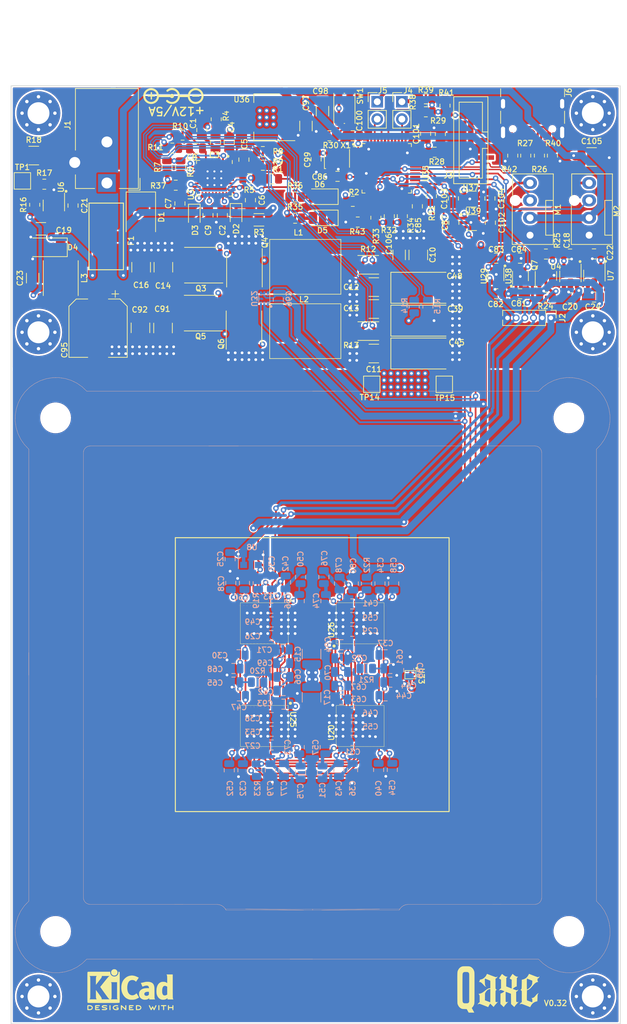
<source format=kicad_pcb>
(kicad_pcb (version 20221018) (generator pcbnew)
  (layers (0 "F.Cu" mixed) (1 "In1.Cu" signal) (2 "In2.Cu" signal) (31 "B.Cu" signal) (34 "B.Paste" user) (35 "F.Paste" user) (36 "B.SilkS" user "B.Silkscreen") (37 "F.SilkS" user "F.Silkscreen") (38 "B.Mask" user) (39 "F.Mask" user) (44 "Edge.Cuts" user))
  (net 0 "")
  (net 1 "GND")
  (net 2 "+1V8")
  (net 3 "Net-(U3-ITH)")
  (net 4 "Net-(U3-VIN)")
  (net 5 "Net-(C3-Pad2)")
  (net 6 "Net-(U3-TK{slash}SS)")
  (net 7 "+1V2")
  (net 8 "Net-(U3-SENSE1-)")
  (net 9 "Net-(U3-SENSE1+)")
  (net 10 "Net-(D2-K)")
  (net 11 "Net-(Q5-S)")
  (net 12 "+5V")
  (net 13 "+0V8")
  (net 14 "/BM1366/CI")
  (net 15 "/BM1366/RO")
  (net 16 "/BM1366/RST_N")
  (net 17 "/BM1366/CLKI")
  (net 18 "Net-(U3-SENSE2+)")
  (net 19 "Net-(U3-SENSE2-)")
  (net 20 "/BM1366/BI")
  (net 21 "Net-(D2-A)")
  (net 22 "Net-(U6-BS)")
  (net 23 "Net-(C23-Pad1)")
  (net 24 "Net-(U19-VDD3_0)")
  (net 25 "Net-(U20-VDD3_0)")
  (net 26 "Net-(U19-VDD2_0)")
  (net 27 "Net-(U20-VDD2_0)")
  (net 28 "Net-(U19-VDD1_0)")
  (net 29 "Net-(U20-VDD1_0)")
  (net 30 "Net-(U19-VDD1_1)")
  (net 31 "Net-(U20-VDD1_1)")
  (net 32 "Net-(U19-VDD2_1)")
  (net 33 "+3V3")
  (net 34 "Net-(U20-VDD2_1)")
  (net 35 "Net-(U19-VDD3_1)")
  (net 36 "Net-(U20-VDD3_1)")
  (net 37 "Net-(U26-VDD1_1)")
  (net 38 "Net-(U26-VDD2_1)")
  (net 39 "Net-(U26-VDD3_1)")
  (net 40 "Net-(D5-A)")
  (net 41 "Net-(D6-A)")
  (net 43 "Net-(D3-K)")
  (net 45 "+12V")
  (net 46 "Net-(F1-Pad2)")
  (net 50 "Net-(Q3-S)")
  (net 51 "Net-(Q3-G)")
  (net 52 "Net-(Q4-G)")
  (net 53 "Net-(D4-K)")
  (net 54 "/Power/DIFF-")
  (net 55 "/Power/DIFF+")
  (net 56 "Net-(L2-Pad2)")
  (net 57 "Net-(Q5-G)")
  (net 58 "/Power/SENSE1-")
  (net 59 "Net-(Q6-G)")
  (net 60 "Net-(U3-FREQ)")
  (net 61 "Net-(U3-DIFFOUT)")
  (net 62 "/Power/SENSE1+")
  (net 63 "/Power/SENSE2+")
  (net 64 "Net-(L1-Pad2)")
  (net 65 "Net-(U3-VFB)")
  (net 66 "/Power/SENSE2-")
  (net 67 "Net-(U6-FB)")
  (net 68 "Net-(U19-RI)")
  (net 69 "Net-(U20-RI)")
  (net 70 "Net-(U26-RI)")
  (net 71 "Net-(U20-RO)")
  (net 72 "Net-(U19-ADDR0)")
  (net 73 "Net-(U19-ADDR1)")
  (net 74 "Net-(U20-ADDR0)")
  (net 75 "Net-(U20-ADDR1)")
  (net 76 "Net-(U19-PIN_MODE)")
  (net 77 "Net-(U20-PIN_MODE)")
  (net 78 "Net-(U26-ADDR0)")
  (net 79 "Net-(U26-ADDR1)")
  (net 80 "Net-(U26-PIN_MODE)")
  (net 81 "Net-(U25-VDD1_1)")
  (net 82 "Net-(U25-VDD2_1)")
  (net 83 "Net-(U25-VDD3_1)")
  (net 88 "Net-(U25-ADDR0)")
  (net 89 "Net-(U25-ADDR1)")
  (net 90 "Net-(U25-PIN_MODE)")
  (net 91 "Net-(U19-CO)")
  (net 92 "Net-(U19-CLKO)")
  (net 93 "Net-(U19-BO)")
  (net 94 "Net-(U19-NRSTO)")
  (net 95 "Net-(U20-NRSTI)")
  (net 96 "Net-(U20-BI)")
  (net 97 "Net-(U20-CLKI)")
  (net 98 "Net-(U20-CI)")
  (net 100 "Net-(U20-CO)")
  (net 102 "Net-(U20-CLKO)")
  (net 103 "Net-(U20-BO)")
  (net 104 "Net-(U20-NRSTO)")
  (net 110 "unconnected-(J6-VBUS-PadA4)")
  (net 111 "Net-(J6-CC1)")
  (net 112 "Net-(J6-D+-PadA6)")
  (net 113 "/STM32/TACHO2")
  (net 114 "Net-(M1-PWM)")
  (net 115 "/STM32/TACHO1")
  (net 116 "Net-(U35-BOOT0)")
  (net 117 "/STM32/ALERT2")
  (net 118 "/STM32/SCL2")
  (net 119 "/STM32/SDA2")
  (net 120 "Net-(U3-ISET)")
  (net 127 "/STM32/LED2")
  (net 128 "/STM32/LED1")
  (net 129 "/STM32/NRST")
  (net 130 "/STM32/SWDIO")
  (net 131 "/STM32/SWCLK")
  (net 134 "/Power/1V2_RUN")
  (net 135 "/Power/1V2_PGOOD")
  (net 136 "/STM32/USB_D-")
  (net 137 "/STM32/USB_D+")
  (net 139 "Net-(U35-PH0)")
  (net 141 "/BM1366/RESET")
  (net 142 "/BM1366/RXD")
  (net 143 "/BM1366/TXD")
  (net 144 "Net-(M2-PWM)")
  (net 145 "/STM32/PWM1")
  (net 146 "/STM32/PWM2")
  (net 150 "Net-(U35-PB2)")
  (net 158 "Net-(J6-D--PadA7)")
  (net 159 "Net-(J4-Pin_1)")
  (net 160 "Net-(J5-Pin_1)")
  (net 161 "/STM32/LED4")
  (net 162 "/STM32/LED3")
  (net 165 "Net-(J6-CC2)")
  (net 167 "GNDA")
  (footprint "myfootprints:NetTie-2_L3_SMD_Pad0.5mm" (layer "F.Cu") (at 73.4 48.3 180)
    (fp_text reference "NT7" hide)
    (fp_text value "NetTie_2" hide)
  )
  (footprint "Capacitor_SMD:C_0805_2012Metric" (layer "F.Cu") (at 115.697 58.994 -90)
    (fp_text reference "C87")
    (fp_text value "100n")
  )
  (footprint "Capacitor_SMD:C_0805_2012Metric" (layer "F.Cu") (at 132.676315 69.976089 180)
    (fp_text reference "C20")
    (fp_text value "1µ")
  )
  (footprint "Capacitor_SMD:C_1206_3216Metric" (layer "F.Cu") (at 54.15 67.09 90)
    (fp_text reference "C23")
    (fp_text value "22µ/16V")
  )
  (footprint "qaxe:BM1366" (layer "F.Cu") (at 88 117.5 -90)
    (fp_text reference "U19" hide)
    (fp_text value "BM1366_mode1")
  )
  (footprint "Capacitor_SMD:C_1210_3225Metric" (layer "F.Cu") (at 104 78.1 180)
    (fp_text reference "C11")
    (fp_text value "100µ/6.3V")
  )
  (footprint "myfootprints:IFLR-4031GC-01-8x10" (layer "F.Cu") (at 93.985 65.44)
    (fp_text reference "L1")
    (fp_text value "220nH")
  )
  (footprint "Resistor_SMD:R_0805_2012Metric" (layer "F.Cu") (at 89.17 52.59)
    (fp_text reference "R1")
    (fp_text value "10k")
  )
  (footprint "Resistor_SMD:R_0805_2012Metric" (layer "F.Cu") (at 54.45 56.3775 90)
    (fp_text reference "R16")
    (fp_text value "84.5k")
  )
  (footprint "Resistor_SMD:R_0805_2012Metric" (layer "F.Cu") (at 55.85 53.3775)
    (fp_text reference "R17")
    (fp_text value "16.3k")
  )
  (footprint "qaxe:MountingHole_3.2mm_M3_Pad_Via" (layer "F.Cu") (at 55 43)
    (fp_text reference "REF**" hide)
    (fp_text value "MountingHole_3.2mm_M3_Pad_Via" hide)
  )
  (footprint "Capacitor_SMD:C_1210_3225Metric" (layer "F.Cu") (at 73.2 74.375 -90)
    (fp_text reference "C91")
    (fp_text value "22µ/25V")
  )
  (footprint "Resistor_SMD:R_1210_3225Metric" (layer "F.Cu") (at 54.3125 49.19)
    (fp_text reference "R18")
    (fp_text value "0")
  )
  (footprint "Capacitor_SMD:C_0805_2012Metric" (layer "F.Cu") (at 136.176315 63.556089 180)
    (fp_text reference "C22")
    (fp_text value "100n")
  )
  (footprint "qaxe:qaxelogo" (layer "F.Cu") (at 122.2 170.975)
    (fp_text reference "G***" hide)
    (fp_text value "LOGO" hide)
  )
  (footprint "Capacitor_SMD:C_0805_2012Metric" (layer "F.Cu") (at 79.77 57.905 -90)
    (fp_text reference "C9")
    (fp_text value "4.7µ/25V")
  )
  (footprint "Resistor_SMD:R_0805_2012Metric" (layer "F.Cu") (at 114.4 41.9 90)
    (fp_text reference "R41")
    (fp_text value "2.7k")
  )
  (footprint "Diode_SMD:D_SOD-323" (layer "F.Cu") (at 83.87 57.805 -90)
    (fp_text reference "D2")
    (fp_text value "CMDSH-3")
  )
  (footprint "Resistor_SMD:R_0805_2012Metric" (layer "F.Cu") (at 113.726 46.055 -90)
    (fp_text reference "R29")
    (fp_text value "10k")
  )
  (footprint "Resistor_SMD:R_2010_5025Metric" (layer "F.Cu") (at 103.1875 65.145)
    (fp_text reference "R12")
    (fp_text value "1mR")
  )
  (footprint "qaxe:polarity" (layer "F.Cu") (at 74.5 40.5 180)
    (fp_text reference "U1" hide)
    (fp_text value "~")
  )
  (footprint "Capacitor_SMD:C_0805_2012Metric" (layer "F.Cu") (at 85.0175 49.785 -90)
    (fp_text reference "C5")
    (fp_text value "1n")
  )
  (footprint "Resistor_SMD:R_0805_2012Metric" (layer "F.Cu") (at 85.7795 52.57 180)
    (fp_text reference "R5")
    (fp_text value "100k")
  )
  (footprint "Capacitor_SMD:C_0805_2012Metric" (layer "F.Cu") (at 111.567 46 90)
    (fp_text reference "C101")
    (fp_text value "100n")
  )
  (footprint "qaxe:MountingHole_3.2mm_M3" (layer "F.Cu") (at 132.5 162.5)
    (fp_text reference "REF**" hide)
    (fp_text value "MountingHole_3.2mm_M3" hide)
  )
  (footprint "Resistor_SMD:R_0805_2012Metric" (layer "F.Cu") (at 111.6 42.8 180)
    (fp_text reference "R38")
    (fp_text value "560")
  )
  (footprint "Package_SON:VSONP-8-1EP_5x6_P1.27mm" (layer "F.Cu") (at 85.03 74.28 90)
    (fp_text reference "Q6")
    (fp_text value "CSD16415Q5T")
  )
  (footprint "LED_SMD:LED_1206_3216Metric" (layer "F.Cu") (at 96.5 58.293 180)
    (fp_text reference "D5")
    (fp_text value "LED")
  )
  (footprint "Capacitor_SMD:C_0805_2012Metric" (layer "F.Cu") (at 120.965 55.453 -90)
    (fp_text reference "C104")
    (fp_text value "100n")
  )
  (footprint "Diode_SMD:D_SMB" (layer "F.Cu") (at 69.96 58.17 -90)
    (fp_text reference "D1")
    (fp_text value "SMBJ12A")
  )
  (footprint "TestPoint:TestPoint_Pad_2.0x2.0mm" (layer "F.Cu") (at 103.7 82.6)
    (fp_text reference "TP14")
    (fp_text value "3V3")
  )
  (footprint "Package_TO_SOT_SMD:SOT-363_SC-70-6" (layer "F.Cu") (at 125.4252 66.7766 90)
    (fp_text reference "U38")
    (fp_text value "TXU0101")
  )
  (footprint "Capacitor_SMD:C_1210_3225Metric" (layer "F.Cu") (at 135.825 49.4)
    (fp_text reference "C105")
    (fp_text value "22µ/25V")
  )
  (footprint "Capacitor_SMD:C_0805_2012Metric" (layer "F.Cu") (at 121.876315 64.176089 180)
    (fp_text reference "C83")
    (fp_text value "100n")
  )
  (footprint "Connector_PinHeader_2.54mm:PinHeader_1x02_P2.54mm_Vertical" (layer "F.Cu") (at 108.1 41.325)
    (fp_text reference "J4")
    (fp_text value "Conn_01x02")
  )
  (footprint "NetTie:NetTie-2_SMD_Pad0.5mm" (layer "F.Cu") (at 102.4 74.4 -135)
    (fp_text reference "NT2" hide)
    (fp_text value "NetTie_2" hide)
  )
  (footprint "Package_TO_SOT_SMD:SOT-23-5" (layer "F.Cu") (at 136.226315 66.713589 -90)
    (fp_text reference "U7")
    (fp_text value "MCP1824T-1802E")
  )
  (footprint "Connector_PinHeader_1.27mm:PinHeader_1x06_P1.27mm_Vertical" (layer "F.Cu") (at 129.875 72.9 -90)
    (fp_text reference "J2")
    (fp_text value "Conn_01x06")
  )
  (footprint "Resistor_SMD:R_0805_2012Metric" (layer "F.Cu") (at 124.3 49.2 90)
    (fp_text reference "R42")
    (fp_text value "5.1k")
  )
  (footprint "Capacitor_SMD:C_0805_2012Metric" (layer "F.Cu") (at 75.67 56.19 90)
    (fp_text reference "C7")
    (fp_text value "100n")
  )
  (footprint "Connector:FanPinHeader_1x04_P2.54mm_Vertical" (layer "F.Cu") (at 135.463 60.82 90)
    (fp_text reference "M2")
    (fp_text value "Fan_4pin")
  )
  (footprint "TestPoint:TestPoint_Pad_2.0x2.0mm" (layer "F.Cu") (at 114.3 82.6)
    (fp_text reference "TP15")
    (fp_text value "3V3")
  )
  (footprint "Resistor_SMD:R_0805_2012Metric" (layer "F.Cu") (at 106.2615 58.037 90)
    (fp_text reference "R32")
    (fp_text value "1.5k")
  )
  (footprint "qaxe:MountingHole_3.2mm_M3" (layer "F.Cu") (at 57.5 162.5)
    (fp_text reference "REF**" hide)
    (fp_text value "MountingHole_3.2mm_M3" hide)
  )
  (footprint "Connector_PinHeader_2.54mm:PinHeader_1x02_P2.54mm_Vertical" (layer "F.Cu") (at 104.5 41.325)
    (fp_text reference "J5")
    (fp_text value "Conn_01x02")
  )
  (footprint "qaxe:MountingHole_3.2mm_M3" (layer "F.Cu") (at 57.5 87.5)
    (fp_text reference "REF**" hide)
    (fp_text value "MountingHole_3.2mm_M3" hide)
  )
  (footprint "Capacitor_SMD:C_1206_3216Metric" (layer "F.Cu") (at 107.7 63.7 90)
    (fp_text reference "C106")
    (fp_text value "4.7µ/6.3V")
  )
  (footprint "Resistor_SMD:R_0805_2012Metric" (layer "F.Cu") (at 128.2 49.2 90)
    (fp_text reference "R26")
    (fp_text value "22")
  )
  (footprint "Resistor_SMD:R_0805_2012Metric" (layer "F.Cu") (at 87.7825 48.605)
    (fp_text reference "R8")
    (fp_text value "200")
  )
  (footprint "Resistor_SMD:R_0805_2012Metric" (layer "F.Cu") (at 130.1 49.2 90)
    (fp_text reference "R40")
    (fp_text value "5.1k")
  )
  (footprint "Package_TO_SOT_SMD:SOT-363_SC-70-6" (layer "F.Cu") (at 118.2624 55.5498)
    (fp_text reference "U37")
    (fp_text value "TXU0101")
  )
  (footprint "Resistor_SMD:R_0805_2012Metric" (layer "F.Cu") (at 87.7825 50.605 180)
    (fp_text reference "R9")
    (fp_text value "200")
  )
  (footprint "Capacitor_SMD:C_1210_3225Metric" (layer "F.Cu") (at 110.5 63.7 90)
    (fp_text reference "C10")
    (fp_text value "100µ/6.3V")
  )
  (footprint "Resistor_SMD:R_2010_5025Metric" (layer "F.Cu") (at 103.2 74.825001)
    (fp_text reference "R13")
    (fp_text value "1mR")
  )
  (footprint "Package_SON:VSONP-8-1EP_5x6_P1.27mm" (layer "F.Cu") (at 78.739 65.2 180)
    (fp_text reference "Q3")
    (fp_text value "CSD16415Q5T")
  )
  (footprint "Capacitor_SMD:C_0805_2012Metric" (layer "F.Cu") (at 60.05 56.49 -90)
    (fp_text reference "C21")
    (fp_text value "10n/250V")
  )
  (footprint "Capacitor_SMD:C_0805_2012Metric" (layer "F.Cu") (at 125.376315 69.376089)
    (fp_text reference "C81")
    (fp_text value "100n")
  )
  (footprint "Resistor_SMD:R_0805_2012Metric" (layer "F.Cu") (at 112.9 48.7 180)
    (fp_text reference "R28")
    (fp_text value "10k")
  )
  (footprint "Capacitor_SMD:C_0805_2012Metric" (layer "F.Cu") (at 121.031 58.994 -90)
    (fp_text reference "C102")
    (fp_text value "100n")
  )
  (footprint "Package_TO_SOT_SMD:SOT-363_SC-70-6" (layer "F.Cu") (at 121.8438 66.7766 -90)
    (fp_text reference "U29")
    (fp_text value "TXU0101")
  )
  (footprint "Capacitor_SMD:C_1210_3225Metric" (layer "F.Cu") (at 73.25 65.5 90)
    (fp_text reference "C14")
    (fp_text value "22µ/25V")
  )
  (footprint "Capacitor_SMD:C_0805_2012Metric" (layer "F.Cu") (at 110.363 56.602 -90)
    (fp_text reference "C85")
    (fp_text value "100n")
  )
  (footprint "qaxe:MountingHole_3.2mm_M3_Pad_Via" (layer "F.Cu") (at 136 43)
    (fp_text reference "REF**" hide)
    (fp_text value "MountingHole_3.2mm_M3_Pad_Via" hide)
  )
  (footprint "Package_SON:VSONP-8-1EP_5x6_P1.27mm" (layer "F.Cu") (at 78.7 72.2 180)
    (fp_text reference "Q5")
    (fp_text value "CSD16415Q5T")
  )
  (footprint "Resistor_SMD:R_0805_2012Metric" (layer "F.Cu") (at 100.9275 55.878)
    (fp_text reference "R2")
    (fp_text value "1.5k")
  )
  (footprint "LED_SMD:LED_1206_3216Metric" (layer "F.Cu") (at 96.49975 55.199 180)
    (fp_text reference "D6")
    (fp_text value "LED")
  )
  (footprint "Diode_SMD:D_SOD-128" (layer "F.Cu") (at 56.05 62.59 180)
    (fp_text reference "D4")
    (fp_text value "PMEG4030EP,115")
  )
  (footprint "qaxe:MountingHole_3.2mm_M3" (layer "F.Cu") (at 132.5 87.5)
    (fp_text reference "REF**" hide)
    (fp_text value "MountingHole_3.2mm_M3" hide)
  )
  (footprint "Resistor_SMD:R_0805_2012Metric" (layer "F.Cu") (at 104.3 58.2625 90)
    (fp_text reference "R33")
    (fp_text value "2.7k")
  )
  (footprint "Oscillator:Oscillator_SMD_EuroQuartz_XO32-4Pin_3.2x2.5mm" (layer "F.Cu") (at 98.613 49.611 90)
    (fp_text reference "X1")
    (fp_text value "8MHz")
  )
  (footprint "qaxe:BM1366" (layer "F.Cu") (at 88 132.5 -90)
    (fp_text reference "U25")
    (fp_text value "BM1366_mode1")
  )
  (footprint "Capacitor_SMD:C_0805_2012Metric" (layer "F.Cu") (at 82.87 47.29 90)
    (fp_text reference "C4")
    (fp_text value "100n")
  )
  (footprint "Capacitor_SMD:C_0805_2012Metric" (layer "F.Cu") (at 121.876315 69.376089 180)
    (fp_text reference "C82")
    (fp_text value "100n")
  )
  (footprint "Resistor_SMD:R_0805_2012Metric" (layer "F.Cu") (at 108.1665 58.037 90)
    (fp_text reference "R34")
    (fp_text value "1.5k")
  )
  (footprint "qaxe:MountingHole_3.2mm_M3_Pad_Via" (layer "F.Cu") (at 136 172)
    (fp_text reference "REF**" hide)
    (fp_text value "MountingHole_3.2mm_M3_Pad_Via" hide)
  )
  (footprint "Capacitor_SMD:C_1210_3225Metric" (layer "F.Cu") (at 104 68.4 180)
    (fp_text reference "C12")
    (fp_text value "100µ/6.3V")
  )
  (footprint "NetTie:NetTie-2_SMD_Pad0.5mm" (layer "F.Cu") (at 104 74.4 -45)
    (fp_text reference "NT4" hide)
    (fp_text value "NetTie_2" hide)
  )
  (footprint "Resistor_SMD:R_0805_2012Metric" (layer "F.Cu") (at 73.78 50.8575 -90)
    (fp_text reference "R7")
    (fp_text value "20k")
  )
  (footprint "Resistor_SMD:R_0805_2012Metric" (layer "F.Cu") (at 126.2 49.2 90)
    (fp_text reference "R27")
    (fp_text value "22")
  )
  (footprint "Capacitor_SMD:CP_Elec_8x10" (layer "F.Cu") (at 63.71 74.4 -90)
    (fp_text reference "C95")
    (fp_text value "220µ/25V")
  )
  (footprint "Package_TO_SOT_SMD:SOT-23-6" (layer "F.Cu") (at 57.25 56.4775 -90)
    (fp_text reference "U6")
    (fp_text value "AP3211")
  )
  (footprint "qaxe:BM1366" (layer "F.Cu") (at 102 117.5 90)
    (fp_text reference "U26")
    (fp_text value "BM1366_mode1")
  )
  (footprint "Capacitor_SMD:C_0805_2012Metric" (layer "F.Cu") (at 136.176315 69.856089 180)
    (fp_text reference "C24")
    (fp_text value "1µ")
  )
  (footprint "Inductor_SMD:L_Taiyo-Yuden_NR-50xx" (layer "F.Cu") (at 58.25 67.09 -90)
    (fp_text reference "L3")
    (fp_text value "4.7µH/2A/3A")
  )
  (footprint "Resistor_SMD:R_0805_2012Metric" (layer "F.Cu") (at 92.50175 55.245)
    (fp_text reference "R36")
    (fp_text value "560")
  )
  (footprint "Resistor_SMD:R_0805_2012Metric" (layer "F.Cu") (at 129.146315 69.876089 180)
    (fp_text reference "R24")
    (fp_text value "10k")
  )
  (footprint "Capacitor_SMD:C_0805_2012Metric" (layer "F.Cu") (at 125.376315 64.176089)
    (fp_text reference "C84")
    (fp_text value "100n")
  )
  (footprint "Resistor_SMD:R_0805_2012Metric" (layer "F.Cu") (at 75.06 53.52)
    (fp_text reference "R37")
    (fp_text value "49.9k")
  )
  (footprint "Capacitor_SMD:C_0805_2012Metric" (layer "F.Cu") (at 80.87 47.28 90)
    (fp_text reference "C3")
    (fp_text value "3.3n")
  )
  (footprint "Package_TO_SOT_SMD:SOT-23-5" (layer "F.Cu") (at 132.726315 66.833589 -90)
    (fp_text reference "U4")
    (fp_text value "MCP1824T-0802E")
  )
  (footprint "qaxe:MountingHole_3.2mm_M3_Pad_Via" (layer "F.Cu") (at 55 75)
    (fp_text reference "REF**" hide)
    (fp_text value "MountingHole_3.2mm_M3_Pad_Via" hide)
  )
  (footprint "Capacitor_SMD:C_0805_2012Metric" (layer "F.Cu") (at 100.9305 46.3 180)
    (fp_text reference "C100")
    (fp_text value "100n")
  )
  (footprint "Capacitor_SMD:C_0805_2012Metric" (layer "F.Cu") (at 132.676315 63.576089)
    (fp_text reference "C18")
    (fp_text value "100n")
  )
  (footprint "qaxe:BM1366" (layer "F.Cu") (at 102 132.5 90)
    (fp_text reference "U20")
    (fp_text value "BM1366_mode1")
  )
  (footprint "Connector:FanPinHeader_1x04_P2.54mm_Vertical" (layer "F.Cu") (at 126.827 60.82 90)
    (fp_text reference "M1")
    (fp_text value "Fan_4pin")
  )
  (footprint "qaxe:MountingHole_3.2mm_M3_Pad_Via" (layer "F.Cu") (at 136 75)
    (fp_text reference "REF**" hide)
    (fp_text value "MountingHole_3.2mm_M3_Pad_Via" hide)
  )
  (footprint "Resistor_SMD:R_0805_2012Metric" (layer "F.Cu") (at 75.77 50.88 90)
    (fp_text reference "R6")
    (fp_text value "22k")
  )
  (footprint "Capacitor_SMD:C_0805_2012Metric" (layer "F.Cu") (at 98.7 52.2224 180)
    (fp_text reference "C86")
    (fp_text value "100n")
  )
  (footprint "Resistor_SMD:R_1206_3216Metric" (layer "F.Cu") (at 87.21 58.58 180)
    (fp_text reference "R3")
    (fp_text value "2.2R")
  )
  (footprint "Capacitor_SMD:C_0805_2012Metric" (layer "F.Cu") (at 78.87 45.455 90)
    (fp_text reference "C1")
    (fp_text value "47p")
  )
  (footprint "Resistor_SMD:R_0805_2012Metric" (layer "F.Cu") (at 74.5575 48.105 180)
    (fp_text reference "R11")
    (fp_text value "200")
  )
  (footprint "Package_QFP:LQFP-48_7x7mm_P0.5mm" (layer "F.Cu") (at 105.8805 51.052)
    (fp_text reference "U35")
    (fp_text value "STM32L151CCT6")
  )
  (footprint "NetTie:NetTie-2_SMD_Pad0.5mm" (layer "F.Cu") (at 104 64.846447 135)
    (fp_text reference "NT3" hide)
    (fp_text value "NetTie_2" hide)
  )
  (footprint "myfootprints:TMP1075-DRL" (layer "F.Cu") (at 109.35 125 -90)
    (fp_text reference "U33")
    (fp_text value "TMP1075")
  )
  (footprint "TestPoint:TestPoint_Pad_2.0x2.0mm" (layer "F.Cu") (at 52.65 52.89)
    (fp_text reference "TP1")
    (fp_text value "3V3")
  )
  (footprint "qaxe:dummy" (layer "F.Cu") (at 81.7 70.4)
    (fp_text reference "REF**" hide)
    (fp_text value "heatsink" hide)
  )
  (footprint "Connector_BarrelJack:BarrelJack_CUI_PJ-102AH_Horizontal" (layer "F.Cu") (at 65 53.2 180)
    (fp_text reference "J1")
    (fp_text value "Barrel_Jack_Switch")
  )
  (footprint "myfootprints:PinHeader_IDC_2x05_P1.27mm_Vertical_SMD" (layer "F.Cu") (at 118.171 46.944 180)
    (fp_text reference "J3")
    (fp_text value "SWD")
  )
  (footprint "Capacitor_SMD:C_1210_3225Metric" (layer "F.Cu") (at 104 71.6 180)
    (fp_text reference "C13")
    (fp_text value "100µ/6.3V")
  )
  (footprint "NetTie:NetTie-2_SMD_Pad0.5mm" (layer "F.Cu") (at 102.4 64.846447 45)
    (fp_text reference "NT1" hide)
    (fp_text value "NetTie_2" hide)
  )
  (footprint "myfootprints:fuseholder_littlefuse_blok" (layer "F.Cu") (at 64.9 61 90)
    (fp_text reference "F1")
    (fp_text value "5A")
  )
  (footprint "Capacitor_SMD:C_1206_3216Metric" (layer "F.Cu") (at 96.5 42.713 -90)
    (fp_text reference "C98")
    (fp_text value "10µF/50V")
  )
  (footprint "Resistor_SMD:R_0805_2012Metric" (layer "F.Cu") (at 92.502 58.339)
    (fp_text reference "R35")
    (fp_text value "560")
  )
  (footprint "Resistor_SMD:R_0805_2012Metric" (layer "F.Cu") (at 97.5 46.3)
    (fp_text reference "R30")
    (fp_text value "100k")
  )
  (footprint "qaxe:KiCad-Logo2_5mm_SilkScreen" (layer "F.Cu") (at 68.425 171)
    (fp_text reference "REF**" hide)
    (fp_text value "KiCad-Logo2_5mm_SilkScreen" hide)
  )
  (footprint "Capacitor_Tantalum_SMD:CP_EIA-7343-15_Kemet-W" (layer "F.Cu") (at 110.9 78.1)
    (fp_text reference "C45")
    (fp_text value "330µ/6.3V")
  )
  (footprint "myfootprints:IFLR-4031GC-01-8x10" (layer "F.Cu") (at 93.985 74.838)
    (fp_text reference "L2")
    (fp_text value "220nH")
  )
  (footprint "Capacitor_SMD:C_0805_2012Metric" (layer "F.Cu") (at 95.565 49.738 -90)
    (fp_text reference "C99")
    (fp_text value "100n")
  )
  (footprint "Package_TO_SOT_SMD:SOT-223-3_TabPin2" (layer "F.Cu") (at 88.372 43.602 180)
    (fp_text reference "U36")
    (fp_text value "1117-3.3")
  )
  (footprint "Resistor_SMD:R_0805_2012Metric" (layer "F.Cu") (at 111.6 40.9 180)
    (fp_text reference "R39")
    (fp_text value "560")
  )
  (footprint "Package_DFN_QFN:QFN-32-1EP_5x5mm_P0.5mm_EP3.45x3.45mm_ThermalVias" (layer "F.Cu") (at 80.7075 52.505 -90)
    (fp_text reference "U3")
    (fp_text value "LTC3856")
  )
  (footprint "Button_Switch_SMD:SW_Push_1P1T_NO_CK_KMR2" (layer "F.Cu") (at 99.7 42.3 -90)
    (fp_text reference "SW1")
    (fp_text value "boot")
  )
  (footprint "Capacitor_SMD:C_0805_2012Metric" (layer "F.Cu") (at 115.631 55.453 -90)
    (fp_text reference "C103")
    (fp_text value "100n")
  )
  (footprint "Package_TO_SOT_SMD:SOT-23" (layer "F.Cu") (at 129.146315 66.766089 90)
    (fp_text reference "Q7")
    (fp_text value "BSS138")
  )
  (footprint "Package_SON:VSONP-8-1EP_5x6_P1.27mm" (layer "F.Cu") (at 85.095 65.9875 -90)
    (fp_text reference "Q4")
    (fp_text value "CSD16415Q5T")
  )
  (footprint "Connector_USB:USB_C_Receptacle_GCT_USB4105-xx-A_16P_TopMnt_Horizontal" (layer "F.Cu") (at 127.2 42.7 180)
    (fp_text reference "J6")
    (fp_text value "USB_C_Receptacle_USB2.0")
  )
  (footprint "Package_TO_SOT_SMD:SOT-363_SC-70-6" (layer "F.Cu") (at 118.3132 58.9788)
    (fp_text reference "U39")
    (fp_text value "TXU0101")
  )
  (footprint "Capacitor_Tantalum_SMD:CP_EIA-7343-15_Kemet-W" (layer "F.Cu") (at 110.9 68.5)
    (fp_text reference "C48")
    (fp_text value "330µ/6.3V")
  )
  (footprint "Capacitor_SMD:C_1210_3225Metric" (layer "F.Cu") (at 69.9 74.35 -90)
    (fp_text reference "C92")
    (fp_text value "22µ/25V")
  )
  (footprint "Capacitor_SMD:C_1210_3225Metric" (layer "F.Cu") (at 70 65.5 90)
    (fp_text reference "C16")
    (fp_text value "22µ/25V")
  )
  (footprint "Diode_SMD:D_SOD-323" (layer "F.Cu") (at 77.77 57.905 -90)
    (fp_text reference "D3")
    (fp_text value "CMDSH-3")
  )
  (footprint "Capacitor_SMD:C_0805_2012Metric" (layer "F.Cu") (at 78.02 48.155 180)
    (fp_text reference "C8")
    (fp_text value "1n")
  )
  (footprint "Resistor_SMD:R_0805_2012Metric" (layer "F.Cu") (at 76.0575 46.205 180)
    (fp_text reference "R10")
    (fp_text value "200")
  )
  (footprint "Capacitor_SMD:C_0805_2012Metric" (layer "F.Cu") (at 81.87 57.905 90)
    (fp_text reference "C2")
    (fp_text value "100n")
  )
  (footprint "Capacitor_Tantalum_SMD:CP_EIA-7343-15_Kemet-W" (layer "F.Cu") (at 110.9 73.3)
    (fp_text reference "C39")
    (fp_text value "330µ/6.3V")
  )
  (footprint "Capacitor_SMD:C_0805_2012Metric" (layer "F.Cu") (at 85.97 55.705 -90)
    (fp_text reference "C6")
    (fp_text value "100n")
  )
  (footprint "Resistor_SMD:R_0805_2012Metric" (layer "F.Cu") (at 101.65 58.9)
    (fp_text reference "R43")
    (fp_text value "10k")
  )
  (footprint "Resistor_SMD:R_0805_2012Metric" (layer "F.Cu") (at 129.146315 63.576089)
    (fp_text reference "R25")
    (fp_text value "10k")
  )
  (footprint "Resistor_SMD:R_0805_2012Metric" (layer "F.Cu") (at 112.413 55.116 90)
    (fp_text reference "R31")
    (fp_text value "10k")
  )
  (footprint "Capacitor_SMD:C_1206_3216Metric" (layer "F.Cu") (at 55.35 59.89 180)
    (fp_text reference "C19")
    (fp_text value "10µF/50V")
  )
  (footprint "Capacitor_SMD:C_1206_3216Metric" (layer "F.Cu") (at 94.087 44.872 -90)
    (fp_text reference "C97")
    (fp_text value "22µ/16V")
  )
  (footprint "qaxe:MountingHole_3.2mm_M3_Pad_Via" (layer "F.Cu") (at 55 172)
    (fp_text reference "REF**" hide)
    (fp_text value "MountingHole_3.2mm_M3_Pad_Via" hide)
  )
  (footprint "Resistor_SMD:R_0805_2012Metric" (layer "F.Cu") (at 80.97 43.8925 90)
    (fp_text reference "R4")
    (fp_text value "8.45k")
  )
  (footprint "Capacitor_SMD:C_0805_2012Metric" (layer "B.Cu") (at 90.81 129.31 180)
    (fp_text reference "C93")
    (fp_text value "1µ")
  )
  (footprint "Capacitor_SMD:C_0805_2012Metric" (layer "B.Cu") (at 105.7 128.1 180)
    (fp_text reference "C44")
    (fp_text value "1µ")
  )
  (footprint "Capacitor_SMD:C_0805_2012Metric" (layer "B.Cu") (at 101 111.7 90)
    (fp_text reference "C80")
    (fp_text value "1µ")
  )
  (footprint "Capacitor_SMD:C_0805_2012Metric" (layer "B.Cu") (at 96.5 139.3 90)
    (fp_text reference "C51")
    (fp_text value "1µ")
  )
  (footprint "Capacitor_SMD:C_0805_2012Metric" (layer "B.Cu") (at 93.3 139.3 -90)
    (fp_text reference "C75")
    (fp_text value "1µ")
  )
  (footprint "Capacitor_SMD:C_0805_2012Metric" (layer "B.Cu") (at 90.7 121.325 180)
    (fp_text reference "C71")
    (fp_text value "1µ")
  )
  (footprint "Capacitor_SMD:C_0805_2012Metric" (layer "B.Cu") (at 90.043 70.231 -90)
    (fp_text reference "C96")
    (fp_text value "100n")
  )
  (footprint "Capacitor_SMD:C_0805_2012Metric" (layer "B.Cu") (at 104.9 111.7 -90)
    (fp_text reference "C34")
    (fp_text value "1µ")
  )
  (footprint "Resistor_SMD:R_0805_2012Metric" (layer "B.Cu") (at 87.0125 126.1 180)
    (fp_text reference "R20")
    (fp_text value "10k")
  )
  (footprint "Capacitor_SMD:C_0805_2012Metric" (layer "B.Cu") (at 89.05 133.27 180)
    (fp_text reference "C53")
    (fp_text value "100n")
  )
  (footprint "Capacitor_SMD:C_0805_2012Metric" (layer "B.Cu") (at 88.875 138.95 -90)
    (fp_text reference "C79")
    (fp_text value "1µ")
  )
  (footprint "Capacitor_SMD:C_0805_2012Metric" (layer "B.Cu") (at 83.1 111.625 90)
    (fp_text reference "C60")
    (fp_text value "1µ")
  )
  (footprint "Resistor_SMD:R_0805_2012Metric" (layer "B.Cu") (at 102.9 124.1)
    (fp_text reference "R21")
    (fp_text value "10k")
  )
  (footprint "Capacitor_SMD:C_0805_2012Metric" (layer "B.Cu") (at 106.4 126.1)
    (fp_text reference "C64")
    (fp_text value "1µ")
  )
  (footprint "Capacitor_SMD:C_0805_2012Metric" (layer "B.Cu") (at 100.87 116.67)
    (fp_text reference "C59")
    (fp_text value "100n")
  )
  (footprint "Capacitor_SMD:C_0805_2012Metric" (layer "B.Cu") (at 100.9 134.6)
    (fp_text reference "C31")
    (fp_text value "10µ/16V")
  )
  (footprint "Capacitor_SMD:C_0805_2012Metric" (layer "B.Cu") (at 100.95 130.6)
    (fp_text reference "C46")
    (fp_text value "1µ")
  )
  (footprint "Capacitor_SMD:C_0805_2012Metric" (layer "B.Cu") (at 100.87 118.67)
    (fp_text reference "C29")
    (fp_text value "10µ/16V")
  )
  (footprint "Capacitor_SMD:C_0805_2012Metric" (layer "B.Cu") (at 83.5 124.1 180)
    (fp_text reference "C68")
    (fp_text value "1µ")
  )
  (footprint "Capacitor_SMD:C_0805_2012Metric" (layer "B.Cu") (at 93.1 135.6 -90)
    (fp_text reference "C73")
    (fp_text value "1µ")
  )
  (footprint "Capacitor_SMD:C_0805_2012Metric" (layer "B.Cu") (at 100.9 138.925 90)
    (fp_text reference "C36")
    (fp_text value "1µ")
  )
  (footprint "Capacitor_SMD:C_0805_2012Metric" (layer "B.Cu") (at 104.7 138.9 90)
    (fp_text reference "C40")
    (fp_text value "1µ")
  )
  (footprint "Capacitor_SMD:C_0805_2012Metric" (layer "B.Cu") (at 109.1 124.35 90)
    (fp_text reference "C88")
    (fp_text value "100n")
  )
  (footprint "Capacitor_SMD:C_0805_2012Metric" (layer "B.Cu") (at 90.75 123.325 180)
    (fp_text reference "C69")
    (fp_text value "1µ")
  )
  (footprint "Resistor_SMD:R_0805_2012Metric" (layer "B.Cu") (at 86.875 138.95 -90)
    (fp_text reference "R23")
    (fp_text value "10k")
  )
  (footprint "Capacitor_SMD:C_0805_2012Metric" (layer "B.Cu") (at 84.25 122.1)
    (fp_text reference "C30")
    (fp_text value "1µ")
  )
  (footprint "Capacitor_SMD:C_0805_2012Metric" (layer "B.Cu") (at 98.9 138.925 90)
    (fp_text reference "C43")
    (fp_text value "1µ")
  )
  (footprint "Capacitor_SMD:C_0805_2012Metric" (layer "B.Cu") (at 84.3 128.1)
    (fp_text reference "C47")
    (fp_text value "1µ")
  )
  (footprint "Capacitor_SMD:C_0805_2012Metric" (layer "B.Cu") (at 90.8 127.325 180)
    (fp_text reference "C62")
    (fp_text value "1µ")
  )
  (footprint "Capacitor_SMD:C_0805_2012Metric" (layer "B.Cu") (at 93.3 110.75 -90)
    (fp_text reference "C50")
    (fp_text value "1µ")
  )
  (footprint "Capacitor_SMD:C_0805_2012Metric" (layer "B.Cu") (at 99.26 122.61)
    (fp_text reference "C72")
    (fp_text value "1µ")
  )
  (footprint "Capacitor_SMD:C_0805_2012Metric" (layer "B.Cu") (at 89 119.3 180)
    (fp_text reference "C26")
    (fp_text value "10µ/16V")
  )
  (footprint "Capacitor_SMD:C_0805_2012Metric" (layer "B.Cu") (at 89.05 117.3 180)
    (fp_text reference "C49")
    (fp_text value "100n")
  )
  (footprint "Capacitor_SMD:C_0805_2012Metric" (layer "B.Cu") (at 96.9 135.6 90)
    (fp_text reference "C57")
    (fp_text value "1µ")
  )
  (footprint "Capacitor_SMD:C_0805_2012Metric" (layer "B.Cu") (at 83 108.125 -90)
    (fp_text reference "C25")
    (fp_text value "100n")
  )
  (footprint "Capacitor_SMD:C_0805_2012Metric" (layer "B.Cu") (at 106.9 111.7 90)
    (fp_text reference "C58")
    (fp_text value "1µ")
  )
  (footprint "Capacitor_SMD:C_0805_2012Metric" (layer "B.Cu") (at 99.26 120.63)
    (fp_text reference "C94")
    (fp_text value "1µ")
  )
  (footprint "Capacitor_SMD:C_0805_2012Metric" (layer "B.Cu") (at 91.1 111.525 -90)
    (fp_text reference "C42")
    (fp_text value "1µ")
  )
  (footprint "Capacitor_SMD:C_0805_2012Metric" (layer "B.Cu") (at 99.26 128.61)
    (fp_text reference "C63")
    (fp_text value "1µ")
  )
  (footprint "Capacitor_SMD:C_0805_2012Metric" (layer "B.Cu") (at 98.99 111.7 90)
    (fp_text reference "C78")
    (fp_text value "1µ")
  )
  (footprint "Oscillator:Oscillator_SMD_EuroQuartz_XO32-4Pin_3.2x2.5mm" (layer "B.Cu") (at 86.05 108.2 -90)
    (fp_text reference "U8")
    (fp_text value "25MHz")
  )
  (footprint "Capacitor_SMD:C_0805_2012Metric" (layer "B.Cu") (at 100.87 114.67)
    (fp_text reference "C41")
    (fp_text value "1µ")
  )
  (footprint "Capacitor_SMD:C_0805_2012Metric" (layer "B.Cu") (at 100.95 132.6)
    (fp_text reference "C55")
    (fp_text value "100n")
  )
  (footprint "Capacitor_SMD:C_0805_2012Metric" (layer "B.Cu") (at 105.7 122.1 180)
    (fp_text reference "C37")
    (fp_text value "1µ")
  )
  (footprint "Capacitor_SMD:C_1210_3225Metric" (layer "B.Cu") (at 94.9 128.3 90)
    (fp_text reference "C17")
    (fp_text value "100µ/6.3V")
  )
  (footprint "Resistor_SMD:R_0805_2012Metric" (layer "B.Cu") (at 111.9 71.25 90)
    (fp_text reference "R15")
    (fp_text value "10")
  )
  (footprint "Resistor_SMD:R_0805_2012Metric" (layer "B.Cu") (at 102.93 111.7 90)
    (fp_text reference "R22")
    (fp_text value "10k")
  )
  (footprint "Capacitor_SMD:C_0805_2012Metric" (layer "B.Cu") (at 84.875 138.95 90)
    (fp_text reference "C32")
    (fp_text value "1µ")
  )
  (footprint "Capacitor_SMD:C_0805_2012Metric" (layer "B.Cu") (at 82.875 138.95 -90)
    (fp_text reference "C52")
    (fp_text value "1µ")
  )
  (footprint "Capacitor_SMD:C_0805_2012Metric" (layer "B.Cu") (at 90.8 125.325 180)
    (fp_text reference "C66")
    (fp_text value "1µ")
  )
  (footprint "Resistor_SMD:R_0805_2012Metric" (layer "B.Cu") (at 109.9 71.25 90)
    (fp_text reference "R14")
    (fp_text value "10")
  )
  (footprint "Capacitor_SMD:C_0805_2012Metric" (layer "B.Cu") (at 89.05 131.27 180)
    (fp_text reference "C38")
    (fp_text value "1µ")
  )
  (footprint "Capacitor_SMD:C_1210_3225Metric" (layer "B.Cu") (at 94.9 122 -90)
    (fp_text reference "C15")
    (fp_text value "100µ/6.3V")
  )
  (footprint "myfootprints:TMP1075-DRL" (layer "B.Cu") (at 88 70.104 90)
    (fp_text reference "U32")
    (fp_text value "TMP1075")
  )
  (footprint "Capacitor_SMD:C_0805_2012Metric" (layer "B.Cu") (at 89.05 135.27 180)
    (fp_text reference "C27")
    (fp_text value "10µ/16V")
  )
  (footprint "Capacitor_SMD:C_0805_2012Metric" (layer "B.Cu") (at 89 115.3 180)
    (fp_text reference "C33")
    (fp_text value "1µ")
  )
  (footprint "Capacitor_SMD:C_0805_2012Metric" (layer "B.Cu") (at 106.7 138.9 -90)
    (fp_text reference "C54")
    (fp_text value "1µ")
  )
  (footprint "Resistor_SMD:R_0805_2012Metric" (layer "B.Cu") (at 87.1 111.6375 -90)
    (fp_text reference "R19")
    (fp_text value "10k")
  )
  (footprint "Capacitor_SMD:C_0805_2012Metric" (layer "B.Cu") (at 89.1 111.525 -90)
    (fp_text reference "C35")
    (fp_text value "1µ")
  )
  (footprint "Capacitor_SMD:C_0805_2012Metric" (layer "B.Cu") (at 90.875 138.95 -90)
    (fp_text reference "C77")
    (fp_text value "1µ")
  )
  (footprint "Capacitor_SMD:C_0805_2012Metric" (layer "B.Cu") (at 99.26 126.61)
    (fp_text reference "C67")
    (fp_text value "1µ")
  )
  (footprint "Capacitor_SMD:C_0805_2012Metric" (layer "B.Cu") (at 97 114.25 90)
    (fp_text reference "C74")
    (fp_text value "1µ")
  )
  (footprint "Capacitor_SMD:C_0805_2012Metric" (layer "B.Cu") (at 85.1 111.625 -90)
    (fp_text reference "C28")
    (fp_text value "1µ")
  )
  (footprint "Capacitor_SMD:C_0805_2012Metric" (layer "B.Cu") (at 106.4 124.1)
    (fp_text reference "C61")
    (fp_text value "1µ")
  )
  (footprint "Capacitor_SMD:C_0805_2012Metric" (layer "B.Cu") (at 93.1 114.25 -90)
    (fp_text reference "C56")
    (fp_text value "1µ")
  )
  (footprint "Capacitor_SMD:C_0805_2012Metric" (layer "B.Cu") (at 96.7 110.75 90)
    (fp_text reference "C76")
    (fp_text value "1µ")
  )
  (footprint "Capacitor_SMD:C_0805_2012Metric" (layer "B.Cu") (at 99.21 124.61)
    (fp_text reference "C70")
    (fp_text value "1µ")
  )
  (footprint "Capacitor_SMD:C_0805_2012Metric" (layer "B.Cu") (at 83.5 126.1 180)
    (fp_text reference "C65")
    (fp_text value "1µ")
  )
  (gr_line (start 56.662405 88.768373) (end 56.677631 88.780058) (stroke (width 0.027881)) (layer "B.SilkS"))
  (gr_line (start 58.331933 88.899386) (end 58.471798 88.792097) (stroke (width 0.027881)) (layer "B.SilkS"))
  (gr_line (start 132.642708 168.526853) (end 132.596319 168.527561) (stroke (width 0.027881)) (layer "B.SilkS"))
  (gr_line (start 133.829369 86.851691) (end 133.91173 87.050335) (stroke (width 0.027881)) (layer "B.SilkS"))
  (gr_line (start 61.8105 91.946319) (end 61.799878 91.960128) (stroke (width 0.027881)) (layer "B.SilkS"))
  (gr_line (start 52.480263 165.699454) (end 52.289409 165.328015) (stroke (width 0.027881)) (layer "B.SilkS"))
  (gr_line (start 61.907875 158.302187) (end 61.921684 158.31281) (stroke (width 0.027881)) (layer "B.SilkS"))
  (gr_line (start 134.415609 81.928087) (end 133.975339 81.781849) (stroke (width 0.027881)) (layer "B.SilkS"))
  (gr_line (start 131.15071 88.151905) (end 131.158195 88.169963) (stroke (width 0.027881)) (layer "B.SilkS"))
  (gr_line (start 81.838465 158.767106) (end 82.008428 158.89564) (stroke (width 0.027881)) (layer "B.SilkS"))
  (gr_line (start 128.347131 92.029176) (end 128.241258 91.891081) (stroke (width 0.027881)) (layer "B.SilkS"))
  (gr_circle (center 88.978715 71.2216) (end 88.8492 71.2216) (stroke (width 0.15)) (fill solid) (layer "B.SilkS"))
  (gr_line (start 134.85588 168.076806) (end 135.309559 167.843107) (stroke (width 0.027881)) (layer "B.SilkS"))
  (gr_line (start 137.170136 91.39996) (end 137.461941 90.981427) (stroke (width 0.027881)) (layer "B.SilkS"))
  (gr_line (start 56.415251 86.68102) (end 56.403566 86.696246) (stroke (width 0.027881)) (layer "B.SilkS"))
  (gr_line (start 131.642032 161.359035) (end 131.626509 161.37072) (stroke (width 0.027881)) (layer "B.SilkS"))
  (gr_line (start 133.591156 163.609623) (end 133.420408 163.740636) (stroke (width 0.027881)) (layer "B.SilkS"))
  (gr_line (start 137.33245 84.039518) (end 137.359786 84.076698) (stroke (width 0.027881)) (layer "B.SilkS"))
  (gr_line (start 62.386957 158.529866) (end 62.559398 158.552528) (stroke (width 0.027881)) (layer "B.SilkS"))
  (gr_line (start 58.642469 161.490048) (end 58.773482 161.660719) (stroke (width 0.027881)) (layer "B.SilkS"))
  (gr_line (start 55.65396 81.942605) (end 55.698221 81.928087) (stroke (width 0.027881)) (layer "B.SilkS"))
  (gr_line (start 131.158195 163.118502) (end 131.083323 162.937917) (stroke (width 0.027881)) (layer "B.SilkS"))
  (gr_line (start 138.230419 160.745045) (end 138.244052 160.789306) (stroke (width 0.027881)) (layer "B.SilkS"))
  (gr_line (start 136.018009 82.745324) (end 136.055479 82.772589) (stroke (width 0.027881)) (layer "B.SilkS"))
  (gr_line (start 137.461941 90.981427) (end 137.435419 91.019315) (stroke (width 0.027881)) (layer "B.SilkS"))
  (gr_line (start 81.734717 158.714701) (end 81.71418 158.70514) (stroke (width 0.027881)) (layer "B.SilkS"))
  (gr_line (start 130.815168 168.276512) (end 130.770833 168.262702) (stroke (width 0.027881)) (layer "B.SilkS"))
  (gr_line (start 52.055711 164.874428) (end 52.289409 165.328015) (stroke (width 0.027881)) (layer "B.SilkS"))
  (gr_line (start 56.216961 87.014218) (end 56.209525 87.032276) (stroke (width 0.027881)) (layer "B.SilkS"))
  (gr_line (start 58.133289 163.930427) (end 58.151348 163.922991) (stroke (width 0.027881)) (layer "B.SilkS"))
  (gr_line (start 61.620709 157.876219) (end 61.627436 157.892153) (stroke (width 0.027881)) (layer "B.SilkS"))
  (gr_line (start 57.013661 88.974098) (end 57.1946 89.049165) (stroke (width 0.027881)) (layer "B.SilkS"))
  (gr_line (start 55.742128 168.237562) (end 55.698221 168.223045) (stroke (width 0.027881)) (layer "B.SilkS"))
  (gr_line (start 136.528492 92.07025) (end 136.881377 91.701644) (stroke (width 0.027881)) (layer "B.SilkS"))
  (gr_line (start 136.725436 83.341255) (end 136.75826 83.374186) (stroke (width 0.027881)) (layer "B.SilkS"))
  (gr_line (start 132.7252 86.127579) (end 132.919184 86.153074) (stroke (width 0.027881)) (layer "B.SilkS"))
  (gr_line (start 131.083323 162.161754) (end 131.165684 161.96311) (stroke (width 0.027881)) (layer "B.SilkS"))
  (gr_line (start 62.386957 158.529866) (end 62.300559 158.518536) (stroke (width 0.027881)) (layer "B.SilkS"))
  (gr_line (start 61.694005 92.097869) (end 61.8105 91.946319) (stroke (width 0.027881)) (layer "B.SilkS"))
  (gr_line (start 57.981385 168.532518) (end 58.486316 168.459222) (stroke (width 0.027881)) (layer "B.SilkS"))
  (gr_line (start 57.517529 81.623571) (end 57.053673 81.628528) (stroke (width 0.027881)) (layer "B.SilkS"))
  (gr_line (start 133.896756 88.188022) (end 133.904245 88.169963) (stroke (width 0.027881)) (layer "B.SilkS"))
  (gr_line (start 51.599999 162.151131) (end 51.65984 161.73791) (stroke (width 0.027881)) (layer "B.SilkS"))
  (gr_line (start 51.604956 162.614988) (end 51.609913 163.078844) (stroke (width 0.027881)) (layer "B.SilkS"))
  (gr_line (start 53.296438 91.768566) (end 53.26457 91.734928) (stroke (width 0.027881)) (layer "B.SilkS"))
  (gr_line (start 130.770833 81.888429) (end 130.327482 82.024754) (stroke (width 0.027881)) (layer "B.SilkS"))
  (gr_line (start 56.108964 162.355795) (end 56.08347 162.549835) (stroke (width 0.027881)) (layer "B.SilkS"))
  (gr_line (start 61.620709 157.876219) (end 61.627436 157.892153) (stroke (width 0.027881)) (layer "B.SilkS"))
  (gr_line (start 58.761443 88.505993) (end 58.88077 88.350548) (stroke (width 0.027881)) (layer "B.SilkS"))
  (gr_line (start 58.331933 163.847925) (end 58.471798 163.740636) (stroke (width 0.027881)) (layer "B.SilkS"))
  (gr_line (start 131.626509 88.780058) (end 131.781735 88.899386) (stroke (width 0.027881)) (layer "B.SilkS"))
  (gr_line (start 57.369166 164.02072) (end 57.388641 164.023198) (stroke (width 0.027881)) (layer "B.SilkS"))
  (gr_line (start 137.633284 165.699454) (end 137.387157 166.036547) (stroke (width 0.027881)) (layer "B.SilkS"))
  (gr_line (start 129.49355 82.431602) (end 129.074896 82.723371) (stroke (width 0.027881)) (layer "B.SilkS"))
  (gr_line (start 132.317839 164.02072) (end 132.33724 164.023198) (stroke (width 0.027881)) (layer "B.SilkS"))
  (gr_line (start 138.508804 162.614988) (end 138.50374 163.078844) (stroke (width 0.027881)) (layer "B.SilkS"))
  (gr_line (start 57.757247 89.077138) (end 57.776368 89.07466) (stroke (width 0.027881)) (layer "B.SilkS"))
  (gr_line (start 61.56016 92.597842) (end 61.584946 92.408051) (stroke (width 0.027881)) (layer "B.SilkS"))
  (gr_line (start 138.05812 85.27635) (end 137.824492 84.822763) (stroke (width 0.027881)) (layer "B.SilkS"))
  (gr_line (start 59.786175 168.126024) (end 59.387117 168.248893) (stroke (width 0.027881)) (layer "B.SilkS"))
  (gr_line (start 131.471284 88.661084) (end 131.340267 88.490413) (stroke (width 0.027881)) (layer "B.SilkS"))
  (gr_line (start 128.241258 158.260051) (end 128.283607 158.204813) (stroke (width 0.027881)) (layer "B.SilkS"))
  (gr_line (start 131.233071 86.851691) (end 131.364087 86.68102) (stroke (width 0.027881)) (layer "B.SilkS"))
  (gr_line (start 58.487378 88.780058) (end 58.331933 88.899386) (stroke (width 0.027881)) (layer "B.SilkS"))
  (gr_line (start 132.744601 161.078951) (end 132.7252 161.076472) (stroke (width 0.027881)) (layer "B.SilkS"))
  (gr_line (start 56.08347 162.549835) (end 56.106485 162.724401) (stroke (width 0.027881)) (layer "B.SilkS"))
  (gr_line (start 62.473 91.609581) (end 62.559398 91.59825) (stroke (width 0.027881)) (layer "B.SilkS"))
  (gr_line (start 57.407761 86.125101) (end 57.388641 86.127579) (stroke (width 0.027881)) (layer "B.SilkS"))
  (gr_line (start 59.081539 87.601297) (end 59.053212 87.814458) (stroke (width 0.027881)) (layer "B.SilkS"))
  (gr_line (start 131.98057 161.169244) (end 131.962493 161.176679) (stroke (width 0.027881)) (layer "B.SilkS"))
  (gr_line (start 108.591956 158.62547) (end 108.605411 158.621221) (stroke (width 0.027881)) (layer "B.SilkS"))
  (gr_line (start 98.357376 83.603989) (end 62.051635 83.603989) (stroke (width 0.027881)) (layer "B.SilkS"))
  (gr_line (start 137.387157 166.036547) (end 137.359786 166.07408) (stroke (width 0.027881)) (layer "B.SilkS"))
  (gr_line (start 132.705803 89.077138) (end 132.7252 89.07466) (stroke (width 0.027881)) (layer "B.SilkS"))
  (gr_line (start 131.340267 163.438952) (end 131.352179 163.454532) (stroke (width 0.027881)) (layer "B.SilkS"))
  (gr_line (start 131.781735 86.302853) (end 131.98057 86.220705) (stroke (width 0.027881)) (layer "B.SilkS"))
  (gr_line (start 136.725436 83.341255) (end 136.75826 83.374186) (stroke (width 0.027881)) (layer "B.SilkS"))
  (gr_line (start 134.030194 162.549835) (end 134.00721 162.37527) (stroke (width 0.027881)) (layer "B.SilkS"))
  (gr_line (start 58.151348 86.228141) (end 58.331933 86.302853) (stroke (width 0.027881)) (layer "B.SilkS"))
  (gr_line (start 131.962493 88.974098) (end 132.143256 89.049165) (stroke (width 0.027881)) (layer "B.SilkS"))
  (gr_line (start 57.776368 161.076472) (end 57.970408 161.101967) (stroke (width 0.027881)) (layer "B.SilkS"))
  (gr_line (start 138.508804 87.536144) (end 138.50374 87.072288) (stroke (width 0.027881)) (layer "B.SilkS"))
  (gr_line (start 128.241258 91.891081) (end 128.357718 92.042985) (stroke (width 0.027881)) (layer "B.SilkS"))
  (gr_line (start 56.595836 168.445766) (end 56.138353 168.369283) (stroke (width 0.027881)) (layer "B.SilkS"))
  (gr_line (start 52.006138 160.345987) (end 52.189202 159.970653) (stroke (width 0.027881)) (layer "B.SilkS"))
  (gr_line (start 96.371682 159.392426) (end 107.70592 159.393843) (stroke (width 0.027881)) (layer "B.SilkS"))
  (gr_line (start 138.508804 87.536144) (end 138.513832 88) (stroke (width 0.027881)) (layer "B.SilkS"))
  (gr_line (start 138.508804 162.614988) (end 138.513832 162.151131) (stroke (width 0.027881)) (layer "B.SilkS"))
  (gr_line (start 60.161509 82.207818) (end 60.203292 82.228355) (stroke (width 0.027881)) (layer "B.SilkS"))
  (gr_line (start 52.480263 165.699454) (end 52.781238 166.111614) (stroke (width 0.027881)) (layer "B.SilkS"))
  (gr_line (start 108.591956 158.62547) (end 108.707814 158.592894) (stroke (width 0.027881)) (layer "B.SilkS"))
  (gr_line (start 51.599999 162.151131) (end 51.60531 162.661373) (stroke (width 0.027881)) (layer "B.SilkS"))
  (gr_line (start 129.952211 167.94296) (end 129.910514 167.922777) (stroke (width 0.027881)) (layer "B.SilkS"))
  (gr_line (start 56.134458 162.937917) (end 56.202089 163.100443) (stroke (width 0.027881)) (layer "B.SilkS"))
  (gr_line (start 51.686396 86.614451) (end 51.609913 87.072288) (stroke (width 0.027881)) (layer "B.SilkS"))
  (gr_line (start 133.975339 81.781849) (end 134.371582 81.913216) (stroke (width 0.027881)) (layer "B.SilkS"))
  (gr_line (start 137.700667 159.512108) (end 137.408863 159.093576) (stroke (width 0.027881)) (layer "B.SilkS"))
  (gr_line (start 133.91173 161.999227) (end 133.904245 161.981169) (stroke (width 0.027881)) (layer "B.SilkS"))
  (gr_line (start 136.528492 128.376027) (end 136.528492 158.080882) (stroke (width 0.027881)) (layer "B.SilkS"))
  (gr_line (start 133.896756 163.13656) (end 133.979117 162.937917) (stroke (width 0.027881)) (layer "B.SilkS"))
  (gr_line (start 136.791049 166.744016) (end 136.75826 166.776946) (stroke (width 0.027881)) (layer "B.SilkS"))
  (gr_line (start 57.1946 161.101967) (end 57.407761 161.073994) (stroke (width 0.027881)) (layer "B.SilkS"))
  (gr_line (start 52.055711 85.27635) (end 51.8946 85.760744) (stroke (width 0.027881)) (layer "B.SilkS"))
  (gr_line (start 137.904056 159.929225) (end 138.107444 160.345987) (stroke (width 0.027881)) (layer "B.SilkS"))
  (gr_line (start 62.559398 91.59825) (end 84.217941 91.59825) (stroke (width 0.027881)) (layer "B.SilkS"))
  (gr_line (start 56.209525 161.981169) (end 56.134458 162.161754) (stroke (width 0.027881)) (layer "B.SilkS"))
  (gr_line (start 136.055479 167.378543) (end 136.430197 167.104832) (stroke (width 0.027881)) (layer "B.SilkS"))
  (gr_line (start 135.680754 82.498878) (end 135.227074 82.265534) (stroke (width 0.027881)) (layer "B.SilkS"))
  (gr_line (start 51.599999 88) (end 51.673295 88.504931) (stroke (width 0.027881)) (layer "B.SilkS"))
  (gr_line (start 138.350597 163.993809) (end 138.434835 163.490649) (stroke (width 0.027881)) (layer "B.SilkS"))
  (gr_line (start 128.034294 158.418682) (end 128.089496 158.376192) (stroke (width 0.027881)) (layer "B.SilkS"))
  (gr_line (start 57.388641 89.07466) (end 57.582681 89.100154) (stroke (width 0.027881)) (layer "B.SilkS"))
  (gr_line (start 62.300559 91.632596) (end 62.236469 91.659153) (stroke (width 0.027881)) (layer "B.SilkS"))
  (gr_line (start 60.245074 167.90224) (end 60.203292 167.922777) (stroke (width 0.027881)) (layer "B.SilkS"))
  (gr_line (start 57.776368 161.076472) (end 57.582681 161.050978) (stroke (width 0.027881)) (layer "B.SilkS"))
  (gr_line (start 62.490351 91.607456) (end 62.473 91.609581) (stroke (width 0.027881)) (layer "B.SilkS"))
  (gr_line (start 127.62086 158.541197) (end 127.534639 158.552528) (stroke (width 0.027881)) (layer "B.SilkS"))
  (gr_line (start 138.440606 161.645847) (end 138.447263 161.691878) (stroke (width 0.027881)) (layer "B.SilkS"))
  (gr_line (start 56.216961 87.014218) (end 56.209525 87.032276) (stroke (width 0.027881)) (layer "B.SilkS"))
  (gr_line (start 79.88602 91.59825) (end 84.217941 91.59825) (stroke (width 0.027881)) (layer "B.SilkS"))
  (gr_line (start 53.26457 158.41585) (end 53.585374 158.080882) (stroke (width 0.027881)) (layer "B.SilkS"))
  (gr_line (start 128.473293 92.274913) (end 128.466636 92.258625) (stroke (width 0.027881)) (layer "B.SilkS"))
  (gr_line (start 82.319318 159.238044) (end 82.40784 159.393843) (stroke (width 0.027881)) (layer "B.SilkS"))
  (gr_line (start 56.415251 161.629559) (end 56.403566 161.645139) (stroke (width 0.027881)) (layer "B.SilkS"))
  (gr_line (start 133.435931 86.422181) (end 133.280705 86.302853) (stroke (width 0.027881)) (layer "B.SilkS"))
  (gr_line (start 133.099947 161.176679) (end 133.280705 161.251746) (stroke (width 0.027881)) (layer "B.SilkS"))
  (gr_line (start 56.111797 162.33632) (end 56.108964 162.355795) (stroke (width 0.027881)) (layer "B.SilkS"))
  (gr_line (start 51.604602 87.58253) (end 51.604956 87.536144) (stroke (width 0.027881)) (layer "B.SilkS"))
  (gr_line (start 58.440284 81.685183) (end 57.981385 81.618614) (stroke (width 0.027881)) (layer "B.SilkS"))
  (gr_line (start 57.031719 86.220705) (end 57.013661 86.228141) (stroke (width 0.027881)) (layer "B.SilkS"))
  (gr_line (start 104.840174 159.23769) (end 95.056951 159.246542) (stroke (width 0.027881)) (layer "B.SilkS"))
  (gr_line (start 137.924416 90.180125) (end 137.904056 90.221907) (stroke (width 0.027881)) (layer "B.SilkS"))
  (gr_line (start 107.806233 159.213258) (end 107.820503 159.19095) (stroke (width 0.027881)) (layer "B.SilkS"))
  (gr_line (start 81.508455 158.621221) (end 81.52191 158.62547) (stroke (width 0.027881)) (layer "B.SilkS"))
  (gr_line (start 51.763233 86.156969) (end 51.8946 85.760744) (stroke (width 0.027881)) (layer "B.SilkS"))
  (gr_line (start 58.151348 86.228141) (end 57.970408 86.153074) (stroke (width 0.027881)) (layer "B.SilkS"))
  (gr_line (start 56.138353 168.369283) (end 56.641868 168.453556) (stroke (width 0.027881)) (layer "B.SilkS"))
  (gr_line (start 137.170136 91.39996) (end 136.881377 91.701644) (stroke (width 0.027881)) (layer "B.SilkS"))
  (gr_line (start 130.327482 168.126024) (end 129.952211 167.94296) (stroke (width 0.027881)) (layer "B.SilkS"))
  (gr_line (start 56.134458 162.161754) (end 56.111797 162.33632) (stroke (width 0.027881)) (layer "B.SilkS"))
  (gr_line (start 131.214184 168.399381) (end 131.719217 168.472677) (stroke (width 0.027881)) (layer "B.SilkS"))
  (gr_line (start 58.151348 88.974098) (end 58.331933 88.899386) (stroke (width 0.027881)) (layer "B.SilkS"))
  (gr_line (start 130.770833 168.262702) (end 131.214184 168.399381) (stroke (width 0.027881)) (layer "B.SilkS"))
  (gr_line (start 138.380695 88.918152) (end 138.45392 88.413222) (stroke (width 0.027881)) (layer "B.SilkS"))
  (gr_line (start 81.838465 158.767106) (end 81.833862 158.764273) (stroke (width 0.027881)) (layer "B.SilkS"))
  (gr_line (start 131.642032 86.410142) (end 131.626509 86.422181) (stroke (width 0.027881)) (layer "B.SilkS"))
  (gr_line (start 57.582681 89.100154) (end 57.369166 89.071827) (stroke (width 0.027881)) (layer "B.SilkS"))
  (gr_line (start 58.948047 163.13656) (end 58.955483 163.118502) (stroke (width 0.027881)) (layer "B.SilkS"))
  (gr_line (start 138.45392 88.413222) (end 138.447263 88.458899) (stroke (width 0.027881)) (layer "B.SilkS"))
  (gr_line (start 128.466636 92.258625) (end 128.49992 92.339003) (stroke (width 0.027881)) (layer "B.SilkS"))
  (gr_line (start 82.10297 158.96929) (end 81.969832 158.866959) (stroke (width 0.027881)) (layer "B.SilkS"))
  (gr_line (start 128.430767 166.900169) (end 128.397234 166.867947) (stroke (width 0.027881)) (layer "B.SilkS"))
  (gr_line (start 54.804147 82.308025) (end 54.845576 82.286779) (stroke (width 0.027881)) (layer "B.SilkS"))
  (gr_line (start 61.694005 158.052909) (end 61.620709 157.876219) (stroke (width 0.027881)) (layer "B.SilkS"))
  (gr_line (start 131.673306 81.685183) (end 132.132424 81.618614) (stroke (width 0.027881)) (layer "B.SilkS"))
  (gr_line (start 58.955483 88.169963) (end 58.948047 88.188022) (stroke (width 0.027881)) (layer "B.SilkS"))
  (gr_line (start 56.111797 87.387781) (end 56.108964 87.407256) (stroke (width 0.027881)) (layer "B.SilkS"))
  (gr_line (start 56.391527 163.438952) (end 56.403566 163.454532) (stroke (width 0.027881)) (layer "B.SilkS"))
  (gr_line (start 57.582681 89.100154) (end 57.757247 89.077138) (stroke (width 0.027881)) (layer "B.SilkS"))
  (gr_line (start 81.508455 158.621221) (end 81.415683 158.595019) (stroke (width 0.027881)) (layer "B.SilkS"))
  (gr_line (start 131.471284 161.490048) (end 131.364087 161.629559) (stroke (width 0.027881)) (layer "B.SilkS"))
  (gr_line (start 127.793265 91.632596) (end 127.970026 91.705539) (stroke (width 0.027881)) (layer "B.SilkS"))
  (gr_line (start 138.427186 163.536326) (end 138.50374 163.078844) (stroke (width 0.027881)) (layer "B.SilkS"))
  (gr_line (start 131.032246 87.601297) (end 131.060339 87.387781) (stroke (width 0.027881)) (layer "B.SilkS"))
  (gr_line (start 133.08187 88.981534) (end 133.099947 88.974098) (stroke (width 0.027881)) (layer "B.SilkS"))
  (gr_line (start 51.604956 162.614988) (end 51.599999 162.151131) (stroke (width 0.027881)) (layer "B.SilkS"))
  (gr_line (start 129.151015 167.480521) (end 129.112954 167.453964) (stroke (width 0.027881)) (layer "B.SilkS"))
  (gr_line (start 51.609913 163.078844) (end 51.694186 163.582004) (stroke (width 0.027881)) (layer "B.SilkS"))
  (gr_line (start 62.059779 158.418682) (end 61.907875 158.302187) (stroke (width 0.027881)) (layer "B.SilkS"))
  (gr_line (start 57.563915 168.527915) (end 57.517529 168.527561) (stroke (width 0.027881)) (layer "B.SilkS"))
  (gr_line (start 136.528492 128.376027) (end 136.528492 92.07025) (stroke (width 0.027881)) (layer "B.SilkS"))
  (gr_line (start 128.283607 158.204813) (end 128.294195 158.191003) (stroke (width 0.027881)) (layer "B.SilkS"))
  (gr_line (start 58.394607 81.678455) (end 58.440284 81.685183) (stroke (width 0.027881)) (layer "B.SilkS"))
  (gr_line (start 61.990731 91.785209) (end 62.059779 91.732095) (stroke (width 0.027881)) (layer "B.SilkS"))
  (gr_line (start 128.241258 158.260051) (end 128.089496 158.376192) (stroke (width 0.027881)) (layer "B.SilkS"))
  (gr_line (start 59.053212 87.814458) (end 59.056044 87.794983) (stroke (width 0.027881)) (layer "B.SilkS"))
  (gr_line (start 57.582681 86.102085) (end 57.407761 86.125101) (stroke (width 0.027881)) (layer "B.SilkS"))
  (gr_line (start 58.761443 161.645139) (end 58.642469 161.490048) (stroke (width 0.027881)) (layer "B.SilkS"))
  (gr_line (start 133.829369 88.350548) (end 133.698353 88.521219) (stroke (width 0.027881)) (layer "B.SilkS"))
  (gr_line (start 55.257735 82.074326) (end 54.804147 82.308025) (stroke (width 0.027881)) (layer "B.SilkS"))
  (gr_line (start 53.232347 158.449488) (end 53.26457 158.41585) (stroke (width 0.027881)) (layer "B.SilkS"))
  (gr_line (start 131.471284 163.609623) (end 131.340267 163.438952) (stroke (width 0.027881)) (layer "B.SilkS"))
  (gr_line (start 56.550159 81.712802) (end 56.595836 81.705012) (stroke (width 0.027881)) (layer "B.SilkS"))
  (gr_line (start 57.053673 81.628528) (end 56.550159 81.712802) (stroke (width 0.027881)) (layer "B.SilkS"))
  (gr_line (start 132.919184 86.153074) (end 132.744601 86.130412) (stroke (width 0.027881)) (layer "B.SilkS"))
  (gr_line (start 51.733136 88.918152) (end 51.88327 89.405733) (stroke (width 0.027881)) (layer "B.SilkS"))
  (gr_line (start 56.833075 161.251746) (end 57.031719 161.169244) (stroke (width 0.027881)) (layer "B.SilkS"))
  (gr_line (start 133.280705 86.302853) (end 133.451454 86.433866) (stroke (width 0.027881)) (layer "B.SilkS"))
  (gr_line (start 131.471284 161.490048) (end 131.642032 161.359035) (stroke (width 0.027881)) (layer "B.SilkS"))
  (gr_line (start 132.33724 161.076472) (end 132.143256 161.101967) (stroke (width 0.027881)) (layer "B.SilkS"))
  (gr_line (start 130.726497 81.901885) (end 130.770833 81.888429) (stroke (width 0.027881)) (layer "B.SilkS"))
  (gr_line (start 136.092963 167.350924) (end 136.055479 167.378543) (stroke (width 0.027881)) (layer "B.SilkS"))
  (gr_line (start 53.585374 158.080882) (end 53.585374 125.075566) (stroke (width 0.027881)) (layer "B.SilkS"))
  (gr_line (start 58.487378 86.422181) (end 58.642469 86.541155) (stroke (width 0.027881)) (layer "B.SilkS"))
  (gr_line (start 137.359786 84.076698) (end 137.086288 83.702072) (stroke (width 0.027881)) (layer "B.SilkS"))
  (gr_line (start 133.08187 163.930427) (end 133.099947 163.922991) (stroke (width 0.027881)) (layer "B.SilkS"))
  (gr_line (start 134.00721 162.37527) (end 134.004657 162.355795) (stroke (width 0.027881)) (layer "B.SilkS"))
  (gr_line (start 122.604662 158.552528) (end 121.372185 158.552528) (stroke (width 0.027881)) (layer "B.SilkS"))
  (gr_line (start 131.471284 86.541155) (end 131.642032 86.410142) (stroke (width 0.027881)) (layer "B.SilkS"))
  (gr_line (start 56.284238 86.851691) (end 56.415251 86.68102) (stroke (width 0.027881)) (layer "B.SilkS"))
  (gr_line (start 109.047278 158.552528) (end 122.604662 158.552528) (stroke (width 0.027881)) (layer "B.SilkS"))
  (gr_line (start 53.585374 125.075566) (end 53.585374 121.775105) (stroke (width 0.027881)) (layer "B.SilkS"))
  (gr_line (start 135.309559 167.843107) (end 135.268315 167.864353) (stroke (width 0.027881)) (layer "B.SilkS"))
  (gr_line (start 58.899537 81.751751) (end 59.298595 81.87462) (stroke (width 0.027881)) (layer "B.SilkS"))
  (gr_line (start 54.020903 82.799854) (end 54.058082 82.772589) (stroke (width 0.027881)) (layer "B.SilkS"))
  (gr_line (start 133.563534 168.437976) (end 133.517775 168.445766) (stroke (width 0.027881)) (layer "B.SilkS"))
  (gr_line (start 136.881377 91.701644) (end 136.849296 91.734928) (stroke (width 0.027881)) (layer "B.SilkS"))
  (gr_line (start 61.57149 157.639333) (end 61.56016 157.55329) (stroke (width 0.027881)) (layer "B.SilkS"))
  (gr_line (start 56.111797 87.387781) (end 56.108964 87.407256) (stroke (width 0.027881)) (layer "B.SilkS"))
  (gr_line (start 133.722173 161.660719) (end 133.710261 161.645139) (stroke (width 0.027881)) (layer "B.SilkS"))
  (gr_line (start 56.138353 81.781849) (end 56.550159 81.712802) (stroke (width 0.027881)) (layer "B.SilkS"))
  (gr_line (start 54.433062 82.498878) (end 54.020903 82.799854) (stroke (width 0.027881)) (layer "B.SilkS"))
  (gr_line (start 53.296438 91.768566) (end 53.26457 91.734928) (stroke (width 0.027881)) (layer "B.SilkS"))
  (gr_line (start 131.781735 161.251746) (end 131.98057 161.169244) (stroke (width 0.027881)) (layer "B.SilkS"))
  (gr_line (start 131.781731 86.302853) (end 131.642032 86.410142) (stroke (width 0.027881)) (layer "B.SilkS"))
  (gr_line (start 137.924416 90.180125) (end 137.904056 90.221907) (stroke (width 0.027881)) (layer "B.SilkS"))
  (gr_line (start 134.030194 87.601297) (end 134.002101 87.814458) (stroke (width 0.027881)) (layer "B.SilkS"))
  (gr_line (start 59.058523 162.37527) (end 59.056044 162.355795) (stroke (width 0.027881)) (layer "B.SilkS"))
  (gr_line (start 56.69321 86.410142) (end 56.677631 86.422181) (stroke (width 0.027881)) (layer "B.SilkS"))
  (gr_line (start 55.742128 168.237562) (end 55.698221 168.223045) (stroke (width 0.027881)) (layer "B.SilkS"))
  (gr_line (start 58.88077 163.299441) (end 58.948047 163.13656) (stroke (width 0.027881)) (layer "B.SilkS"))
  (gr_line (start 53.388146 166.809522) (end 53.35557 166.776946) (stroke (width 0.027881)) (layer "B.SilkS"))
  (gr_line (start 107.794371 159.238044) (end 104.840174 159.23769) (stroke (width 0.027881)) (layer "B.SilkS"))
  (gr_line (start 135.268315 167.864353) (end 135.680754 167.651899) (stroke (width 0.027881)) (layer "B.SilkS"))
  (gr_line (start 132.7252 164.023198) (end 132.919184 163.997704) (stroke (width 0.027881)) (layer "B.SilkS"))
  (gr_line (start 127.534639 158.552528) (end 121.372185 158.552528) (stroke (width 0.027881)) (layer "B.SilkS"))
  (gr_line (start 57.1946 89.049165) (end 57.369166 89.071827) (stroke (width 0.027881)) (layer "B.SilkS"))
  (gr_line (start 131.233071 88.350548) (end 131.340267 88.490413) (stroke (width 0.027881)) (layer "B.SilkS"))
  (gr_line (start 131.158195 88.169963) (end 131.233071 88.350548) (stroke (width 0.027881)) (layer "B.SilkS"))
  (gr_line (start 53.35557 83.374186) (end 53.02733 83.702072) (stroke (width 0.027881)) (layer "B.SilkS"))
  (gr_line (start 138.45392 88.413222) (end 138.447263 88.458899) (stroke (width 0.027881)) (layer "B.SilkS"))
  (gr_line (start 128.034294 91.732095) (end 127.970026 91.705539) (stroke (width 0.027881)) (layer "B.SilkS"))
  (gr_line (start 138.5093 162.568602) (end 138.508804 162.614988) (stroke (width 0.027881)) (layer "B.SilkS"))
  (gr_line (start 57.517529 168.527561) (end 57.981385 168.532518) (stroke (width 0.027881)) (layer "B.SilkS"))
  (gr_line (start 56.677631 86.422181) (end 56.833075 86.302853) (stroke (width 0.027881)) (layer "B.SilkS"))
  (gr_line (start 55.257735 168.076806) (end 55.742128 168.237562) (stroke (width 0.027881)) (layer "B.SilkS"))
  (gr_line (start 52.412986 90.638669) (end 52.704755 91.057556) (stroke (width 0.027881)) (layer "B.SilkS"))
  (gr_line (start 61.8105 91.946319) (end 61.799878 91.960128) (stroke (width 0.027881)) (layer "B.SilkS"))
  (gr_line (start 62.059779 91.732095) (end 62.004541 91.774586) (stroke (width 0.027881)) (layer "B.SilkS"))
  (gr_line (start 132.7252 89.07466) (end 132.53122 89.100154) (stroke (width 0.027881)) (layer "B.SilkS"))
  (gr_line (start 132.919184 163.997704) (end 133.08187 163.930427) (stroke (width 0.027881)) (layer "B.SilkS"))
  (gr_line (start 56.415251 161.629559) (end 56.403566 161.645139) (stroke (width 0.027881)) (layer "B.SilkS"))
  (gr_line (start 133.91173 87.050335) (end 133.904245 87.032276) (stroke (width 0.027881)) (layer "B.SilkS"))
  (gr_line (start 131.083323 87.213215) (end 131.165684 87.014218) (stroke (width 0.027881)) (layer "B.SilkS"))
  (gr_line (start 108.944876 158.561734) (end 108.965342 158.559964) (stroke (width 0.027881)) (layer "B.SilkS"))
  (gr_line (start 131.158195 163.118502) (end 131.233071 163.299441) (stroke (width 0.027881)) (layer "B.SilkS"))
  (gr_line (start 128.06216 83.603989) (end 128.363738 83.315053) (stroke (width 0.027881)) (layer "B.SilkS"))
  (gr_line (start 58.502604 86.433866) (end 58.487378 86.422181) (stroke (width 0.027881)) (layer "B.SilkS"))
  (gr_line (start 59.053212 87.814458) (end 59.056044 87.794983) (stroke (width 0.027881)) (layer "B.SilkS"))
  (gr_line (start 53.683456 167.104832) (end 54.095616 167.405808) (stroke (width 0.027881)) (layer "B.SilkS"))
  (gr_line (start 56.52254 86.541155) (end 56.69321 86.410142) (stroke (width 0.027881)) (layer "B.SilkS"))
  (gr_line (start 137.904056 90.221907) (end 138.107444 89.804791) (stroke (width 0.027881)) (layer "B.SilkS"))
  (gr_line (start 128.732344 167.188751) (end 128.430767 166.900169) (stroke (width 0.027881)) (layer "B.SilkS"))
  (gr_line (start 58.440284 168.465949) (end 57.981385 168.532518) (stroke (width 0.027881)) (layer "B.SilkS"))
  (gr_line (start 81.52191 158.62547) (end 81.71418 158.70514) (stroke (width 0.027881)) (layer "B.SilkS"))
  (gr_line (start 62.051635 83.603989) (end 95.056951 83.603989) (stroke (width 0.027881)) (layer "B.SilkS"))
  (gr_line (start 132.33724 164.023198) (end 132.143256 163.997704) (stroke (width 0.027881)) (layer "B.SilkS"))
  (gr_line (start 79.88602 91.59825) (end 62.559398 91.59825) (stroke (width 0.027881)) (layer "B.SilkS"))
  (gr_line (start 131.962493 161.176679) (end 132.143256 161.101967) (stroke (width 0.027881)) (layer "B.SilkS"))
  (gr_line (start 108.399509 158.70514) (end 108.591956 158.62547) (stroke (width 0.027881)) (layer "B.SilkS"))
  (gr_line (start 129.074896 82.723371) (end 129.112957 82.696814) (stroke (width 0.027881)) (layer "B.SilkS"))
  (gr_line (start 134.85588 168.076806) (end 134.459637 168.208527) (stroke (width 0.027881)) (layer "B.SilkS"))
  (gr_line (start 56.106485 162.724401) (end 56.108964 162.743876) (stroke (width 0.027881)) (layer "B.SilkS"))
  (gr_line (start 56.138353 81.781849) (end 55.65396 81.942605) (stroke (width 0.027881)) (layer "B.SilkS"))
  (gr_line (start 54.058082 82.772589) (end 53.683456 83.045945) (stroke (width 0.027881)) (layer "B.SilkS"))
  (gr_line (start 128.400067 158.052909) (end 128.426695 157.988465) (stroke (width 0.027881)) (layer "B.SilkS"))
  (gr_line (start 127.793265 91.632596) (end 127.724324 91.62339) (stroke (width 0.027881)) (layer "B.SilkS"))
  (gr_line (start 134.00721 87.426377) (end 134.004657 87.407256) (stroke (width 0.027881)) (layer "B.SilkS"))
  (gr_line (start 56.391527 88.490413) (end 56.403566 88.505993) (stroke (width 0.027881)) (layer "B.SilkS"))
  (gr_line (start 51.67896 86.660483) (end 51.686396 86.614451) (stroke (width 0.027881)) (layer "B.SilkS"))
  (gr_line (start 53.585374 92.07025) (end 53.296438 91.768566) (stroke (width 0.027881)) (layer "B.SilkS"))
  (gr_line (start 131.340267 88.490413) (end 131.352179 88.505993) (stroke (width 0.027881)) (layer "B.SilkS"))
  (gr_line (start 138.25772 89.31721) (end 138.244052 89.361472) (stroke (width 0.027881)) (layer "B.SilkS"))
  (gr_line (start 132.919184 161.101967) (end 132.744601 161.078951) (stroke (width 0.027881)) (layer "B.SilkS"))
  (gr_line (start 52.268164 84.864191) (end 52.055711 85.27635) (stroke (width 0.027881)) (layer "B.SilkS"))
  (gr_line (start 136.791049 166.744016) (end 136.75826 166.776946) (stroke (width 0.027881)) (layer "B.SilkS"))
  (gr_line (start 137.359786 166.07408) (end 137.086288 166.448706) (stroke (width 0.027881)) (layer "B.SilkS"))
  (gr_line (start 62.236469 91.659153) (end 62.220535 91.665881) (stroke (width 0.027881)) (layer "B.SilkS"))
  (gr_line (start 81.405769 158.592894) (end 81.415683 158.595019) (stroke (width 0.027881)) (layer "B.SilkS"))
  (gr_line (start 52.268164 165.286941) (end 52.480263 165.699454) (stroke (width 0.027881)) (layer "B.SilkS"))
  (gr_line (start 133.280705 88.899386) (end 133.280709 88.899386) (stroke (width 0.027881)) (layer "B.SilkS"))
  (gr_line (start 131.610986 163.716912) (end 131.626509 163.728951) (stroke (width 0.027881)) (layer "B.SilkS"))
  (gr_line (start 131.083323 87.989024) (end 131.15071 88.151905) (stroke (width 0.027881)) (layer "B.SilkS"))
  (gr_line (start 132.744601 86.130412) (end 132.7252 86.127579) (stroke (width 0.027881)) (layer "B.SilkS"))
  (gr_line (start 56.202089 88.151905) (end 56.209525 88.169963) (stroke (width 0.027881)) (layer "B.SilkS"))
  (gr_line (start 56.995602 88.966663) (end 57.013661 88.974098) (stroke (width 0.027881)) (layer "B.SilkS"))
  (gr_line (start 60.203292 167.922777) (end 60.620054 167.719176) (stroke (width 0.027881)) (layer "B.SilkS"))
  (gr_line (start 133.118023 161.184469) (end 133.099947 161.176679) (stroke (width 0.027881)) (layer "B.SilkS"))
  (gr_line (start 52.006138 89.804791) (end 51.88327 89.405733) (stroke (width 0.027881)) (layer "B.SilkS"))
  (gr_line (start 81.148346 158.559964) (end 81.168884 158.561734) (stroke (width 0.027881)) (layer "B.SilkS"))
  (gr_line (start 131.032246 162.549835) (end 131.060339 162.33632) (stroke (width 0.027881)) (layer "B.SilkS"))
  (gr_line (start 81.969832 158.866959) (end 82.008428 158.89564) (stroke (width 0.027881)) (layer "B.SilkS"))
  (gr_line (start 132.705803 89.077138) (end 132.7252 89.07466) (stroke (width 0.027881)) (layer "B.SilkS"))
  (gr_line (start 57.013661 161.176679) (end 56.833075 161.251746) (stroke (width 0.027881)) (layer "B.SilkS"))
  (gr_line (start 133.979117 87.989024) (end 134.002101 87.814458) (stroke (width 0.027881)) (layer "B.SilkS"))
  (gr_line (start 127.970026 91.705539) (end 127.953951 91.698811) (stroke (width 0.027881)) (layer "B.SilkS"))
  (gr_line (start 133.829369 161.80023) (end 133.91173 161.999227) (stroke (width 0.027881)) (layer "B.SilkS"))
  (gr_line (start 51.8946 85.760744) (end 51.909472 85.716837) (stroke (width 0.027881)) (layer "B.SilkS"))
  (gr_line (start 133.975339 168.369283) (end 134.459637 168.208527) (stroke (width 0.027881)) (layer "B.SilkS"))
  (gr_line (start 58.761443 163.454532) (end 58.642469 163.609623) (stroke (width 0.027881)) (layer "B.SilkS"))
  (gr_line (start 131.364087 161.629559) (end 131.352179 161.645139) (stroke (width 0.027881)) (layer "B.SilkS"))
  (gr_line (start 51.599999 88) (end 51.604602 87.58253) (stroke (width 0.027881)) (layer "B.SilkS"))
  (gr_line (start 108.399509 158.70514) (end 108.379184 158.714701) (stroke (width 0.027881)) (layer "B.SilkS"))
  (gr_line (start 134.004657 87.794983) (end 133.979117 87.989024) (stroke (width 0.027881)) (layer "B.SilkS"))
  (gr_line (start 129.112957 82.696814) (end 129.49355 82.431602) (stroke (width 0.027881)) (layer "B.SilkS"))
  (gr_line (start 135.227074 82.265534) (end 135.268319 82.286779) (stroke (width 0.027881)) (layer "B.SilkS"))
  (gr_line (start 132.143256 163.997704) (end 131.944417 163.915201) (stroke (width 0.027881)) (layer "B.SilkS"))
  (gr_line (start 58.486316 168.459222) (end 58.440284 168.465949) (stroke (width 0.027881)) (layer "B.SilkS"))
  (gr_line (start 133.904245 88.169963) (end 133.896756 88.188022) (stroke (width 0.027881)) (layer "B.SilkS"))
  (gr_line (start 61.594152 157.811774) (end 61.620709 157.876219) (stroke (width 0.027881)) (layer "B.SilkS"))
  (gr_line (start 74.897265 158.552528) (end 62.559398 158.552528) (stroke (width 0.027881)) (layer "B.SilkS"))
  (gr_line (start 58.169406 86.235576) (end 58.151348 86.228141) (stroke (width 0.027881)) (layer "B.SilkS"))
  (gr_line (start 52.943765 158.750818) (end 53.232347 158.449488) (stroke (width 0.027881)) (layer "B.SilkS"))
  (gr_line (start 128.473293 92.274913) (end 128.466636 92.258625) (stroke (width 0.027881)) (layer "B.SilkS"))
  (gr_line (start 61.594152 157.811774) (end 61.569012 157.622337) (stroke (width 0.027881)) (layer "B.SilkS"))
  (gr_line (start 51.686396 163.536326) (end 51.609913 163.078844) (stroke (width 0.027881)) (layer "B.SilkS"))
  (gr_line (start 58.502604 86.433866) (end 58.487378 86.422181) (stroke (width 0.027881)) (layer "B.SilkS"))
  (gr_line (start 138.447263 161.691878) (end 138.380695 161.232625) (stroke (width 0.027881)) (layer "B.SilkS"))
  (gr_line (start 56.52254 86.541155) (end 56.415251 86.68102) (stroke (width 0.027881)) (layer "B.SilkS"))
  (gr_line (start 51.609913 87.072288) (end 51.604602 87.58253) (stroke (width 0.027881)) (layer "B.SilkS"))
  (gr_line (start 59.03055 162.161754) (end 58.962919 161.999227) (stroke (width 0.027881)) (layer "B.SilkS"))
  (gr_line (start 53.585374 125.075566) (end 53.585374 121.775105) (stroke (width 0.027881)) (layer "B.SilkS"))
  (gr_line (start 59.056044 87.794983) (end 59.081539 87.601297) (stroke (width 0.027881)) (layer "B.SilkS"))
  (gr_line (start 131.781735 161.251746) (end 131.642032 161.359035) (stroke (width 0.027881)) (layer "B.SilkS"))
  (gr_line (start 133.451454 161.382759) (end 133.435931 161.37072) (stroke (width 0.027881)) (layer "B.SilkS"))
  (gr_line (start 137.408863 159.093576) (end 137.435419 159.131463) (stroke (width 0.027881)) (layer "B.SilkS"))
  (gr_line (start 61.852637 158.260051) (end 61.736142 158.108147) (stroke (width 0.027881)) (layer "B.SilkS"))
  (gr_line (start 58.88077 161.80023) (end 58.773482 161.660719) (stroke (width 0.027881)) (layer "B.SilkS"))
  (gr_line (start 57.582681 86.102085) (end 57.795843 86.130412) (stroke (width 0.027881)) (layer "B.SilkS"))
  (gr_line (start 58.955483 87.032276) (end 59.03055 87.213215) (stroke (width 0.027881)) (layer "B.SilkS"))
  (gr_line (start 56.403566 163.454532) (end 56.284238 163.299441) (stroke (width 0.027881)) (layer "B.SilkS"))
  (gr_line (start 82.10297 158.96929) (end 82.097304 158.963625) (stroke (width 0.027881)) (layer "B.SilkS"))
  (gr_line (start 130.327482 168.126024) (end 130.815168 168.276512) (stroke (width 0.027881)) (layer "B.SilkS"))
  (gr_line (start 57.970408 163.997704) (end 57.757247 164.025677) (stroke (width 0.027881)) (layer "B.SilkS"))
  (gr_line (start 52.246919 84.905265) (end 52.268164 84.864191) (stroke (width 0.027881)) (layer "B.SilkS"))
  (gr_line (start 59.056044 87.407256) (end 59.081539 87.601297) (stroke (width 0.027881)) (layer "B.SilkS"))
  (gr_line (start 81.066552 158.552528) (end 74.897265 158.552528) (stroke (width 0.027881)) (layer "B.SilkS"))
  (gr_line (start 134.004657 162.355795) (end 133.979117 162.161754) (stroke (width 0.027881)) (layer "B.SilkS"))
  (gr_line (start 59.03055 87.989024) (end 58.955483 88.169963) (stroke (width 0.027881)) (layer "B.SilkS"))
  (gr_line (start 51.909472 85.716837) (end 52.055711 85.27635) (stroke (width 0.027881)) (layer "B.SilkS"))
  (gr_line (start 59.387117 168.248893) (end 59.342856 168.262702) (stroke (width 0.027881)) (layer "B.SilkS"))
  (gr_line (start 58.331933 86.302853) (end 58.502604 86.433866) (stroke (width 0.027881)) (layer "B.SilkS"))
  (gr_line (start 128.39727 83.283185) (end 128.06216 83.603989) (stroke (width 0.027881)) (layer "B.SilkS"))
  (gr_line (start 131.05523 87.775862) (end 131.057783 87.794983) (stroke (width 0.027881)) (layer "B.SilkS"))
  (gr_line (start 58.761443 88.505993) (end 58.642469 88.661084) (stroke (width 0.027881)) (layer "B.SilkS"))
  (gr_line (start 133.710261 163.454532) (end 133.591156 163.609623) (stroke (width 0.027881)) (layer "B.SilkS"))
  (gr_line (start 52.209739 90.221907) (end 52.006138 89.804791) (stroke (width 0.027881)) (layer "B.SilkS"))
  (gr_line (start 133.280705 88.899386) (end 133.08187 88.981534) (stroke (width 0.027881)) (layer "B.SilkS"))
  (gr_line (start 51.65984 161.73791) (end 51.666567 161.691878) (stroke (width 0.027881)) (layer "B.SilkS"))
  (gr_line (start 108.279827 158.764273) (end 108.14375 158.866959) (stroke (width 0.027881)) (layer "B.SilkS"))
  (gr_line (start 131.083323 162.937917) (end 131.05523 162.724401) (stroke (width 0.027881)) (layer "B.SilkS"))
  (gr_line (start 51.869814 160.789306) (end 51.733136 161.232625) (stroke (width 0.027881)) (layer "B.SilkS"))
  (gr_line (start 137.387157 166.036547) (end 137.359786 166.07408) (stroke (width 0.027881)) (layer "B.SilkS"))
  (gr_line (start 109.047278 158.552528) (end 108.965342 158.559964) (stroke (width 0.027881)) (layer "B.SilkS"))
  (gr_line (start 137.408863 159.093576) (end 137.435419 159.131463) (stroke (width 0.027881)) (layer "B.SilkS"))
  (gr_line (start 133.904245 163.118502) (end 133.829369 163.299441) (stroke (width 0.027881)) (layer "B.SilkS"))
  (gr_line (start 138.204358 85.716837) (end 138.05812 85.27635) (stroke (width 0.027881)) (layer "B.SilkS"))
  (gr_line (start 128.522617 92.511445) (end 128.533948 92.597842) (stroke (width 0.027881)) (layer "B.SilkS"))
  (gr_line (start 132.143256 86.153074) (end 132.356637 86.125101) (stroke (width 0.027881)) (layer "B.SilkS"))
  (gr_line (start 133.517775 168.445766) (end 133.975339 168.369283) (stroke (width 0.027881)) (layer "B.SilkS"))
  (gr_line (start 133.904245 161.981169) (end 133.979117 162.161754) (stroke (width 0.027881)) (layer "B.SilkS"))
  (gr_line (start 133.451454 161.382759) (end 133.435931 161.37072) (stroke (width 0.027881)) (layer "B.SilkS"))
  (gr_line (start 133.91173 161.999227) (end 133.904245 161.981169) (stroke (width 0.027881)) (layer "B.SilkS"))
  (gr_line (start 56.677631 163.728951) (end 56.52254 163.609623) (stroke (width 0.027881)) (layer "B.SilkS"))
  (gr_line (start 132.356637 86.125101) (end 132.33724 86.127579) (stroke (width 0.027881)) (layer "B.SilkS"))
  (gr_line (start 131.962493 86.228141) (end 132.143256 86.153074) (stroke (width 0.027881)) (layer "B.SilkS"))
  (gr_line (start 138.107444 89.804791) (end 138.25772 89.31721) (stroke (width 0.027881)) (layer "B.SilkS"))
  (gr_line (start 82.097304 158.963625) (end 82.277889 159.170767) (stroke (width 0.027881)) (layer "B.SilkS"))
  (gr_line (start 128.10327 158.365923) (end 128.241258 158.260051) (stroke (width 0.027881)) (layer "B.SilkS"))
  (gr_line (start 57.970408 161.101967) (end 57.795843 161.078951) (stroke (width 0.027881)) (layer "B.SilkS"))
  (gr_line (start 127.970026 91.705539) (end 127.953951 91.698811) (stroke (width 0.027881)) (layer "B.SilkS"))
  (gr_line (start 128.294195 158.191003) (end 128.400067 158.052909) (stroke (width 0.027881)) (layer "B.SilkS"))
  (gr_line (start 52.753974 166.07408) (end 53.02733 166.448706) (stroke (width 0.027881)) (layer "B.SilkS"))
  (gr_line (start 132.54993 81.623217) (end 132.596319 81.623571) (stroke (width 0.027881)) (layer "B.SilkS"))
  (gr_line (start 133.710261 88.505993) (end 133.829369 88.350548) (stroke (width 0.027881)) (layer "B.SilkS"))
  (gr_line (start 137.086288 166.448706) (end 136.791049 166.744016) (stroke (width 0.027881)) (layer "B.SilkS"))
  (gr_line (start 56.108964 162.743876) (end 56.134458 162.937917) (stroke (width 0.027881)) (layer "B.SilkS"))
  (gr_line (start 133.435931 88.780058) (end 133.280705 88.899386) (stroke (width 0.027881)) (layer "B.SilkS"))
  (gr_line (start 137.33245 84.039518) (end 137.359786 84.076698) (stroke (width 0.027881)) (layer "B.SilkS"))
  (gr_line (start 131.083323 87.213215) (end 131.060339 87.387781) (stroke (width 0.027881)) (layer "B.SilkS"))
  (gr_line (start 62.300559 158.518536) (end 62.369606 158.527742) (stroke (width 0.027881)) (layer "B.SilkS"))
  (gr_line (start 133.698353 88.521219) (end 133.710261 88.505993) (stroke (width 0.027881)) (layer "B.SilkS"))
  (gr_line (start 134.004657 87.407256) (end 134.030194 87.601297) (stroke (width 0.027881)) (layer "B.SilkS"))
  (gr_line (start 132.7252 161.076472) (end 132.919184 161.101967) (stroke (width 0.027881)) (layer "B.SilkS"))
  (gr_line (start 52.189202 159.970653) (end 52.209739 159.929225) (stroke (width 0.027881)) (layer "B.SilkS"))
  (gr_line (start 52.678199 159.131463) (end 52.412986 159.512108) (stroke (width 0.027881)) (layer "B.SilkS"))
  (gr_line (start 128.426695 157.988465) (end 128.433351 157.972531) (stroke (width 0.027881)) (layer "B.SilkS"))
  (gr_line (start 134.004657 162.743876) (end 134.030194 162.549835) (stroke (width 0.027881)) (layer "B.SilkS"))
  (gr_line (start 56.106485 162.724401) (end 56.108964 162.743876) (stroke (width 0.027881)) (layer "B.SilkS"))
  (gr_line (start 61.799878 91.960128) (end 61.852637 91.891081) (stroke (width 0.027881)) (layer "B.SilkS"))
  (gr_line (start 131.060339 87.387781) (end 131.057783 87.407256) (stroke (width 0.027881)) (layer "B.SilkS"))
  (gr_line (start 56.677631 88.780058) (end 56.52254 88.661084) (stroke (width 0.027881)) (layer "B.SilkS"))
  (gr_line (start 58.331933 163.847925) (end 58.133289 163.930427) (stroke (width 0.027881)) (layer "B.SilkS"))
  (gr_line (start 81.833862 158.764273) (end 81.734717 158.714701) (stroke (width 0.027881)) (layer "B.SilkS"))
  (gr_line (start 134.004657 87.794983) (end 134.030194 87.601297) (stroke (width 0.027881)) (layer "B.SilkS"))
  (gr_line (start 133.710261 161.645139) (end 133.829369 161.80023) (stroke (width 0.027881)) (layer "B.SilkS"))
  (gr_line (start 59.298595 81.87462) (end 59.342856 81.888429) (stroke (width 0.027881)) (layer "B.SilkS"))
  (gr_line (start 131.032246 87.601297) (end 131.05523 87.775862) (stroke (width 0.027881)) (layer "B.SilkS"))
  (gr_line (start 56.106485 87.775862) (end 56.108964 87.794983) (stroke (width 0.027881)) (layer "B.SilkS"))
  (gr_line (start 136.018009 82.745324) (end 136.055479 82.772589) (stroke (width 0.027881)) (layer "B.SilkS"))
  (gr_line (start 82.277889 159.170767) (end 82.247438 159.135004) (stroke (width 0.027881)) (layer "B.SilkS"))
  (gr_line (start 61.381345 82.962381) (end 61.683028 83.250963) (stroke (width 0.027881)) (layer "B.SilkS"))
  (gr_line (start 61.569012 157.622337) (end 61.57149 157.639333) (stroke (width 0.027881)) (layer "B.SilkS"))
  (gr_line (start 60.203292 82.228355) (end 60.620054 82.431602) (stroke (width 0.027881)) (layer "B.SilkS"))
  (gr_line (start 131.673302 168.465949) (end 131.214184 168.399381) (stroke (width 0.027881)) (layer "B.SilkS"))
  (gr_line (start 52.209739 90.221907) (end 52.412986 90.638669) (stroke (width 0.027881)) (layer "B.SilkS"))
  (gr_line (start 128.732379 82.962381) (end 128.363738 83.315053) (stroke (width 0.027881)) (layer "B.SilkS"))
  (gr_line (start 128.089496 158.376192) (end 128.10327 158.365923) (stroke (width 0.027881)) (layer "B.SilkS"))
  (gr_line (start 59.342856 168.262702) (end 58.899537 168.399381) (stroke (width 0.027881)) (layer "B.SilkS"))
  (gr_line (start 135.268315 167.864353) (end 134.85588 168.076806) (stroke (width 0.027881)) (layer "B.SilkS"))
  (gr_line (start 128.433351 157.972531) (end 128.400067 158.052909) (stroke (width 0.027881)) (layer "B.SilkS"))
  (gr_line (start 58.394607 81.678455) (end 58.440284 81.685183) (stroke (width 0.027881)) (layer "B.SilkS"))
  (gr_line (start 56.284238 163.299441) (end 56.202089 163.100443) (stroke (width 0.027881)) (layer "B.SilkS"))
  (gr_line (start 61.736142 158.108147) (end 61.746764 158.121956) (stroke (width 0.027881)) (layer "B.SilkS"))
  (gr_line (start 52.704755 91.057556) (end 52.678199 91.019315) (stroke (width 0.027881)) (layer "B.SilkS"))
  (gr_line (start 133.904245 163.118502) (end 133.896756 163.13656) (stroke (width 0.027881)) (layer "B.SilkS"))
  (gr_line (start 61.683028 83.250963) (end 61.716313 83.283185) (stroke (width 0.027881)) (layer "B.SilkS"))
  (gr_line (start 56.284238 163.299441) (end 56.391527 163.438952) (stroke (width 0.027881)) (layer "B.SilkS"))
  (gr_line (start 131.158195 161.981169) (end 131.233071 161.80023) (stroke (width 0.027881)) (layer "B.SilkS"))
  (gr_line (start 53.26457 91.734928) (end 53.585374 92.07025) (stroke (width 0.027881)) (layer "B.SilkS"))
  (gr_line (start 133.979117 87.213215) (end 133.91173 87.050335) (stroke (width 0.027881)) (layer "B.SilkS"))
  (gr_line (start 56.134458 87.989024) (end 56.106485 87.775862) (stroke (width 0.027881)) (layer "B.SilkS"))
  (gr_line (start 56.662405 163.716912) (end 56.677631 163.728951) (stroke (width 0.027881)) (layer "B.SilkS"))
  (gr_line (start 136.817216 158.382211) (end 136.849296 158.41585) (stroke (width 0.027881)) (layer "B.SilkS"))
  (gr_line (start 57.471143 81.623925) (end 57.517529 81.623571) (stroke (width 0.027881)) (layer "B.SilkS"))
  (gr_line (start 56.833075 86.302853) (end 56.69321 86.410142) (stroke (width 0.027881)) (layer "B.SilkS"))
  (gr_line (start 133.979117 87.989024) (end 133.904245 88.169963) (stroke (width 0.027881)) (layer "B.SilkS"))
  (gr_line (start 133.979117 162.161754) (end 134.00721 162.37527) (stroke (width 0.027881)) (layer "B.SilkS"))
  (gr_line (start 54.845576 82.286779) (end 55.257735 82.074326) (stroke (width 0.027881)) (layer "B.SilkS"))
  (gr_line (start 131.610986 88.768373) (end 131.626509 88.780058) (stroke (width 0.027881)) (layer "B.SilkS"))
  (gr_line (start 57.388641 86.127579) (end 57.582681 86.102085) (stroke (width 0.027881)) (layer "B.SilkS"))
  (gr_line (start 108.698112 158.595019) (end 108.605411 158.621221) (stroke (width 0.027881)) (layer "B.SilkS"))
  (gr_line (start 133.829369 86.851691) (end 133.722173 86.711826) (stroke (width 0.027881)) (layer "B.SilkS"))
  (gr_line (start 57.757247 89.077138) (end 57.776368 89.07466) (stroke (width 0.027881)) (layer "B.SilkS"))
  (gr_line (start 137.700667 90.638669) (end 137.924416 90.180125) (stroke (width 0.027881)) (layer "B.SilkS"))
  (gr_line (start 56.403566 161.645139) (end 56.284238 161.80023) (stroke (width 0.027881)) (layer "B.SilkS"))
  (gr_line (start 128.06216 83.603989) (end 95.056951 83.603989) (stroke (width 0.027881)) (layer "B.SilkS"))
  (gr_line (start 129.86882 82.248538) (end 129.910517 82.228355) (stroke (width 0.027881)) (layer "B.SilkS"))
  (gr_line (start 133.280709 86.302853) (end 133.118023 86.235576) (stroke (width 0.027881)) (layer "B.SilkS"))
  (gr_line (start 59.056044 87.794983) (end 59.03055 87.989024) (stroke (width 0.027881)) (layer "B.SilkS"))
  (gr_line (start 91.75649 166.547143) (end 95.056951 166.547143) (stroke (width 0.027881)) (layer "B.SilkS"))
  (gr_line (start 57.471143 81.623925) (end 57.517529 81.623571) (stroke (width 0.027881)) (layer "B.SilkS"))
  (gr_line (start 58.642469 163.609623) (end 58.749758 163.470112) (stroke (width 0.027881)) (layer "B.SilkS"))
  (gr_line (start 128.433351 157.972531) (end 128.49992 157.811774) (stroke (width 0.027881)) (layer "B.SilkS"))
  (gr_line (start 108.14375 158.866959) (end 108.105225 158.89564) (stroke (width 0.027881)) (layer "B.SilkS"))
  (gr_line (start 56.134458 87.989024) (end 56.202089 88.151905) (stroke (width 0.027881)) (layer "B.SilkS"))
  (gr_line (start 127.62086 158.541197) (end 127.793265 158.518536) (stroke (width 0.027881)) (layer "B.SilkS"))
  (gr_line (start 138.05812 85.27635) (end 138.189734 85.672575) (stroke (width 0.027881)) (layer "B.SilkS"))
  (gr_line (start 61.381345 82.962381) (end 60.962812 82.670257) (stroke (width 0.027881)) (layer "B.SilkS"))
  (gr_line (start 96.371682 159.392426) (end 104.840174 159.23769) (stroke (width 0.027881)) (layer "B.SilkS"))
  (gr_line (start 131.15071 88.151905) (end 131.158195 88.169963) (stroke (width 0.027881)) (layer "B.SilkS"))
  (gr_line (start 93.739387 159.392426) (end 85.255421 159.23769) (stroke (width 0.027881)) (layer "B.SilkS"))
  (gr_line (start 133.060214 168.522249) (end 132.642708 168.526853) (stroke (width 0.027881)) (layer "B.SilkS"))
  (gr_line (start 133.975339 168.369283) (end 133.563534 168.437976) (stroke (width 0.027881)) (layer "B.SilkS"))
  (gr_line (start 133.829369 161.80023) (end 133.722173 161.660719) (stroke (width 0.027881)) (layer "B.SilkS"))
  (gr_line (start 54.845576 167.864353) (end 54.433062 167.651899) (stroke (width 0.027881)) (layer "B.SilkS"))
  (gr_line (start 131.083323 162.161754) (end 131.060339 162.33632) (stroke (width 0.027881)) (layer "B.SilkS"))
  (gr_line (start 131.626509 163.728951) (end 131.781735 163.847925) (stroke (width 0.027881)) (layer "B.SilkS"))
  (gr_line (start 54.095616 167.405808) (end 54.058082 167.378543) (stroke (width 0.027881)) (layer "B.SilkS"))
  (gr_line (start 51.666567 161.691878) (end 51.733136 161.232625) (stroke (width 0.027881)) (layer "B.SilkS"))
  (gr_line (start 85.255421 159.23769) (end 95.056951 159.246542) (stroke (width 0.027881)) (layer "B.SilkS"))
  (gr_line (start 127.724324 91.62339) (end 127.70708 91.620912) (stroke (width 0.027881)) (layer "B.SilkS"))
  (gr_line (start 61.716313 166.867947) (end 61.381345 167.188751) (stroke (width 0.027881)) (layer "B.SilkS"))
  (gr_line (start 62.220535 91.665881) (end 62.059779 91.732095) (stroke (width 0.027881)) (layer "B.SilkS"))
  (gr_line (start 121.372185 158.552528) (end 122.604662 158.552528) (stroke (width 0.027881)) (layer "B.SilkS"))
  (gr_line (start 132.33724 89.07466) (end 132.53122 89.100154) (stroke (width 0.027881)) (layer "B.SilkS"))
  (gr_line (start 57.1946 86.153074) (end 57.407761 86.125101) (stroke (width 0.027881)) (layer "B.SilkS"))
  (gr_line (start 128.186056 91.848591) (end 128.172282 91.837968) (stroke (width 0.027881)) (layer "B.SilkS"))
  (gr_line (start 56.108964 87.794983) (end 56.134458 87.989024) (stroke (width 0.027881)) (layer "B.SilkS"))
  (gr_line (start 138.5093 162.568602) (end 138.508804 162.614988) (stroke (width 0.027881)) (layer "B.SilkS"))
  (gr_line (start 57.1946 163.997704) (end 57.369166 164.02072) (stroke (width 0.027881)) (layer "B.SilkS"))
  (gr_line (start 136.881377 91.701644) (end 136.849296 91.734928) (stroke (width 0.027881)) (layer "B.SilkS"))
  (gr_line (start 131.165684 87.014218) (end 131.158195 87.032276) (stroke (width 0.027881)) (layer "B.SilkS"))
  (gr_line (start 58.169406 161.184469) (end 58.151348 161.176679) (stroke (width 0.027881)) (layer "B.SilkS"))
  (gr_line (start 57.1946 163.997704) (end 56.995602 163.915201) (stroke (width 0.027881)) (layer "B.SilkS"))
  (gr_line (start 133.591156 161.490048) (end 133.722173 161.660719) (stroke (width 0.027881)) (layer "B.SilkS"))
  (gr_line (start 58.642469 86.541155) (end 58.773482 86.711826) (stroke (width 0.027881)) (layer "B.SilkS"))
  (gr_line (start 138.513832 88) (end 138.45392 88.413222) (stroke (width 0.027881)) (layer "B.SilkS"))
  (gr_line (start 58.761443 163.454532) (end 58.88077 163.299441) (stroke (width 0.027881)) (layer "B.SilkS"))
  (gr_line (start 136.75826 166.776946) (end 137.086288 166.448706) (stroke (width 0.027881)) (layer "B.SilkS"))
  (gr_line (start 133.435931 163.728951) (end 133.591156 163.609623) (stroke (width 0.027881)) (layer "B.SilkS"))
  (gr_line (start 132.317839 89.071827) (end 132.33724 89.07466) (stroke (width 0.027881)) (layer "B.SilkS"))
  (gr_line (start 52.704755 91.057556) (end 52.678199 91.019315) (stroke (width 0.027881)) (layer "B.SilkS"))
  (gr_line (start 53.585374 158.080882) (end 53.232347 158.449488) (stroke (width 0.027881)) (layer "B.SilkS"))
  (gr_line (start 61.627436 157.892153) (end 61.694005 158.052909) (stroke (width 0.027881)) (layer "B.SilkS"))
  (gr_line (start 130.770833 81.888429) (end 131.214184 81.751751) (stroke (width 0.027881)) (layer "B.SilkS"))
  (gr_line (start 131.352179 163.454532) (end 131.471284 163.609623) (stroke (width 0.027881)) (layer "B.SilkS"))
  (gr_line (start 132.919184 163.997704) (end 132.705803 164.025677) (stroke (width 0.027881)) (layer "B.SilkS"))
  (gr_line (start 128.089496 158.376192) (end 128.10327 158.365923) (stroke (width 0.027881)) (layer "B.SilkS"))
  (gr_line (start 56.403566 163.454532) (end 56.52254 163.609623) (stroke (width 0.027881)) (layer "B.SilkS"))
  (gr_line (start 131.060339 162.33632) (end 131.057783 162.355795) (stroke (width 0.027881)) (layer "B.SilkS"))
  (gr_line (start 129.49355 167.719176) (end 129.151015 167.480521) (stroke (width 0.027881)) (layer "B.SilkS"))
  (gr_line (start 76.131264 158.552528) (end 74.897265 158.552528) (stroke (width 0.027881)) (layer "B.SilkS"))
  (gr_line (start 56.08347 162.549835) (end 56.111797 162.33632) (stroke (width 0.027881)) (layer "B.SilkS"))
  (gr_line (start 52.189202 159.970653) (end 52.209739 159.929225) (stroke (width 0.027881)) (layer "B.SilkS"))
  (gr_line (start 133.451454 86.433866) (end 133.435931 86.422181) (stroke (width 0.027881)) (layer "B.SilkS"))
  (gr_line (start 137.086288 83.702072) (end 137.33245 84.039518) (stroke (width 0.027881)) (layer "B.SilkS"))
  (gr_line (start 108.016526 158.963625) (end 108.105225 158.89564) (stroke (width 0.027881)) (layer "B.SilkS"))
  (gr_line (start 137.435419 159.131463) (end 137.700667 159.512108) (stroke (width 0.027881)) (layer "B.SilkS"))
  (gr_line (start 52.268164 84.864191) (end 52.480263 84.451678) (stroke (width 0.027881)) (layer "B.SilkS"))
  (gr_line (start 81.415683 158.595019) (end 81.148346 158.559964) (stroke (width 0.027881)) (layer "B.SilkS"))
  (gr_line (start 131.626509 86.422181) (end 131.781735 86.302853) (stroke (width 0.027881)) (layer "B.SilkS"))
  (gr_line (start 132.596319 168.527561) (end 132.132424 168.532518) (stroke (width 0.027881)) (layer "B.SilkS"))
  (gr_line (start 132.132424 81.618614) (end 131.627391 81.69191) (stroke (width 0.027881)) (layer "B.SilkS"))
  (gr_line (start 133.08187 88.981534) (end 133.099947 88.974098) (stroke (width 0.027881)) (layer "B.SilkS"))
  (gr_line (start 58.133289 163.930427) (end 58.151348 163.922991) (stroke (width 0.027881)) (layer "B.SilkS"))
  (gr_line (start 58.955483 87.032276) (end 58.88077 86.851691) (stroke (width 0.027881)) (layer "B.SilkS"))
  (gr_line (start 128.357718 92.042985) (end 128.347131 92.029176) (stroke (width 0.027881)) (layer "B.SilkS"))
  (gr_line (start 56.662405 88.768373) (end 56.677631 88.780058) (stroke (width 0.027881)) (layer "B.SilkS"))
  (gr_line (start 128.062125 166.547143) (end 128.430767 166.900169) (stroke (width 0.027881)) (layer "B.SilkS"))
  (gr_line (start 133.517778 81.705012) (end 133.975339 81.781849) (stroke (width 0.027881)) (layer "B.SilkS"))
  (gr_line (start 131.98057 86.220705) (end 131.962493 86.228141) (stroke (width 0.027881)) (layer "B.SilkS"))
  (gr_line (start 55.257735 168.076806) (end 54.88665 167.885598) (stroke (width 0.027881)) (layer "B.SilkS"))
  (gr_line (start 56.833075 161.251746) (end 56.69321 161.359035) (stroke (width 0.027881)) (layer "B.SilkS"))
  (gr_line (start 52.006138 89.804791) (end 52.229922 90.26369) (stroke (width 0.027881)) (layer "B.SilkS"))
  (gr_line (start 132.53122 161.050978) (end 132.744601 161.078951) (stroke (width 0.027881)) (layer "B.SilkS"))
  (gr_line (start 136.75826 166.776946) (end 136.430197 167.104832) (stroke (width 0.027881)) (layer "B.SilkS"))
  (gr_line (start 58.487378 88.780058) (end 58.642469 88.661084) (stroke (width 0.027881)) (layer "B.SilkS"))
  (gr_line (start 128.533948 114.249658) (end 128.533948 109.919153) (stroke (width 0.027881)) (layer "B.SilkS"))
  (gr_line (start 133.099947 161.176679) (end 132.919184 161.101967) (stroke (width 0.027881)) (layer "B.SilkS"))
  (gr_line (start 52.781238 166.111614) (end 52.753974 166.07408) (stroke (width 0.027881)) (layer "B.SilkS"))
  (gr_line (start 56.209525 163.118502) (end 56.134458 162.937917) (stroke (width 0.027881)) (layer "B.SilkS"))
  (gr_line (start 52.055711 164.874428) (end 51.92399 164.478202) (stroke (width 0.027881)) (layer "B.SilkS"))
  (gr_line (start 137.883731 159.887442) (end 137.904056 159.929225) (stroke (width 0.027881)) (layer "B.SilkS"))
  (gr_line (start 59.342856 81.888429) (end 59.786175 82.024754) (stroke (width 0.027881)) (layer "B.SilkS"))
  (gr_line (start 127.793265 158.518536) (end 127.603615 158.543322) (stroke (width 0.027881)) (layer "B.SilkS"))
  (gr_line (start 136.528492 158.080882) (end 136.528492 125.075566) (stroke (width 0.027881)) (layer "B.SilkS"))
  (gr_line (start 51.763233 163.993809) (end 51.694186 163.582004) (stroke (width 0.027881)) (layer "B.SilkS"))
  (gr_line (start 138.434835 163.490649) (end 138.427186 163.536326) (stroke (width 0.027881)) (layer "B.SilkS"))
  (gr_line (start 138.189734 85.672575) (end 138.204358 85.716837) (stroke (width 0.027881)) (layer "B.SilkS"))
  (gr_line (start 61.852637 91.891081) (end 62.004541 91.774586) (stroke (width 0.027881)) (layer "B.SilkS"))
  (gr_line (start 62.490351 91.607456) (end 62.473 91.609581) (stroke (width 0.027881)) (layer "B.SilkS"))
  (gr_line (start 134.004657 162.355795) (end 134.030194 162.549835) (stroke (width 0.027881)) (layer "B.SilkS"))
  (gr_line (start 59.03055 162.161754) (end 59.058523 162.37527) (stroke (width 0.027881)) (layer "B.SilkS"))
  (gr_line (start 108.010684 158.96929) (end 108.016526 158.963625) (stroke (width 0.027881)) (layer "B.SilkS"))
  (gr_line (start 131.944417 163.915201) (end 131.962493 163.922991) (stroke (width 0.027881)) (layer "B.SilkS"))
  (gr_line (start 56.108964 87.407256) (end 56.08347 87.601297) (stroke (width 0.027881)) (layer "B.SilkS"))
  (gr_line (start 129.910517 82.228355) (end 130.327482 82.024754) (stroke (width 0.027881)) (layer "B.SilkS"))
  (gr_line (start 51.909472 164.434295) (end 51.763233 163.993809) (stroke (width 0.027881)) (layer "B.SilkS"))
  (gr_line (start 56.403566 86.696246) (end 56.52254 86.541155) (stroke (width 0.027881)) (layer "B.SilkS"))
  (gr_line (start 61.660721 92.178247) (end 61.694005 92.097869) (stroke (width 0.027881)) (layer "B.SilkS"))
  (gr_line (start 81.415683 158.595019) (end 81.405769 158.592894) (stroke (width 0.027881)) (layer "B.SilkS"))
  (gr_line (start 136.849296 158.41585) (end 137.170136 158.750818) (stroke (width 0.027881)) (layer "B.SilkS"))
  (gr_line (start 51.694186 163.582004) (end 51.686396 163.536326) (stroke (width 0.027881)) (layer "B.SilkS"))
  (gr_line (start 60.161509 82.207818) (end 60.203292 82.228355) (stroke (width 0.027881)) (layer "B.SilkS"))
  (gr_line (start 132.53122 89.100154) (end 132.317839 89.071827) (stroke (width 0.027881)) (layer "B.SilkS"))
  (gr_line (start 127.857568 158.491979) (end 127.873608 158.485251) (stroke (width 0.027881)) (layer "B.SilkS"))
  (gr_line (start 137.170136 158.750818) (end 136.817216 158.382211) (stroke (width 0.027881)) (layer "B.SilkS"))
  (gr_line (start 134.415609 168.223045) (end 134.85588 168.076806) (stroke (width 0.027881)) (layer "B.SilkS"))
  (gr_line (start 131.944417 88.966663) (end 131.962493 88.974098) (stroke (width 0.027881)) (layer "B.SilkS"))
  (gr_line (start 137.845702 165.286941) (end 137.633284 165.699454) (stroke (width 0.027881)) (layer "B.SilkS"))
  (gr_line (start 127.603615 158.543322) (end 127.62086 158.541197) (stroke (width 0.027881)) (layer "B.SilkS"))
  (gr_line (start 137.086288 83.702072) (end 136.725436 83.341255) (stroke (width 0.027881)) (layer "B.SilkS"))
  (gr_line (start 108.605411 158.621221) (end 108.379184 158.714701) (stroke (width 0.027881)) (layer "B.SilkS"))
  (gr_line (start 62.140157 158.451967) (end 62.059779 158.418682) (stroke (width 0.027881)) (layer "B.SilkS"))
  (gr_line (start 108.105225 158.89564) (end 108.14375 158.866959) (stroke (width 0.027881)) (layer "B.SilkS"))
  (gr_line (start 62.140157 158.451967) (end 62.300559 158.518536) (stroke (width 0.027881)) (layer "B.SilkS"))
  (gr_line (start 62.004541 91.774586) (end 61.990731 91.785209) (stroke (width 0.027881)) (layer "B.SilkS"))
  (gr_line (start 57.407761 161.073994) (end 57.388641 161.076472) (stroke (width 0.027881)) (layer "B.SilkS"))
  (gr_line (start 132.53122 164.048693) (end 132.317839 164.02072) (stroke (width 0.027881)) (layer "B.SilkS"))
  (gr_line (start 128.533948 157.55329) (end 128.508985 157.743081) (stroke (width 0.027881)) (layer "B.SilkS"))
  (gr_line (start 51.8946 85.760744) (end 51.909472 85.716837) (stroke (width 0.027881)) (layer "B.SilkS"))
  (gr_line (start 57.776368 164.023198) (end 57.970408 163.997704) (stroke (width 0.027881)) (layer "B.SilkS"))
  (gr_line (start 138.427186 163.536326) (end 138.350597 163.993809) (stroke (width 0.027881)) (layer "B.SilkS"))
  (gr_line (start 128.533948 109.919153) (end 128.533948 114.249658) (stroke (width 0.027881)) (layer "B.SilkS"))
  (gr_line (start 129.112954 167.453964) (end 128.732344 167.188751) (stroke (width 0.027881)) (layer "B.SilkS"))
  (gr_line (start 108.105225 158.89564) (end 108.27533 158.767106) (stroke (width 0.027881)) (layer "B.SilkS"))
  (gr_line (start 133.91173 87.050335) (end 133.904245 87.032276) (stroke (width 0.027881)) (layer "B.SilkS"))
  (gr_line (start 127.953951 91.698811) (end 127.793265 91.632596) (stroke (width 0.027881)) (layer "B.SilkS"))
  (gr_line (start 138.440606 161.645847) (end 138.447263 161.691878) (stroke (width 0.027881)) (layer "B.SilkS"))
  (gr_line (start 127.603615 158.543322) (end 127.62086 158.541197) (stroke (width 0.027881)) (layer "B.SilkS"))
  (gr_line (start 138.419503 86.568774) (end 138.427186 86.614451) (stroke (width 0.027881)) (layer "B.SilkS"))
  (gr_line (start 133.517778 81.705012) (end 133.060214 81.628528) (stroke (width 0.027881)) (layer "B.SilkS"))
  (gr_line (start 53.683456 83.045945) (end 54.020903 82.799854) (stroke (width 0.027881)) (layer "B.SilkS"))
  (gr_line (start 128.49992 157.811774) (end 128.508985 157.743081) (stroke (width 0.027881)) (layer "B.SilkS"))
  (gr_line (start 138.434835 163.490649) (end 138.427186 163.536326) (stroke (width 0.027881)) (layer "B.SilkS"))
  (gr_line (start 95.056951 166.547143) (end 128.062125 166.547143) (stroke (width 0.027881)) (layer "B.SilkS"))
  (gr_line (start 95.056951 159.393489) (end 96.371682 159.392426) (stroke (width 0.027881)) (layer "B.SilkS"))
  (gr_line (start 133.904245 87.032276) (end 133.979117 87.213215) (stroke (width 0.027881)) (layer "B.SilkS"))
  (gr_line (start 128.363738 83.315053) (end 128.39727 83.283185) (stroke (width 0.027881)) (layer "B.SilkS"))
  (gr_line (start 62.300559 91.632596) (end 62.490351 91.607456) (stroke (width 0.027881)) (layer "B.SilkS"))
  (gr_line (start 56.677631 161.37072) (end 56.52254 161.490048) (stroke (width 0.027881)) (layer "B.SilkS"))
  (gr_line (start 52.678199 91.019315) (end 52.943765 91.39996) (stroke (width 0.027881)) (layer "B.SilkS"))
  (gr_line (start 138.513832 162.151131) (end 138.5093 162.568602) (stroke (width 0.027881)) (layer "B.SilkS"))
  (gr_line (start 54.058082 82.772589) (end 54.433062 82.498878) (stroke (width 0.027881)) (layer "B.SilkS"))
  (gr_line (start 82.40784 159.393843) (end 93.739387 159.392426) (stroke (width 0.027881)) (layer "B.SilkS"))
  (gr_line (start 133.420408 163.740636) (end 133.435931 163.728951) (stroke (width 0.027881)) (layer "B.SilkS"))
  (gr_line (start 132.33724 89.07466) (end 132.143256 89.049165) (stroke (width 0.027881)) (layer "B.SilkS"))
  (gr_line (start 134.002101 162.763351) (end 134.004657 162.743876) (stroke (width 0.027881)) (layer "B.SilkS"))
  (gr_line (start 62.123869 158.445239) (end 62.140157 158.451967) (stroke (width 0.027881)) (layer "B.SilkS"))
  (gr_line (start 127.953951 91.698811) (end 128.034294 91.732095) (stroke (width 0.027881)) (layer "B.SilkS"))
  (gr_line (start 61.56016 135.901474) (end 61.56016 92.597842) (stroke (width 0.027881)) (layer "B.SilkS"))
  (gr_line (start 136.092963 167.350924) (end 136.055479 167.378543) (stroke (width 0.027881)) (layer "B.SilkS"))
  (gr_line (start 107.820503 159.19095) (end 107.794371 159.238044) (stroke (width 0.027881)) (layer "B.SilkS"))
  (gr_line (start 59.342856 81.888429) (end 58.899537 81.751751) (stroke (width 0.027881)) (layer "B.SilkS"))
  (gr_line (start 104.840174 159.23769) (end 96.371682 159.392426) (stroke (width 0.027881)) (layer "B.SilkS"))
  (gr_line (start 134.85588 82.074326) (end 134.371582 81.913216) (stroke (width 0.027881)) (layer "B.SilkS"))
  (gr_line (start 129.49355 167.719176) (end 129.952211 167.94296) (stroke (width 0.027881)) (layer "B.SilkS"))
  (gr_line (start 56.216961 161.96311) (end 56.209525 161.981169) (stroke (width 0.027881)) (layer "B.SilkS"))
  (gr_line (start 128.524883 92.528795) (end 128.522617 92.511445) (stroke (width 0.027881)) (layer "B.SilkS"))
  (gr_line (start 132.33724 86.127579) (end 132.143256 86.153074) (stroke (width 0.027881)) (layer "B.SilkS"))
  (gr_line (start 128.430767 166.900169) (end 128.397234 166.867947) (stroke (width 0.027881)) (layer "B.SilkS"))
  (gr_line (start 128.186056 91.848591) (end 128.172282 91.837968) (stroke (width 0.027881)) (layer "B.SilkS"))
  (gr_line (start 134.00721 162.37527) (end 134.004657 162.355795) (stroke (width 0.027881)) (layer "B.SilkS"))
  (gr_line (start 128.732344 167.188751) (end 129.151015 167.480521) (stroke (width 0.027881)) (layer "B.SilkS"))
  (gr_line (start 59.081539 162.549835) (end 59.053212 162.763351) (stroke (width 0.027881)) (layer "B.SilkS"))
  (gr_line (start 56.138353 168.369283) (end 55.742128 168.237562) (stroke (width 0.027881)) (layer "B.SilkS"))
  (gr_line (start 85.255421 159.23769) (end 82.319318 159.238044) (stroke (width 0.027881)) (layer "B.SilkS"))
  (gr_line (start 138.419503 86.568774) (end 138.427186 86.614451) (stroke (width 0.027881)) (layer "B.SilkS"))
  (gr_line (start 58.331933 161.251746) (end 58.169406 161.184469) (stroke (width 0.027881)) (layer "B.SilkS"))
  (gr_line (start 52.055711 85.27635) (end 52.246919 84.905265) (stroke (width 0.027881)) (layer "B.SilkS"))
  (gr_line (start 58.642469 88.661084) (end 58.471798 88.792097) (stroke (width 0.027881)) (layer "B.SilkS"))
  (gr_line (start 58.642469 88.661084) (end 58.749758 88.521219) (stroke (width 0.027881)) (layer "B.SilkS"))
  (gr_line (start 133.47202 81.697576) (end 133.517778 81.705012) (stroke (width 0.027881)) (layer "B.SilkS"))
  (gr_line (start 51.67896 86.660483) (end 51.686396 86.614451) (stroke (width 0.027881)) (layer "B.SilkS"))
  (gr_line (start 58.642469 86.541155) (end 58.502604 86.433866) (stroke (width 0.027881)) (layer "B.SilkS"))
  (gr_line (start 81.405769 158.592894) (end 81.52191 158.62547) (stroke (width 0.027881)) (layer "B.SilkS"))
  (gr_line (start 133.280705 161.251746) (end 133.118023 161.184469) (stroke (width 0.027881)) (layer "B.SilkS"))
  (gr_line (start 132.143256 86.153074) (end 131.98057 86.220705) (stroke (width 0.027881)) (layer "B.SilkS"))
  (gr_line (start 133.420408 88.792097) (end 133.435931 88.780058) (stroke (width 0.027881)) (layer "B.SilkS"))
  (gr_line (start 137.866947 165.245513) (end 137.845702 165.286941) (stroke (width 0.027881)) (layer "B.SilkS"))
  (gr_line (start 131.471284 86.541155) (end 131.364087 86.68102) (stroke (width 0.027881)) (layer "B.SilkS"))
  (gr_line (start 138.107444 160.345987) (end 137.883731 159.887442) (stroke (width 0.027881)) (layer "B.SilkS"))
  (gr_line (start 51.909472 164.434295) (end 52.055711 164.874428) (stroke (width 0.027881)) (layer "B.SilkS"))
  (gr_line (start 137.633284 165.699454) (end 137.866947 165.245513) (stroke (width 0.027881)) (layer "B.SilkS"))
  (gr_line (start 56.209525 87.032276) (end 56.134458 87.213215) (stroke (width 0.027881)) (layer "B.SilkS"))
  (gr_line (start 56.52254 88.661084) (end 56.662405 88.768373) (stroke (width 0.027881)) (layer "B.SilkS"))
  (gr_line (start 61.907875 158.302187) (end 61.921684 158.31281) (stroke (width 0.027881)) (layer "B.SilkS"))
  (gr_line (start 62.051635 83.603989) (end 61.683028 83.250963) (stroke (width 0.027881)) (layer "B.SilkS"))
  (gr_line (start 59.03055 162.937917) (end 59.053212 162.763351) (stroke (width 0.027881)) (layer "B.SilkS"))
  (gr_line (start 56.403566 161.645139) (end 56.52254 161.490048) (stroke (width 0.027881)) (layer "B.SilkS"))
  (gr_line (start 131.781735 163.847925) (end 131.610986 163.716912) (stroke (width 0.027881)) (layer "B.SilkS"))
  (gr_line (start 132.143256 163.997704) (end 132.317839 164.02072) (stroke (width 0.027881)) (layer "B.SilkS"))
  (gr_line (start 131.944417 88.966663) (end 131.962493 88.974098) (stroke (width 0.027881)) (layer "B.SilkS"))
  (gr_line (start 132.53122 164.048693) (end 132.705803 164.025677) (stroke (width 0.027881)) (layer "B.SilkS"))
  (gr_line (start 130.815168 168.276512) (end 130.770833 168.262702) (stroke (width 0.027881)) (layer "B.SilkS"))
  (gr_line (start 132.33724 164.023198) (end 132.53122 164.048693) (stroke (width 0.027881)) (layer "B.SilkS"))
  (gr_line (start 133.435931 163.728951) (end 133.280705 163.847925) (stroke (width 0.027881)) (layer "B.SilkS"))
  (gr_line (start 82.008428 158.89564) (end 81.969832 158.866959) (stroke (width 0.027881)) (layer "B.SilkS"))
  (gr_line (start 58.761443 86.696246) (end 58.642469 86.541155) (stroke (width 0.027881)) (layer "B.SilkS"))
  (gr_line (start 62.059779 158.418682) (end 62.123869 158.445239) (stroke (width 0.027881)) (layer "B.SilkS"))
  (gr_line (start 132.53122 89.100154) (end 132.705803 89.077138) (stroke (width 0.027881)) (layer "B.SilkS"))
  (gr_line (start 62.559398 91.59825) (end 62.490351 91.607456) (stroke (width 0.027881)) (layer "B.SilkS"))
  (gr_line (start 56.108964 87.794983) (end 56.08347 87.601297) (stroke (width 0.027881)) (layer "B.SilkS"))
  (gr_line (start 61.667448 92.162313) (end 61.660721 92.178247) (stroke (width 0.027881)) (layer "B.SilkS"))
  (gr_line (start 128.10327 158.365923) (end 128.034294 158.418682) (stroke (width 0.027881)) (layer "B.SilkS"))
  (gr_line (start 138.05812 164.874428) (end 138.218982 164.390034) (stroke (width 0.027881)) (layer "B.SilkS"))
  (gr_line (start 57.970408 163.997704) (end 58.133289 163.930427) (stroke (width 0.027881)) (layer "B.SilkS"))
  (gr_line (start 134.459637 168.208527) (end 134.415609 168.223045) (stroke (width 0.027881)) (layer "B.SilkS"))
  (gr_line (start 133.710261 88.505993) (end 133.591156 88.661084) (stroke (width 0.027881)) (layer "B.SilkS"))
  (gr_line (start 81.71418 158.70514) (end 81.734717 158.714701) (stroke (width 0.027881)) (layer "B.SilkS"))
  (gr_line (start 131.057783 162.743876) (end 131.083323 162.937917) (stroke (width 0.027881)) (layer "B.SilkS"))
  (gr_line (start 59.058523 87.426377) (end 59.056044 87.407256) (stroke (width 0.027881)) (layer "B.SilkS"))
  (gr_line (start 133.979117 87.213215) (end 134.00721 87.426377) (stroke (width 0.027881)) (layer "B.SilkS"))
  (gr_line (start 133.829369 163.299441) (end 133.698353 163.470112) (stroke (width 0.027881)) (layer "B.SilkS"))
  (gr_line (start 133.829369 88.350548) (end 133.896756 88.188022) (stroke (width 0.027881)) (layer "B.SilkS"))
  (gr_line (start 91.75649 166.547143) (end 62.051635 166.547143) (stroke (width 0.027881)) (layer "B.SilkS"))
  (gr_line (start 57.795843 161.078951) (end 57.776368 161.076472) (stroke (width 0.027881)) (layer "B.SilkS"))
  (gr_line (start 133.099947 88.974098) (end 132.919184 89.049165) (stroke (width 0.027881)) (layer "B.SilkS"))
  (gr_line (start 52.229922 90.26369) (end 52.209739 90.221907) (stroke (width 0.027881)) (layer "B.SilkS"))
  (gr_line (start 56.677631 163.728951) (end 56.833075 163.847925) (stroke (width 0.027881)) (layer "B.SilkS"))
  (gr_line (start 53.02733 166.448706) (end 53.388146 166.809522) (stroke (width 0.027881)) (layer "B.SilkS"))
  (gr_line (start 131.340267 88.490413) (end 131.352179 88.505993) (stroke (width 0.027881)) (layer "B.SilkS"))
  (gr_line (start 56.677631 88.780058) (end 56.833075 88.899386) (stroke (width 0.027881)) (layer "B.SilkS"))
  (gr_line (start 57.031719 161.169244) (end 57.013661 161.176679) (stroke (width 0.027881)) (layer "B.SilkS"))
  (gr_line (start 131.642032 161.359035) (end 131.626509 161.37072) (stroke (width 0.027881)) (layer "B.SilkS"))
  (gr_line (start 57.981385 81.618614) (end 57.471143 81.623925) (stroke (width 0.027881)) (layer "B.SilkS"))
  (gr_line (start 58.487378 161.37072) (end 58.331933 161.251746) (stroke (width 0.027881)) (layer "B.SilkS"))
  (gr_line (start 61.749951 166.835725) (end 61.716313 166.867947) (stroke (width 0.027881)) (layer "B.SilkS"))
  (gr_line (start 131.673306 81.685183) (end 131.214184 81.751751) (stroke (width 0.027881)) (layer "B.SilkS"))
  (gr_line (start 138.508273 87.489759) (end 138.508804 87.536144) (stroke (width 0.027881)) (layer "B.SilkS"))
  (gr_line (start 57.776368 86.127579) (end 57.970408 86.153074) (stroke (width 0.027881)) (layer "B.SilkS"))
  (gr_line (start 132.356637 161.073994) (end 132.33724 161.076472) (stroke (width 0.027881)) (layer "B.SilkS"))
  (gr_line (start 136.75826 83.374186) (end 136.430197 83.045945) (stroke (width 0.027881)) (layer "B.SilkS"))
  (gr_line (start 52.753974 84.076698) (end 52.480263 84.451678) (stroke (width 0.027881)) (layer "B.SilkS"))
  (gr_line (start 57.053673 81.628528) (end 57.471143 81.623925) (stroke (width 0.027881)) (layer "B.SilkS"))
  (gr_line (start 53.02733 83.702072) (end 52.726709 84.114231) (stroke (width 0.027881)) (layer "B.SilkS"))
  (gr_line (start 134.030194 162.549835) (end 134.002101 162.763351) (stroke (width 0.027881)) (layer "B.SilkS"))
  (gr_line (start 138.204358 85.716837) (end 138.350597 86.156969) (stroke (width 0.027881)) (layer "B.SilkS"))
  (gr_line (start 93.739387 159.392426) (end 85.255421 159.23769) (stroke (width 0.027881)) (layer "B.SilkS"))
  (gr_line (start 57.776368 89.07466) (end 57.970408 89.049165) (stroke (width 0.027881)) (layer "B.SilkS"))
  (gr_line (start 132.143256 89.049165) (end 131.944417 88.966663) (stroke (width 0.027881)) (layer "B.SilkS"))
  (gr_line (start 57.776368 89.07466) (end 57.582681 89.100154) (stroke (width 0.027881)) (layer "B.SilkS"))
  (gr_line (start 137.435419 91.019315) (end 137.170136 91.39996) (stroke (width 0.027881)) (layer "B.SilkS"))
  (gr_line (start 129.112957 82.696814) (end 128.732379 82.962381) (stroke (width 0.027881)) (layer "B.SilkS"))
  (gr_line (start 62.220535 91.665881) (end 62.300559 91.632596) (stroke (width 0.027881)) (layer "B.SilkS"))
  (gr_line (start 108.707814 158.592894) (end 108.698112 158.595019) (stroke (width 0.027881)) (layer "B.SilkS"))
  (gr_line (start 131.15071 163.100443) (end 131.158195 163.118502) (stroke (width 0.027881)) (layer "B.SilkS"))
  (gr_line (start 131.626509 88.780058) (end 131.471284 88.661084) (stroke (width 0.027881)) (layer "B.SilkS"))
  (gr_line (start 136.055479 82.772589) (end 136.430197 83.045945) (stroke (width 0.027881)) (layer "B.SilkS"))
  (gr_line (start 131.610986 88.768373) (end 131.626509 88.780058) (stroke (width 0.027881)) (layer "B.SilkS"))
  (gr_line (start 59.786175 168.126024) (end 60.245074 167.90224) (stroke (width 0.027881)) (layer "B.SilkS"))
  (gr_line (start 107.794371 159.238044) (end 107.70592 159.393843) (stroke (width 0.027881)) (layer "B.SilkS"))
  (gr_line (start 52.289409 165.328015) (end 52.268164 165.286941) (stroke (width 0.027881)) (layer "B.SilkS"))
  (gr_line (start 133.979117 162.937917) (end 134.002101 162.763351) (stroke (width 0.027881)) (layer "B.SilkS"))
  (gr_line (start 138.380695 88.918152) (end 138.25772 89.31721) (stroke (width 0.027881)) (layer "B.SilkS"))
  (gr_line (start 53.35557 83.374186) (end 53.683456 83.045945) (stroke (width 0.027881)) (layer "B.SilkS"))
  (gr_line (start 61.56016 92.597842) (end 61.56016 140.231625) (stroke (width 0.027881)) (layer "B.SilkS"))
  (gr_line (start 134.415609 168.223045) (end 133.975339 168.369283) (stroke (width 0.027881)) (layer "B.SilkS"))
  (gr_line (start 56.52254 163.609623) (end 56.391527 163.438952) (stroke (width 0.027881)) (layer "B.SilkS"))
  (gr_line (start 137.904056 90.221907) (end 137.700667 90.638669) (stroke (width 0.027881)) (layer "B.SilkS"))
  (gr_line (start 132.53122 86.102085) (end 132.744601 86.130412) (stroke (width 0.027881)) (layer "B.SilkS"))
  (gr_line (start 57.981385 81.618614) (end 58.394607 81.678455) (stroke (width 0.027881)) (layer "B.SilkS"))
  (gr_line (start 57.970408 86.153074) (end 58.169406 86.235576) (stroke (width 0.027881)) (layer "B.SilkS"))
  (gr_line (start 133.060214 81.628528) (end 133.47202 81.697576) (stroke (width 0.027881)) (layer "B.SilkS"))
  (gr_line (start 53.35557 166.776946) (end 53.02733 166.448706) (stroke (width 0.027881)) (layer "B.SilkS"))
  (gr_line (start 54.433062 167.651899) (end 54.88665 167.885598) (stroke (width 0.027881)) (layer "B.SilkS"))
  (gr_line (start 60.962812 82.670257) (end 61.000699 82.696814) (stroke (width 0.027881)) (layer "B.SilkS"))
  (gr_line (start 58.331933 88.899386) (end 58.133289 88.981534) (stroke (width 0.027881)) (layer "B.SilkS"))
  (gr_line (start 132.53122 161.050978) (end 132.356637 161.073994) (stroke (width 0.027881)) (layer "B.SilkS"))
  (gr_line (start 81.71418 158.70514) (end 81.838465 158.767106) (stroke (width 0.027881)) (layer "B.SilkS"))
  (gr_line (start 131.626509 161.37072) (end 131.471284 161.490048) (stroke (width 0.027881)) (layer "B.SilkS"))
  (gr_line (start 57.388641 86.127579) (end 57.1946 86.153074) (stroke (width 0.027881)) (layer "B.SilkS"))
  (gr_line (start 52.726709 84.114231) (end 52.753974 84.076698) (stroke (width 0.027881)) (layer "B.SilkS"))
  (gr_line (start 58.440284 168.465949) (end 58.899537 168.399381) (stroke (width 0.027881)) (layer "B.SilkS"))
  (gr_line (start 136.055479 82.772589) (end 135.680754 82.498878) (stroke (width 0.027881)) (layer "B.SilkS"))
  (gr_line (start 58.642469 163.609623) (end 58.471798 163.740636) (stroke (width 0.027881)) (layer "B.SilkS"))
  (gr_line (start 56.284238 161.80023) (end 56.216961 161.96311) (stroke (width 0.027881)) (layer "B.SilkS"))
  (gr_line (start 82.319318 159.238044) (end 82.40784 159.393843) (stroke (width 0.027881)) (layer "B.SilkS"))
  (gr_line (start 58.899537 168.399381) (end 59.387117 168.248893) (stroke (width 0.027881)) (layer "B.SilkS"))
  (gr_line (start 133.099947 86.228141) (end 133.280705 86.302853) (stroke (width 0.027881)) (layer "B.SilkS"))
  (gr_line (start 60.245074 167.90224) (end 60.203292 167.922777) (stroke (width 0.027881)) (layer "B.SilkS"))
  (gr_line (start 53.232347 158.449488) (end 53.26457 158.41585) (stroke (width 0.027881)) (layer "B.SilkS"))
  (gr_line (start 56.833075 163.847925) (end 56.662405 163.716912) (stroke (width 0.027881)) (layer "B.SilkS"))
  (gr_line (start 59.058523 162.37527) (end 59.056044 162.355795) (stroke (width 0.027881)) (layer "B.SilkS"))
  (gr_line (start 55.257735 82.074326) (end 55.65396 81.942605) (stroke (width 0.027881)) (layer "B.SilkS"))
  (gr_line (start 61.038941 167.427407) (end 61.000699 167.453964) (stroke (width 0.027881)) (layer "B.SilkS"))
  (gr_line (start 53.683456 167.104832) (end 53.388146 166.809522) (stroke (width 0.027881)) (layer "B.SilkS"))
  (gr_line (start 132.596319 81.623571) (end 132.132424 81.618614) (stroke (width 0.027881)) (layer "B.SilkS"))
  (gr_line (start 60.620054 82.431602) (end 60.962812 82.670257) (stroke (width 0.027881)) (layer "B.SilkS"))
  (gr_line (start 138.427186 86.614451) (end 138.50374 87.072288) (stroke (width 0.027881)) (layer "B.SilkS"))
  (gr_line (start 132.7252 89.07466) (end 132.919184 89.049165) (stroke (width 0.027881)) (layer "B.SilkS"))
  (gr_line (start 95.056951 159.246542) (end 95.056951 159.393489) (stroke (width 0.027881)) (layer "B.SilkS"))
  (gr_line (start 58.486316 168.459222) (end 58.440284 168.465949) (stroke (width 0.027881)) (layer "B.SilkS"))
  (gr_line (start 128.347131 92.029176) (end 128.400067 92.097869) (stroke (width 0.027881)) (layer "B.SilkS"))
  (gr_line (start 60.203292 167.922777) (end 59.786175 168.126024) (stroke (width 0.027881)) (layer "B.SilkS"))
  (gr_line (start 136.430197 167.104832) (end 136.791049 166.744016) (stroke (width 0.027881)) (layer "B.SilkS"))
  (gr_line (start 74.897265 158.552528) (end 76.131264 158.552528) (stroke (width 0.027881)) (layer "B.SilkS"))
  (gr_line (start 53.26457 91.734928) (end 52.943765 91.39996) (stroke (width 0.027881)) (layer "B.SilkS"))
  (gr_line (start 56.391527 163.438952) (end 56.403566 163.454532) (stroke (width 0.027881)) (layer "B.SilkS"))
  (gr_line (start 59.056044 162.743876) (end 59.03055 162.937917) (stroke (width 0.027881)) (layer "B.SilkS"))
  (gr_line (start 131.352179 163.454532) (end 131.233071 163.299441) (stroke (width 0.027881)) (layer "B.SilkS"))
  (gr_line (start 56.202089 163.100443) (end 56.209525 163.118502) (stroke (width 0.027881)) (layer "B.SilkS"))
  (gr_line (start 136.528492 125.075566) (end 136.528492 128.376027) (stroke (width 0.027881)) (layer "B.SilkS"))
  (gr_line (start 53.388146 166.809522) (end 53.35557 166.776946) (stroke (width 0.027881)) (layer "B.SilkS"))
  (gr_line (start 58.88077 161.80023) (end 58.962919 161.999227) (stroke (width 0.027881)) (layer "B.SilkS"))
  (gr_line (start 56.69321 161.359035) (end 56.677631 161.37072) (stroke (width 0.027881)) (layer "B.SilkS"))
  (gr_line (start 136.528492 125.075566) (end 136.528492 128.376027) (stroke (width 0.027881)) (layer "B.SilkS"))
  (gr_line (start 61.569012 157.622337) (end 61.57149 157.639333) (stroke (width 0.027881)) (layer "B.SilkS"))
  (gr_line (start 107.866428 159.13465) (end 107.806233 159.213258) (stroke (width 0.027881)) (layer "B.SilkS"))
  (gr_line (start 130.327482 82.024754) (end 130.726497 81.901885) (stroke (width 0.027881)) (layer "B.SilkS"))
  (gr_line (start 58.471798 88.792097) (end 58.487378 88.780058) (stroke (width 0.027881)) (layer "B.SilkS"))
  (gr_line (start 81.734717 158.714701) (end 81.508455 158.621221) (stroke (width 0.027881)) (layer "B.SilkS"))
  (gr_line (start 133.979117 162.161754) (end 133.91173 161.999227) (stroke (width 0.027881)) (layer "B.SilkS"))
  (gr_line (start 81.168884 158.561734) (end 81.405769 158.592894) (stroke (width 0.027881)) (layer "B.SilkS"))
  (gr_line (start 127.873608 158.485251) (end 128.034294 158.418682) (stroke (width 0.027881)) (layer "B.SilkS"))
  (gr_line (start 133.060214 168.522249) (end 133.563534 168.437976) (stroke (width 0.027881)) (layer "B.SilkS"))
  (gr_line (start 51.869814 160.789306) (end 52.006138 160.345987) (stroke (width 0.027881)) (layer "B.SilkS"))
  (gr_line (start 56.995602 88.966663) (end 57.013661 88.974098) (stroke (width 0.027881)) (layer "B.SilkS"))
  (gr_line (start 133.451454 86.433866) (end 133.435931 86.422181) (stroke (width 0.027881)) (layer "B.SilkS"))
  (gr_line (start 131.626509 163.728951) (end 131.471284 163.609623) (stroke (width 0.027881)) (layer "B.SilkS"))
  (gr_line (start 61.582821 92.425401) (end 61.56016 92.597842) (stroke (width 0.027881)) (layer "B.SilkS"))
  (gr_line (start 137.435419 91.019315) (end 137.700667 90.638669) (stroke (width 0.027881)) (layer "B.SilkS"))
  (gr_line (start 135.268319 82.286779) (end 134.85588 82.074326) (stroke (width 0.027881)) (layer "B.SilkS"))
  (gr_line (start 132.642708 168.526853) (end 132.596319 168.527561) (stroke (width 0.027881)) (layer "B.SilkS"))
  (gr_line (start 128.397234 166.867947) (end 128.732344 167.188751) (stroke (width 0.027881)) (layer "B.SilkS"))
  (gr_line (start 138.508273 87.489759) (end 138.508804 87.536144) (stroke (width 0.027881)) (layer "B.SilkS"))
  (gr_line (start 61.667448 92.162313) (end 61.660721 92.178247) (stroke (width 0.027881)) (layer "B.SilkS"))
  (gr_line (start 51.673295 88.504931) (end 51.666567 88.458899) (stroke (width 0.027881)) (layer "B.SilkS"))
  (gr_line (start 131.642032 86.410142) (end 131.626509 86.422181) (stroke (width 0.027881)) (layer "B.SilkS"))
  (gr_line (start 129.910517 82.228355) (end 129.49355 82.431602) (stroke (width 0.027881)) (layer "B.SilkS"))
  (gr_line (start 138.50374 163.078844) (end 138.434835 163.490649) (stroke (width 0.027881)) (layer "B.SilkS"))
  (gr_line (start 56.677631 86.422181) (end 56.52254 86.541155) (stroke (width 0.027881)) (layer "B.SilkS"))
  (gr_line (start 57.388641 164.023198) (end 57.1946 163.997704) (stroke (width 0.027881)) (layer "B.SilkS"))
  (gr_line (start 53.32264 83.406762) (end 53.35557 83.374186) (stroke (width 0.027881)) (layer "B.SilkS"))
  (gr_line (start 51.92399 164.478202) (end 51.909472 164.434295) (stroke (width 0.027881)) (layer "B.SilkS"))
  (gr_line (start 56.111797 162.33632) (end 56.108964 162.355795) (stroke (width 0.027881)) (layer "B.SilkS"))
  (gr_line (start 132.7252 164.023198) (end 132.53122 164.048693) (stroke (width 0.027881)) (layer "B.SilkS"))
  (gr_line (start 59.03055 87.989024) (end 59.053212 87.814458) (stroke (width 0.027881)) (layer "B.SilkS"))
  (gr_line (start 51.694186 163.582004) (end 51.686396 163.536326) (stroke (width 0.027881)) (layer "B.SilkS"))
  (gr_line (start 57.970408 86.153074) (end 57.795843 86.130412) (stroke (width 0.027881)) (layer "B.SilkS"))
  (gr_line (start 134.371582 81.913216) (end 134.415609 81.928087) (stroke (width 0.027881)) (layer "B.SilkS"))
  (gr_line (start 54.020903 82.799854) (end 54.058082 82.772589) (stroke (width 0.027881)) (layer "B.SilkS"))
  (gr_line (start 131.471284 163.609623) (end 131.610986 163.716912) (stroke (width 0.027881)) (layer "B.SilkS"))
  (gr_line (start 57.517529 168.527561) (end 57.053673 168.522249) (stroke (width 0.027881)) (layer "B.SilkS"))
  (gr_line (start 137.435419 159.131463) (end 137.170136 158.750818) (stroke (width 0.027881)) (layer "B.SilkS"))
  (gr_line (start 132.356637 161.073994) (end 132.33724 161.076472) (stroke (width 0.027881)) (layer "B.SilkS"))
  (gr_line (start 56.833075 163.847925) (end 56.995602 163.915201) (stroke (width 0.027881)) (layer "B.SilkS"))
  (gr_line (start 56.833075 88.899386) (end 56.662405 88.768373) (stroke (width 0.027881)) (layer "B.SilkS"))
  (gr_line (start 82.307633 159.213258) (end 82.247438 159.135004) (stroke (width 0.027881)) (layer "B.SilkS"))
  (gr_line (start 57.053673 168.522249) (end 57.563915 168.527915) (stroke (width 0.027881)) (layer "B.SilkS"))
  (gr_line (start 58.88077 163.299441) (end 58.749758 163.470112) (stroke (width 0.027881)) (layer "B.SilkS"))
  (gr_line (start 108.27533 158.767106) (end 108.279827 158.764273) (stroke (width 0.027881)) (layer "B.SilkS"))
  (gr_line (start 51.856005 160.833922) (end 51.869814 160.789306) (stroke (width 0.027881)) (layer "B.SilkS"))
  (gr_line (start 133.896756 163.13656) (end 133.904245 163.118502) (stroke (width 0.027881)) (layer "B.SilkS"))
  (gr_line (start 131.233071 161.80023) (end 131.165684 161.96311) (stroke (width 0.027881)) (layer "B.SilkS"))
  (gr_line (start 81.833862 158.764273) (end 81.838465 158.767106) (stroke (width 0.027881)) (layer "B.SilkS"))
  (gr_line (start 131.057783 162.743876) (end 131.032246 162.549835) (stroke (width 0.027881)) (layer "B.SilkS"))
  (gr_line (start 133.118023 86.235576) (end 133.099947 86.228141) (stroke (width 0.027881)) (layer "B.SilkS"))
  (gr_line (start 58.948047 163.13656) (end 59.03055 162.937917) (stroke (width 0.027881)) (layer "B.SilkS"))
  (gr_line (start 132.705803 164.025677) (end 132.7252 164.023198) (stroke (width 0.027881)) (layer "B.SilkS"))
  (gr_line (start 128.533948 109.919153) (end 128.533948 92.597842) (stroke (width 0.027881)) (layer "B.SilkS"))
  (gr_line (start 134.459637 168.208527) (end 134.415609 168.223045) (stroke (width 0.027881)) (layer "B.SilkS"))
  (gr_line (start 58.773482 86.711826) (end 58.761443 86.696246) (stroke (width 0.027881)) (layer "B.SilkS"))
  (gr_line (start 131.364087 86.68102) (end 131.352179 86.696246) (stroke (width 0.027881)) (layer "B.SilkS"))
  (gr_line (start 56.216961 161.96311) (end 56.209525 161.981169) (stroke (width 0.027881)) (layer "B.SilkS"))
  (gr_line (start 51.604956 87.536144) (end 51.599999 88) (stroke (width 0.027881)) (layer "B.SilkS"))
  (gr_line (start 135.309559 167.843107) (end 135.268315 167.864353) (stroke (width 0.027881)) (layer "B.SilkS"))
  (gr_line (start 108.944876 158.561734) (end 109.047278 158.552528) (stroke (width 0.027881)) (layer "B.SilkS"))
  (gr_line (start 62.051635 166.547143) (end 61.749951 166.835725) (stroke (width 0.027881)) (layer "B.SilkS"))
  (gr_line (start 136.849296 91.734928) (end 136.528492 92.07025) (stroke (width 0.027881)) (layer "B.SilkS"))
  (gr_line (start 128.49992 92.339003) (end 128.473293 92.274913) (stroke (width 0.027881)) (layer "B.SilkS"))
  (gr_line (start 107.806233 159.213258) (end 107.820503 159.19095) (stroke (width 0.027881)) (layer "B.SilkS"))
  (gr_line (start 128.172282 91.837968) (end 128.034294 91.732095) (stroke (width 0.027881)) (layer "B.SilkS"))
  (gr_line (start 58.749758 163.470112) (end 58.761443 163.454532) (stroke (width 0.027881)) (layer "B.SilkS"))
  (gr_line (start 128.533948 92.597842) (end 128.533948 114.249658) (stroke (width 0.027881)) (layer "B.SilkS"))
  (gr_line (start 131.233071 86.851691) (end 131.165684 87.014218) (stroke (width 0.027881)) (layer "B.SilkS"))
  (gr_line (start 61.852637 158.260051) (end 61.907875 158.302187) (stroke (width 0.027881)) (layer "B.SilkS"))
  (gr_line (start 132.132424 168.532518) (end 132.642708 168.526853) (stroke (width 0.027881)) (layer "B.SilkS"))
  (gr_line (start 133.698353 163.470112) (end 133.710261 163.454532) (stroke (width 0.027881)) (layer "B.SilkS"))
  (gr_line (start 60.962812 82.670257) (end 61.000699 82.696814) (stroke (width 0.027881)) (layer "B.SilkS"))
  (gr_line (start 138.350597 163.993809) (end 138.218982 164.390034) (stroke (width 0.027881)) (layer "B.SilkS"))
  (gr_line (start 52.229922 90.26369) (end 52.209739 90.221907) (stroke (width 0.027881)) (layer "B.SilkS"))
  (gr_line (start 122.604662 158.552528) (end 127.534639 158.552528) (stroke (width 0.027881)) (layer "B.SilkS"))
  (gr_line (start 58.151348 161.176679) (end 58.331933 161.251746) (stroke (width 0.027881)) (layer "B.SilkS"))
  (gr_line (start 61.381345 167.188751) (end 61.038941 167.427407) (stroke (width 0.027881)) (layer "B.SilkS"))
  (gr_line (start 133.08187 163.930427) (end 133.099947 163.922991) (stroke (width 0.027881)) (layer "B.SilkS"))
  (gr_line (start 133.975339 81.781849) (end 133.47202 81.697576) (stroke (width 0.027881)) (layer "B.SilkS"))
  (gr_line (start 133.710261 86.696246) (end 133.829369 86.851691) (stroke (width 0.027881)) (layer "B.SilkS"))
  (gr_line (start 59.03055 87.213215) (end 58.962919 87.050335) (stroke (width 0.027881)) (layer "B.SilkS"))
  (gr_line (start 59.081539 87.601297) (end 59.058523 87.426377) (stroke (width 0.027881)) (layer "B.SilkS"))
  (gr_line (start 128.397234 166.867947) (end 128.062125 166.547143) (stroke (width 0.027881)) (layer "B.SilkS"))
  (gr_line (start 51.673295 88.504931) (end 51.666567 88.458899) (stroke (width 0.027881)) (layer "B.SilkS"))
  (gr_line (start 132.143256 161.101967) (end 132.356637 161.073994) (stroke (width 0.027881)) (layer "B.SilkS"))
  (gr_line (start 133.280709 88.899386) (end 133.420408 88.792097) (stroke (width 0.027881)) (layer "B.SilkS"))
  (gr_line (start 131.364087 161.629559) (end 131.352179 161.645139) (stroke (width 0.027881)) (layer "B.SilkS"))
  (gr_line (start 52.943765 158.750818) (end 52.651642 159.169705) (stroke (width 0.027881)) (layer "B.SilkS"))
  (gr_line (start 138.107444 160.345987) (end 138.230419 160.745045) (stroke (width 0.027881)) (layer "B.SilkS"))
  (gr_line (start 61.627436 157.892153) (end 61.594152 157.811774) (stroke (width 0.027881)) (layer "B.SilkS"))
  (gr_line (start 58.133289 88.981534) (end 58.151348 88.974098) (stroke (width 0.027881)) (layer "B.SilkS"))
  (gr_line (start 138.218982 164.390034) (end 138.204358 164.434295) (stroke (width 0.027881)) (layer "B.SilkS"))
  (gr_line (start 135.680754 167.651899) (end 135.309559 167.843107) (stroke (width 0.027881)) (layer "B.SilkS"))
  (gr_line (start 58.962919 87.050335) (end 58.955483 87.032276) (stroke (width 0.027881)) (layer "B.SilkS"))
  (gr_line (start 54.88665 167.885598) (end 54.845576 167.864353) (stroke (width 0.027881)) (layer "B.SilkS"))
  (gr_line (start 133.099947 163.922991) (end 133.280705 163.847925) (stroke (width 0.027881)) (layer "B.SilkS"))
  (gr_line (start 58.749758 163.470112) (end 58.761443 163.454532) (stroke (width 0.027881)) (layer "B.SilkS"))
  (gr_line (start 59.081539 162.549835) (end 59.058523 162.37527) (stroke (width 0.027881)) (layer "B.SilkS"))
  (gr_line (start 128.511251 157.725731) (end 128.49992 157.811774) (stroke (width 0.027881)) (layer "B.SilkS"))
  (gr_line (start 131.352179 88.505993) (end 131.471284 88.661084) (stroke (width 0.027881)) (layer "B.SilkS"))
  (gr_line (start 134.371582 81.913216) (end 134.415609 81.928087) (stroke (width 0.027881)) (layer "B.SilkS"))
  (gr_line (start 58.948047 88.188022) (end 58.955483 88.169963) (stroke (width 0.027881)) (layer "B.SilkS"))
  (gr_line (start 133.710261 161.645139) (end 133.591156 161.490048) (stroke (width 0.027881)) (layer "B.SilkS"))
  (gr_line (start 56.52254 161.490048) (end 56.415251 161.629559) (stroke (width 0.027881)) (layer "B.SilkS"))
  (gr_line (start 57.369166 89.071827) (end 57.388641 89.07466) (stroke (width 0.027881)) (layer "B.SilkS"))
  (gr_line (start 95.056951 159.393489) (end 93.739387 159.392426) (stroke (width 0.027881)) (layer "B.SilkS"))
  (gr_line (start 55.698221 168.223045) (end 55.257735 168.076806) (stroke (width 0.027881)) (layer "B.SilkS"))
  (gr_line (start 131.352179 161.645139) (end 131.233071 161.80023) (stroke (width 0.027881)) (layer "B.SilkS"))
  (gr_line (start 129.952211 167.94296) (end 129.910514 167.922777) (stroke (width 0.027881)) (layer "B.SilkS"))
  (gr_line (start 52.480263 84.451678) (end 52.726709 84.114231) (stroke (width 0.027881)) (layer "B.SilkS"))
  (gr_line (start 138.50374 163.078844) (end 138.5093 162.568602) (stroke (width 0.027881)) (layer "B.SilkS"))
  (gr_line (start 138.244052 160.789306) (end 138.380695 161.232625) (stroke (width 0.027881)) (layer "B.SilkS"))
  (gr_line (start 58.471798 163.740636) (end 58.487378 163.728951) (stroke (width 0.027881)) (layer "B.SilkS"))
  (gr_line (start 131.471284 88.661084) (end 131.610986 88.768373) (stroke (width 0.027881)) (layer "B.SilkS"))
  (gr_line (start 58.773482 161.660719) (end 58.761443 161.645139) (stroke (width 0.027881)) (layer "B.SilkS"))
  (gr_line (start 133.698353 88.521219) (end 133.710261 88.505993) (stroke (width 0.027881)) (layer "B.SilkS"))
  (gr_line (start 133.280705 86.302853) (end 133.280709 86.302853) (stroke (width 0.027881)) (layer "B.SilkS"))
  (gr_line (start 134.002101 87.814458) (end 134.004657 87.794983) (stroke (width 0.027881)) (layer "B.SilkS"))
  (gr_line (start 128.49992 92.339003) (end 128.524883 92.528795) (stroke (width 0.027881)) (layer "B.SilkS"))
  (gr_line (start 54.433062 82.498878) (end 54.804147 82.308025) (stroke (width 0.027881)) (layer "B.SilkS"))
  (gr_line (start 57.517529 81.623571) (end 57.981385 81.618614) (stroke (width 0.027881)) (layer "B.SilkS"))
  (gr_line (start 59.03055 162.937917) (end 58.955483 163.118502) (stroke (width 0.027881)) (layer "B.SilkS"))
  (gr_line (start 62.369606 158.527742) (end 62.386957 158.529866) (stroke (width 0.027881)) (layer "B.SilkS"))
  (gr_line (start 61.921684 158.31281) (end 61.852637 158.260051) (stroke (width 0.027881)) (layer "B.SilkS"))
  (gr_line (start 58.151348 163.922991) (end 57.970408 163.997704) (stroke (width 0.027881)) (layer "B.SilkS"))
  (gr_line (start 58.761443 161.645139) (end 58.88077 161.80023) (stroke (width 0.027881)) (layer "B.SilkS"))
  (gr_line (start 137.824492 84.822763) (end 137.845702 84.864191) (stroke (width 0.027881)) (layer "B.SilkS"))
  (gr_line (start 57.582681 164.048693) (end 57.757247 164.025677) (stroke (width 0.027881)) (layer "B.SilkS"))
  (gr_line (start 133.722173 86.711826) (end 133.710261 86.696246) (stroke (width 0.027881)) (layer "B.SilkS"))
  (gr_line (start 131.057783 162.355795) (end 131.083323 162.161754) (stroke (width 0.027881)) (layer "B.SilkS"))
  (gr_line (start 61.694005 158.052909) (end 61.736142 158.108147) (stroke (width 0.027881)) (layer "B.SilkS"))
  (gr_line (start 57.388641 161.076472) (end 57.1946 161.101967) (stroke (width 0.027881)) (layer "B.SilkS"))
  (gr_line (start 61.381345 167.188751) (end 61.749951 166.835725) (stroke (width 0.027881)) (layer "B.SilkS"))
  (gr_line (start 52.246919 84.905265) (end 52.268164 84.864191) (stroke (width 0.027881)) (layer "B.SilkS"))
  (gr_line (start 57.795843 161.078951) (end 57.776368 161.076472) (stroke (width 0.027881)) (layer "B.SilkS"))
  (gr_line (start 52.678199 159.131463) (end 52.943765 158.750818) (stroke (width 0.027881)) (layer "B.SilkS"))
  (gr_line (start 58.955483 161.981169) (end 58.88077 161.80023) (stroke (width 0.027881)) (layer "B.SilkS"))
  (gr_line (start 132.919184 86.153074) (end 133.118023 86.235576) (stroke (width 0.027881)) (layer "B.SilkS"))
  (gr_line (start 133.829369 163.299441) (end 133.896756 163.13656) (stroke (width 0.027881)) (layer "B.SilkS"))
  (gr_line (start 61.716313 83.283185) (end 61.381345 82.962381) (stroke (width 0.027881)) (layer "B.SilkS"))
  (gr_line (start 62.123869 158.445239) (end 62.140157 158.451967) (stroke (width 0.027881)) (layer "B.SilkS"))
  (gr_line (start 131.057783 87.794983) (end 131.032246 87.601297) (stroke (width 0.027881)) (layer "B.SilkS"))
  (gr_line (start 131.98057 86.220705) (end 131.962493 86.228141) (stroke (width 0.027881)) (layer "B.SilkS"))
  (gr_line (start 59.03055 87.213215) (end 59.058523 87.426377) (stroke (width 0.027881)) (layer "B.SilkS"))
  (gr_line (start 132.317839 164.02072) (end 132.33724 164.023198) (stroke (width 0.027881)) (layer "B.SilkS"))
  (gr_line (start 133.517775 168.445766) (end 133.060214 168.522249) (stroke (width 0.027881)) (layer "B.SilkS"))
  (gr_line (start 60.620054 82.431602) (end 60.161509 82.207818) (stroke (width 0.027881)) (layer "B.SilkS"))
  (gr_line (start 51.763233 86.156969) (end 51.67896 86.660483) (stroke (width 0.027881)) (layer "B.SilkS"))
  (gr_line (start 131.962493 163.922991) (end 132.143256 163.997704) (stroke (width 0.027881)) (layer "B.SilkS"))
  (gr_line (start 56.833075 86.302853) (end 57.031719 86.220705) (stroke (width 0.027881)) (layer "B.SilkS"))
  (gr_line (start 57.407761 86.125101) (end 57.388641 86.127579) (stroke (width 0.027881)) (layer "B.SilkS"))
  (gr_line (start 51.733136 88.918152) (end 51.673295 88.504931) (stroke (width 0.027881)) (layer "B.SilkS"))
  (gr_line (start 57.053673 168.522249) (end 56.641868 168.453556) (stroke (width 0.027881)) (layer "B.SilkS"))
  (gr_line (start 131.158195 87.032276) (end 131.233071 86.851691) (stroke (width 0.027881)) (layer "B.SilkS"))
  (gr_line (start 82.247438 159.135004) (end 82.277889 159.170767) (stroke (width 0.027881)) (layer "B.SilkS"))
  (gr_line (start 137.883731 159.887442) (end 137.904056 159.929225) (stroke (width 0.027881)) (layer "B.SilkS"))
  (gr_line (start 56.69321 86.410142) (end 56.677631 86.422181) (stroke (width 0.027881)) (layer "B.SilkS"))
  (gr_line (start 56.108964 162.743876) (end 56.08347 162.549835) (stroke (width 0.027881)) (layer "B.SilkS"))
  (gr_line (start 131.057783 87.407256) (end 131.083323 87.213215) (stroke (width 0.027881)) (layer "B.SilkS"))
  (gr_line (start 56.108964 162.355795) (end 56.134458 162.161754) (stroke (width 0.027881)) (layer "B.SilkS"))
  (gr_line (start 133.47202 81.697576) (end 133.517778 81.705012) (stroke (width 0.027881)) (layer "B.SilkS"))
  (gr_line (start 133.722173 86.711826) (end 133.710261 86.696246) (stroke (width 0.027881)) (layer "B.SilkS"))
  (gr_line (start 138.380695 161.232625) (end 138.440606 161.645847) (stroke (width 0.027881)) (layer "B.SilkS"))
  (gr_line (start 84.217941 91.59825) (end 127.534639 91.59825) (stroke (width 0.027881)) (layer "B.SilkS"))
  (gr_line (start 138.513832 88) (end 138.508273 87.489759) (stroke (width 0.027881)) (layer "B.SilkS"))
  (gr_line (start 57.369166 164.02072) (end 57.388641 164.023198) (stroke (width 0.027881)) (layer "B.SilkS"))
  (gr_line (start 58.440284 81.685183) (end 58.899537 81.751751) (stroke (width 0.027881)) (layer "B.SilkS"))
  (gr_line (start 59.342856 168.262702) (end 59.786175 168.126024) (stroke (width 0.027881)) (layer "B.SilkS"))
  (gr_line (start 56.202089 163.100443) (end 56.209525 163.118502) (stroke (width 0.027881)) (layer "B.SilkS"))
  (gr_line (start 108.016526 158.963625) (end 108.010684 158.96929) (stroke (width 0.027881)) (layer "B.SilkS"))
  (gr_line (start 133.420408 88.792097) (end 133.435931 88.780058) (stroke (width 0.027881)) (layer "B.SilkS"))
  (gr_line (start 57.031719 86.220705) (end 57.013661 86.228141) (stroke (width 0.027881)) (layer "B.SilkS"))
  (gr_line (start 138.107444 89.804791) (end 137.924416 90.180125) (stroke (width 0.027881)) (layer "B.SilkS"))
  (gr_line (start 108.010684 158.96929) (end 107.866428 159.13465) (stroke (width 0.027881)) (layer "B.SilkS"))
  (gr_line (start 131.719217 168.472677) (end 131.673302 168.465949) (stroke (width 0.027881)) (layer "B.SilkS"))
  (gr_line (start 138.204358 164.434295) (end 138.350597 163.993809) (stroke (width 0.027881)) (layer "B.SilkS"))
  (gr_line (start 129.112954 167.453964) (end 129.49355 167.719176) (stroke (width 0.027881)) (layer "B.SilkS"))
  (gr_line (start 53.585374 121.775105) (end 53.585374 158.080882) (stroke (width 0.027881)) (layer "B.SilkS"))
  (gr_line (start 55.65396 81.942605) (end 55.698221 81.928087) (stroke (width 0.027881)) (layer "B.SilkS"))
  (gr_line (start 95.056951 83.603989) (end 98.357376 83.603989) (stroke (width 0.027881)) (layer "B.SilkS"))
  (gr_line (start 131.352179 88.505993) (end 131.233071 88.350548) (stroke (width 0.027881)) (layer "B.SilkS"))
  (gr_line (start 56.677631 161.37072) (end 56.833075 161.251746) (stroke (width 0.027881)) (layer "B.SilkS"))
  (gr_line (start 138.218982 164.390034) (end 138.204358 164.434295) (stroke (width 0.027881)) (layer "B.SilkS"))
  (gr_line (start 81.148346 158.559964) (end 81.066552 158.552528) (stroke (width 0.027881)) (layer "B.SilkS"))
  (gr_line (start 57.388641 89.07466) (end 57.1946 89.049165) (stroke (width 0.027881)) (layer "B.SilkS"))
  (gr_line (start 131.673302 168.465949) (end 132.132424 168.532518) (stroke (width 0.027881)) (layer "B.SilkS"))
  (gr_line (start 138.350597 86.156969) (end 138.419503 86.568774) (stroke (width 0.027881)) (layer "B.SilkS"))
  (gr_line (start 62.059779 91.732095) (end 62.236469 91.659153) (stroke (width 0.027881)) (layer "B.SilkS"))
  (gr_line (start 132.596319 81.623571) (end 133.060214 81.628528) (stroke (width 0.027881)) (layer "B.SilkS"))
  (gr_line (start 132.7252 161.076472) (end 132.53122 161.050978) (stroke (width 0.027881)) (layer "B.SilkS"))
  (gr_line (start 57.970408 89.049165) (end 58.133289 88.981534) (stroke (width 0.027881)) (layer "B.SilkS"))
  (gr_line (start 132.54993 81.623217) (end 132.596319 81.623571) (stroke (width 0.027881)) (layer "B.SilkS"))
  (gr_line (start 57.388641 164.023198) (end 57.582681 164.048693) (stroke (width 0.027881)) (layer "B.SilkS"))
  (gr_line (start 56.284238 88.350548) (end 56.202089 88.151905) (stroke (width 0.027881)) (layer "B.SilkS"))
  (gr_line (start 128.508985 157.743081) (end 128.511251 157.725731) (stroke (width 0.027881)) (layer "B.SilkS"))
  (gr_line (start 98.357376 83.603989) (end 128.06216 83.603989) (stroke (width 0.027881)) (layer "B.SilkS"))
  (gr_line (start 132.356637 86.125101) (end 132.33724 86.127579) (stroke (width 0.027881)) (layer "B.SilkS"))
  (gr_line (start 131.05523 87.775862) (end 131.057783 87.794983) (stroke (width 0.027881)) (layer "B.SilkS"))
  (gr_line (start 58.962919 161.999227) (end 58.955483 161.981169) (stroke (width 0.027881)) (layer "B.SilkS"))
  (gr_line (start 56.641868 168.453556) (end 56.595836 168.445766) (stroke (width 0.027881)) (layer "B.SilkS"))
  (gr_line (start 132.33724 161.076472) (end 132.53122 161.050978) (stroke (width 0.027881)) (layer "B.SilkS"))
  (gr_line (start 138.189734 85.672575) (end 138.204358 85.716837) (stroke (width 0.027881)) (layer "B.SilkS"))
  (gr_line (start 56.08347 87.601297) (end 56.111797 87.387781) (stroke (width 0.027881)) (layer "B.SilkS"))
  (gr_line (start 56.284238 86.851691) (end 56.216961 87.014218) (stroke (width 0.027881)) (layer "B.SilkS"))
  (gr_line (start 137.086288 166.448706) (end 137.387157 166.036547) (stroke (width 0.027881)) (layer "B.SilkS"))
  (gr_line (start 61.716313 166.867947) (end 62.051635 166.547143) (stroke (width 0.027881)) (layer "B.SilkS"))
  (gr_line (start 134.002101 87.814458) (end 134.004657 87.794983) (stroke (width 0.027881)) (layer "B.SilkS"))
  (gr_line (start 56.106485 87.775862) (end 56.108964 87.794983) (stroke (width 0.027881)) (layer "B.SilkS"))
  (gr_line (start 131.781735 88.899386) (end 131.944417 88.966663) (stroke (width 0.027881)) (layer "B.SilkS"))
  (gr_line (start 138.380695 161.232625) (end 138.230419 160.745045) (stroke (width 0.027881)) (layer "B.SilkS"))
  (gr_line (start 61.594152 92.339003) (end 61.584946 92.408051) (stroke (width 0.027881)) (layer "B.SilkS"))
  (gr_line (start 108.965342 158.559964) (end 108.698112 158.595019) (stroke (width 0.027881)) (layer "B.SilkS"))
  (gr_line (start 53.02733 83.702072) (end 53.32264 83.406762) (stroke (width 0.027881)) (layer "B.SilkS"))
  (gr_line (start 61.990731 91.785209) (end 61.852637 91.891081) (stroke (width 0.027881)) (layer "B.SilkS"))
  (gr_line (start 108.965342 158.559964) (end 108.944876 158.561734) (stroke (width 0.027881)) (layer "B.SilkS"))
  (gr_line (start 58.955483 163.118502) (end 58.88077 163.299441) (stroke (width 0.027881)) (layer "B.SilkS"))
  (gr_line (start 57.1946 86.153074) (end 57.031719 86.220705) (stroke (width 0.027881)) (layer "B.SilkS"))
  (gr_line (start 136.75826 83.374186) (end 137.086288 83.702072) (stroke (width 0.027881)) (layer "B.SilkS"))
  (gr_line (start 57.013661 163.922991) (end 57.1946 163.997704) (stroke (width 0.027881)) (layer "B.SilkS"))
  (gr_line (start 131.060339 87.387781) (end 131.057783 87.407256) (stroke (width 0.027881)) (layer "B.SilkS"))
  (gr_line (start 57.582681 164.048693) (end 57.369166 164.02072) (stroke (width 0.027881)) (layer "B.SilkS"))
  (gr_line (start 134.00721 87.426377) (end 134.004657 87.407256) (stroke (width 0.027881)) (layer "B.SilkS"))
  (gr_line (start 61.56016 140.231625) (end 61.56016 157.55329) (stroke (width 0.027881)) (layer "B.SilkS"))
  (gr_line (start 51.856005 160.833922) (end 51.869814 160.789306) (stroke (width 0.027881)) (layer "B.SilkS"))
  (gr_line (start 56.202089 88.151905) (end 56.209525 88.169963) (stroke (width 0.027881)) (layer "B.SilkS"))
  (gr_line (start 57.970408 161.101967) (end 58.169406 161.184469) (stroke (width 0.027881)) (layer "B.SilkS"))
  (gr_line (start 59.053212 162.763351) (end 59.056044 162.743876) (stroke (width 0.027881)) (layer "B.SilkS"))
  (gr_line (start 128.400067 92.097869) (end 128.473293 92.274913) (stroke (width 0.027881)) (layer "B.SilkS"))
  (gr_line (start 58.502604 161.382759) (end 58.487378 161.37072) (stroke (width 0.027881)) (layer "B.SilkS"))
  (gr_line (start 131.98057 161.169244) (end 131.962493 161.176679) (stroke (width 0.027881)) (layer "B.SilkS"))
  (gr_line (start 131.05523 162.724401) (end 131.057783 162.743876) (stroke (width 0.027881)) (layer "B.SilkS"))
  (gr_line (start 138.447263 88.458899) (end 138.380695 88.918152) (stroke (width 0.027881)) (layer "B.SilkS"))
  (gr_line (start 137.845702 165.286941) (end 138.05812 164.874428) (stroke (width 0.027881)) (layer "B.SilkS"))
  (gr_line (start 57.407761 161.073994) (end 57.388641 161.076472) (stroke (width 0.027881)) (layer "B.SilkS"))
  (gr_line (start 56.08347 87.601297) (end 56.106485 87.775862) (stroke (width 0.027881)) (layer "B.SilkS"))
  (gr_line (start 56.833075 88.899386) (end 56.995602 88.966663) (stroke (width 0.027881)) (layer "B.SilkS"))
  (gr_line (start 51.92399 164.478202) (end 51.909472 164.434295) (stroke (width 0.027881)) (layer "B.SilkS"))
  (gr_line (start 61.716313 83.283185) (end 62.051635 83.603989) (stroke (width 0.027881)) (layer "B.SilkS"))
  (gr_line (start 131.962493 161.176679) (end 131.781735 161.251746) (stroke (width 0.027881)) (layer "B.SilkS"))
  (gr_line (start 58.331933 86.302853) (end 58.169406 86.235576) (stroke (width 0.027881)) (layer "B.SilkS"))
  (gr_line (start 59.056044 162.355795) (end 59.03055 162.161754) (stroke (width 0.027881)) (layer "B.SilkS"))
  (gr_line (start 56.52254 88.661084) (end 56.391527 88.490413) (stroke (width 0.027881)) (layer "B.SilkS"))
  (gr_line (start 133.710261 163.454532) (end 133.829369 163.299441) (stroke (width 0.027881)) (layer "B.SilkS"))
  (gr_line (start 127.857568 158.491979) (end 127.873608 158.485251) (stroke (width 0.027881)) (layer "B.SilkS"))
  (gr_line (start 52.412986 159.512108) (end 52.189202 159.970653) (stroke (width 0.027881)) (layer "B.SilkS"))
  (gr_line (start 82.293469 159.191304) (end 82.319318 159.238044) (stroke (width 0.027881)) (layer "B.SilkS"))
  (gr_line (start 132.744601 86.130412) (end 132.7252 86.127579) (stroke (width 0.027881)) (layer "B.SilkS"))
  (gr_line (start 76.131264 158.552528) (end 81.066552 158.552528) (stroke (width 0.027881)) (layer "B.SilkS"))
  (gr_line (start 108.605411 158.621221) (end 108.591956 158.62547) (stroke (width 0.027881)) (layer "B.SilkS"))
  (gr_line (start 133.435931 86.422181) (end 133.591156 86.541155) (stroke (width 0.027881)) (layer "B.SilkS"))
  (gr_line (start 132.744601 161.078951) (end 132.7252 161.076472) (stroke (width 0.027881)) (layer "B.SilkS"))
  (gr_line (start 58.773482 86.711826) (end 58.761443 86.696246) (stroke (width 0.027881)) (layer "B.SilkS"))
  (gr_line (start 58.151348 161.176679) (end 57.970408 161.101967) (stroke (width 0.027881)) (layer "B.SilkS"))
  (gr_line (start 132.7252 86.127579) (end 132.53122 86.102085) (stroke (width 0.027881)) (layer "B.SilkS"))
  (gr_line (start 136.849296 158.41585) (end 136.528492 158.080882) (stroke (width 0.027881)) (layer "B.SilkS"))
  (gr_line (start 51.65984 161.73791) (end 51.666567 161.691878) (stroke (width 0.027881)) (layer "B.SilkS"))
  (gr_line (start 51.609913 87.072288) (end 51.67896 86.660483) (stroke (width 0.027881)) (layer "B.SilkS"))
  (gr_line (start 58.955483 161.981169) (end 59.03055 162.161754) (stroke (width 0.027881)) (layer "B.SilkS"))
  (gr_line (start 107.70592 159.393843) (end 107.806233 159.213258) (stroke (width 0.027881)) (layer "B.SilkS"))
  (gr_line (start 133.591156 88.661084) (end 133.698353 88.521219) (stroke (width 0.027881)) (layer "B.SilkS"))
  (gr_line (start 131.233071 163.299441) (end 131.340267 163.438952) (stroke (width 0.027881)) (layer "B.SilkS"))
  (gr_line (start 129.151015 167.480521) (end 129.112954 167.453964) (stroke (width 0.027881)) (layer "B.SilkS"))
  (gr_line (start 133.099947 88.974098) (end 133.280705 88.899386) (stroke (width 0.027881)) (layer "B.SilkS"))
  (gr_line (start 54.058082 167.378543) (end 54.433062 167.651899) (stroke (width 0.027881)) (layer "B.SilkS"))
  (gr_line (start 129.074896 82.723371) (end 129.112957 82.696814) (stroke (width 0.027881)) (layer "B.SilkS"))
  (gr_line (start 62.236469 91.659153) (end 62.220535 91.665881) (stroke (width 0.027881)) (layer "B.SilkS"))
  (gr_line (start 133.435931 161.37072) (end 133.280705 161.251746) (stroke (width 0.027881)) (layer "B.SilkS"))
  (gr_line (start 59.056044 162.743876) (end 59.081539 162.549835) (stroke (width 0.027881)) (layer "B.SilkS"))
  (gr_line (start 61.594152 92.339003) (end 61.667448 92.162313) (stroke (width 0.027881)) (layer "B.SilkS"))
  (gr_line (start 52.289409 165.328015) (end 52.268164 165.286941) (stroke (width 0.027881)) (layer "B.SilkS"))
  (gr_line (start 95.056951 83.603989) (end 98.357376 83.603989) (stroke (width 0.027881)) (layer "B.SilkS"))
  (gr_line (start 131.352179 161.645139) (end 131.471284 161.490048) (stroke (width 0.027881)) (layer "B.SilkS"))
  (gr_line (start 62.300559 158.518536) (end 62.123869 158.445239) (stroke (width 0.027881)) (layer "B.SilkS"))
  (gr_line (start 137.700667 159.512108) (end 137.883731 159.887442) (stroke (width 0.027881)) (layer "B.SilkS"))
  (gr_line (start 138.244052 160.789306) (end 138.107444 160.345987) (stroke (width 0.027881)) (layer "B.SilkS"))
  (gr_line (start 136.055479 167.378543) (end 135.680754 167.651899) (stroke (width 0.027881)) (layer "B.SilkS"))
  (gr_line (start 52.678199 91.019315) (end 52.412986 90.638669) (stroke (width 0.027881)) (layer "B.SilkS"))
  (gr_line (start 131.781735 163.847925) (end 131.944417 163.915201) (stroke (width 0.027881)) (layer "B.SilkS"))
  (gr_line (start 59.298595 81.87462) (end 59.342856 81.888429) (stroke (width 0.027881)) (layer "B.SilkS"))
  (gr_line (start 133.591156 86.541155) (end 133.451454 86.433866) (stroke (width 0.027881)) (layer "B.SilkS"))
  (gr_line (start 53.26457 158.41585) (end 52.943765 158.750818) (stroke (width 0.027881)) (layer "B.SilkS"))
  (gr_line (start 52.753974 166.07408) (end 52.480263 165.699454) (stroke (width 0.027881)) (layer "B.SilkS"))
  (gr_line (start 57.031719 161.169244) (end 57.013661 161.176679) (stroke (width 0.027881)) (layer "B.SilkS"))
  (gr_line (start 58.88077 88.350548) (end 58.749758 88.521219) (stroke (width 0.027881)) (layer "B.SilkS"))
  (gr_line (start 54.433062 167.651899) (end 54.095616 167.405808) (stroke (width 0.027881)) (layer "B.SilkS"))
  (gr_line (start 51.869814 89.361472) (end 51.733136 88.918152) (stroke (width 0.027881)) (layer "B.SilkS"))
  (gr_line (start 135.268319 82.286779) (end 135.680754 82.498878) (stroke (width 0.027881)) (layer "B.SilkS"))
  (gr_line (start 131.057783 87.794983) (end 131.083323 87.989024) (stroke (width 0.027881)) (layer "B.SilkS"))
  (gr_line (start 130.726497 81.901885) (end 130.770833 81.888429) (stroke (width 0.027881)) (layer "B.SilkS"))
  (gr_line (start 53.35557 166.776946) (end 53.683456 167.104832) (stroke (width 0.027881)) (layer "B.SilkS"))
  (gr_line (start 137.866947 165.245513) (end 137.845702 165.286941) (stroke (width 0.027881)) (layer "B.SilkS"))
  (gr_line (start 138.447263 161.691878) (end 138.513832 162.151131) (stroke (width 0.027881)) (layer "B.SilkS"))
  (gr_line (start 58.642469 161.490048) (end 58.502604 161.382759) (stroke (width 0.027881)) (layer "B.SilkS"))
  (gr_line (start 53.32264 83.406762) (end 53.35557 83.374186) (stroke (width 0.027881)) (layer "B.SilkS"))
  (gr_line (start 58.948047 88.188022) (end 59.03055 87.989024) (stroke (width 0.027881)) (layer "B.SilkS"))
  (gr_line (start 56.52254 161.490048) (end 56.69321 161.359035) (stroke (width 0.027881)) (layer "B.SilkS"))
  (gr_line (start 81.52191 158.62547) (end 81.508455 158.621221) (stroke (width 0.027881)) (layer "B.SilkS"))
  (gr_line (start 128.363738 83.315053) (end 128.39727 83.283185) (stroke (width 0.027881)) (layer "B.SilkS"))
  (gr_line (start 108.707814 158.592894) (end 108.944876 158.561734) (stroke (width 0.027881)) (layer "B.SilkS"))
  (gr_line (start 129.49355 82.431602) (end 129.86882 82.248538) (stroke (width 0.027881)) (layer "B.SilkS"))
  (gr_line (start 51.60531 162.661373) (end 51.604956 162.614988) (stroke (width 0.027881)) (layer "B.SilkS"))
  (gr_line (start 61.000699 82.696814) (end 61.381345 82.962381) (stroke (width 0.027881)) (layer "B.SilkS"))
  (gr_line (start 61.56016 157.55329) (end 61.569012 157.622337) (stroke (width 0.027881)) (layer "B.SilkS"))
  (gr_line (start 51.909472 85.716837) (end 51.763233 86.156969) (stroke (width 0.027881)) (layer "B.SilkS"))
  (gr_line (start 138.447263 88.458899) (end 138.513832 88) (stroke (width 0.027881)) (layer "B.SilkS"))
  (gr_line (start 54.058082 167.378543) (end 53.683456 167.104832) (stroke (width 0.027881)) (layer "B.SilkS"))
  (gr_line (start 56.284238 88.350548) (end 56.391527 88.490413) (stroke (width 0.027881)) (layer "B.SilkS"))
  (gr_line (start 55.698221 168.223045) (end 56.138353 168.369283) (stroke (width 0.027881)) (layer "B.SilkS"))
  (gr_line (start 57.013661 88.974098) (end 56.833075 88.899386) (stroke (width 0.027881)) (layer "B.SilkS"))
  (gr_line (start 127.70708 91.620912) (end 127.793265 91.632596) (stroke (width 0.027881)) (layer "B.SilkS"))
  (gr_line (start 131.962493 86.228141) (end 131.781735 86.302853) (stroke (width 0.027881)) (layer "B.SilkS"))
  (gr_line (start 133.710261 86.696246) (end 133.591156 86.541155) (stroke (width 0.027881)) (layer "B.SilkS"))
  (gr_line (start 56.134458 87.213215) (end 56.216961 87.014218) (stroke (width 0.027881)) (layer "B.SilkS"))
  (gr_line (start 58.773482 161.660719) (end 58.761443 161.645139) (stroke (width 0.027881)) (layer "B.SilkS"))
  (gr_line (start 57.757247 164.025677) (end 57.776368 164.023198) (stroke (width 0.027881)) (layer "B.SilkS"))
  (gr_line (start 108.27533 158.767106) (end 108.399509 158.70514) (stroke (width 0.027881)) (layer "B.SilkS"))
  (gr_line (start 135.227074 82.265534) (end 135.268319 82.286779) (stroke (width 0.027881)) (layer "B.SilkS"))
  (gr_line (start 56.415251 86.68102) (end 56.403566 86.696246) (stroke (width 0.027881)) (layer "B.SilkS"))
  (gr_line (start 58.487378 163.728951) (end 58.331933 163.847925) (stroke (width 0.027881)) (layer "B.SilkS"))
  (gr_line (start 81.969832 158.866959) (end 81.833862 158.764273) (stroke (width 0.027881)) (layer "B.SilkS"))
  (gr_line (start 134.030194 87.601297) (end 134.00721 87.426377) (stroke (width 0.027881)) (layer "B.SilkS"))
  (gr_line (start 131.352179 86.696246) (end 131.233071 86.851691) (stroke (width 0.027881)) (layer "B.SilkS"))
  (gr_line (start 57.388641 161.076472) (end 57.582681 161.050978) (stroke (width 0.027881)) (layer "B.SilkS"))
  (gr_line (start 107.836189 159.170413) (end 108.016526 158.963625) (stroke (width 0.027881)) (layer "B.SilkS"))
  (gr_line (start 134.004657 87.407256) (end 133.979117 87.213215) (stroke (width 0.027881)) (layer "B.SilkS"))
  (gr_line (start 56.550159 81.712802) (end 56.595836 81.705012) (stroke (width 0.027881)) (layer "B.SilkS"))
  (gr_line (start 82.277889 159.170767) (end 82.293469 159.191304) (stroke (width 0.027881)) (layer "B.SilkS"))
  (gr_line (start 56.391527 88.490413) (end 56.403566 88.505993) (stroke (width 0.027881)) (layer "B.SilkS"))
  (gr_line (start 57.582681 161.050978) (end 57.407761 161.073994) (stroke (width 0.027881)) (layer "B.SilkS"))
  (gr_line (start 58.133289 88.981534) (end 58.151348 88.974098) (stroke (width 0.027881)) (layer "B.SilkS"))
  (gr_line (start 128.732379 82.962381) (end 129.074896 82.723371) (stroke (width 0.027881)) (layer "B.SilkS"))
  (gr_line (start 51.666567 161.691878) (end 51.599999 162.151131) (stroke (width 0.027881)) (layer "B.SilkS"))
  (gr_line (start 56.995602 163.915201) (end 57.013661 163.922991) (stroke (width 0.027881)) (layer "B.SilkS"))
  (gr_line (start 95.056951 166.547143) (end 91.75649 166.547143) (stroke (width 0.027881)) (layer "B.SilkS"))
  (gr_line (start 137.170136 158.750818) (end 137.408863 159.093576) (stroke (width 0.027881)) (layer "B.SilkS"))
  (gr_line (start 131.05523 162.724401) (end 131.057783 162.743876) (stroke (width 0.027881)) (layer "B.SilkS"))
  (gr_line (start 62.559398 158.552528) (end 76.131264 158.552528) (stroke (width 0.027881)) (layer "B.SilkS"))
  (gr_line (start 58.331933 161.251746) (end 58.502604 161.382759) (stroke (width 0.027881)) (layer "B.SilkS"))
  (gr_line (start 56.209525 88.169963) (end 56.134458 87.989024) (stroke (width 0.027881)) (layer "B.SilkS"))
  (gr_line (start 133.280705 161.251746) (end 133.451454 161.382759) (stroke (width 0.027881)) (layer "B.SilkS"))
  (gr_line (start 132.596319 168.527561) (end 133.060214 168.522249) (stroke (width 0.027881)) (layer "B.SilkS"))
  (gr_line (start 58.151348 88.974098) (end 57.970408 89.049165) (stroke (width 0.027881)) (layer "B.SilkS"))
  (gr_line (start 56.403566 88.505993) (end 56.284238 88.350548) (stroke (width 0.027881)) (layer "B.SilkS"))
  (gr_line (start 128.357718 92.042985) (end 128.347131 92.029176) (stroke (width 0.027881)) (layer "B.SilkS"))
  (gr_line (start 107.820503 159.19095) (end 107.836189 159.170413) (stroke (width 0.027881)) (layer "B.SilkS"))
  (gr_line (start 61.584946 92.408051) (end 61.582821 92.425401) (stroke (width 0.027881)) (layer "B.SilkS"))
  (gr_line (start 133.563534 168.437976) (end 133.517775 168.445766) (stroke (width 0.027881)) (layer "B.SilkS"))
  (gr_line (start 62.004541 91.774586) (end 61.990731 91.785209) (stroke (width 0.027881)) (layer "B.SilkS"))
  (gr_line (start 59.053212 162.763351) (end 59.056044 162.743876) (stroke (width 0.027881)) (layer "B.SilkS"))
  (gr_line (start 57.981385 168.532518) (end 57.563915 168.527915) (stroke (width 0.027881)) (layer "B.SilkS"))
  (gr_line (start 61.749951 166.835725) (end 61.716313 166.867947) (stroke (width 0.027881)) (layer "B.SilkS"))
  (gr_line (start 58.88077 86.851691) (end 58.962919 87.050335) (stroke (width 0.027881)) (layer "B.SilkS"))
  (gr_line (start 61.56016 157.55329) (end 61.56016 135.901474) (stroke (width 0.027881)) (layer "B.SilkS"))
  (gr_line (start 84.217941 91.59825) (end 79.88602 91.59825) (stroke (width 0.027881)) (layer "B.SilkS"))
  (gr_line (start 131.626509 161.37072) (end 131.781735 161.251746) (stroke (width 0.027881)) (layer "B.SilkS"))
  (gr_line (start 62.473 91.609581) (end 62.300559 91.632596) (stroke (width 0.027881)) (layer "B.SilkS"))
  (gr_line (start 58.955483 163.118502) (end 58.948047 163.13656) (stroke (width 0.027881)) (layer "B.SilkS"))
  (gr_line (start 127.534639 158.552528) (end 127.603615 158.543322) (stroke (width 0.027881)) (layer "B.SilkS"))
  (gr_line (start 136.430197 167.104832) (end 136.092963 167.350924) (stroke (width 0.027881)) (layer "B.SilkS"))
  (gr_line (start 121.372185 158.552528) (end 109.047278 158.552528) (stroke (width 0.027881)) (layer "B.SilkS"))
  (gr_line (start 137.824492 84.822763) (end 137.845702 84.864191) (stroke (width 0.027881)) (layer "B.SilkS"))
  (gr_line (start 82.293469 159.191304) (end 82.307633 159.213258) (stroke (width 0.027881)) (layer "B.SilkS"))
  (gr_line (start 56.662405 163.716912) (end 56.677631 163.728951) (stroke (width 0.027881)) (layer "B.SilkS"))
  (gr_line (start 57.970408 89.049165) (end 57.757247 89.077138) (stroke (width 0.027881)) (layer "B.SilkS"))
  (gr_line (start 51.666567 88.458899) (end 51.599999 88) (stroke (width 0.027881)) (layer "B.SilkS"))
  (gr_line (start 133.435931 88.780058) (end 133.591156 88.661084) (stroke (width 0.027881)) (layer "B.SilkS"))
  (gr_line (start 61.852637 91.891081) (end 61.8105 91.946319) (stroke (width 0.027881)) (layer "B.SilkS"))
  (gr_line (start 128.533948 157.55329) (end 128.533948 109.919153) (stroke (width 0.027881)) (layer "B.SilkS"))
  (gr_line (start 129.910514 167.922777) (end 129.49355 167.719176) (stroke (width 0.027881)) (layer "B.SilkS"))
  (gr_line (start 133.118023 86.235576) (end 133.099947 86.228141) (stroke (width 0.027881)) (layer "B.SilkS"))
  (gr_line (start 131.610986 163.716912) (end 131.626509 163.728951) (stroke (width 0.027881)) (layer "B.SilkS"))
  (gr_line (start 108.379184 158.714701) (end 108.279827 158.764273) (stroke (width 0.027881)) (layer "B.SilkS"))
  (gr_line (start 58.962919 161.999227) (end 58.955483 161.981169) (stroke (width 0.027881)) (layer "B.SilkS"))
  (gr_line (start 137.904056 159.929225) (end 137.700667 159.512108) (stroke (width 0.027881)) (layer "B.SilkS"))
  (gr_line (start 58.955483 88.169963) (end 58.88077 88.350548) (stroke (width 0.027881)) (layer "B.SilkS"))
  (gr_line (start 131.214184 168.399381) (end 130.815168 168.276512) (stroke (width 0.027881)) (layer "B.SilkS"))
  (gr_line (start 131.962493 163.922991) (end 131.781735 163.847925) (stroke (width 0.027881)) (layer "B.SilkS"))
  (gr_line (start 133.979117 162.937917) (end 133.904245 163.118502) (stroke (width 0.027881)) (layer "B.SilkS"))
  (gr_line (start 138.50374 87.072288) (end 138.419503 86.568774) (stroke (width 0.027881)) (layer "B.SilkS"))
  (gr_line (start 57.013661 86.228141) (end 57.1946 86.153074) (stroke (width 0.027881)) (layer "B.SilkS"))
  (gr_line (start 51.733136 161.232625) (end 51.856005 160.833922) (stroke (width 0.027881)) (layer "B.SilkS"))
  (gr_line (start 60.620054 167.719176) (end 60.245074 167.90224) (stroke (width 0.027881)) (layer "B.SilkS"))
  (gr_line (start 59.058523 87.426377) (end 59.056044 87.407256) (stroke (width 0.027881)) (layer "B.SilkS"))
  (gr_line (start 56.52254 163.609623) (end 56.662405 163.716912) (stroke (width 0.027881)) (layer "B.SilkS"))
  (gr_line (start 107.836189 159.170413) (end 107.866428 159.13465) (stroke (width 0.027881)) (layer "B.SilkS"))
  (gr_line (start 131.340267 163.438952) (end 131.352179 163.454532) (stroke (width 0.027881)) (layer "B.SilkS"))
  (gr_line (start 108.279827 158.764273) (end 108.27533 158.767106) (stroke (width 0.027881)) (layer "B.SilkS"))
  (gr_line (start 136.430197 83.045945) (end 136.725436 83.341255) (stroke (width 0.027881)) (layer "B.SilkS"))
  (gr_line (start 131.214184 81.751751) (end 131.627391 81.69191) (stroke (width 0.027881)) (layer "B.SilkS"))
  (gr_line (start 82.40784 159.393843) (end 82.307633 159.213258) (stroke (width 0.027881)) (layer "B.SilkS"))
  (gr_line (start 52.651642 159.169705) (end 52.678199 159.131463) (stroke (width 0.027881)) (layer "B.SilkS"))
  (gr_line (start 131.233071 161.80023) (end 131.364087 161.629559) (stroke (width 0.027881)) (layer "B.SilkS"))
  (gr_line (start 54.095616 167.405808) (end 54.058082 167.378543) (stroke (width 0.027881)) (layer "B.SilkS"))
  (gr_line (start 82.247438 159.135004) (end 82.10297 158.96929) (stroke (width 0.027881)) (layer "B.SilkS"))
  (gr_line (start 138.513832 162.151131) (end 138.440606 161.645847) (stroke (width 0.027881)) (layer "B.SilkS"))
  (gr_line (start 53.683456 83.045945) (end 53.32264 83.406762) (stroke (width 0.027881)) (layer "B.SilkS"))
  (gr_line (start 57.582681 161.050978) (end 57.795843 161.078951) (stroke (width 0.027881)) (layer "B.SilkS"))
  (gr_line (start 131.781735 86.302853) (end 131.781731 86.302853) (stroke (width 0.027881)) (layer "B.SilkS"))
  (gr_line (start 128.49992 157.811774) (end 128.426695 157.988465) (stroke (width 0.027881)) (layer "B.SilkS"))
  (gr_line (start 131.962493 88.974098) (end 131.781735 88.899386) (stroke (width 0.027881)) (layer "B.SilkS"))
  (gr_line (start 56.403566 88.505993) (end 56.52254 88.661084) (stroke (width 0.027881)) (layer "B.SilkS"))
  (gr_line (start 131.060339 162.33632) (end 131.057783 162.355795) (stroke (width 0.027881)) (layer "B.SilkS"))
  (gr_line (start 133.722173 161.660719) (end 133.710261 161.645139) (stroke (width 0.027881)) (layer "B.SilkS"))
  (gr_line (start 128.508985 157.743081) (end 128.511251 157.725731) (stroke (width 0.027881)) (layer "B.SilkS"))
  (gr_line (start 61.921684 158.31281) (end 62.059779 158.418682) (stroke (width 0.027881)) (layer "B.SilkS"))
  (gr_line (start 127.724324 91.62339) (end 127.70708 91.620912) (stroke (width 0.027881)) (layer "B.SilkS"))
  (gr_line (start 61.000699 82.696814) (end 60.620054 82.431602) (stroke (width 0.027881)) (layer "B.SilkS"))
  (gr_line (start 61.683028 83.250963) (end 61.716313 83.283185) (stroke (width 0.027881)) (layer "B.SilkS"))
  (gr_line (start 54.845576 167.864353) (end 55.257735 168.076806) (stroke (width 0.027881)) (layer "B.SilkS"))
  (gr_line (start 55.698221 81.928087) (end 55.257735 82.074326) (stroke (width 0.027881)) (layer "B.SilkS"))
  (gr_line (start 52.006138 160.345987) (end 51.856005 160.833922) (stroke (width 0.027881)) (layer "B.SilkS"))
  (gr_line (start 59.786175 82.024754) (end 59.298595 81.87462) (stroke (width 0.027881)) (layer "B.SilkS"))
  (gr_line (start 61.57149 157.639333) (end 61.594152 157.811774) (stroke (width 0.027881)) (layer "B.SilkS"))
  (gr_line (start 128.241258 91.891081) (end 128.186056 91.848591) (stroke (width 0.027881)) (layer "B.SilkS"))
  (gr_line (start 132.33724 86.127579) (end 132.53122 86.102085) (stroke (width 0.027881)) (layer "B.SilkS"))
  (gr_line (start 133.420408 163.740636) (end 133.435931 163.728951) (stroke (width 0.027881)) (layer "B.SilkS"))
  (gr_line (start 134.415609 81.928087) (end 134.85588 82.074326) (stroke (width 0.027881)) (layer "B.SilkS"))
  (gr_line (start 107.866428 159.13465) (end 107.836189 159.170413) (stroke (width 0.027881)) (layer "B.SilkS"))
  (gr_line (start 133.904245 87.032276) (end 133.829369 86.851691) (stroke (width 0.027881)) (layer "B.SilkS"))
  (gr_line (start 81.168884 158.561734) (end 81.148346 158.559964) (stroke (width 0.027881)) (layer "B.SilkS"))
  (gr_line (start 58.899537 168.399381) (end 58.486316 168.459222) (stroke (width 0.027881)) (layer "B.SilkS"))
  (gr_line (start 133.896756 88.188022) (end 133.979117 87.989024) (stroke (width 0.027881)) (layer "B.SilkS"))
  (gr_line (start 56.134458 87.213215) (end 56.111797 87.387781) (stroke (width 0.027881)) (layer "B.SilkS"))
  (gr_line (start 58.962919 87.050335) (end 58.955483 87.032276) (stroke (width 0.027881)) (layer "B.SilkS"))
  (gr_line (start 51.733136 161.232625) (end 51.65984 161.73791) (stroke (width 0.027881)) (layer "B.SilkS"))
  (gr_line (start 61.56016 135.901474) (end 61.56016 140.231625) (stroke (width 0.027881)) (layer "B.SilkS"))
  (gr_line (start 133.591156 88.661084) (end 133.420408 88.792097) (stroke (width 0.027881)) (layer "B.SilkS"))
  (gr_line (start 51.666567 88.458899) (end 51.733136 88.918152) (stroke (width 0.027881)) (layer "B.SilkS"))
  (gr_line (start 62.051635 166.547143) (end 95.056951 166.547143) (stroke (width 0.027881)) (layer "B.SilkS"))
  (gr_line (start 52.412986 159.512108) (end 52.651642 159.169705) (stroke (width 0.027881)) (layer "B.SilkS"))
  (gr_line (start 57.563915 168.527915) (end 57.517529 168.527561) (stroke (width 0.027881)) (layer "B.SilkS"))
  (gr_line (start 138.230419 160.745045) (end 138.244052 160.789306) (stroke (width 0.027881)) (layer "B.SilkS"))
  (gr_line (start 127.70708 91.620912) (end 127.534639 91.59825) (stroke (width 0.027881)) (layer "B.SilkS"))
  (gr_line (start 58.899537 81.751751) (end 58.394607 81.678455) (stroke (width 0.027881)) (layer "B.SilkS"))
  (gr_line (start 128.511251 157.725731) (end 128.533948 157.55329) (stroke (width 0.027881)) (layer "B.SilkS"))
  (gr_line (start 137.633284 84.451678) (end 137.824492 84.822763) (stroke (width 0.027881)) (layer "B.SilkS"))
  (gr_line (start 51.686396 163.536326) (end 51.763233 163.993809) (stroke (width 0.027881)) (layer "B.SilkS"))
  (gr_line (start 127.873608 158.485251) (end 127.793265 158.518536) (stroke (width 0.027881)) (layer "B.SilkS"))
  (gr_line (start 131.364087 86.68102) (end 131.352179 86.696246) (stroke (width 0.027881)) (layer "B.SilkS"))
  (gr_line (start 130.770833 168.262702) (end 130.327482 168.126024) (stroke (width 0.027881)) (layer "B.SilkS"))
  (gr_line (start 107.70592 159.393843) (end 107.794371 159.238044) (stroke (width 0.027881)) (layer "B.SilkS"))
  (gr_line (start 56.209525 88.169963) (end 56.284238 88.350548) (stroke (width 0.027881)) (layer "B.SilkS"))
  (gr_line (start 54.845576 82.286779) (end 54.433062 82.498878) (stroke (width 0.027881)) (layer "B.SilkS"))
  (gr_line (start 58.487378 163.728951) (end 58.642469 163.609623) (stroke (width 0.027881)) (layer "B.SilkS"))
  (gr_line (start 132.143256 89.049165) (end 132.317839 89.071827) (stroke (width 0.027881)) (layer "B.SilkS"))
  (gr_line (start 136.528492 158.080882) (end 136.817216 158.382211) (stroke (width 0.027881)) (layer "B.SilkS"))
  (gr_line (start 57.757247 164.025677) (end 57.776368 164.023198) (stroke (width 0.027881)) (layer "B.SilkS"))
  (gr_line (start 56.134458 162.161754) (end 56.216961 161.96311) (stroke (width 0.027881)) (layer "B.SilkS"))
  (gr_line (start 132.132424 81.618614) (end 132.54993 81.623217) (stroke (width 0.027881)) (layer "B.SilkS"))
  (gr_line (start 133.591156 86.541155) (end 133.722173 86.711826) (stroke (width 0.027881)) (layer "B.SilkS"))
  (gr_line (start 58.761443 86.696246) (end 58.88077 86.851691) (stroke (width 0.027881)) (layer "B.SilkS"))
  (gr_line (start 57.013661 161.176679) (end 57.1946 161.101967) (stroke (width 0.027881)) (layer "B.SilkS"))
  (gr_line (start 62.369606 158.527742) (end 62.386957 158.529866) (stroke (width 0.027881)) (layer "B.SilkS"))
  (gr_line (start 128.034294 91.732095) (end 128.186056 91.848591) (stroke (width 0.027881)) (layer "B.SilkS"))
  (gr_line (start 135.680754 167.651899) (end 136.092963 167.350924) (stroke (width 0.027881)) (layer "B.SilkS"))
  (gr_line (start 131.352179 86.696246) (end 131.471284 86.541155) (stroke (width 0.027881)) (layer "B.SilkS"))
  (gr_line (start 57.776368 86.127579) (end 57.582681 86.102085) (stroke (width 0.027881)) (layer "B.SilkS"))
  (gr_line (start 82.307633 159.213258) (end 82.293469 159.191304) (stroke (width 0.027881)) (layer "B.SilkS"))
  (gr_line (start 131.627391 81.69191) (end 131.673306 81.685183) (stroke (width 0.027881)) (layer "B.SilkS"))
  (gr_line (start 61.746764 158.121956) (end 61.852637 158.260051) (stroke (width 0.027881)) (layer "B.SilkS"))
  (gr_line (start 131.083323 162.937917) (end 131.15071 163.100443) (stroke (width 0.027881)) (layer "B.SilkS"))
  (gr_line (start 52.726709 84.114231) (end 52.753974 84.076698) (stroke (width 0.027881)) (layer "B.SilkS"))
  (gr_line (start 131.057783 87.407256) (end 131.032246 87.601297) (stroke (width 0.027881)) (layer "B.SilkS"))
  (gr_line (start 133.280705 163.847925) (end 133.08187 163.930427) (stroke (width 0.027881)) (layer "B.SilkS"))
  (gr_line (start 52.943765 91.39996) (end 53.296438 91.768566) (stroke (width 0.027881)) (layer "B.SilkS"))
  (gr_line (start 58.169406 86.235576) (end 58.151348 86.228141) (stroke (width 0.027881)) (layer "B.SilkS"))
  (gr_line (start 138.244052 89.361472) (end 138.107444 89.804791) (stroke (width 0.027881)) (layer "B.SilkS"))
  (gr_line (start 61.582821 92.425401) (end 61.594152 92.339003) (stroke (width 0.027881)) (layer "B.SilkS"))
  (gr_line (start 132.919184 89.049165) (end 132.705803 89.077138) (stroke (width 0.027881)) (layer "B.SilkS"))
  (gr_line (start 134.004657 162.743876) (end 133.979117 162.937917) (stroke (width 0.027881)) (layer "B.SilkS"))
  (gr_line (start 108.379184 158.714701) (end 108.399509 158.70514) (stroke (width 0.027881)) (layer "B.SilkS"))
  (gr_line (start 132.705803 164.025677) (end 132.7252 164.023198) (stroke (width 0.027881)) (layer "B.SilkS"))
  (gr_line (start 128.172282 91.837968) (end 128.241258 91.891081) (stroke (width 0.027881)) (layer "B.SilkS"))
  (gr_line (start 52.209739 159.929225) (end 52.412986 159.512108) (stroke (width 0.027881)) (layer "B.SilkS"))
  (gr_line (start 137.359786 166.07408) (end 137.633284 165.699454) (stroke (width 0.027881)) (layer "B.SilkS"))
  (gr_line (start 61.038941 167.427407) (end 61.000699 167.453964) (stroke (width 0.027881)) (layer "B.SilkS"))
  (gr_line (start 56.403566 86.696246) (end 56.284238 86.851691) (stroke (width 0.027881)) (layer "B.SilkS"))
  (gr_line (start 128.426695 157.988465) (end 128.433351 157.972531) (stroke (width 0.027881)) (layer "B.SilkS"))
  (gr_line (start 56.209525 87.032276) (end 56.284238 86.851691) (stroke (width 0.027881)) (layer "B.SilkS"))
  (gr_line (start 137.845702 84.864191) (end 137.633284 84.451678) (stroke (width 0.027881)) (layer "B.SilkS"))
  (gr_line (start 130.327482 82.024754) (end 129.86882 82.248538) (stroke (width 0.027881)) (layer "B.SilkS"))
  (gr_line (start 128.283607 158.204813) (end 128.294195 158.191003) (stroke (width 0.027881)) (layer "B.SilkS"))
  (gr_line (start 51.88327 89.405733) (end 51.869814 89.361472) (stroke (width 0.027881)) (layer "B.SilkS"))
  (gr_line (start 133.099947 86.228141) (end 132.919184 86.153074) (stroke (width 0.027881)) (layer "B.SilkS"))
  (gr_line (start 51.604602 87.58253) (end 51.604956 87.536144) (stroke (width 0.027881)) (layer "B.SilkS"))
  (gr_line (start 61.746764 158.121956) (end 61.694005 158.052909) (stroke (width 0.027881)) (layer "B.SilkS"))
  (gr_line (start 133.060214 81.628528) (end 132.54993 81.623217) (stroke (width 0.027881)) (layer "B.SilkS"))
  (gr_line (start 57.013661 163.922991) (end 56.833075 163.847925) (stroke (width 0.027881)) (layer "B.SilkS"))
  (gr_line (start 136.528492 92.07025) (end 136.528492 125.075566) (stroke (width 0.027881)) (layer "B.SilkS"))
  (gr_line (start 134.85588 82.074326) (end 135.227074 82.265534) (stroke (width 0.027881)) (layer "B.SilkS"))
  (gr_line (start 128.062125 166.547143) (end 91.75649 166.547143) (stroke (width 0.027881)) (layer "B.SilkS"))
  (gr_line (start 57.369166 89.071827) (end 57.388641 89.07466) (stroke (width 0.027881)) (layer "B.SilkS"))
  (gr_line (start 128.034294 158.418682) (end 127.857568 158.491979) (stroke (width 0.027881)) (layer "B.SilkS"))
  (gr_line (start 132.143256 161.101967) (end 131.98057 161.169244) (stroke (width 0.027881)) (layer "B.SilkS"))
  (gr_line (start 57.1946 161.101967) (end 57.031719 161.169244) (stroke (width 0.027881)) (layer "B.SilkS"))
  (gr_line (start 127.534639 91.59825) (end 127.724324 91.62339) (stroke (width 0.027881)) (layer "B.SilkS"))
  (gr_line (start 61.799878 91.960128) (end 61.694005 92.097869) (stroke (width 0.027881)) (layer "B.SilkS"))
  (gr_line (start 58.471798 88.792097) (end 58.487378 88.780058) (stroke (width 0.027881)) (layer "B.SilkS"))
  (gr_line (start 131.057783 162.355795) (end 131.032246 162.549835) (stroke (width 0.027881)) (layer "B.SilkS"))
  (gr_line (start 133.904245 88.169963) (end 133.829369 88.350548) (stroke (width 0.027881)) (layer "B.SilkS"))
  (gr_line (start 132.919184 89.049165) (end 133.08187 88.981534) (stroke (width 0.027881)) (layer "B.SilkS"))
  (gr_line (start 52.753974 84.076698) (end 53.02733 83.702072) (stroke (width 0.027881)) (layer "B.SilkS"))
  (gr_line (start 131.944417 163.915201) (end 131.962493 163.922991) (stroke (width 0.027881)) (layer "B.SilkS"))
  (gr_line (start 56.108964 87.407256) (end 56.134458 87.213215) (stroke (width 0.027881)) (layer "B.SilkS"))
  (gr_line (start 128.294195 158.191003) (end 128.241258 158.260051) (stroke (width 0.027881)) (layer "B.SilkS"))
  (gr_line (start 56.134458 162.937917) (end 56.106485 162.724401) (stroke (width 0.027881)) (layer "B.SilkS"))
  (gr_line (start 137.845702 84.864191) (end 138.05812 85.27635) (stroke (width 0.027881)) (layer "B.SilkS"))
  (gr_line (start 58.749758 88.521219) (end 58.761443 88.505993) (stroke (width 0.027881)) (layer "B.SilkS"))
  (gr_line (start 133.698353 163.470112) (end 133.710261 163.454532) (stroke (width 0.027881)) (layer "B.SilkS"))
  (gr_line (start 131.233071 88.350548) (end 131.15071 88.151905) (stroke (width 0.027881)) (layer "B.SilkS"))
  (gr_line (start 132.919184 161.101967) (end 133.118023 161.184469) (stroke (width 0.027881)) (layer "B.SilkS"))
  (gr_line (start 51.88327 89.405733) (end 51.869814 89.361472) (stroke (width 0.027881)) (layer "B.SilkS"))
  (gr_line (start 51.686396 86.614451) (end 51.763233 86.156969) (stroke (width 0.027881)) (layer "B.SilkS"))
  (gr_line (start 131.165684 161.96311) (end 131.158195 161.981169) (stroke (width 0.027881)) (layer "B.SilkS"))
  (gr_line (start 137.461941 90.981427) (end 137.435419 91.019315) (stroke (width 0.027881)) (layer "B.SilkS"))
  (gr_line (start 129.910514 167.922777) (end 130.327482 168.126024) (stroke (width 0.027881)) (layer "B.SilkS"))
  (gr_line (start 136.817216 158.382211) (end 136.849296 158.41585) (stroke (width 0.027881)) (layer "B.SilkS"))
  (gr_line (start 138.427186 86.614451) (end 138.350597 86.156969) (stroke (width 0.027881)) (layer "B.SilkS"))
  (gr_line (start 58.471798 163.740636) (end 58.487378 163.728951) (stroke (width 0.027881)) (layer "B.SilkS"))
  (gr_line (start 60.620054 167.719176) (end 61.038941 167.427407) (stroke (width 0.027881)) (layer "B.SilkS"))
  (gr_line (start 135.680754 82.498878) (end 136.018009 82.745324) (stroke (width 0.027881)) (layer "B.SilkS"))
  (gr_line (start 61.584946 92.408051) (end 61.582821 92.425401) (stroke (width 0.027881)) (layer "B.SilkS"))
  (gr_line (start 128.533948 114.249658) (end 128.533948 157.55329) (stroke (width 0.027881)) (layer "B.SilkS"))
  (gr_line (start 138.244052 89.361472) (end 138.380695 88.918152) (stroke (width 0.027881)) (layer "B.SilkS"))
  (gr_line (start 128.524883 92.528795) (end 128.522617 92.511445) (stroke (width 0.027881)) (layer "B.SilkS"))
  (gr_line (start 52.781238 166.111614) (end 52.753974 166.07408) (stroke (width 0.027881)) (layer "B.SilkS"))
  (gr_line (start 58.487378 161.37072) (end 58.642469 161.490048) (stroke (width 0.027881)) (layer "B.SilkS"))
  (gr_line (start 131.083323 87.989024) (end 131.05523 87.775862) (stroke (width 0.027881)) (layer "B.SilkS"))
  (gr_line (start 138.50374 87.072288) (end 138.508273 87.489759) (stroke (width 0.027881)) (layer "B.SilkS"))
  (gr_line (start 133.118023 161.184469) (end 133.099947 161.176679) (stroke (width 0.027881)) (layer "B.SilkS"))
  (gr_line (start 59.056044 162.355795) (end 59.081539 162.549835) (stroke (width 0.027881)) (layer "B.SilkS"))
  (gr_line (start 54.804147 82.308025) (end 54.845576 82.286779) (stroke (width 0.027881)) (layer "B.SilkS"))
  (gr_line (start 58.749758 88.521219) (end 58.761443 88.505993) (stroke (width 0.027881)) (layer "B.SilkS"))
  (gr_line (start 53.585374 92.07025) (end 53.585374 125.075566) (stroke (width 0.027881)) (layer "B.SilkS"))
  (gr_line (start 56.595836 168.445766) (end 57.053673 168.522249) (stroke (width 0.027881)) (layer "B.SilkS"))
  (gr_line (start 52.480263 84.451678) (end 52.246919 84.905265) (stroke (width 0.027881)) (layer "B.SilkS"))
  (gr_line (start 138.25772 89.31721) (end 138.244052 89.361472) (stroke (width 0.027881)) (layer "B.SilkS"))
  (gr_line (start 131.165684 161.96311) (end 131.158195 161.981169) (stroke (width 0.027881)) (layer "B.SilkS"))
  (gr_line (start 56.595836 81.705012) (end 56.138353 81.781849) (stroke (width 0.027881)) (layer "B.SilkS"))
  (gr_line (start 136.849296 91.734928) (end 137.170136 91.39996) (stroke (width 0.027881)) (layer "B.SilkS"))
  (gr_line (start 56.209525 163.118502) (end 56.284238 163.299441) (stroke (width 0.027881)) (layer "B.SilkS"))
  (gr_line (start 133.435931 161.37072) (end 133.591156 161.490048) (stroke (width 0.027881)) (layer "B.SilkS"))
  (gr_line (start 58.151348 163.922991) (end 58.331933 163.847925) (stroke (width 0.027881)) (layer "B.SilkS"))
  (gr_line (start 131.032246 162.549835) (end 131.05523 162.724401) (stroke (width 0.027881)) (layer "B.SilkS"))
  (gr_line (start 57.776368 164.023198) (end 57.582681 164.048693) (stroke (width 0.027881)) (layer "B.SilkS"))
  (gr_line (start 56.595836 81.705012) (end 57.053673 81.628528) (stroke (width 0.027881)) (layer "B.SilkS"))
  (gr_line (start 61.736142 158.108147) (end 61.746764 158.121956) (stroke (width 0.027881)) (layer "B.SilkS"))
  (gr_line (start 129.86882 82.248538) (end 129.910517 82.228355) (stroke (width 0.027881)) (layer "B.SilkS"))
  (gr_line (start 138.204358 164.434295) (end 138.05812 164.874428) (stroke (width 0.027881)) (layer "B.SilkS"))
  (gr_line (start 53.02733 166.448706) (end 52.781238 166.111614) (stroke (width 0.027881)) (layer "B.SilkS"))
  (gr_line (start 61.694005 92.097869) (end 61.667448 92.162313) (stroke (width 0.027881)) (layer "B.SilkS"))
  (gr_line (start 58.487378 86.422181) (end 58.331933 86.302853) (stroke (width 0.027881)) (layer "B.SilkS"))
  (gr_line (start 59.056044 87.407256) (end 59.03055 87.213215) (stroke (width 0.027881)) (layer "B.SilkS"))
  (gr_line (start 61.000699 167.453964) (end 61.381345 167.188751) (stroke (width 0.027881)) (layer "B.SilkS"))
  (gr_line (start 133.591156 163.609623) (end 133.698353 163.470112) (stroke (width 0.027881)) (layer "B.SilkS"))
  (gr_line (start 127.793265 158.518536) (end 127.857568 158.491979) (stroke (width 0.027881)) (layer "B.SilkS"))
  (gr_line (start 108.698112 158.595019) (end 108.707814 158.592894) (stroke (width 0.027881)) (layer "B.SilkS"))
  (gr_line (start 133.904245 161.981169) (end 133.829369 161.80023) (stroke (width 0.027881)) (layer "B.SilkS"))
  (gr_line (start 60.203292 82.228355) (end 59.786175 82.024754) (stroke (width 0.027881)) (layer "B.SilkS"))
  (gr_line (start 128.400067 92.097869) (end 128.357718 92.042985) (stroke (width 0.027881)) (layer "B.SilkS"))
  (gr_line (start 53.585374 121.775105) (end 53.585374 92.07025) (stroke (width 0.027881)) (layer "B.SilkS"))
  (gr_line (start 51.604956 87.536144) (end 51.609913 87.072288) (stroke (width 0.027881)) (layer "B.SilkS"))
  (gr_line (start 56.284238 161.80023) (end 56.415251 161.629559) (stroke (width 0.027881)) (layer "B.SilkS"))
  (gr_line (start 128.400067 158.052909) (end 128.283607 158.204813) (stroke (width 0.027881)) (layer "B.SilkS"))
  (gr_line (start 57.1946 89.049165) (end 56.995602 88.966663) (stroke (width 0.027881)) (layer "B.SilkS"))
  (gr_line (start 127.534639 91.59825) (end 79.88602 91.59825) (stroke (width 0.027881)) (layer "B.SilkS"))
  (gr_line (start 55.698221 81.928087) (end 56.138353 81.781849) (stroke (width 0.027881)) (layer "B.SilkS"))
  (gr_line (start 128.522617 92.511445) (end 128.49992 92.339003) (stroke (width 0.027881)) (layer "B.SilkS"))
  (gr_line (start 56.995602 163.915201) (end 57.013661 163.922991) (stroke (width 0.027881)) (layer "B.SilkS"))
  (gr_line (start 54.88665 167.885598) (end 54.845576 167.864353) (stroke (width 0.027881)) (layer "B.SilkS"))
  (gr_line (start 82.008428 158.89564) (end 82.097304 158.963625) (stroke (width 0.027881)) (layer "B.SilkS"))
  (gr_line (start 137.633284 84.451678) (end 137.33245 84.039518) (stroke (width 0.027881)) (layer "B.SilkS"))
  (gr_line (start 81.066552 158.552528) (end 81.168884 158.561734) (stroke (width 0.027881)) (layer "B.SilkS"))
  (gr_line (start 51.869814 89.361472) (end 52.006138 89.804791) (stroke (width 0.027881)) (layer "B.SilkS"))
  (gr_line (start 61.660721 92.178247) (end 61.594152 92.339003) (stroke (width 0.027881)) (layer "B.SilkS"))
  (gr_line (start 128.39727 83.283185) (end 128.732379 82.962381) (stroke (width 0.027881)) (layer "B.SilkS"))
  (gr_line (start 58.502604 161.382759) (end 58.487378 161.37072) (stroke (width 0.027881)) (layer "B.SilkS"))
  (gr_line (start 61.56016 140.231625) (end 61.56016 135.901474) (stroke (width 0.027881)) (layer "B.SilkS"))
  (gr_line (start 59.387117 168.248893) (end 59.342856 168.262702) (stroke (width 0.027881)) (layer "B.SilkS"))
  (gr_line (start 131.214184 81.751751) (end 130.726497 81.901885) (stroke (width 0.027881)) (layer "B.SilkS"))
  (gr_line (start 51.609913 163.078844) (end 51.60531 162.661373) (stroke (width 0.027881)) (layer "B.SilkS"))
  (gr_line (start 128.466636 92.258625) (end 128.400067 92.097869) (stroke (width 0.027881)) (layer "B.SilkS"))
  (gr_line (start 137.700667 90.638669) (end 137.461941 90.981427) (stroke (width 0.027881)) (layer "B.SilkS"))
  (gr_line (start 58.88077 88.350548) (end 58.948047 88.188022) (stroke (width 0.027881)) (layer "B.SilkS"))
  (gr_line (start 128.533948 92.597842) (end 128.524883 92.528795) (stroke (width 0.027881)) (layer "B.SilkS"))
  (gr_line (start 52.209739 159.929225) (end 52.006138 160.345987) (stroke (width 0.027881)) (layer "B.SilkS"))
  (gr_line (start 134.002101 162.763351) (end 134.004657 162.743876) (stroke (width 0.027881)) (layer "B.SilkS"))
  (gr_line (start 57.013661 86.228141) (end 56.833075 86.302853) (stroke (width 0.027881)) (layer "B.SilkS"))
  (gr_line (start 131.158195 161.981169) (end 131.083323 162.161754) (stroke (width 0.027881)) (layer "B.SilkS"))
  (gr_line (start 131.627391 81.69191) (end 131.673306 81.685183) (stroke (width 0.027881)) (layer "B.SilkS"))
  (gr_line (start 136.430197 83.045945) (end 136.018009 82.745324) (stroke (width 0.027881)) (layer "B.SilkS"))
  (gr_line (start 132.132424 168.532518) (end 131.719217 168.472677) (stroke (width 0.027881)) (layer "B.SilkS"))
  (gr_line (start 57.795843 86.130412) (end 57.776368 86.127579) (stroke (width 0.027881)) (layer "B.SilkS"))
  (gr_line (start 58.88077 86.851691) (end 58.773482 86.711826) (stroke (width 0.027881)) (layer "B.SilkS"))
  (gr_line (start 57.795843 86.130412) (end 57.776368 86.127579) (stroke (width 0.027881)) (layer "B.SilkS"))
  (gr_line (start 132.53122 86.102085) (end 132.356637 86.125101) (stroke (width 0.027881)) (layer "B.SilkS"))
  (gr_line (start 133.099947 163.922991) (end 132.919184 163.997704) (stroke (width 0.027881)) (layer "B.SilkS"))
  (gr_line (start 133.280709 163.847925) (end 133.420408 163.740636) (stroke (width 0.027881)) (layer "B.SilkS"))
  (gr_line (start 138.05812 164.874428) (end 137.866947 165.245513) (stroke (width 0.027881)) (layer "B.SilkS"))
  (gr_line (start 52.268164 165.286941) (end 52.055711 164.874428) (stroke (width 0.027881)) (layer "B.SilkS"))
  (gr_line (start 95.056951 159.246542) (end 95.056951 159.393489) (stroke (width 0.027881)) (layer "B.SilkS"))
  (gr_line (start 58.169406 161.184469) (end 58.151348 161.176679) (stroke (width 0.027881)) (layer "B.SilkS"))
  (gr_line (start 132.317839 89.071827) (end 132.33724 89.07466) (stroke (width 0.027881)) (layer "B.SilkS"))
  (gr_line (start 62.559398 158.552528) (end 62.369606 158.527742) (stroke (width 0.027881)) (layer "B.SilkS"))
  (gr_line (start 82.097304 158.963625) (end 82.10297 158.96929) (stroke (width 0.027881)) (layer "B.SilkS"))
  (gr_line (start 59.786175 82.024754) (end 60.161509 82.207818) (stroke (width 0.027881)) (layer "B.SilkS"))
  (gr_line (start 52.412986 90.638669) (end 52.229922 90.26369) (stroke (width 0.027881)) (layer "B.SilkS"))
  (gr_line (start 56.209525 161.981169) (end 56.284238 161.80023) (stroke (width 0.027881)) (layer "B.SilkS"))
  (gr_line (start 131.165684 87.014218) (end 131.158195 87.032276) (stroke (width 0.027881)) (layer "B.SilkS"))
  (gr_line (start 133.280705 163.847925) (end 133.280709 163.847925) (stroke (width 0.027881)) (layer "B.SilkS"))
  (gr_line (start 131.719217 168.472677) (end 131.673302 168.465949) (stroke (width 0.027881)) (layer "B.SilkS"))
  (gr_line (start 52.943765 91.39996) (end 52.704755 91.057556) (stroke (width 0.027881)) (layer "B.SilkS"))
  (gr_line (start 51.60531 162.661373) (end 51.604956 162.614988) (stroke (width 0.027881)) (layer "B.SilkS"))
  (gr_line (start 52.651642 159.169705) (end 52.678199 159.131463) (stroke (width 0.027881)) (layer "B.SilkS"))
  (gr_line (start 138.350597 86.156969) (end 138.189734 85.672575) (stroke (width 0.027881)) (layer "B.SilkS"))
  (gr_line (start 131.15071 163.100443) (end 131.158195 163.118502) (stroke (width 0.027881)) (layer "B.SilkS"))
  (gr_line (start 56.69321 161.359035) (end 56.677631 161.37072) (stroke (width 0.027881)) (layer "B.SilkS"))
  (gr_line (start 131.158195 88.169963) (end 131.083323 87.989024) (stroke (width 0.027881)) (layer "B.SilkS"))
  (gr_line (start 131.781735 88.899386) (end 131.610986 88.768373) (stroke (width 0.027881)) (layer "B.SilkS"))
  (gr_line (start 131.233071 163.299441) (end 131.15071 163.100443) (stroke (width 0.027881)) (layer "B.SilkS"))
  (gr_line (start 108.14375 158.866959) (end 108.010684 158.96929) (stroke (width 0.027881)) (layer "B.SilkS"))
  (gr_line (start 131.158195 87.032276) (end 131.083323 87.213215) (stroke (width 0.027881)) (layer "B.SilkS"))
  (gr_line (start 61.000699 167.453964) (end 60.620054 167.719176) (stroke (width 0.027881)) (layer "B.SilkS"))
  (gr_line (start 133.591156 161.490048) (end 133.451454 161.382759) (stroke (width 0.027881)) (layer "B.SilkS"))
  (gr_line (start 131.626509 86.422181) (end 131.471284 86.541155) (stroke (width 0.027881)) (layer "B.SilkS"))
  (gr_line (start 56.641868 168.453556) (end 56.595836 168.445766) (stroke (width 0.027881)) (layer "B.SilkS"))
  (gr_line (start 51.763233 163.993809) (end 51.92399 164.478202) (stroke (width 0.027881)) (layer "B.SilkS"))
  (gr_line (start 137.359786 84.076698) (end 137.633284 84.451678) (stroke (width 0.027881)) (layer "B.SilkS"))
  (gr_circle (center 59.0296 54.4068) (end 59.159115 54.4068) (stroke (width 0.15)) (fill solid) (layer "F.SilkS"))
  (gr_circle (center 137.8712 64.643) (end 138.000715 64.643) (stroke (width 0.15)) (fill solid) (layer "F.SilkS"))
  (gr_circle (center 116.7892 57.785) (end 116.918715 57.785) (stroke (width 0.15)) (fill solid) (layer "F.SilkS"))
  (gr_circle (center 116.6876 54.4322) (end 116.817115 54.4322) (stroke (width 0.15)) (fill solid) (layer "F.SilkS"))
  (gr_circle (center 134.1374 64.6684) (end 134.266915 64.6684) (stroke (width 0.15)) (fill solid) (layer "F.SilkS"))
  (gr_circle (center 110.2868 124.0536) (end 110.416315 124.0536) (stroke (width 0.15)) (fill solid) (layer "F.SilkS"))
  (gr_circle (center 82.7024 49.3014) (end 82.831915 49.3014) (stroke (width 0.15)) (fill solid) (layer "F.SilkS"))
  (gr_circle (center 124.079 68.247285) (end 124.208515 68.247285) (stroke (width 0.15)) (fill solid) (layer "F.SilkS"))
  (gr_circle (center 123.1646 65.3034) (end 123.294115 65.3034) (stroke (width 0.15)) (fill solid) (layer "F.SilkS"))
  (gr_circle (center 101.0158 47.5488) (end 101.145315 47.5488) (stroke (width 0.15)) (fill solid) (layer "F.SilkS"))
  (gr_rect (start 75 105) (end 115 145) (stroke (width 0.15)) (fill none) (layer "F.SilkS"))
  (gr_line (start 140 176) (end 140 39) (stroke (width 0.1)) (layer "Edge.Cuts"))
  (gr_line (start 140 39) (end 51 39) (stroke (width 0.1)) (layer "Edge.Cuts"))
  (gr_line (start 51 176) (end 140 176) (stroke (width 0.1)) (layer "Edge.Cuts"))
  (gr_line (start 51 39) (end 51 176) (stroke (width 0.1)) (layer "Edge.Cuts"))
  (gr_text "V0.32\n" (at 128.775 173.45) (layer "F.SilkS") (effects (font (size 0.8 0.8)) (justify left bottom)))
  (gr_text "+12V/5A" (at 75.2 42 180) (layer "F.SilkS") (effects (font (size 1.2 1.2) (thickness 0.2) bold) (justify bottom)))
  (segment (start 121.8438 65.8266) (end 121.8438 66.4972) (width 0.4) (layer "F.Cu") (net 1))
  (segment (start 85.75 133.75) (end 85.75 133.642) (width 0.254) (layer "F.Cu") (net 1))
  (segment (start 104.259 118.651) (end 103.108 117.5) (width 0.254) (layer "F.Cu") (net 1))
  (segment (start 117.9974 55.5498) (end 118.0228 55.5244) (width 0.4) (layer "F.Cu") (net 1))
  (segment (start 135.882404 69.2) (end 135.226315 69.856089) (width 0.508) (layer "F.Cu") (net 1))
  (segment (start 120.926315 69.376089) (end 121.073111 69.376089) (width 0.254) (layer "F.Cu") (net 1))
  (segment (start 97.8805 52.302) (end 97.002 52.302) (width 0.254) (layer "F.Cu") (net 1))
  (segment (start 85.5 134) (end 85.75 133.75) (width 0.254) (layer "F.Cu") (net 1))
  (segment (start 85.741 114.584) (end 85.741 116.349) (width 0.254) (layer "F.Cu") (net 1))
  (segment (start 100.868 130.26) (end 103.108 132.5) (width 0.2032) (layer "F.Cu") (net 1))
  (segment (start 85.75 134.25) (end 85.5 134) (width 0.254) (layer "F.Cu") (net 1))
  (segment (start 110.043 48.802) (end 108.902 48.802) (width 0.254) (layer "F.Cu") (net 1))
  (segment (start 85.741 116.349) (end 86.892 117.5) (width 0.254) (layer "F.Cu") (net 1))
  (segment (start 89.757 115.234) (end 89.7204 115.2706) (width 0.254) (layer "F.Cu") (net 1))
  (segment (start 135.226315 69.856089) (end 135.243911 69.856089) (width 1) (layer "F.Cu") (net 1))
  (segment (start 53.875 62.565) (end 53.85 62.59) (width 1) (layer "F.Cu") (net 1))
  (segment (start 80.914684 58.855) (end 80.982221 58.922537) (width 0.4) (layer "F.Cu") (net 1))
  (segment (start 85.75 120.416) (end 85.75 118.642) (width 0.254) (layer "F.Cu") (net 1))
  (segment (start 89.1214 119.7294) (end 86.892 117.5) (width 0.254) (layer "F.Cu") (net 1))
  (segment (start 85.741 130.759) (end 85.5 131) (width 0.254) (layer "F.Cu") (net 1))
  (segment (start 108.1305 54.067956) (end 108.095637 54.033093) (width 0.254) (layer "F.Cu") (net 1))
  (segment (start 108.1305 55.2145) (end 108.1305 54.067956) (width 0.254) (layer "F.Cu") (net 1))
  (segment (start 100.243 120.416) (end 100.243 121.8739) (width 0.2032) (layer "F.Cu") (net 1))
  (segment (start 102.8 117.5) (end 103.108 117.5) (width 0.2032) (layer "F.Cu") (net 1))
  (segment (start 136.226315 65.576089) (end 136.226315 64.556089) (width 0.4) (layer "F.Cu") (net 1))
  (segment (start 109.35 124.889158) (end 108.85 125.389158) (width 0.254) (layer "F.Cu") (net 1))
  (segment (start 89.757 114.584) (end 89.757 113.623) (width 0.254) (layer "F.Cu") (net 1))
  (segment (start 135.9 69.2) (end 135.882404 69.2) (width 0.508) (layer "F.Cu") (net 1))
  (segment (start 99.9805 46.252) (end 99.9805 47.3133) (width 0.254) (layer "F.Cu") (net 1))
  (segment (start 132.726315 64.476089) (end 132.901315 64.301089) (width 0.4) (layer "F.Cu") (net 1))
  (segment (start 54.15 62.89) (end 53.85 62.59) (width 1) (layer "F.Cu") (net 1))
  (segment (start 89.7204 115.2706) (end 89.1214 115.2706) (width 0.254) (layer "F.Cu") (net 1))
  (segment (start 95.565 50.688) (end 95.565 51.565) (width 0.254) (layer "F.Cu") (net 1))
  (segment (start 97.002 52.302) (end 97 52.3) (width 0.254) (layer "F.Cu") (net 1))
  (segment (start 103.6305 46.8895) (end 103.6305 47.8805) (width 0.254) (layer "F.Cu") (net 1))
  (segment (start 120.5992 59.944) (end 119.9896 60.5536) (width 0.4) (layer "F.Cu") (net 1))
  (segment (start 108.493168 126.34099) (end 108.85 125.984158) (width 0.254) (layer "F.Cu") (net 1))
  (segment (start 54.15 65.615) (end 54.15 62.89) (width 1) (layer "F.Cu") (net 1))
  (segment (start 99.688 50.4945) (end 97.8805 52.302) (width 0.254) (layer "F.Cu") (net 1))
  (segment (start 117.3632 58.9788) (end 118.1608 58.9788) (width 0.4) (layer "F.Cu") (net 1))
  (segment (start 89.757 119.766) (end 89.7204 119.7294) (width 0.254) (layer "F.Cu") (net 1))
  (segment (start 57.25 53.865) (end 56.7625 53.3775) (width 0.508) (layer "F.Cu") (net 1))
  (segment (start 121.270115 69.376089) (end 120.926315 69.376089) (width 0.254) (layer "F.Cu") (net 1))
  (segment (start 89.757 120.416) (end 89.757 119.766) (width 0.254) (layer "F.Cu") (net 1))
  (segment (start 121.8438 65.093574) (end 120.926315 64.176089) (width 0.4) (layer "F.Cu") (net 1))
  (segment (start 85.75 133.642) (end 86.892 132.5) (width 0.254) (layer "F.Cu") (net 1))
  (segment (start 94.087 46.347) (end 91.967 46.347) (width 1) (layer "F.Cu") (net 1))
  (segment (start 100.3198 130.26) (end 100.868 130.26) (width 0.2032) (layer "F.Cu") (net 1))
  (segment (start 109.35 122.449998) (end 109.3 122.399998) (width 0.254) (layer "F.Cu") (net 1))
  (segment (start 89.1214 134.7294) (end 86.892 132.5) (width 0.254) (layer "F.Cu") (net 1))
  (segment (start 96.5 44.75) (end 94.903 46.347) (width 1) (layer "F.Cu") (net 1))
  (segment (start 109.35 124.26) (end 109.35 124.889158) (width 0.254) (layer "F.Cu") (net 1))
  (segment (start 116.151 48.214) (end 120.191 48.214) (width 0.4) (layer "F.Cu") (net 1))
  (segment (start 99.9805 47.3133) (end 100.1 47.4328) (width 0.254) (layer "F.Cu") (net 1))
  (segment (start 114.0125 73.3) (end 112.8 73.3) (width 0.508) (layer "F.Cu") (net 1))
  (segment (start 125.561911 64.176089) (end 125.5268 64.2112) (width 0.4) (layer "F.Cu") (net 1))
  (segment (start 85.75 135.416) (end 85.75 134.25) (width 0.254) (layer "F.Cu") (net 1))
  (segment (start 100.243 114.584) (end 100.243 115.0965) (width 0.2032) (layer "F.Cu") (net 1))
  (segment (start 89.12565 130.26635) (end 86.892 132.5) (width 0.254) (layer "F.Cu") (net 1))
  (segment (start 103.6305 47.8805) (end 103.251 48.26) (width 0.254) (layer "F.Cu") (net 1))
  (segment (start 104.259 135.416) (end 104.259 134.084329) (width 0.254) (layer "F.Cu") (net 1))
  (segment (start 89.7204 134.7294) (end 89.1214 134.7294) (width 0.254) (layer "F.Cu") (net 1))
  (segment (start 89.757 129.584) (end 89.757 130.234) (width 0.254) (layer "F.Cu") (net 1))
  (segment (start 121.8438 65.8266) (end 121.8438 65.093574) (width 0.4) (layer "F.Cu") (net 1))
  (segment (start 89.757 135.416) (end 89.757 134.766) (width 0.254) (layer "F.Cu") (net 1))
  (segment (start 125.4252 68.474974) (end 126.326315 69.376089) (width 0.4) (layer "F.Cu") (net 1))
  (segment (start 104.25 116.358) (end 103.108 117.5) (width 0.254) (layer "F.Cu") (net 1))
  (segment (start 124.3 50.1125) (end 124.1875 50) (width 0.254) (layer "F.Cu") (net 1))
  (segment (start 130.945 46.38) (end 131.52 45.805) (width 0.254) (layer "F.Cu") (net 1))
  (segment (start 125.4252 68.2244) (end 125.4252 68.474974) (width 0.4) (layer "F.Cu") (net 1))
  (segment (start 124.1875 50) (end 123.2 50) (width 0.254) (layer "F.Cu") (net 1))
  (segment (start 125.4252 68.2244) (end 125.4252 66.8782) (width 0.4) (layer "F.Cu") (net 1))
  (segment (start 100.858 119.75) (end 103.108 117.5) (width 0.2032) (layer "F.Cu") (net 1))
  (segment (start 100.243 135.416) (end 100.243 134.766) (width 0.254) (layer "F.Cu") (net 1))
  (segment (start 118.1608 58.9788) (end 118.1862 58.9534) (width 0.4) (layer "F.Cu") (net 1))
  (segment (start 113.726 45.1425) (end 110.4205 45.1425) (width 0.254) (layer "F.Cu") (net 1))
  (segment (start 121.031 59.944) (end 120.5992 59.944) (width 0.4) (layer "F.Cu") (net 1))
  (segment (start 85.75 118.642) (end 86.892 117.5) (width 0.254) (layer "F.Cu") (net 1))
  (segment (start 131.726315 69.847932) (end 132.462854 69.111393) (width 0.4) (layer "F.Cu") (net 1))
  (segment (start 130.096315 67.703589) (end 130.096315 66.906089) (width 0.4) (layer "F.Cu") (net 1))
  (segment (start 95.565 51.565) (end 95.6 51.6) (width 0.254) (layer "F.Cu") (net 1))
  (segment (start 89.757 114.584) (end 89.757 115.234) (width 0.254) (layer "F.Cu") (net 1))
  (segment (start 109.35 124.26) (end 109.35 122.449998) (width 0.254) (layer "F.Cu") (net 1))
  (segment (start 85.741 129.169817) (end 85.741 129.584) (width 0.254) (layer "F.Cu") (net 1))
  (segment (start 57.25 55.34) (end 57.25 53.865) (width 0.508) (layer "F.Cu") (net 1))
  (segment (start 121.8438 66.4972) (end 121.8946 66.548) (width 0.4) (layer "F.Cu") (net 1))
  (segment (start 136.226315 64.556089) (end 135.226315 63.556089) (width 0.4) (layer "F.Cu") (net 1))
  (segment (start 79.77 58.855) (end 80.914684 58.855) (width 0.4) (layer "F.Cu") (net 1))
  (segment (start 124 46.38) (end 123.455 46.38) (width 0.254) (layer "F.Cu") (net 1))
  (segment (start 104.25 131.358) (end 103.108 132.5) (width 0.254) (layer "F.Cu") (net 1))
  (segment (start 100.534 115.234) (end 102.8 117.5) (width 0.2032) (layer "F.Cu") (net 1))
  (segment (start 85.741 129.584) (end 85.741 130.759) (width 0.254) (layer "F.Cu") (net 1))
  (segment (start 102.898329 51.802) (end 102.902589 51.79774) (width 0.254) (layer "F.Cu") (net 1))
  (segment (start 125.4252 67.7266) (end 125.4252 68.2244) (width 0.4) (layer "F.Cu") (net 1))
  (segment (start 94.903 46.347) (end 94.087 46.347) (width 1) (layer "F.Cu") (net 1))
  (segment (start 96.5875 46.3) (end 96.216 46.3) (width 0.508) (layer "F.Cu") (net 1))
  (segment (start 117.3124 55.5498) (end 117.9974 55.5498) (width 0.4) (layer "F.Cu") (net 1))
  (segment (start 130.4 46.38) (end 130.945 46.38) (width 0.254) (layer "F.Cu") (net 1))
  (segment (start 81.87 58.855) (end 81.049758 58.855) (width 0.4) (layer "F.Cu") (net 1))
  (segment (start 104.25 129.584) (end 104.25 131.358) (width 0.254) (layer "F.Cu") (net 1))
  (segment (start 81.049758 58.855) (end 80.982221 58.922537) (width 0.4) (layer "F.Cu") (net 1))
  (segment (start 120.965 56.403) (end 121.5596 56.9976) (width 0.4) (layer "F.Cu") (net 1))
  (segment (start 126.326315 64.176089) (end 125.561911 64.176089) (width 0.4) (layer "F.Cu") (net 1))
  (segment (start 96.5 44.188) (end 96.5 44.75) (width 1) (layer "F.Cu") (net 1))
  (segment (start 116.6622 58.9788) (end 115.697 59.944) (width 0.4) (layer "F.Cu") (net 1))
  (segment (start 132.901315 64.301089) (end 133.626315 63.576089) (width 0.4) (layer "F.Cu") (net 1))
  (segment (start 108.85 125.984158) (end 108.85 125.74) (width 0.254) (layer "F.Cu") (net 1))
  (segment (start 100.243 129.584) (end 100.243 130.1832) (width 0.2032) (layer "F.Cu") (net 1))
  (segment (start 104.259 134.084329) (end 104.240171 134.0655) (width 0.254) (layer "F.Cu") (net 1))
  (segment (start 121.073111 69.376089) (end 121.7168 68.7324) (width 0.254) (layer "F.Cu") (net 1))
  (segment (start 114.3 82.6) (end 114.3 78.3875) (width 2) (layer "F.Cu") (net 1))
  (segment (start 116.4842 55.5498) (end 115.631 56.403) (width 0.4) (layer "F.Cu") (net 1))
  (segment (start 111.152 57.552) (end 111.3 57.7) (width 0.254) (layer "F.Cu") (net 1))
  (segment (start 100.243 119.8168) (end 100.3098 119.75) (width 0.2032) (layer "F.Cu") (net 1))
  (segment (start 89.757 130.234) (end 89.72465 130.26635) (width 0.254) (layer "F.Cu") (net 1))
  (segment (start 101.718 51.802) (end 102.898329 51.802) (width 0.254) (layer "F.Cu") (net 1))
  (segment (start 89.757 113.623) (end 89.94 113.44) (width 0.254) (layer "F.Cu") (net 1))
  (segment (start 117.3632 58.9788) (end 116.6622 58.9788) (width 0.4) (layer "F.Cu") (net 1))
  (segment (start 91.967 46.347) (end 91.522 45.902) (width 1) (layer "F.Cu") (net 1))
  (segment (start 100.2684 134.7406) (end 100.8674 134.7406) (width 0.254) (layer "F.Cu") (net 1))
  (segment (start 104.25 114.584) (end 104.25 116.358) (width 0.254) (layer "F.Cu") (net 1))
  (segment (start 132.726315 65.696089) (end 132.726315 64.476089) (width 0.4) (layer "F.Cu") (net 1))
  (segment (start 104.259 120.416) (end 104.259 118.651) (width 0.254) (layer "F.Cu") (net 1))
  (segment (start 130.2125 50) (end 131.2 50) (width 0.254) (layer "F.Cu") (net 1))
  (segment (start 130.096315 66.906089) (end 130.326315 66.676089) (width 0.4) (layer "F.Cu") (net 1))
  (segment (start 121.5596 56.9976) (end 121.868392 56.9976) (width 0.4) (layer "F.Cu") (net 1))
  (segment (start 108.85 125.389158) (end 108.85 125.74) (width 0.254) (layer "F.Cu") (net 1))
  (segment (start 100.8674 134.7406) (end 103.108 132.5) (width 0.254) (layer "F.Cu") (net 1))
  (segment (start 89.757 135.416) (end 89.757 135.832183) (width 0.254) (layer "F.Cu") (net 1))
  (segment (start 101.246201 131) (end 101.4 131) (width 0.2032) (layer "F.Cu") (net 1))
  (segment (start 114.3 78.3875) (end 114.0125 78.1) (width 2) (layer "F.Cu") (net 1))
  (segment (start 130.1 50.1125) (end 130.2125 50) (width 0.254) (layer "F.Cu") (net 1))
  (segment (start 123.455 46.38) (end 122.88 45.805) (width 0.254) (layer "F.Cu") (net 1))
  (segment (start 100.243 120.416) (end 100.243 119.8168) (width 0.2032) (layer "F.Cu") (net 1))
  (segment (start 110.4205 45.1425) (end 110.363 45.085) (width 0.254) (layer "F.Cu") (net 1))
  (segment (start 89.7204 119.7294) (end 89.1214 119.7294) (width 0.254) (layer "F.Cu") (net 1))
  (segment (start 113.966053 73.253553) (end 114.0125 73.3) (width 0.508) (layer "F.Cu") (net 1))
  (segment (start 53.875 59.89) (end 53.875 62.565) (width 1) (layer "F.Cu") (net 1))
  (segment (start 110.1805 57.552) (end 111.152 57.552) (width 0.254) (layer "F.Cu") (net 1))
  (segment (start 117.3124 55.5498) (end 116.4842 55.5498) (width 0.4) (layer "F.Cu") (net 1))
  (segment (start 108.902 48.802) (end 108.9 48.8) (width 0.254) (layer "F.Cu") (net 1))
  (segment (start 100.3098 119.75) (end 100.858 119.75) (width 0.2032) (layer "F.Cu") (net 1))
  (segment (start 100.3805 115.234) (end 100.534 115.234) (width 0.2032) (layer "F.Cu") (net 1))
  (segment (start 138.3 49.4) (end 138.4 49.5) (width 1) (layer "F.Cu") (net 1))
  (segment (start 131.726315 69.976089) (end 131.726315 69.847932) (width 0.4) (layer "F.Cu") (net 1))
  (segment (start 137.3 49.4) (end 138.3 49.4) (width 1) (layer "F.Cu") (net 1))
  (segment (start 89.72465 130.26635) (end 89.12565 130.26635) (width 0.254) (layer "F.Cu") (net 1))
  (segment (start 100.7375 58.9) (end 99.9 58.9) (width 0.254) (layer "F.Cu") (net 1))
  (segment (start 99.688 50.386) (end 99.688 50.4945) (width 0.254) (layer "F.Cu") (net 1))
  (segment (start 100.243 134.766) (end 100.2684 134.7406) (width 0.254) (layer "F.Cu") (net 1))
  (segment (start 100.243 121.8739) (end 100.21 121.9069) (width 0.2032) (layer "F.Cu") (net 1))
  (segment (start 89.757 134.766) (end 89.7204 134.7294) (width 0.254) (layer "F.Cu") (net 1))
  (segment (start 89.1214 115.2706) (end 86.892 117.5) (width 0.254) (layer "F.Cu") (net 1))
  (segment (start 100.243 135.416) (end 100.243 135.859565) (width 0.254) (layer "F.Cu") (net 1))
  (segment (start 100.243 130.1832) (end 100.3198 130.26) (width 0.2032) (layer "F.Cu") (net 1))
  (segment (start 96.216 46.3) (end 95.583 45.667) (width 0.508) (layer "F.Cu") (net 1))
  (segment (start 100.243 115.0965) (end 100.3805 115.234) (width 0.2032) (layer "F.Cu") (net 1))
  (segment (start 125.4252 66.8782) (end 125.3998 66.8528) (width 0.4) (layer "F.Cu") (net 1))
  (via (at 83 109.9) (size 0.8) (drill 0.4) (layers "F.Cu" "B.Cu") (net 1))
  (via (at 84.75 62) (size 0.8) (drill 0.4) (layers "F.Cu" "B.Cu") (net 1))
  (via (at 87.8206 107.496163) (size 0.8) (drill 0.4) (layers "F.Cu" "B.Cu") (net 1))
  (via (at 107.3 60.25) (size 0.8) (drill 0.4) (layers "F.Cu" "B.Cu") (net 1))
  (via (at 69.5 62) (size 0.8) (drill 0.4) (layers "F.Cu" "B.Cu") (net 1))
  (via (at 72.5 63) (size 0.8) (drill 0.4) (layers "F.Cu" "B.Cu") (net 1))
  (via (at 68.5 62) (size 0.8) (drill 0.4) (layers "F.Cu" "B.Cu") (net 1))
  (via (at 83.75 79) (size 0.8) (drill 0.4) (layers "F.Cu" "B.Cu") (net 1))
  (via (at 103.5 119) (size 0.8) (drill 0.4) (layers "F.Cu" "B.Cu") (net 1))
  (via (at 131.2 50) (size 0.8) (drill 0.4) (layers "F.Cu" "B.Cu") (net 1))
  (via (at 101.5 77.1) (size 0.8) (drill 0.4) (layers "F.Cu" "B.Cu") (net 1))
  (via (at 110.363 45.085) (size 0.8) (drill 0.4) (layers "F.Cu" "B.Cu") (net 1))
  (via (at 116.5 78) (size 0.8) (drill 0.4) (layers "F.Cu" "B.Cu") (net 1))
  (via (at 88.5 133) (size 0.8) (drill 0.4) (layers "F.Cu" "B.Cu") (net 1))
  (via (at 84.225 139.9) (size 0.8) (drill 0.4) (layers "F.Cu" "B.Cu") (net 1))
  (via (at 88.5 131) (size 0.8) (drill 0.4) (layers "F.Cu" "B.Cu") (net 1))
  (via (at 104.5 119) (size 0.8) (drill 0.4) (layers "F.Cu" "B.Cu") (net 1))
  (via (at 103.251 48.26) (size 0.8) (drill 0.4) (layers "F.Cu" "B.Cu") (net 1))
  (via (at 73.5 63) (size 0.8) (drill 0.4) (layers "F.Cu" "B.Cu") (net 1))
  (via (at 100.8 140.825) (size 0.8) (drill 0.4) (layers "F.Cu" "B.Cu") (net 1))
  (via (at 85.5 131) (size 0.8) (drill 0.4) (layers "F.Cu" "B.Cu") (net 1))
  (via (at 116.5 74) (size 0.8) (drill 0.4) (layers "F.Cu" "B.Cu") (net 1))
  (via (at 116.5 72) (size 0.8) (drill 0.4) (layers "F.Cu" "B.Cu") (net 1))
  (via (at 110.3 61.25) (size 0.8) (drill 0.4) (layers "F.Cu" "B.Cu") (net 1))
  (via (at 70.5 63) (size 0.8) (drill 0.4) (layers "F.Cu" "B.Cu") (net 1))
  (via (at 100.21 121.9069) (size 0.8) (drill 0.4) (layers "F.Cu" "B.Cu") (net 1))
  (via (at 101.5 117) (size 0.8) (drill 0.4) (layers "F.Cu" "B.Cu") (net 1))
  (via (at 85.75 61) (size 0.8) (drill 0.4) (layers "F.Cu" "B.Cu") (net 1))
  (via (at 70.75 78.125) (size 0.8) (drill 0.4) (layers "F.Cu" "B.Cu") (net 1))
  (via (at 138.4 49.5) (size 0.8) (drill 0.4) (layers "F.Cu" "B.Cu") (net 1))
  (via (at 116.5 65) (size 0.8) (drill 0.4) (layers "F.Cu" "B.Cu") (net 1))
  (via (at 94.5 124.7) (size 0.8) (drill 0.4) (layers "F.Cu" "B.Cu") (net 1))
  (via (at 84.1 110.95) (size 0.8) (drill 0.4) (layers "F.Cu" "B.Cu") (net 1))
  (via (at 101.4 132) (size 0.8) (drill 0.4) (layers "F.Cu" "B.Cu") (net 1))
  (via (at 102.5 118) (size 0.8) (drill 0.4) (layers "F.Cu" "B.Cu") (net 1))
  (via (at 101.4 134) (size 0.8) (drill 0.4) (layers "F.Cu" "B.Cu") (net 1))
  (via (at 135.926315 64.256089) (size 0.8) (drill 0.4) (layers "F.Cu" "B.Cu") (net 1))
  (via (at 101.4 131) (size 0.8) (drill 0.4) (layers "F.Cu" "B.Cu") (net 1))
  (via (at 115.5 79) (size 0.8) (drill 0.4) (layers "F.Cu" "B.Cu") (net 1))
  (via (at 116.5 69) (size 0.8) (drill 0.4) (layers "F.Cu" "B.Cu") (net 1))
  (via (at 88.5 118) (size 0.8) (drill 0.4) (layers "F.Cu" "B.Cu") (net 1))
  (via (at 115.5 71) (size 0.8) (drill 0.4) (layers "F.Cu" "B.Cu") (net 1))
  (via (at 86.75 61) (size 0.8) (drill 0.4) (layers "F.Cu" "B.Cu") (net 1))
  (via (at 108.493168 126.34099) (size 0.8) (drill 0.4) (layers "F.Cu" "B.Cu") (net 1))
  (via (at 67.75 78.125) (size 0.8) (drill 0.4) (layers "F.Cu" "B.Cu") (net 1))
  (via (at 54.15 64.29) (size 0.8) (drill 0.4) (layers "F.Cu" "B.Cu") (net 1))
  (via (at 109.3 61.25) (size 0.8) (drill 0.4) (layers "F.Cu" "B.Cu") (net 1))
  (via (at 86.5 134) (size 0.8) (drill 0.4) (layers "F.Cu" "B.Cu") (net 1))
  (via (at 115.5 68) (size 0.8) (drill 0.4) (layers "F.Cu" "B.Cu") (net 1))
  (via (at 74.75 78.125) (size 0.8) (drill 0.4) (layers "F.Cu" "B.Cu") (net 1))
  (via (at 86.5 131) (size 0.8) (drill 0.4) (layers "F.Cu" "B.Cu") (net 1))
  (via (at 80.982221 58.922537) (size 0.8) (drill 0.4) (layers "F.Cu" "B.Cu") (net 1))
  (via (at 132.462854 69.111393) (size 0.8) (drill 0.4) (layers "F.Cu" "B.Cu") (net 1))
  (via (at 115.5 64) (size 0.8) (drill 0.4) (layers "F.Cu" "B.Cu") (net 1))
  (via (at 67.75 77.125) (size 0.8) (drill 0.4) (layers "F.Cu" "B.Cu") (net 1))
  (via (at 104.240171 131.071787) (size 0.8) (drill 0.4) (layers "F.Cu" "B.Cu") (net 1))
  (via (at 115.5 69) (size 0.8) (drill 0.4) (layers "F.Cu" "B.Cu") (net 1))
  (via (at 100.5 70.5) (size 0.8) (drill 0.4) (layers "F.Cu" "B.Cu") (net 1))
  (via (at 108.9 48.8) (size 0.8) (drill 0.4) (layers "F.Cu" "B.Cu") (net 1))
  (via (at 116.5 70) (size 0.8) (drill 0.4) (layers "F.Cu" "B.Cu") (net 1))
  (via (at 82.75 61) (size 0.8) (drill 0.4) (layers "F.Cu" "B.Cu") (net 1))
  (via (at 118.0228 55.5244) (size 0.8) (drill 0.4) (layers "F.Cu" "B.Cu") (net 1))
  (via (at 84.75 61) (size 0.8) (drill 0.4) (layers "F.Cu" "B.Cu") (net 1))
  (via (at 102.5 116) (size 0.8) (drill 0.4) (layers "F.Cu" "B.Cu") (net 1))
  (via (at 95.583 45.667) (size 0.8) (drill 0.4) (layers "F.Cu" "B.Cu") (net 1))
  (via (at 69.75 78.125) (size 0.8) (drill 0.4) (layers "F.Cu" "B.Cu") (net 1))
  (via (at 123.2 50) (size 0.8) (drill 0.4) (layers "F.Cu" "B.Cu") (net 1))
  (via (at 115.5 78) (size 0.8) (drill 0.4) (layers "F.Cu" "B.Cu") (net 1))
  (via (at 98.806 51.181) (size 0.8) (drill 0.4) (layers "F.Cu" "B.Cu") (net 1))
  (via (at 87.75 62) (size 0.8) (drill 0.4) (layers "F.Cu" "B.Cu") (net 1))
  (via (at 101.5 116) (size 0.8) (drill 0.4) (layers "F.Cu" "B.Cu") (net 1))
  (via (at 101.5 68.5) (size 0.8) (drill 0.4) (layers "F.Cu" "B.Cu") (net 1))
  (via (at 71.75 78.125) (size 0.8) (drill 0.4) (layers "F.Cu" "B.Cu") (net 1))
  (via (at 57.25 54.19) (size 0.8) (drill 0.4) (layers "F.Cu" "B.Cu") (net 1))
  (via (at 102.902589 51.79774) (size 0.8) (drill 0.4) (layers "F.Cu" "B.Cu") (net 1))
  (via (at 82.75 79) (size 0.8) (drill 0.4) (layers "F.Cu" "B.Cu") (net 1))
  (via (at 92.945104 46.2326) (size 0.8) (drill 0.4) (layers "F.Cu" "B.Cu") (net 1))
  (via (at 84.75 79) (size 0.8) (drill 0.4) (layers "F.Cu" "B.Cu") (net 1))
  (via (at 121.7168 68.7324) (size 0.8) (drill 0.4) (layers "F.Cu" "B.Cu") (net 1))
  (via (at 102.4 131) (size 0.8) (drill 0.4) (layers "F.Cu" "B.Cu") (net 1))
  (via (at 107.37 127.42) (size 0.8) (drill 0.4) (layers "F.Cu" "B.Cu") (net 1))
  (via (at 102.4 134) (size 0.8) (drill 0.4) (layers "F.Cu" "B.Cu") (net 1))
  (via (at 101.4 133) (size 0.8) (drill 0.4) (layers "F.Cu" "B.Cu") (net 1))
  (via (at 115.5 76) (size 0.8) (drill 0.4) (layers "F.Cu" "B.Cu") (net 1))
  (via (at 73.75 78.125) (size 0.8) (drill 0.4) (layers "F.Cu" "B.Cu") (net 1))
  (via (at 101.5 118) (size 0.8) (drill 0.4) (layers "F.Cu" "B.Cu") (net 1))
  (via (at 85.75 62) (size 0.8) (drill 0.4) (layers "F.Cu" "B.Cu") (net 1))
  (via (at 116.5 68) (size 0.8) (drill 0.4) (layers "F.Cu" "B.Cu") (net 1))
  (via (at 82.75 78) (size 0.8) (drill 0.4) (layers "F.Cu" "B.Cu") (net 1))
  (via (at 99.9 58.9) (size 0.8) (drill 0.4) (layers "F.Cu" "B.Cu") (net 1))
  (via (at 87.5 117) (size 0.8) (drill 0.4) (layers "F.Cu" "B.Cu") (net 1))
  (via (at 101.5 79.1) (size 0.8) (drill 0.4) (layers "F.Cu" "B.Cu") (net 1))
  (via (at 66.75 77.125) (size 0.8) (drill 0.4) (layers "F.Cu" "B.Cu") (net 1))
  (via (at 97 52.3) (size 0.8) (drill 0.4) (layers "F.Cu" "B.Cu") (net 1))
  (via (at 112.8 73.3) (size 0.8) (drill 0.4) (layers "F.Cu" "B.Cu") (net 1))
  (via (at 89.94 113.44) (size 0.8) (drill 0.4) (layers "F.Cu" "B.Cu") (net 1))
  (via (at 87.5 133) (size 0.8) (drill 0.4) (layers "F.Cu" "B.Cu") (net 1))
  (via (at 101 110) (size 0.8) (drill 0.4) (layers "F.Cu" "B.Cu") (net 1))
  (via (at 108.3 61.25) (size 0.8) (drill 0.4) (layers "F.Cu" "B.Cu") (net 1))
  (via (at 101.5 119) (size 0.8) (drill 0.4) (layers "F.Cu" "B.Cu") (net 1))
  (via (at 89.175 140.7) (size 0.8) (drill 0.4) (layers "F.Cu" "B.Cu") (net 1))
  (via (at 72.75 77.125) (size 0.8) (drill 0.4) (layers "F.Cu" "B.Cu") (net 1))
  (via (at 104.240171 134.0655) (size 0.8) (drill 0.4) (layers "F.Cu" "B.Cu") (net 1))
  (via (at 115.5 67) (size 0.8) (drill 0.4) (layers "F.Cu" "B.Cu") (net 1))
  (via (at 102.4 133) (size 0.8) (drill 0.4) (layers "F.Cu" "B.Cu") (net 1))
  (via (at 87.75 79) (size 0.8) (drill 0.4) (layers "F.Cu" "B.Cu") (net 1))
  (via (at 87.5 134) (size 0.8) (drill 0.4) (layers "F.Cu" "B.Cu") (net 1))
  (via (at 121.8946 66.548) (size 0.8) (drill 0.4) (layers "F.Cu" "B.Cu") (net 1))
  (via (at 74.75 77.125) (size 0.8) (drill 0.4) (layers "F.Cu" "B.Cu") (net 1))
  (via (at 106.863165 123.520505) (size 0.8) (drill 0.4) (layers "F.Cu" "B.Cu") (net 1))
  (via (at 100.5 72.5) (size 0.8) (drill 0.4) (layers "F.Cu" "B.Cu") (net 1))
  (via (at 132.901315 64.301089) (size 0.8) (drill 0.4) (layers "F.Cu" "B.Cu") (net 1))
  (via (at 116.5 79) (size 0.8) (drill 0.4) (layers "F.Cu" "B.Cu") (net 1))
  (via (at 88.5 134) (size 0.8) (drill 0.4) (layers "F.Cu" "B.Cu") (net 1))
  (via (at 84.75 78) (size 0.8) (drill 0.4) (layers "F.Cu" "B.Cu") (net 1))
  (via (at 86.75 62) (size 0.8) (drill 0.4) (layers "F.Cu" "B.Cu") (net 1))
  (via (at 100.5 68.5) (size 0.8) (drill 0.4) (layers "F.Cu" "B.Cu") (net 1))
  (via (at 70.5 62) (size 0.8) (drill 0.4) (layers "F.Cu" "B.Cu") (net 1))
  (via (at 130.326315 66.676089) (size 0.8) (drill 0.4) (layers "F.Cu" "B.Cu") (net 1))
  (via (at 72.75 78.125) (size 0.8) (drill 0.4) (layers "F.Cu" "B.Cu") (net 1))
  (via (at 115.951 87.249) (size 0.8) (drill 0.4) (layers "F.Cu" "B.Cu") (net 1))
  (via (at 111.3 60.25) (size 0.8) (drill 0.4) (layers "F.Cu" "B.Cu") (net 1))
  (via (at 68.75 77.125) (size 0.8) (drill 0.4) (layers "F.Cu" "B.Cu") (net 1))
  (via (at 111.3 61.25) (size 0.8) (drill 0.4) (layers "F.Cu" "B.Cu") (net 1))
  (via (at 85.5 119) (size 0.8) (drill 0.4) (layers "F.Cu" "B.Cu") (net 1))
  (via (at 125.5268 64.2112) (size 0.8) (drill 0.4) (layers "F.Cu" "B.Cu") (net 1))
  (via (at 68.75 78.125) (size 0.8) (drill 0.4) (layers "F.Cu" "B.Cu") (net 1))
  (via (at 86.5 119) (size 0.8) (drill 0.4) (layers "F.Cu" "B.Cu") (net 1))
  (via (at 71.5 63) (size 0.8) (drill 0.4) (layers "F.Cu" "B.Cu") (net 1))
  (via (at 115.5 66) (size 0.8) (drill 0.4) (layers "F.Cu" "B.Cu") (net 1))
  (via (at 101.5 70.5) (size 0.8) (drill 0.4) (layers "F.Cu" "B.Cu") (net 1))
  (via (at 83.75 78) (size 0.8) (drill 0.4) (layers "F.Cu" "B.Cu") (net 1))
  (via (at 68.5 63) (size 0.8) (drill 0.4) (layers "F.Cu" "B.Cu") (net 1))
  (via (at 95.6 51.6) (size 0.8) (drill 0.4) (layers "F.Cu" "B.Cu") (net 1))
  (via (at 115.5 75) (size 0.8) (drill 0.4) (layers "F.Cu" "B.Cu") (net 1))
  (via (at 88.5 116) (size 0.8) (drill 0.4) (layers "F.Cu" "B.Cu") (net 1))
  (via (at 88.5 119) (size 0.8) (drill 0.4) (layers "F.Cu" "B.Cu") (net 1))
  (via (at 87.5 132) (size 0.8) (drill 0.4) (layers "F.Cu" "B.Cu") (net 1))
  (via (at 73.75 77.125) (size 0.8) (drill 0.4) (layers "F.Cu" "B.Cu") (net 1))
  (via (at 82.75 62) (size 0.8) (drill 0.4) (layers "F.Cu" "B.Cu") (net 1))
  (via (at 100.5 71.5) (size 0.8) (drill 0.4) (layers "F.Cu" "B.Cu") (net 1))
  (via (at 107.35 125.1) (size 0.8) (drill 0.4) (layers "F.Cu" "B.Cu") (net 1))
  (via (at 72.5 62) (size 0.8) (drill 0.4) (layers "F.Cu" "B.Cu") (net 1))
  (via (at 88.5 117) (size 0.8) (drill 0.4) (layers "F.Cu" "B.Cu") (net 1))
  (via (at 101.5 78.1) (size 0.8) (drill 0.4) (layers "F.Cu" "B.Cu") (net 1))
  (via (at 74.5 63) (size 0.8) (drill 0.4) (layers "F.Cu" "B.Cu") (net 1))
  (via (at 74.5 62) (size 0.8) (drill 0.4) (layers "F.Cu" "B.Cu") (net 1))
  (via (at 85.5 134) (size 0.8) (drill 0.4) (layers "F.Cu" "B.Cu") (net 1))
  (via (at 69.5 63) (size 0.8) (drill 0.4) (layers "F.Cu" "B.Cu") (net 1))
  (via (at 83.277592 126.827592) (size 0.8) (drill 0.4) (layers "F.Cu" "B.Cu") (net 1))
  (via (at 85.75 79) (size 0.8) (drill 0.4) (layers "F.Cu" "B.Cu") (net 1))
  (via (at 116.5 67) (size 0.8) (drill 0.4) (layers "F.Cu" "B.Cu") (net 1))
  (via (at 65.75 77.125) (size 0.8) (drill 0.4) (layers "F.Cu" "B.Cu") (net 1))
  (via (at 100.5 67.5) (size 0.8) (drill 0.4) (layers "F.Cu" "B.Cu") (net 1))
  (via (at 94.591609 125.669812) (size 0.8) (drill 0.4) (layers "F.Cu" "B.Cu") (net 1))
  (via (at 87.75 61) (size 0.8) (drill 0.4) (layers "F.Cu" "B.Cu") (net 1))
  (via (at 111.3 57.7) (size 0.8) (drill 0.4) (layers "F.Cu" "B.Cu") (net 1))
  (via (at 101.5 69.5) (size 0.8) (drill 0.4) (layers "F.Cu" "B.Cu") (net 1))
  (via (at 121.868392 56.9976) (size 0.8) (drill 0.4) (layers "F.Cu" "B.Cu") (net 1))
  (via (at 116.5 66) (size 0.8) (drill 0.4) (layers "F.Cu" "B.Cu") (net 1))
  (via (at 121 63.056089) (size 0.8) (drill 0.4) (layers "F.Cu" "B.Cu") (net 1))
  (via (at 103.5 116) (size 0.8) (drill 0.4) (layers "F.Cu" "B.Cu") (net 1))
  (via (at 118.0976 48.235529) (size 0.8) (drill 0.4) (layers "F.Cu" "B.Cu") (net 1))
  (via (at 88.5 132) (size 0.8) (drill 0.4) (layers "F.Cu" "B.Cu") (net 1))
  (via (at 109.3 60.25) (size 0.8) (drill 0.4) (layers "F.Cu" "B.Cu") (net 1))
  (via (at 72.5 48.1) (size 0.8) (drill 0.4) (layers "F.Cu" "B.Cu") (net 1))
  (via (at 101.378999 67.621001) (size 0.8) (drill 0.4) (layers "F.Cu" "B.Cu") (net 1))
  (via (at 87.5 131) (size 0.8) (drill 0.4) (layers "F.Cu" "B.Cu") (net 1))
  (via (at 116.5 71) (size 0.8) (drill 0.4) (layers "F.Cu" "B.Cu") (net 1))
  (via (at 87.75 78) (size 0.8) (drill 0.4) (layers "F.Cu" "B.Cu") (net 1))
  (via (at 125.3998 66.8528) (size 0.8) (drill 0.4) (layers "F.Cu" "B.Cu") (net 1))
  (via (at 115.5 70) (size 0.8) (drill 0.4) (layers "F.Cu" "B.Cu") (net 1))
  (via (at 88.9206 109.81543) (size 0.8) (drill 0.4) (layers "F.Cu" "B.Cu") (net 1))
  (via (at 86.75 78) (size 0.8) (drill 0.4) (layers "F.Cu" "B.Cu") (net 1))
  (via (at 70.75 77.125) (size 0.8) (drill 0.4) (layers "F.Cu" "B.Cu") (net 1))
  (via (at 85.75 78) (size 0.8) (drill 0.4) (layers "F.Cu" "B.Cu") (net 1))
  (via (at 102.5 119) (size 0.8) (drill 0.4) (layers "F.Cu" "B.Cu") (net 1))
  (via (at 71.75 77.125) (size 0.8) (drill 0.4) (layers "F.Cu" "B.Cu") (net 1))
  (via (at 101.5 72.5) (size 0.8) (drill 0.4) (layers "F.Cu" "B.Cu") (net 1))
  (via (at 102.4 132) (size 0.8) (drill 0.4) (layers "F.Cu" "B.Cu") (net 1))
  (via (at 100.5 77.1) (size 0.8) (drill 0.4) (layers "F.Cu" "B.Cu") (net 1))
  (via (at 103.4 134) (size 0.8) (drill 0.4) (layers "F.Cu" "B.Cu") (net 1))
  (via (at 82.55 122.85) (size 0.8) (drill 0.4) (layers "F.Cu" "B.Cu") (net 1))
  (via (at 101.5 71.5) (size 0.8) (drill 0.4) (layers "F.Cu" "B.Cu") (net 1))
  (via (at 116.5 77) (size 0.8) (drill 0.4) (layers "F.Cu" "B.Cu") (net 1))
  (via (at 82.55 125.05) (size 0.8) (drill 0.4) (layers "F.Cu" "B.Cu") (net 1))
  (via (at 115.5 73) (size 0.8) (drill 0.4) (layers "F.Cu" "B.Cu") (net 1))
  (via (at 116.5 64) (size 0.8) (drill 0.4) (layers "F.Cu" "B.Cu") (net 1))
  (via (at 87.5 116) (size 0.8) (drill 0.4) (layers "F.Cu" "B.Cu") (net 1))
  (via (at 106.109038 110.879281) (size 0.8) (drill 0.4) (layers "F.Cu" "B.Cu") (net 1))
  (via (at 85.5 116) (size 0.8) (drill 0.4) (layers "F.Cu" "B.Cu") (net 1))
  (via (at 95.5 124.7) (size 0.8) (drill 0.4) (layers "F.Cu" "B.Cu") (net 1))
  (via (at 112.8 45.1425) (size 0.8) (drill 0.4) (layers "F.Cu" "B.Cu") (net 1))
  (via (at 135.9 69.2) (size 0.8) (drill 0.4) (layers "F.Cu" "B.Cu") (net 1))
  (via (at 104.5 116) (size 0.8) (drill 0.4) (layers "F.Cu" "B.Cu") (net 1))
  (via (at 100.5 69.5) (size 0.8) (drill 0.4) (layers "F.Cu" "B.Cu") (net 1))
  (via (at 108.095637 54.033093) (size 0.8) (drill 0.4) (layers "F.Cu" "B.Cu") (net 1))
  (via (at 110.3 60.25) (size 0.8) (drill 0.4) (layers "F.Cu" "B.Cu") (net 1))
  (via (at 66.75 78.125) (size 0.8) (drill 0.4) (layers "F.Cu" "B.Cu") (net 1))
  (via (at 116.5 73) (size 0.8) (drill 0.4) (layers "F.Cu" "B.Cu") (net 1))
  (via (at 115.5 74) (size 0.8) (drill 0.4) (layers "F.Cu" "B.Cu") (net 1))
  (via (at 108.3 60.25) (size 0.8) (drill 0.4) (layers "F.Cu" "B.Cu") (net 1))
  (via (at 103.4 131) (size 0.8) (drill 0.4) (layers "F.Cu" "B.Cu") (net 1))
  (via (at 83.75 61) (size 0.8) (drill 0.4) (layers "F.Cu" "B.Cu") (net 1))
  (via (at 71.5 62) (size 0.8) (drill 0.4) (layers "F.Cu" "B.Cu") (net 1))
  (via (at 109.3 122.399998) (size 0.8) (drill 0.4) (layers "F.Cu" "B.Cu") (net 1))
  (via (at 65.75 78.125) (size 0.8) (drill 0.4) (layers "F.Cu" "B.Cu") (net 1))
  (via (at 115.5 77) (size 0.8) (drill 0.4) (layers "F.Cu" "B.Cu") (net 1))
  (via (at 118.1862 58.9534) (size 0.8) (drill 0.4) (layers "F.Cu" "B.Cu") (net 1))
  (via (at 73.5 62) (size 0.8) (drill 0.4) (layers "F.Cu" "B.Cu") (net 1))
  (via (at 83.75 62) (size 0.8) (drill 0.4) (layers "F.Cu" "B.Cu") (net 1))
  (via (at 115.5 72) (size 0.8) (drill 0.4) (layers "F.Cu" "B.Cu") (net 1))
  (via (at 86.5 116) (size 0.8) (drill 0.4) (layers "F.Cu" "B.Cu") (net 1))
  (via (at 100.1 47.4328) (size 0.8) (drill 0.4) (layers "F.Cu" "B.Cu") (net 1))
  (via (at 105.75 139.85) (size 0.8) (drill 0.4) (layers "F.Cu" "B.Cu") (net 1))
  (via (at 116.5 75) (size 0.8) (drill 0.4) (layers "F.Cu" "B.Cu") (net 1))
  (via (at 115.5 65) (size 0.8) (drill 0.4) (layers "F.Cu" "B.Cu") (net 1))
  (via (at 69.75 77.125) (size 0.8) (drill 0.4) (layers "F.Cu" "B.Cu") (net 1))
  (via (at 53.875 61.09) (size 0.8) (drill 0.4) (layers "F.Cu" "B.Cu") (net 1))
  (via (at 102.5 117) (size 0.8) (drill 0.4) (layers "F.Cu" "B.Cu") (net 1))
  (via (at 86.75 79) (size 0.8) (drill 0.4) (layers "F.Cu" "B.Cu") (net 1))
  (via (at 87.5 118) (size 0.8) (drill 0.4) (layers "F.Cu" "B.Cu") (net 1))
  (via (at 87.5 119) (size 0.8) (drill 0.4) (layers "F.Cu" "B.Cu") (net 1))
  (via (at 116.5 76) (size 0.8) (drill 0.4) (layers "F.Cu" "B.Cu") (net 1))
  (via (at 95.5 125.7) (size 0.8) (drill 0.4) (layers "F.Cu" "B.Cu") (net 1))
  (via (at 107.3 61.25) (size 0.8) (drill 0.4) (layers "F.Cu" "B.Cu") (net 1))
  (via (at 100.5 79.1) (size 0.8) (drill 0.4) (layers "F.Cu" "B.Cu") (net 1))
  (via (at 119.9896 60.5536) (size 0.8) (drill 0.4) (layers "F.Cu" "B.Cu") (net 1))
  (via (at 100.5 78.1) (size 0.8) (drill 0.4) (layers "F.Cu" "B.Cu") (net 1))
  (segment (start 100.24 122.59369) (end 100.233001 122.586691) (width 0.254) (layer "B.Cu") (net 1))
  (segment (start 88.95 110.725) (end 87.1 110.725) (width 0.508) (layer "B.Cu") (net 1))
  (segment (start 106.9 110.75) (end 104.9 110.75) (width 0.508) (layer "B.Cu") (net 1))
  (segment (start 106.863165 123.613165) (end 106.863165 123.520505) (width 0.508) (layer "B.Cu") (net 1))
  (segment (start 89.1 110.575) (end 88.95 110.725) (width 0.508) (layer "B.Cu") (net 1))
  (segment (start 107.35 124.1) (end 107.35 126.1) (width 0.508) (layer "B.Cu") (net 1))
  (segment (start 109.2 123.35) (end 109.2 122.5) (width 0.254) (layer "B.Cu") (net 1))
  (segment (start 82.55 126.1) (end 83.277592 126.827592) (width 0.508) (layer "B.Cu") (net 1))
  (segment (start 88.433158 71.628) (end 89.596 71.628) (width 0.254) (layer "B.Cu") (net 1))
  (segment (start 109.3 122.4) (end 109.3 122.399998) (width 0.254) (layer "B.Cu") (net 1))
  (segment (start 89.1 109.99483) (end 88.9206 109.81543) (width 0.508) (layer "B.Cu") (net 1))
  (segment (start 107.35 124.1) (end 106.863165 123.613165) (width 0.508) (layer "B.Cu") (net 1))
  (segment (start 83.35 126.9) (end 83.277592 126.827592) (width 0.508) (layer "B.Cu") (net 1))
  (segment (start 89.075 139.9) (end 89.075 140.6) (width 0.508) (layer "B.Cu") (net 1))
  (segment (start 89.75 121.325) (end 89.75 121) (width 0.4) (layer "B.Cu") (net 1))
  (segment (start 100.9 140.725) (end 100.8 140.825) (width 0.254) (layer "B.Cu") (net 1))
  (segment (start 82.55 124.1) (end 82.55 122.85) (width 0.508) (layer "B.Cu") (net 1))
  (segment (start 87.125 107.5) (end 87.816763 107.5) (width 0.508) (layer "B.Cu") (net 1))
  (segment (start 89.075 140.6) (end 89.175 140.7) (width 0.508) (layer "B.Cu") (net 1))
  (segment (start 83 109.3) (end 83 110.75) (width 0.508) (layer "B.Cu") (net 1))
  (segment (start 82.55 122.85) (end 83.3 122.1) (width 0.508) (layer "B.Cu") (net 1))
  (segment (start 88 70.844) (end 88 71.194842) (width 0.254) (layer "B.Cu") (net 1))
  (segment (start 85.15 110.725) (end 85.1 110.675) (width 0.508) (layer "B.Cu") (net 1))
  (segment (start 89.596 71.628) (end 90.043 71.181) (width 0.254) (layer "B.Cu") (net 1))
  (segment (start 107.35 127.4) (end 107.37 127.42) (width 0.508) (layer "B.Cu") (net 1))
  (segment (start 83 110.75) (end 83.2 110.95) (width 0.508) (layer "B.Cu") (net 1))
  (segment (start 106.65 128.1) (end 107.33 127.42) (width 0.508) (layer "B.Cu") (net 1))
  (segment (start 89.75 121) (end 88.05 119.3) (width 0.4) (layer "B.Cu") (net 1))
  (segment (start 87.816763 107.5) (end 87.8206 107.496163) (width 0.508) (layer "B.Cu") (net 1))
  (segment (start 89.1 110.75) (end 89.1 109.99483) (width 0.508) (layer "B.Cu") (net 1))
  (segment (start 101 110.75) (end 101 110) (width 0.508) (layer "B.Cu") (net 1))
  (segment (start 82.55 126.1) (end 82.55 124.1) (width 0.508) (layer "B.Cu") (net 1))
  (segment (start 88 71.194842) (end 88.433158 71.628) (width 0.254) (layer "B.Cu") (net 1))
  (segment (start 107.35 126.1) (end 107.35 127.4) (width 0.508) (layer "B.Cu") (net 1))
  (segment (start 90.043 71.181) (end 90.043 74.93) (width 1) (layer "B.Cu") (net 1))
  (segment (start 102.362 87.249) (end 115.951 87.249) (width 1) (layer "B.Cu") (net 1))
  (segment (start 89.75 121.77438) (end 89.744931 121.769311) (width 0.254) (layer "B.Cu") (net 1))
  (segment (start 106.65 122.1) (end 106.65 123.30734) (width 0.508) (layer "B.Cu") (net 1))
  (segment (start 83.175 139.9) (end 85.175 139.9) (width 0.508) (layer "B.Cu") (net 1))
  (segment (start 83.35 128.1) (end 83.35 126.9) (width 0.508) (layer "B.Cu") (net 1))
  (segment (start 85.3 110.95) (end 83.2 110.95) (width 0.508) (layer "B.Cu") (net 1))
  (segment (start 107.33 127.42) (end 107.37 127.42) (width 0.508) (layer "B.Cu") (net 1))
  (segment (start 87.1 110.725) (end 85.15 110.725) (width 0.508) (layer "B.Cu") (net 1))
  (segment (start 109.2 122.5) (end 109.3 122.4) (width 0.254) (layer "B.Cu") (net 1))
  (segment (start 111.9 72.4) (end 112.8 73.3) (width 0.508) (layer "B.Cu") (net 1))
  (segment (start 90.043 74.93) (end 102.362 87.249) (width 1) (layer "B.Cu") (net 1))
  (segment (start 100.9 139.875) (end 100.9 140.725) (width 0.254) (layer "B.Cu") (net 1))
  (segment (start 111.9 72.1625) (end 111.9 72.4) (width 0.508) (layer "B.Cu") (net 1))
  (segment (start 106.65 123.30734) (end 106.863165 123.520505) (width 0.508) (layer "B.Cu") (net 1))
  (segment (start 104.7 139.85) (end 106.7 139.85) (width 0.508) (layer "B.Cu") (net 1))
  (segment (start 105.263 135.416) (end 105.263 135.463) (width 0.254) (layer "F.Cu") (net 2))
  (segment (start 84.737 114.584) (end 84.384 114.584) (width 0.254) (layer "F.Cu") (net 2))
  (segment (start 105.25 129.240817) (end 105.25 129.584) (width 0.254) (layer "F.Cu") (net 2))
  (segment (start 105.263 120.416) (end 105.263 120.763) (width 0.254) (layer "F.Cu") (net 2))
  (segment (start 105.716 114.584) (end 106.7 113.6) (width 0.254) (layer "F.Cu") (net 2))
  (segment (start 84.75 120.65) (end 84.75 120.416) (width 0.254) (layer "F.Cu") (net 2))
  (segment (start 122.826315 69.376089) (end 124.426315 69.376089) (width 0.4) (layer "F.Cu") (net 2))
  (segment (start 121.8438 67.7266) (end 122.4938 67.7266) (width 0.4) (layer "F.Cu") (net 2))
  (segment (start 105.440454 120.940454) (end 105.440454 129.050363) (width 0.254) (layer "F.Cu") (net 2))
  (segment (start 137.126315 70.682267) (end 136.989404 70.819178) (width 0.4) (layer "F.Cu") (net 2))
  (segment (start 137.176315 69.806089) (end 137.126315 69.856089) (width 0.4) (layer "F.Cu") (net 2))
  (segment (start 128.233815 69.876089) (end 128.826315 69.283589) (width 0.4) (layer "F.Cu") (net 2))
  (segment (start 122.4938 69.043574) (end 122.826315 69.376089) (width 0.4) (layer "F.Cu") (net 2))
  (segment (start 84.470942 129.317942) (end 84.470942 120.929058) (width 0.254) (layer "F.Cu") (net 2))
  (segment (start 84.284 135.416) (end 83.27 136.43) (width 0.254) (layer "F.Cu") (net 2))
  (segment (start 105.25 114.584) (end 105.716 114.584) (width 0.254) (layer "F.Cu") (net 2))
  (segment (start 124.7752 69.027204) (end 124.426315 69.376089) (width 0.4) (layer "F.Cu") (net 2))
  (segment (start 84.470942 120.929058) (end 84.75 120.65) (width 0.254) (layer "F.Cu") (net 2))
  (segment (start 84.737 129.584) (end 84.470942 129.317942) (width 0.254) (layer "F.Cu") (net 2))
  (segment (start 128.826315 69.283589) (end 128.826315 68.976085) (width 0.4) (layer "F.Cu") (net 2))
  (segment (start 137.176315 67.851089) (end 137.176315 69.806089) (width 0.4) (layer "F.Cu") (net 2))
  (segment (start 122.4938 67.7266) (end 122.4938 69.043574) (width 0.4) (layer "F.Cu") (net 2))
  (segment (start 84.75 135.416) (end 84.284 135.416) (width 0.254) (layer "F.Cu") (net 2))
  (segment (start 84.384 114.584) (end 83.5 113.7) (width 0.254) (layer "F.Cu") (net 2))
  (segment (start 105.263 135.463) (end 106.3 136.5) (width 0.254) (layer "F.Cu") (net 2))
  (segment (start 124.7752 67.7266) (end 124.7752 69.027204) (width 0.4) (layer "F.Cu") (net 2))
  (segment (start 137.126315 69.856089) (end 137.126315 70.682267) (width 0.4) (layer "F.Cu") (net 2))
  (segment (start 105.263 120.763) (end 105.440454 120.940454) (width 0.254) (layer "F.Cu") (net 2))
  (segment (start 105.440454 129.050363) (end 105.25 129.240817) (width 0.254) (layer "F.Cu") (net 2))
  (via (at 83.5 113.7) (size 0.8) (drill 0.4) (layers "F.Cu" "B.Cu") (net 2))
  (via (at 107.8 109.4) (size 0.8) (drill 0.4) (layers "F.Cu" "B.Cu") (net 2))
  (via (at 86.075 139.05) (size 0.8) (drill 0.4) (layers "F.Cu" "B.Cu") (net 2))
  (via (at 105.747744 123.147606) (size 0.8) (drill 0.4) (layers "F.Cu" "B.Cu") (net 2))
  (via (at 105.577063 127.068184) (size 0.8) (drill 0.4) (layers "F.Cu" "B.Cu") (net 2))
  (via (at 123.6726 69.376089) (size 0.8) (drill 0.4) (layers "F.Cu" "B.Cu") (net 2))
  (via (at 84.2 107.4) (size 0.8) (drill 0.4) (layers "F.Cu" "B.Cu") (net 2))
  (via (at 106.3 136.5) (size 0.8) (drill 0.4) (layers "F.Cu" "B.Cu") (net 2))
  (via (at 83.27 136.43) (size 0.8) (drill 0.4) (layers "F.Cu" "B.Cu") (net 2))
  (via (at 136.989404 70.819178) (size 0.8) (drill 0.4) (layers "F.Cu" "B.Cu") (net 2))
  (via (at 84.430792 127.060158) (size 0.8) (drill 0.4) (layers "F.Cu" "B.Cu") (net 2))
  (via (at 106.7 113.6) (size 0.8) (drill 0.4) (layers "F.Cu" "B.Cu") (net 2))
  (via (at 128.826315 68.976085) (size 0.8) (drill 0.4) (layers "F.Cu" "B.Cu") (net 2))
  (via (at 84.462168 123.211447) (size 0.8) (drill 0.4) (layers "F.Cu" "B.Cu") (net 2))
  (segment (start 134.27498 70.819178) (end 132.194158 72.9) (width 1) (layer "B.Cu") (net 2))
  (segment (start 124.072604 68.976085) (end 123.6726 69.376089) (width 1) (layer "B.Cu") (net 2))
  (segment (start 101 104) (end 87.72974 104) (width 1) (layer "B.Cu") (net 2))
  (segment (start 129.875 72.9) (end 129.875 74.825) (width 1) (layer "B.Cu") (net 2))
  (segment (start 128.826315 68.976085) (end 124.072604 68.976085) (width 1) (layer "B.Cu") (net 2))
  (segment (start 83.175 138) (end 83.245 137.93) (width 0.254) (layer "B.Cu") (net 2))
  (segment (start 105.45 126.941121) (end 105.577063 127.068184) (width 0.254) (layer "B.Cu") (net 2))
  (segment (start 111.8 101) (end 124.8 88) (width 1) (layer "B.Cu") (net 2))
  (segment (start 83.5 113.15) (end 83.2 112.85) (width 0.254) (layer "B.Cu") (net 2))
  (segment (start 83.5 113.7) (end 83.5 113.15) (width 0.254) (layer "B.Cu") (net 2))
  (segment (start 132.194158 72.9) (end 129.875 72.9) (width 1) (layer "B.Cu") (net 2))
  (segment (start 106.7 112.85) (end 106.9 112.65) (width 0.254) (layer "B.Cu") (net 2))
  (segment (start 84.45 124.1) (end 84.45 123.223615) (width 0.254) (layer "B.Cu") (net 2))
  (segment (start 84.45 127.04095) (end 84.430792 127.060158) (width 0.254) (layer "B.Cu") (net 2))
  (segment (start 136.989404 70.819178) (end 136.989404 68.801085) (width 1) (layer "B.Cu") (net 2))
  (segment (start 106.3 137) (end 106.3 137.55) (width 0.254) (layer "B.Cu") (net 2))
  (segment (start 101 104) (end 101 107.523193) (width 1) (layer "B.Cu") (net 2))
  (segment (start 124.8 79.9) (end 129.875 74.825) (width 1) (layer "B.Cu") (net 2))
  (segment (start 87.72974 104) (end 84.32974 107.4) (width 1) (layer "B.Cu") (net 2))
  (segment (start 84.875 107.4) (end 84.975 107.5) (width 0.508) (layer "B.Cu") (net 2))
  (segment (start 101 107.523193) (end 102.876807 109.4) (width 1) (layer "B.Cu") (net 2))
  (segment (start 83.245 137.93) (end 83.245 136.98) (width 0.254) (layer "B.Cu") (net 2))
  (segment (start 86.1 126.1) (end 84.45 126.1) (width 0.254) (layer "B.Cu") (net 2))
  (segment (start 105.45 123.44535) (end 105.747744 123.147606) (width 0.254) (layer "B.Cu") (net 2))
  (segment (start 83.27 136.43) (end 83.27 136.955) (width 0.254) (layer "B.Cu") (net 2))
  (segment (start 103.8125 124.1) (end 105.45 124.1) (width 0.254) (layer "B.Cu") (net 2))
  (segment (start 106.3 137.55) (end 106.7 137.95) (width 0.254) (layer "B.Cu") (net 2))
  (segment (start 101 104) (end 108.8 104) (width 1) (layer "B.Cu") (net 2))
  (segment (start 124.8 88) (end 124.8 79.9) (width 1) (layer "B.Cu") (net 2))
  (segment (start 84.975 109.05) (end 84.975 107.5) (width 0.508) (layer "B.Cu") (net 2))
  (segment (start 105.45 126.1) (end 105.45 126.941121) (width 0.254) (layer "B.Cu") (net 2))
  (segment (start 84.45 126.1) (end 84.45 127.04095) (width 0.254) (layer "B.Cu") (net 2))
  (segment (start 105.45 124.1) (end 105.45 123.44535) (width 0.254) (layer "B.Cu") (net 2))
  (segment (start 108.8 104) (end 111.8 101) (width 1) (layer "B.Cu") (net 2))
  (segment (start 102.9 110.7875) (end 104.2875 109.4) (width 0.508) (layer "B.Cu") (net 2))
  (segment (start 136.989404 70.819178) (end 134.27498 70.819178) (width 1) (layer "B.Cu") (net 2))
  (segment (start 106.7 113.6) (end 106.7 112.85) (width 0.254) (layer "B.Cu") (net 2))
  (segment (start 86.875 139.85) (end 86.075 139.05) (width 0.254) (layer "B.Cu") (net 2))
  (segment (start 83 107.4) (end 84.875 107.4) (width 0.508) (layer "B.Cu") (net 2))
  (segment (start 84.45 123.223615) (end 84.462168 123.211447) (width 0.254) (layer "B.Cu") (net 2))
  (segment (start 130.0524 67.75) (end 128.826315 68.976085) (width 1) (layer "B.Cu") (net 2))
  (segment (start 84.32974 107.4) (end 84.2 107.4) (width 1) (layer "B.Cu") (net 2))
  (segment (start 102.876807 109.4) (end 104.2875 109.4) (width 1) (layer "B.Cu") (net 2))
  (segment (start 135.938319 67.75) (end 130.0524 67.75) (width 1) (layer "B.Cu") (net 2))
  (segment (start 136.989404 68.801085) (end 135.938319 67.75) (width 1) (layer "B.Cu") (net 2))
  (segment (start 83.27 136.955) (end 83.245 136.98) (width 0.254) (layer "B.Cu") (net 2))
  (segment (start 86.875 139.8625) (end 86.875 139.85) (width 0.254) (layer "B.Cu") (net 2))
  (segment (start 104.2875 109.4) (end 107.8 109.4) (width 1) (layer "B.Cu") (net 2))
  (segment (start 81.4575 50.0675) (end 81.4575 49.594025) (width 0.254) (layer "F.Cu") (net 3))
  (segment (start 79.07 46.405) (end 78.87 46.405) (width 0.508) (layer "F.Cu") (net 3))
  (segment (start 80.87 48.205) (end 79.07 46.405) (width 0.508) (layer "F.Cu") (net 3))
  (segment (start 80.87 49.006525) (end 80.87 48.205) (width 0.254) (layer "F.Cu") (net 3))
  (segment (start 81.4575 49.594025) (end 80.87 49.006525) (width 0.254) (layer "F.Cu") (net 3))
  (segment (start 85.7475 58.58) (end 84.8749 57.7074) (width 1) (layer "F.Cu") (net 4))
  (segment (start 84.8749 57.7074) (end 83.440668 57.7074) (width 1) (layer "F.Cu") (net 4))
  (segment (start 82.688268 56.955) (end 81.87 56.955) (width 1) (layer "F.Cu") (net 4))
  (segment (start 81.4575 54.9425) (end 81.4575 56.5425) (width 0.254) (layer "F.Cu") (net 4))
  (segment (start 81.4575 56.5425) (end 81.87 56.955) (width 0.254) (layer "F.Cu") (net 4))
  (segment (start 83.440668 57.7074) (end 82.688268 56.955) (width 1) (layer "F.Cu") (net 4))
  (segment (start 80.97 44.805) (end 80.97 46.205) (width 0.508) (layer "F.Cu") (net 5))
  (segment (start 80.97 46.205) (end 80.87 46.305) (width 0.508) (layer "F.Cu") (net 5))
  (segment (start 83.09 49.63) (end 83.09 48.425) (width 0.254) (layer "F.Cu") (net 6))
  (segment (start 82.6525 50.0675) (end 83.09 49.63) (width 0.254) (layer "F.Cu") (net 6))
  (segment (start 83.09 48.425) (end 82.87 48.205) (width 0.254) (layer "F.Cu") (net 6))
  (segment (start 82.4575 50.0675) (end 82.6525 50.0675) (width 0.254) (layer "F.Cu") (net 6))
  (segment (start 105.337501 75) (end 105.5125 74.825001) (width 0.4) (layer "F.Cu") (net 7))
  (segment (start 104.553553 74.753553) (end 105.441052 74.753553) (width 0.4) (layer "F.Cu") (net 7))
  (segment (start 107.7875 73.3) (end 109.1 73.3) (width 0.508) (layer "F.Cu") (net 7))
  (segment (start 105.441052 74.753553) (end 105.5125 74.825001) (width 0.4) (layer "F.Cu") (net 7))
  (segment (start 104.453553 65.2) (end 105.208553 65.2) (width 0.4) (layer "F.Cu") (net 7))
  (segment (start 105.208553 64.853553) (end 105.5 65.145) (width 0.4) (layer "F.Cu") (net 7))
  (via (at 99.5 118) (size 0.8) (drill 0.4) (layers "F.Cu" "B.Cu") (net 7))
  (via (at 91.5 116) (size 0.8) (drill 0.4) (layers "F.Cu" "B.Cu") (net 7))
  (via (at 105.5 84) (size 0.8) (drill 0.4) (layers "F.Cu" "B.Cu") (net 7))
  (via (at 92.5 116) (size 0.8) (drill 0.4) (layers "F.Cu" "B.Cu") (net 7))
  (via (at 97.5 134) (size 0.8) (drill 0.4) (layers "F.Cu" "B.Cu") (net 7))
  (via (at 108.5 83) (size 0.8) (drill 0.4) (layers "F.Cu" "B.Cu") (net 7))
  (via (at 92.5 119) (size 0.8) (drill 0.4) (layers "F.Cu" "B.Cu") (net 7))
  (via (at 106.5 83) (size 0.8) (drill 0.4) (layers "F.Cu" "B.Cu") (net 7))
  (via (at 90.5 131) (size 0.8) (drill 0.4) (layers "F.Cu" "B.Cu") (net 7))
  (via (at 91.5 117) (size 0.8) (drill 0.4) (layers "F.Cu" "B.Cu") (net 7))
  (via (at 108.5 82) (size 0.8) (drill 0.4) (layers "F.Cu" "B.Cu") (net 7))
  (via (at 98.5 134) (size 0.8) (drill 0.4) (layers "F.Cu" "B.Cu") (net 7))
  (via (at 90.5 119) (size 0.8) (drill 0.4) (layers "F.Cu" "B.Cu") (net 7))
  (via (at 111.5 81) (size 0.8) (drill 0.4) (layers "F.Cu" "B.Cu") (net 7))
  (via (at 90.5 116) (size 0.8) (drill 0.4) (layers "F.Cu" "B.Cu") (net 7))
  (via (at 99.5 117) (size 0.8) (drill 0.4) (layers "F.Cu" "B.Cu") (net 7))
  (via (at 91.5 119) (size 0.8) (drill 0.4) (layers "F.Cu" "B.Cu") (net 7))
  (via (at 90.5 117) (size 0.8) (drill 0.4) (layers "F.Cu" "B.Cu") (net 7))
  (via (at 90.5 134) (size 0.8) (drill 0.4) (layers "F.Cu" "B.Cu") (net 7))
  (via (at 92.822409 127.742409) (size 0.8) (drill 0.4) (layers "F.Cu" "B.Cu") (net 7))
  (via (at 97.5 131) (size 0.8) (drill 0.4) (layers "F.Cu" "B.Cu") (net 7))
  (via (at 111.5 83) (size 0.8) (drill 0.4) (layers "F.Cu" "B.Cu") (net 7))
  (via (at 90.5 118) (size 0.8) (drill 0.4) (layers "F.Cu" "B.Cu") (net 7))
  (via (at 110.5 81) (size 0.8) (drill 0.4) (layers "F.Cu" "B.Cu") (net 7))
  (via (at 99.5 119) (size 0.8) (drill 0.4) (layers "F.Cu" "B.Cu") (net 7))
  (via (at 107.5 81) (size 0.8) (drill 0.4) (layers "F.Cu" "B.Cu") (net 7))
  (via (at 91.5 132) (size 0.8) (drill 0.4) (layers "F.Cu" "B.Cu") (net 7))
  (via (at 92.5 134) (size 0.8) (drill 0.4) (layers "F.Cu" "B.Cu") (net 7))
  (via (at 99.5 132) (size 0.8) (drill 0.4) (layers "F.Cu" "B.Cu") (net 7))
  (via (at 97.5 116) (size 0.8) (drill 0.4) (layers "F.Cu" "B.Cu") (net 7))
  (via (at 91.5 133) (size 0.8) (drill 0.4) (layers "F.Cu" "B.Cu") (net 7))
  (via (at 92.492614 131.021114) (size 0.8) (drill 0.4) (layers "F.Cu" "B.Cu") (net 7))
  (via (at 110.5 82) (size 0.8) (drill 0.4) (layers "F.Cu" "B.Cu") (net 7))
  (via (at 92.5 132) (size 0.8) (drill 0.4) (layers "F.Cu" "B.Cu") (net 7))
  (via (at 107.5 82) (size 0.8) (drill 0.4) (layers "F.Cu" "B.Cu") (net 7))
  (via (at 105.5 81) (size 0.8) (drill 0.4) (layers "F.Cu" "B.Cu") (net 7))
  (via (at 99.5 134) (size 0.8) (drill 0.4) (layers "F.Cu" "B.Cu") (net 7))
  (via (at 110.5 83) (size 0.8) (drill 0.4) (layers "F.Cu" "B.Cu") (net 7))
  (via (at 98.5 119) (size 0.8) (drill 0.4) (layers "F.Cu" "B.Cu") (net 7))
  (via (at 99.5 116) (size 0.8) (drill 0.4) (layers "F.Cu" "B.Cu") (net 7))
  (via (at 90.5 132) (size 0.8) (drill 0.4) (layers "F.Cu" "B.Cu") (net 7))
  (via (at 109.5 82) (size 0.8) (drill 0.4) (layers "F.Cu" "B.Cu") (net 7))
  (via (at 98.002966 129.459688) (size 0.8) (drill 0.4) (layers "F.Cu" "B.Cu") (net 7))
  (via (at 105.5 82) (size 0.8) (drill 0.4) (layers "F.Cu" "B.Cu") (net 7))
  (via (at 98.5 118) (size 0.8) (drill 0.4) (layers "F.Cu" "B.Cu") (net 7))
  (via (at 92.5 117) (size 0.8) (drill 0.4) (layers "F.Cu" "B.Cu") (net 7))
  (via (at 97.5 133) (size 0.8) (drill 0.4) (layers "F.Cu" "B.Cu") (net 7))
  (via (at 98.5 131) (size 0.8) (drill 0.4) (layers "F.Cu" "B.Cu") (net 7))
  (via (at 91.5 134) (size 0.8) (drill 0.4) (layers "F.Cu" "B.Cu") (net 7))
  (via (at 98.5 132) (size 0.8) (drill 0.4) (layers "F.Cu" "B.Cu") (net 7))
  (via (at 109.1 73.3) (size 0.8) (drill 0.4) (layers "F.Cu" "B.Cu") (net 7))
  (via (at 109.5 83) (size 0.8) (drill 0.4) (layers "F.Cu" "B.Cu") (net 7))
  (via (at 107.5 83) (size 0.8) (drill 0.4) (layers "F.Cu" "B.Cu") (net 7))
  (via (at 98.5 117) (size 0.8) (drill 0.4) (layers "F.Cu" "B.Cu") (net 7))
  (via (at 97.5 119) (size 0.8) (drill 0.4) (layers "F.Cu" "B.Cu") (net 7))
  (via (at 106.5 81) (size 0.8) (drill 0.4) (layers "F.Cu" "B.Cu") (net 7))
  (via (at 91.5 131) (size 0.8) (drill 0.4) (layers "F.Cu" "B.Cu") (net 7))
  (via (at 110.5 84) (size 0.8) (drill 0.4) (layers "F.Cu" "B.Cu") (net 7))
  (via (at 91.5 118) (size 0.8) (drill 0.4) (layers "F.Cu" "B.Cu") (net 7))
  (via (at 107.5 84) (size 0.8) (drill 0.4) (layers "F.Cu" "B.Cu") (net 7))
  (via (at 90.5 133) (size 0.8) (drill 0.4) (layers "F.Cu" "B.Cu") (net 7))
  (via (at 99.5 133) (size 0.8) (drill 0.4) (layers "F.Cu" "B.Cu") (net 7))
  (via (at 97.5 132) (size 0.8) (drill 0.4) (layers "F.Cu" "B.Cu") (net 7))
  (via (at 98.5 116) (size 0.8) (drill 0.4) (layers "F.Cu" "B.Cu") (net 7))
  (via (at 108.5 84) (size 0.8) (drill 0.4) (layers "F.Cu" "B.Cu") (net 7))
  (via (at 97.5 117) (size 0.8) (drill 0.4) (layers "F.Cu" "B.Cu") (net 7))
  (via (at 105.5 83) (size 0.8) (drill 0.4) (layers "F.Cu" "B.Cu") (net 7))
  (via (at 108.5 81) (size 0.8) (drill 0.4) (layers "F.Cu" "B.Cu") (net 7))
  (via (at 106.5 84) (size 0.8) (drill 0.4) (layers "F.Cu" "B.Cu") (net 7))
  (via (at 97.5 118) (size 0.8) (drill 0.4) (layers "F.Cu" "B.Cu") (net 7))
  (via (at 98.5 133) (size 0.8) (drill 0.4) (layers "F.Cu" "B.Cu") (net 7))
  (via (at 99.5 131) (size 0.8) (drill 0.4) (layers "F.Cu" "B.Cu") (net 7))
  (via (at 106.5 82) (size 0.8) (drill 0.4) (layers "F.Cu" "B.Cu") (net 7))
  (via (at 111.5 82) (size 0.8) (drill 0.4) (layers "F.Cu" "B.Cu") (net 7))
  (via (at 109.5 84) (size 0.8) (drill 0.4) (layers "F.Cu" "B.Cu") (net 7))
  (via (at 92.5 118) (size 0.8) (drill 0.4) (layers "F.Cu" "B.Cu") (net 7))
  (via (at 111.5 84) (size 0.8) (drill 0.4) (layers "F.Cu" "B.Cu") (net 7))
  (via (at 109.5 81) (size 0.8) (drill 0.4) (layers "F.Cu" "B.Cu") (net 7))
  (via (at 92.5 133) (size 0.8) (drill 0.4) (layers "F.Cu" "B.Cu") (net 7))
  (segment (start 100.21 120.63) (end 100.21 119.71) (width 0.254) (layer "B.Cu") (net 7))
  (segment (start 100.21 119.71) (end 99.5 119) (width 0.254) (layer "B.Cu") (net 7))
  (segment (start 92.82 127.74) (end 92.822409 127.742409) (width 0.254) (layer "B.Cu") (net 7))
  (segment (start 109.9 72.1625) (end 109.9 72.5) (width 0.508) (layer "B.Cu") (net 7))
  (segment (start 89.86 130.36) (end 90.5 131) (width 0.254) (layer "B.Cu") (net 7))
  (segment (start 92.165 127.74) (end 92.82 127.74) (width 0.254) (layer "B.Cu") (net 7))
  (segment (start 91.75 127.325) (end 92.165 127.74) (width 0.254) (layer "B.Cu") (net 7))
  (segment (start 98.2436 128.1) (end 98.2436 129.219054) (width 0.254) (layer "B.Cu") (net 7))
  (segment (start 98.2436 129.219054) (end 98.002966 129.459688) (width 0.254) (layer "B.Cu") (net 7))
  (segment (start 109.9 72.5) (end 109.1 73.3) (width 0.508) (layer "B.Cu") (net 7))
  (segment (start 89.86 129.31) (end 89.86 130.36) (width 0.254) (layer "B.Cu") (net 7))
  (segment (start 83.145 50.755) (end 83.145 50.7075) (width 0.254) (layer "F.Cu") (net 8))
  (segment (start 83.145 50.7075) (end 85.0175 48.835) (width 0.254) (layer "F.Cu") (net 8))
  (segment (start 85.0175 48.835) (end 86.64 48.835) (width 0.508) (layer "F.Cu") (net 8))
  (segment (start 86.64 48.835) (end 86.87 48.605) (width 0.508) (layer "F.Cu") (net 8))
  (segment (start 83.145 51.255) (end 83.56602 51.255) (width 0.254) (layer "F.Cu") (net 9))
  (segment (start 86.74 50.735) (end 86.87 50.605) (width 0.508) (layer "F.Cu") (net 9))
  (segment (start 83.56602 51.255) (end 84 50.82102) (width 0.254) (layer "F.Cu") (net 9))
  (segment (start 84 50.8) (end 84.9525 50.8) (width 0.254) (layer "F.Cu") (net 9))
  (segment (start 85.0175 50.735) (end 86.74 50.735) (width 0.508) (layer "F.Cu") (net 9))
  (segment (start 84 50.82102) (end 84 50.8) (width 0.254) (layer "F.Cu") (net 9))
  (segment (start 84.9525 50.8) (end 85.0175 50.735) (width 0.254) (layer "F.Cu") (net 9))
  (segment (start 85.97 56.655) (end 83.97 56.655) (width 0.508) (layer "F.Cu") (net 10))
  (segment (start 82.4575 54.9425) (end 83.87 56.355) (width 0.254) (layer "F.Cu") (net 10))
  (segment (start 83.87 56.355) (end 83.87 56.755) (width 0.254) (layer "F.Cu") (net 10))
  (segment (start 83.97 56.655) (end 83.87 56.755) (width 0.508) (layer "F.Cu") (net 10))
  (segment (start 82.25 75.25) (end 83.767 75.25) (width 1) (layer "F.Cu") (net 11))
  (segment (start 76.471377 55.24) (end 77.242408 54.468969) (width 0.508) (layer "F.Cu") (net 11))
  (segment (start 78.27 54.255) (end 77.456377 54.255) (width 0.254) (layer "F.Cu") (net 11))
  (segment (start 83.767 75.25) (end 85.047 73.97) (width 1) (layer "F.Cu") (net 11))
  (segment (start 75.67 55.24) (end 76.471377 55.24) (width 0.508) (layer "F.Cu") (net 11))
  (segment (start 77.456377 54.255) (end 77.242408 54.468969) (width 0.254) (layer "F.Cu") (net 11))
  (via (at 82.25 75.25) (size 0.8) (drill 0.4) (layers "F.Cu" "B.Cu") (net 11))
  (via (at 77.242408 54.468969) (size 0.8) (drill 0.4) (layers "F.Cu" "B.Cu") (net 11))
  (segment (start 66.39 39.75) (end 90.61 39.75) (width 1) (layer "F.Cu") (net 12))
  (segment (start 90.61 39.75) (end 91.522 40.662) (width 1) (layer "F.Cu") (net 12))
  (segment (start 96.5 41.238) (end 91.586 41.238) (width 1) (layer "F.Cu") (net 12))
  (segment (start 119.2124 54.8998) (end 119.6092 54.503) (width 0.4) (layer "F.Cu") (net 12))
  (segment (start 119.2124 54.8998) (end 119.2124 55.5498) (width 0.4) (layer "F.Cu") (net 12))
  (segment (start 96.5 41.238) (end 96.549 41.238) (width 1) (layer "F.Cu") (net 12))
  (segment (start 91.586 41.238) (end 91.522 41.302) (width 1) (layer "F.Cu") (net 12))
  (segment (start 119.6092 54.503) (end 120.965 54.503) (width 0.4) (layer "F.Cu") (net 12))
  (segment (start 120.7462 58.3288) (end 121.031 58.044) (width 0.4) (layer "F.Cu") (net 12))
  (segment (start 91.522 41.302) (end 91.522 41.291) (width 1) (layer "F.Cu") (net 12))
  (segment (start 55.775 49.19) (end 56.95 49.19) (width 1) (layer "F.Cu") (net 12))
  (segment (start 56.95 49.19) (end 66.39 39.75) (width 1) (layer "F.Cu") (net 12))
  (segment (start 119.2632 58.3288) (end 120.7462 58.3288) (width 0.4) (layer "F.Cu") (net 12))
  (segment (start 91.522 40.662) (end 91.522 41.302) (width 1) (layer "F.Cu") (net 12))
  (segment (start 119.2632 58.9788) (end 119.2632 58.3288) (width 0.4) (layer "F.Cu") (net 12))
  (via (at 120.0404 58.3288) (size 0.8) (drill 0.4) (layers "F.Cu" "B.Cu") (net 12))
  (via (at 120.0404 54.503) (size 0.8) (drill 0.4) (layers "F.Cu" "B.Cu") (net 12))
  (via (at 94 41.238) (size 0.8) (drill 0.4) (layers "F.Cu" "B.Cu") (net 12))
  (segment (start 99.1304 46.3804) (end 118.5672 46.3804) (width 1) (layer "B.Cu") (net 12))
  (segment (start 94 41.25) (end 99.1304 46.3804) (width 1) (layer "B.Cu") (net 12))
  (segment (start 119.993297 58.281697) (end 120.0404 58.3288) (width 1) (layer "B.Cu") (net 12))
  (segment (start 119.993297 47.806497) (end 119.993297 58.281697) (width 1) (layer "B.Cu") (net 12))
  (segment (start 118.5672 46.3804) (end 119.993297 47.806497) (width 1) (layer "B.Cu") (net 12))
  (segment (start 104.75 113.85) (end 105 113.6) (width 0.254) (layer "F.Cu") (net 13))
  (segment (start 104.75 129.584) (end 104.75 120.427) (width 0.254) (layer "F.Cu") (net 13))
  (segment (start 104.761 136.842676) (end 104.918635 137.000311) (width 0.254) (layer "F.Cu") (net 13))
  (segment (start 104.761 135.416) (end 104.761 136.342676) (width 0.254) (layer "F.Cu") (net 13))
  (segment (start 104.75 114.584) (end 104.75 113.85) (width 0.254) (layer "F.Cu") (net 13))
  (segment (start 85.25 135.416) (end 85.25 135.98) (width 0.254) (layer "F.Cu") (net 13))
  (segment (start 133.626315 69.976089) (end 133.676315 69.926089) (width 1) (layer "F.Cu") (net 13))
  (segment (start 133.676315 69.182966) (end 133.956879 68.902402) (width 1) (layer "F.Cu") (net 13))
  (segment (start 85.239 113.774554) (end 85.232223 113.767777) (width 0.254) (layer "F.Cu") (net 13))
  (segment (start 85.25 120.416) (end 85.25 129.573) (width 0.254) (layer "F.Cu") (net 13))
  (segment (start 85.25 129.573) (end 85.239 129.584) (width 0.254) (layer "F.Cu") (net 13))
  (segment (start 104.75 120.427) (end 104.761 120.416) (width 0.254) (layer "F.Cu") (net 13))
  (segment (start 133.676315 67.971089) (end 133.676315 69.926089) (width 0.4) (layer "F.Cu") (net 13))
  (segment (start 133.676315 69.926089) (end 133.676315 69.182966) (width 1) (layer "F.Cu") (net 13))
  (segment (start 85.25 135.98) (end 84.849875 136.380125) (width 0.254) (layer "F.Cu") (net 13))
  (segment (start 85.239 114.584) (end 85.239 113.774554) (width 0.254) (layer "F.Cu") (net 13))
  (via (at 105 113.6) (size 0.8) (drill 0.4) (layers "F.Cu" "B.Cu") (net 13))
  (via (at 85.232223 113.767777) (size 0.8) (drill 0.4) (layers "F.Cu" "B.Cu") (net 13))
  (via (at 108.4 102.7) (size 0.8) (drill 0.4) (layers "F.Cu" "B.Cu") (net 13))
  (via (at 104.75 128.78) (size 0.8) (drill 0.4) (layers "F.Cu" "B.Cu") (net 13))
  (via (at 85.25 128.7) (size 0.8) (drill 0.4) (layers "F.Cu" "B.Cu") (net 13))
  (via (at 86.4 103.599986) (size 0.8) (drill 0.4) (layers "F.Cu" "B.Cu") (net 13))
  (via (at 104.75 121.22) (size 0.8) (drill 0.4) (layers "F.Cu" "B.Cu") (net 13))
  (via (at 84.849875 136.380125) (size 0.8) (drill 0.4) (layers "F.Cu" "B.Cu") (net 13))
  (via (at 104.918635 136.500311) (size 0.8) (drill 0.4) (layers "F.Cu" "B.Cu") (net 13))
  (via (at 133.956879 68.902402) (size 0.8) (drill 0.4) (layers "F.Cu" "B.Cu") (net 13))
  (via (at 85.178448 121.323878) (size 0.8) (drill 0.4) (layers "F.Cu" "B.Cu") (net 13))
  (segment (start 85.25 128.1) (end 85.25 128.7) (width 0.254) (layer "B.Cu") (net 13))
  (segment (start 105 113.6) (end 105 112.75) (width 0.254) (layer "B.Cu") (net 13))
  (segment (start 85.2 121.34543) (end 85.178448 121.323878) (width 0.254) (layer "B.Cu") (net 13))
  (segment (start 133.956879 68.902402) (end 133.956879 69.343121) (width 1) (layer "B.Cu") (net 13))
  (segment (start 86.4 103.599986) (end 87.299986 102.7) (width 1) (layer "B.Cu") (net 13))
  (segment (start 123.353685 79.246315) (end 128.605 73.995) (width 1) (layer "B.Cu") (net 13))
  (segment (start 85.175 137.28025) (end 84.824875 136.930125) (width 0.254) (layer "B.Cu") (net 13))
  (segment (start 123.3 79.246315) (end 123.353685 79.246315) (width 1) (layer "B.Cu") (net 13))
  (segment (start 133.956879 69.343121) (end 131.9 71.4) (width 1) (layer "B.Cu") (net 13))
  (segment (start 85.2 122.1) (end 85.2 121.34543) (width 0.254) (layer "B.Cu") (net 13))
  (segment (start 85.3 113.7) (end 85.232223 113.767777) (width 0.254) (layer "B.Cu") (net 13))
  (segment (start 104.75 127.8) (end 104.75 128.78) (width 0.254) (layer "B.Cu") (net 13))
  (segment (start 85.175 138) (end 85.175 137.28025) (width 0.254) (layer "B.Cu") (net 13))
  (segment (start 105 112.75) (end 104.9 112.65) (width 0.254) (layer "B.Cu") (net 13))
  (segment (start 108.4 102.7) (end 108.4 102.3) (width 1) (layer "B.Cu") (net 13))
  (segment (start 128.605 71.8652) (end 128.605 72.9) (width 1) (layer "B.Cu") (net 13))
  (segment (start 87.299986 102.7) (end 108.4 102.7) (width 1) (layer "B.Cu") (net 13))
  (segment (start 104.75 122.4) (end 104.75 121.22) (width 0.254) (layer "B.Cu") (net 13))
  (segment (start 85.3 112.85) (end 85.3 113.7) (width 0.254) (layer "B.Cu") (net 13))
  (segment (start 123.3 87.4) (end 123.3 79.246315) (width 1) (layer "B.Cu") (net 13))
  (segment (start 84.849875 136.905125) (end 84.824875 136.930125) (width 0.254) (layer "B.Cu") (net 13))
  (segment (start 108.4 102.3) (end 111 99.7) (width 1) (layer "B.Cu") (net 13))
  (segment (start 104.7 137.95) (end 104.918635 137.731365) (width 0.254) (layer "B.Cu") (net 13))
  (segment (start 84.849875 136.380125) (end 84.849875 136.905125) (width 0.254) (layer "B.Cu") (net 13))
  (segment (start 129.0702 71.4) (end 128.605 71.8652) (width 1) (layer "B.Cu") (net 13))
  (segment (start 111 99.7) (end 123.3 87.4) (width 1) (layer "B.Cu") (net 13))
  (segment (start 131.9 71.4) (end 129.0702 71.4) (width 1) (layer "B.Cu") (net 13))
  (segment (start 128.605 72.9) (end 128.605 73.995) (width 1) (layer "B.Cu") (net 13))
  (segment (start 104.918635 137.731365) (end 104.918635 137.000311) (width 0.254) (layer "B.Cu") (net 13))
  (segment (start 89.7 102.1) (end 89.7 100.7) (width 0.254) (layer "F.Cu") (net 14))
  (segment (start 121.1938 67.7266) (end 121.1938 67.3458) (width 0.4) (layer "F.Cu") (net 14))
  (segment (start 86.4 105.4) (end 89.7 102.1) (width 0.254) (layer "F.Cu") (net 14))
  (segment (start 121.1938 67.3458) (end 120.9294 67.0814) (width 0.4) (layer "F.Cu") (net 14))
  (segment (start 87.247 114.584) (end 87.247 113.672264) (width 0.254) (layer "F.Cu") (net 14))
  (segment (start 86.4 112.825264) (end 86.4 105.4) (width 0.254) (layer "F.Cu") (net 14))
  (segment (start 87.247 113.672264) (end 86.4 112.825264) (width 0.254) (layer "F.Cu") (net 14))
  (via (at 89.7 100.7) (size 0.8) (drill 0.4) (layers "F.Cu" "B.Cu") (net 14))
  (via (at 120.9294 67.0814) (size 0.8) (drill 0.4) (layers "F.Cu" "B.Cu") (net 14))
  (segment (start 124.795 72.9) (end 120.9294 69.0344) (width 0.4) (layer "B.Cu") (net 14))
  (segment (start 120.8674 85.824076) (end 120.8674 76.8276) (width 0.4) (layer "B.Cu") (net 14))
  (segment (start 120.9294 69.0344) (end 120.9294 67.0814) (width 0.4) (layer "B.Cu") (net 14))
  (segment (start 89.7 100.7) (end 90.5 99.9) (width 0.4) (layer "B.Cu") (net 14))
  (segment (start 90.5 99.9) (end 106.791476 99.9) (width 0.4) (layer "B.Cu") (net 14))
  (segment (start 106.791476 99.9) (end 109.791476 96.9) (width 0.4) (layer "B.Cu") (net 14))
  (segment (start 120.8674 76.8276) (end 124.795 72.9) (width 0.4) (layer "B.Cu") (net 14))
  (segment (start 109.791476 96.9) (end 120.8674 85.824076) (width 0.4) (layer "B.Cu") (net 14))
  (segment (start 126.591126 70.6882) (end 126.4666 70.6882) (width 0.4) (layer "F.Cu") (net 15))
  (segment (start 127.178715 70.100611) (end 126.591126 70.6882) (width 0.4) (layer "F.Cu") (net 15))
  (segment (start 88.0794 109.338583) (end 87.1 108.359183) (width 0.254) (layer "F.Cu") (net 15))
  (segment (start 127.178715 68.230115) (end 127.178715 70.100611) (width 0.4) (layer "F.Cu") (net 15))
  (segment (start 88.0794 110.081417) (end 88.0794 109.338583) (width 0.254) (layer "F.Cu") (net 15))
  (segment (start 126.6752 67.7266) (end 127.178715 68.230115) (width 0.4) (layer "F.Cu") (net 15))
  (segment (start 88.251 114.584) (end 88.251 113.526792) (width 0.254) (layer "F.Cu") (net 15))
  (segment (start 87.4064 112.682192) (end 87.4064 110.754417) (width 0.254) (layer "F.Cu") (net 15))
  (segment (start 126.0752 67.7266) (end 126.6752 67.7266) (width 0.4) (layer "F.Cu") (net 15))
  (segment (start 87.1 105.3) (end 90.8 101.6) (width 0.254) (layer "F.Cu") (net 15))
  (segment (start 88.251 113.526792) (end 87.4064 112.682192) (width 0.254) (layer "F.Cu") (net 15))
  (segment (start 90.8 101.6) (end 90.8 100.9524) (width 0.254) (layer "F.Cu") (net 15))
  (segment (start 87.4064 110.754417) (end 88.0794 110.081417) (width 0.254) (layer "F.Cu") (net 15))
  (segment (start 87.1 108.359183) (end 87.1 105.3) (width 0.254) (layer "F.Cu") (net 15))
  (via (at 90.8 100.9524) (size 0.8) (drill 0.4) (layers "F.Cu" "B.Cu") (net 15))
  (via (at 126.4666 70.6882) (size 0.8) (drill 0.4) (layers "F.Cu" "B.Cu") (net 15))
  (segment (start 110.2 97.7) (end 121.3 86.6) (width 0.4) (layer "B.Cu") (net 15))
  (segment (start 121.3 86.172688) (end 121.4198 86.052888) (width 0.4) (layer "B.Cu") (net 15))
  (segment (start 107.2 100.7) (end 110.2 97.7) (width 0.4) (layer "B.Cu") (net 15))
  (segment (start 90.8 100.9524) (end 91.0524 100.7) (width 0.4) (layer "B.Cu") (net 15))
  (segment (start 121.4198 86.052888) (end 121.4198 77.5452) (width 0.4) (layer "B.Cu") (net 15))
  (segment (start 91.0524 100.7) (end 107.2 100.7) (width 0.4) (layer "B.Cu") (net 15))
  (segment (start 126.065 71.0898) (end 126.4666 70.6882) (width 0.4) (layer "B.Cu") (net 15))
  (segment (start 121.3 86.6) (end 121.3 86.172688) (width 0.4) (layer "B.Cu") (net 15))
  (segment (start 126.065 72.9) (end 126.065 71.0898) (width 0.4) (layer "B.Cu") (net 15))
  (segment (start 121.4198 77.5452) (end 126.065 72.9) (width 0.4) (layer "B.Cu") (net 15))
  (segment (start 89.255 113.934) (end 89.1594 113.8384) (width 0.254) (layer "F.Cu") (net 16))
  (segment (start 89.6 103.8476) (end 91.9 101.5476) (width 0.254) (layer "F.Cu") (net 16))
  (segment (start 89.6 111.189181) (end 89.6 103.8476) (width 0.254) (layer "F.Cu") (net 16))
  (segment (start 130.058815 69.541185) (end 130.6 69) (width 0.4) (layer "F.Cu") (net 16))
  (segment (start 129.146315 65.828589) (end 129.146315 68.20159) (width 0.4) (layer "F.Cu") (net 16))
  (segment (start 89.1594 111.629781) (end 89.6 111.189181) (width 0.254) (layer "F.Cu") (net 16))
  (segment (start 130.058815 69.876089) (end 130.058815 69.541185) (width 0.4) (layer "F.Cu") (net 16))
  (segment (start 89.255 114.584) (end 89.255 113.934) (width 0.254) (layer "F.Cu") (net 16))
  (segment (start 129.146315 68.20159) (end 130.058815 69.11409) (width 0.4) (layer "F.Cu") (net 16))
  (segment (start 89.1594 113.8384) (end 89.1594 111.629781) (width 0.254) (layer "F.Cu") (net 16))
  (segment (start 130.058815 69.11409) (end 130.058815 69.876089) (width 0.4) (layer "F.Cu") (net 16))
  (via (at 91.9 101.5476) (size 0.8) (drill 0.4) (layers "F.Cu" "B.Cu") (net 16))
  (via (at 130.6 69) (size 0.8) (drill 0.4) (layers "F.Cu" "B.Cu") (net 16))
  (segment (start 110.6 98.5) (end 107.6 101.5) (width 0.4) (layer "B.Cu") (net 16))
  (segment (start 122.1 87) (end 110.6 98.5) (width 0.4) (layer "B.Cu") (net 16))
  (segment (start 127.335 72.9) (end 127.335 71.929724) (width 0.4) (layer "B.Cu") (net 16))
  (segment (start 122.1 78.8) (end 127.335 73.565) (width 0.4) (layer "B.Cu") (net 16))
  (segment (start 107.6 101.5) (end 91.9476 101.5) (width 0.4) (layer "B.Cu") (net 16))
  (segment (start 127.335 71.929724) (end 130.264724 69) (width 0.4) (layer "B.Cu") (net 16))
  (segment (start 130.264724 69) (end 130.6 69) (width 0.4) (layer "B.Cu") (net 16))
  (segment (start 122.1 78.8) (end 122.1 87) (width 0.4) (layer "B.Cu") (net 16))
  (segment (start 91.9476 101.5) (end 91.9 101.5476) (width 0.4) (layer "B.Cu") (net 16))
  (segment (start 127.335 73.565) (end 127.335 72.9) (width 0.4) (layer "B.Cu") (net 16))
  (segment (start 87 112.850528) (end 87.749 113.599528) (width 0.254) (layer "F.Cu") (net 17))
  (segment (start 87.749 113.599528) (end 87.749 114.584) (width 0.254) (layer "F.Cu") (net 17))
  (segment (start 87 110.0606) (end 87 112.850528) (width 0.254) (layer "F.Cu") (net 17))
  (segment (start 87.4 109.6606) (end 87 110.0606) (width 0.254) (layer "F.Cu") (net 17))
  (via (at 87.4 109.6606) (size 0.8) (drill 0.4) (layers "F.Cu" "B.Cu") (net 17))
  (segment (start 87.4 109.6606) (end 87.4 109.325) (width 0.254) (layer "B.Cu") (net 17))
  (segment (start 87.4 109.325) (end 87.125 109.05) (width 0.254) (layer "B.Cu") (net 17))
  (segment (start 79.4575 50.0675) (end 79.4575 48.6425) (width 0.254) (layer "F.Cu") (net 18))
  (segment (start 78.92 48.155) (end 78.97 48.155) (width 0.254) (layer "F.Cu") (net 18))
  (segment (start 76.97 46.205) (end 78.92 48.155) (width 0.254) (layer "F.Cu") (net 18))
  (segment (start 79.4575 48.6425) (end 78.97 48.155) (width 0.254) (layer "F.Cu") (net 18))
  (segment (start 75.47 48.105) (end 77.02 48.105) (width 0.508) (layer "F.Cu") (net 19))
  (segment (start 77.02 48.105) (end 77.07 48.155) (width 0.508) (layer "F.Cu") (net 19))
  (segment (start 77.07 48.155) (end 75.52 48.155) (width 0.254) (layer "F.Cu") (net 19))
  (segment (start 78.9575 50.0425) (end 77.07 48.155) (width 0.254) (layer "F.Cu") (net 19))
  (segment (start 78.9575 50.0675) (end 78.9575 50.0425) (width 0.254) (layer "F.Cu") (net 19))
  (segment (start 75.52 48.155) (end 75.47 48.205) (width 0.254) (layer "F.Cu") (net 19))
  (segment (start 88.753 112.10441) (end 88.18 111.53141) (width 0.254) (layer "F.Cu") (net 20))
  (segment (start 88.753 114.584) (end 88.753 112.10441) (width 0.254) (layer "F.Cu") (net 20))
  (via (at 88.18 111.53141) (size 0.8) (drill 0.4) (layers "F.Cu" "B.Cu") (net 20))
  (segment (start 87.1 112.61141) (end 88.18 111.53141) (width 0.254) (layer "B.Cu") (net 20))
  (segment (start 87.1 112.725) (end 87.1 112.61141) (width 0.254) (layer "B.Cu") (net 20))
  (segment (start 77.77 58.955) (end 79.77 56.955) (width 0.508) (layer "F.Cu") (net 21))
  (segment (start 80.9575 54.9425) (end 80.9575 55.778317) (width 0.254) (layer "F.Cu") (net 21))
  (segment (start 80.9575 55.778317) (end 79.780817 56.955) (width 0.254) (layer "F.Cu") (net 21))
  (segment (start 82.9636 59.7614) (end 83.87 58.855) (width 0.508) (layer "F.Cu") (net 21))
  (segment (start 77.77 58.955) (end 78.5764 59.7614) (width 0.508) (layer "F.Cu") (net 21))
  (segment (start 78.5764 59.7614) (end 82.9636 59.7614) (width 0.508) (layer "F.Cu") (net 21))
  (segment (start 79.780817 56.955) (end 79.77 56.955) (width 0.254) (layer "F.Cu") (net 21))
  (segment (start 60.05 55.54) (end 58.4 55.54) (width 0.508) (layer "F.Cu") (net 22))
  (segment (start 58.4 55.54) (end 58.2 55.34) (width 0.508) (layer "F.Cu") (net 22))
  (segment (start 53.75 57.29) (end 52.65 56.19) (width 1) (layer "F.Cu") (net 23))
  (segment (start 52.65 52.89) (end 52.65 49.39) (width 1) (layer "F.Cu") (net 23))
  (segment (start 54.25 68.665) (end 54.15 68.565) (width 0.508) (layer "F.Cu") (net 23))
  (segment (start 54.45 57.49) (end 53.75 58.19) (width 0.508) (layer "F.Cu") (net 23))
  (segment (start 54.15 68.565) (end 57.925 68.565) (width 1) (layer "F.Cu") (net 23))
  (segment (start 57.925 68.565) (end 58.25 68.89) (width 1) (layer "F.Cu") (net 23))
  (segment (start 54.45 57.29) (end 53.75 57.29) (width 1) (layer "F.Cu") (net 23))
  (segment (start 52.65 56.19) (end 52.65 52.89) (width 1) (layer "F.Cu") (net 23))
  (segment (start 52.65 49.39) (end 52.85 49.19) (width 1) (layer "F.Cu") (net 23))
  (segment (start 54.45 57.29) (end 54.45 57.49) (width 0.508) (layer "F.Cu") (net 23))
  (segment (start 54.25 69.59) (end 54.25 68.665) (width 0.508) (layer "F.Cu") (net 23))
  (via (at 54.25 69.59) (size 0.8) (drill 0.4) (layers "F.Cu" "B.Cu") (net 23))
  (via (at 53.75 58.19) (size 0.8) (drill 0.4) (layers "F.Cu" "B.Cu") (net 23))
  (segment (start 55.25 68.59) (end 54.25 69.59) (width 0.508) (layer "B.Cu") (net 23))
  (segment (start 53.75 58.19) (end 55.25 59.69) (width 0.508) (layer "B.Cu") (net 23))
  (segment (start 55.25 59.69) (end 55.25 68.59) (width 0.508) (layer "B.Cu") (net 23))
  (segment (start 90.6494 113.721417) (end 90.6494 111.659404) (width 0.254) (layer "F.Cu") (net 24))
  (segment (start 90.6494 111.659404) (end 90.369998 111.380002) (width 0.254) (layer "F.Cu") (net 24))
  (segment (start 90.259 114.111817) (end 90.6494 113.721417) (width 0.254) (layer "F.Cu") (net 24))
  (segment (start 90.259 114.584) (end 90.259 114.111817) (width 0.254) (layer "F.Cu") (net 24))
  (via (at 90.369998 111.380002) (size 0.8) (drill 0.4) (layers "F.Cu" "B.Cu") (net 24))
  (segment (start 91 110.75) (end 89.1 112.65) (width 0.508) (layer "B.Cu") (net 24))
  (segment (start 89.1 112.65) (end 90.369998 111.380002) (width 0.254) (layer "B.Cu") (net 24))
  (segment (start 91.1 110.75) (end 91 110.75) (width 0.508) (layer "B.Cu") (net 24))
  (segment (start 99.5 136.374736) (end 99.5 136.875) (width 0.254) (layer "F.Cu") (net 25))
  (segment (start 99.741 135.416) (end 99.741 136.133736) (width 0.254) (layer "F.Cu") (net 25))
  (segment (start 99.741 136.133736) (end 99.5 136.374736) (width 0.254) (layer "F.Cu") (net 25))
  (via (at 99.5 136.875) (size 0.8) (drill 0.4) (layers "F.Cu" "B.Cu") (net 25))
  (segment (start 100.6 137.975) (end 99.5 136.875) (width 0.254) (layer "B.Cu") (net 25))
  (segment (start 100.9 137.975) (end 100.6 137.975) (width 0.254) (layer "B.Cu") (net 25))
  (segment (start 99 139.875) (end 100.9 137.975) (width 0.508) (layer "B.Cu") (net 25))
  (segment (start 98.9 139.875) (end 99 139.875) (width 0.508) (layer "B.Cu") (net 25))
  (segment (start 90.761 114.184553) (end 91.345553 113.6) (width 0.254) (layer "F.Cu") (net 26))
  (segment (start 91.345553 113.6) (end 91.5 113.6) (width 0.254) (layer "F.Cu") (net 26))
  (segment (start 90.761 114.584) (end 90.761 114.184553) (width 0.254) (layer "F.Cu") (net 26))
  (via (at 91.5 113.6) (size 0.8) (drill 0.4) (layers "F.Cu" "B.Cu") (net 26))
  (segment (start 91.1 112.475) (end 91.1 112.226315) (width 0.254) (layer "B.Cu") (net 26))
  (segment (start 91.1 112.475) (end 91.1 112.22829) (width 0.508) (layer "B.Cu") (net 26))
  (segment (start 93.1 110.226315) (end 93.1 109.8) (width 0.254) (layer "B.Cu") (net 26))
  (segment (start 93.3 110.02829) (end 93.3 109.8) (width 0.508) (layer "B.Cu") (net 26))
  (segment (start 91.1 112.226315) (end 93.1 110.226315) (width 0.254) (layer "B.Cu") (net 26))
  (segment (start 91.1 112.65) (end 91.1 113.2) (width 0.254) (layer "B.Cu") (net 26))
  (segment (start 91.1 113.2) (end 91.5 113.6) (width 0.254) (layer "B.Cu") (net 26))
  (segment (start 91.1 112.22829) (end 93.3 110.02829) (width 0.508) (layer "B.Cu") (net 26))
  (segment (start 99.239 136.061) (end 98.5 136.8) (width 0.254) (layer "F.Cu") (net 27))
  (segment (start 99.239 135.416) (end 99.239 136.061) (width 0.254) (layer "F.Cu") (net 27))
  (via (at 98.5 136.8) (size 0.8) (drill 0.4) (layers "F.Cu" "B.Cu") (net 27))
  (segment (start 98.5 136.8) (end 98.5 137.20329) (width 0.254) (layer "B.Cu") (net 27))
  (segment (start 98.9 137.975) (end 98.9 138.10329) (width 0.508) (layer "B.Cu") (net 27))
  (segment (start 98.9 137.60329) (end 96.5 140.00329) (width 0.508) (layer "B.Cu") (net 27))
  (segment (start 96.5 140.00329) (end 96.5 140.25) (width 0.508) (layer "B.Cu") (net 27))
  (segment (start 98.5 137.20329) (end 98.9 137.60329) (width 0.254) (layer "B.Cu") (net 27))
  (segment (start 92.246326 114.243141) (end 91.905467 114.584) (width 0.254) (layer "F.Cu") (net 28))
  (segment (start 91.905467 114.584) (end 91.263 114.584) (width 0.254) (layer "F.Cu") (net 28))
  (via (at 92.246326 114.243141) (size 0.8) (drill 0.4) (layers "F.Cu" "B.Cu") (net 28))
  (segment (start 92.246326 114.243141) (end 92.246326 114.153674) (width 0.254) (layer "B.Cu") (net 28))
  (segment (start 93.1 113.3) (end 93.1 111.7) (width 0.254) (layer "B.Cu") (net 28))
  (segment (start 92.246326 114.153674) (end 93.1 113.3) (width 0.254) (layer "B.Cu") (net 28))
  (segment (start 98.174553 135.741) (end 98.160468 135.755085) (width 0.254) (layer "F.Cu") (net 29))
  (segment (start 98.737 135.741) (end 98.174553 135.741) (width 0.254) (layer "F.Cu") (net 29))
  (via (at 98.160468 135.755085) (size 0.8) (drill 0.4) (layers "F.Cu" "B.Cu") (net 29))
  (segment (start 96.9 136.55) (end 97.365553 136.55) (width 0.508) (layer "B.Cu") (net 29))
  (segment (start 96.5 136.95) (end 96.9 136.55) (width 0.508) (layer "B.Cu") (net 29))
  (segment (start 96.5 138.35) (end 96.5 136.95) (width 0.508) (layer "B.Cu") (net 29))
  (segment (start 97.365553 136.55) (end 98.160468 135.755085) (width 0.508) (layer "B.Cu") (net 29))
  (segment (start 91.25 120.7015) (end 91.6145 121.066) (width 0.254) (layer "F.Cu") (net 30))
  (segment (start 91.6145 121.066) (end 91.6145 124.559464) (width 0.254) (layer "F.Cu") (net 30))
  (segment (start 91.263 125.46614) (end 90.985412 125.188552) (width 0.254) (layer "F.Cu") (net 30))
  (segment (start 91.25 120.416) (end 91.25 120.7015) (width 0.254) (layer "F.Cu") (net 30))
  (segment (start 91.299 129.62) (end 91.263 129.584) (width 0.254) (layer "F.Cu") (net 30))
  (segment (start 91.263 129.584) (end 91.263 125.46614) (width 0.254) (layer "F.Cu") (net 30))
  (segment (start 92.54 129.62) (end 91.299 129.62) (width 0.254) (layer "F.Cu") (net 30))
  (segment (start 91.6145 124.559464) (end 90.985412 125.188552) (width 0.254) (layer "F.Cu") (net 30))
  (via (at 92.54 129.62) (size 0.8) (drill 0.4) (layers "F.Cu" "B.Cu") (net 30))
  (via (at 90.985412 125.188552) (size 0.8) (drill 0.4) (layers "F.Cu" "B.Cu") (net 30))
  (segment (start 92.23 129.31) (end 92.54 129.62) (width 0.254) (layer "B.Cu") (net 30))
  (segment (start 89.85 127.325) (end 91.75 125.425) (width 0.254) (layer "B.Cu") (net 30))
  (segment (start 91.76 129.31) (end 92.23 129.31) (width 0.254) (layer "B.Cu") (net 30))
  (segment (start 91.282177 125.482177) (end 90.988552 125.188552) (width 0.254) (layer "B.Cu") (net 30))
  (segment (start 91.75 125.425) (end 91.75 125.325) (width 0.254) (layer "B.Cu") (net 30))
  (segment (start 90.988552 125.188552) (end 90.985412 125.188552) (width 0.254) (layer "B.Cu") (net 30))
  (segment (start 98.39 125.784882) (end 98.96 126.354882) (width 0.254) (layer "F.Cu") (net 31))
  (segment (start 98.39 120.94) (end 98.39 125.784882) (width 0.254) (layer "F.Cu") (net 31))
  (segment (start 98.75 126.564882) (end 98.96 126.354882) (width 0.254) (layer "F.Cu") (net 31))
  (segment (start 98.75 129.584) (end 98.75 126.564882) (width 0.254) (layer "F.Cu") (net 31))
  (segment (start 98.7 120.453) (end 98.7 120.63) (width 0.254) (layer "F.Cu") (net 31))
  (segment (start 98.62 120.71) (end 98.7 120.63) (width 0.254) (layer "F.Cu") (net 31))
  (segment (start 97.54 120.71) (end 98.62 120.71) (width 0.254) (layer "F.Cu") (net 31))
  (segment (start 98.737 120.416) (end 98.7 120.453) (width 0.254) (layer "F.Cu") (net 31))
  (segment (start 98.7 120.63) (end 98.39 120.94) (width 0.254) (layer "F.Cu") (net 31))
  (via (at 97.54 120.71) (size 0.8) (drill 0.4) (layers "F.Cu" "B.Cu") (net 31))
  (via (at 98.96 126.354882) (size 0.8) (drill 0.4) (layers "F.Cu" "B.Cu") (net 31))
  (segment (start 98.31 120.63) (end 97.62 120.63) (width 0.254) (layer "B.Cu") (net 31))
  (segment (start 97.62 120.63) (end 97.54 120.71) (width 0.254) (layer "B.Cu") (net 31))
  (segment (start 100.24 129.126315) (end 99.4306 128.316915) (width 0.254) (layer "B.Cu") (net 31))
  (segment (start 99.4306 126.825482) (end 98.96 126.354882) (width 0.254) (layer "B.Cu") (net 31))
  (segment (start 99.4306 128.316915) (end 99.4306 126.825482) (width 0.254) (layer "B.Cu") (net 31))
  (segment (start 90.761 129.584) (end 90.761 125.924957) (width 0.254) (layer "F.Cu") (net 32))
  (segment (start 90.9936 123.067217) (end 90.9936 121.098608) (width 0.254) (layer "F.Cu") (net 32))
  (segment (start 90.761 125.924957) (end 90.306012 125.469969) (width 0.254) (layer "F.Cu") (net 32))
  (segment (start 90.306012 125.469969) (end 90.306012 123.754805) (width 0.254) (layer "F.Cu") (net 32))
  (segment (start 90.306012 123.754805) (end 90.9936 123.067217) (width 0.254) (layer "F.Cu") (net 32))
  (segment (start 90.761 120.866008) (end 90.761 120.416) (width 0.254) (layer "F.Cu") (net 32))
  (segment (start 90.9936 121.098608) (end 90.761 120.866008) (width 0.254) (layer "F.Cu") (net 32))
  (via (at 90.694079 124.281802) (size 0.8) (drill 0.4) (layers "F.Cu" "B.Cu") (net 32))
  (segment (start 89.85 125.325) (end 90.694079 124.480921) (width 0.254) (layer "B.Cu") (net 32))
  (segment (start 90.694079 124.480921) (end 90.694079 124.281802) (width 0.254) (layer "B.Cu") (net 32))
  (segment (start 91.650881 123.325) (end 90.694079 124.281802) (width 0.254) (layer "B.Cu") (net 32))
  (segment (start 91.7 123.325) (end 91.650881 123.325) (width 0.254) (layer "B.Cu") (net 32))
  (segment (start 95.613 48.836) (end 95.565 48.788) (width 0.254) (layer "F.Cu") (net 33))
  (segment (start 110.27 48.302) (end 111.567 47.005) (width 0.254) (layer "F.Cu") (net 33))
  (segment (start 133.084416 66.710989) (end 132.368214 66.710989) (width 0.4) (layer "F.Cu") (net 33))
  (segment (start 119.6514 70.10236) (end 119.6514 62.189946) (width 1) (layer "F.Cu") (net 33))
  (segment (start 112.1035 56.0285) (end 110.557 56.0285) (width 0.508) (layer "F.Cu") (net 33))
  (segment (start 87.333 43.617) (end 88.333 43.617) (width 0.254) (layer "F.Cu") (net 33))
  (segment (start 88.333 43.617) (end 89.333 43.617) (width 0.254) (layer "F.Cu") (net 33))
  (segment (start 131.776315 65.696089) (end 131.776315 63.626089) (width 0.4) (layer "F.Cu") (net 33))
  (segment (start 102.2077 45.9248) (end 101.8805 46.252) (width 0.4) (layer "F.Cu") (net 33))
  (segment (start 102.518 46.8895) (end 101.8805 46.252) (width 0.254) (layer "F.Cu") (net 33))
  (segment (start 122.826315 64.176089) (end 124.426315 64.176089) (width 0.4) (layer "F.Cu") (net 33))
  (segment (start 91.58925 55.245) (end 91.53775 55.2965) (width 0.4) (layer "F.Cu") (net 33))
  (segment (start 110.557 56.0285) (end 110.1805 55.652) (width 0.508) (layer "F.Cu") (net 33))
  (segment (start 117.3632 58.3288) (end 115.9818 58.3288) (width 0.4) (layer "F.Cu") (net 33))
  (segment (start 109.500003 126.999997) (end 110.000003 126.999997) (width 1) (layer "F.Cu") (net 33))
  (segment (start 137.176315 63.606089) (end 137.126315 63.556089) (width 0.4) (layer "F.Cu") (net 33))
  (segment (start 135.276315 65.99909) (end 135.276315 65.576089) (width 0.4) (layer "F.Cu") (net 33))
  (segment (start 98.9 40.25) (end 98.9 44.35) (width 0.4) (layer "F.Cu") (net 33))
  (segment (start 101.718 46.4145) (end 101.8805 46.252) (width 0.254) (layer "F.Cu") (net 33))
  (segment (start 109.1 55.2145) (end 109.609417 55.2145) (width 0.254) (layer "F.Cu") (net 33))
  (segment (start 85.222 43.602) (end 87.318 43.602) (width 0.254) (layer "F.Cu") (net 33))
  (segment (start 104.3565 58.9495) (end 106.2615 58.9495) (width 0.508) (layer "F.Cu") (net 33))
  (segment (start 133.676315 66.11909) (end 133.084416 66.710989) (width 0.4) (layer "F.Cu") (net 33))
  (segment (start 120.015 116.985) (end 120.015 85.471) (width 1) (layer "F.Cu") (net 33))
  (segment (start 137.176315 65.576089) (end 137.176315 63.606089) (width 0.4) (layer "F.Cu") (net 33))
  (segment (start 117.3124 54.422) (end 117.1448 54.2544) (width 0.4) (layer "F.Cu") (net 33))
  (segment (start 101.718 52.302) (end 99.7805 52.302) (width 0.254) (layer "F.Cu") (net 33))
  (segment (start 117.3124 54.8998) (end 116.0278 54.8998) (width 0.4) (layer "F.Cu") (net 33))
  (segment (start 97.538 50.386) (end 97.538 48.836) (width 0.254) (layer "F.Cu") (net 33))
  (segment (start 108.6305 55.2145) (end 109.1 55.2145) (width 0.254) (layer "F.Cu") (net 33))
  (segment (start 119.6514 62.189946) (end 119.655569 62.185777) (width 1) (layer "F.Cu") (net 33))
  (segment (start 131.776315 63.626089) (end 131.726315 63.576089) (width 0.4) (layer "F.Cu") (net 33))
  (segment (start 125.4252 65.8266) (end 124.7752 65.8266) (width 0.4) (layer "F.Cu") (net 33))
  (segment (start 131.776315 66.11909) (end 131.776315 65.696089) (width 0.4) (layer "F.Cu") (net 33))
  (segment (start 109.1 55.2145) (end 109.743 55.2145) (width 0.254) (layer "F.Cu") (net 33))
  (segment (start 99.85 55.713) (end 99.85 54.95) (width 0.508) (layer "F.Cu") (net 33))
  (segment (start 112.5125 42.8) (end 114.3875 42.8) (width 0.508) (layer "F.Cu") (net 33))
  (segment (start 132.368214 66.710989) (end 131.776315 66.11909) (width 0.4) (layer "F.Cu") (net 33))
  (segment (start 101.8805 47.2703) (end 101.718 47.4328) (width 0.254) (layer "F.Cu") (net 33))
  (segment (start 109.35 125.74) (end 109.35 126.849994) (width 0.254) (layer "F.Cu") (net 33))
  (segment (start 111.9875 47.4255) (end 111.567 47.005) (width 0.254) (layer "F.Cu") (net 33))
  (segment (start 111.9875 48.9) (end 111.9875 47.4255) (width 0.254) (layer "F.Cu") (net 33))
  (segment (start 124.7752 65.8266) (end 124.7752 64.524974) (width 0.4) (layer "F.Cu") (net 33))
  (segment (start 91.522 43.602) (end 89.348 43.602) (width 0.254) (layer "F.Cu") (net 33))
  (segment (start 91.727 43.397) (end 91.522 43.602) (width 1) (layer "F.Cu") (net 33))
  (segment (start 114.3875 42.8) (end 114.4 42.8125) (width 0.508) (layer "F.Cu") (net 33))
  (segment (start 109.35 126.849994) (end 109.500003 126.999997) (width 0.254) (layer "F.Cu") (net 33))
  (segment (start 117.3632 58.3288) (end 117.3632 57.8764) (width 0.4) (layer "F.Cu") (net 33))
  (segment (start 117.3124 54.8998) (end 117.3124 54.422) (width 0.4) (layer "F.Cu") (net 33))
  (segment (start 115.9818 58.3288) (end 115.697 58.044) (width 0.4) (layer "F.Cu") (net 33))
  (segment (start 137.176315 65.99909) (end 136.519316 66.656089) (width 0.4) (layer "F.Cu") (net 33))
  (segment (start 100.015 55.878) (end 99.85 55.713) (width 0.508) (layer "F.Cu") (net 33))
  (segment (start 101.718 48.302) (end 101.718 46.4145) (width 0.254) (layer "F.Cu") (net 33))
  (segment (start 124.7752 64.524974) (end 124.426315 64.176089) (width 0.4) (layer "F.Cu") (net 33))
  (segment (start 116.0278 54.8998) (end 115.631 54.503) (width 0.4) (layer "F.Cu") (net 33))
  (segment (start 103.1305 46.8895) (end 102.518 46.8895) (width 0.254) (layer "F.Cu") (net 33))
  (segment (start 109.609417 55.2145) (end 110.3186 54.505317) (width 0.254) (layer "F.Cu") (net 33))
  (segment (start 89.348 43.602) (end 89.333 43.617) (width 0.254) (layer "F.Cu") (net 33))
  (segment (start 91.53775 55.2965) (end 91.53775 57.547213) (width 0.4) (layer "F.Cu") (net 33))
  (segment (start 101.8805 46.252) (end 101.8805 47.2703) (width 0.254) (layer "F.Cu") (net 33))
  (segment (start 136.519316 66.656089) (end 135.933314 66.656089) (width 0.4) (layer "F.Cu") (net 33))
  (segment (start 112.5125 40.9) (end 112.5125 42.8) (width 0.508) (layer "F.Cu") (net 33))
  (segment (start 137.176315 65.576089) (end 137.176315 65.99909) (width 0.4) (layer "F.Cu") (net 33))
  (segment (start 110.000003 126.999997) (end 120.015 116.985) (width 1) (layer "F.Cu") (net 33))
  (segment (start 87.318 43.602) (end 87.333 43.617) (width 0.254) (layer "F.Cu") (net 33))
  (segment (start 110.043 48.302) (end 110.27 48.302) (width 0.254) (layer "F.Cu") (net 33))
  (segment (start 109.743 55.2145) (end 110.1805 55.652) (width 0.254) (layer "F.Cu") (net 33))
  (segment (start 130.058815 63.576089) (end 130.058815 64.508589) (width 0.4) (layer "F.Cu") (net 33))
  (segment (start 106.2615 58.9495) (end 108.1665 58.9495) (width 0.508) (layer "F.Cu") (net 33))
  (segment (start 120.015 85.471) (end 120.015 70.46596) (width 1) (layer "F.Cu") (net 33))
  (segment (start 97.538 48.836) (end 95.613 48.836) (width 0.254) (layer "F.Cu") (net 33))
  (segment (start 135.933314 66.656089) (end 135.276315 65.99909) (width 0.4) (layer "F.Cu") (net 33))
  (segment (start 122.4938 65.8266) (end 122.4938 64.508604) (width 0.4) (layer "F.Cu") (net 33))
  (segment (start 120.015 70.46596) (end 119.6514 70.10236) (width 1) (layer "F.Cu") (net 33))
  (segment (start 117.3632 57.8764) (end 117.221 57.7342) (width 0.4) (layer "F.Cu") (net 33))
  (segment (start 94.087 43.397) (end 91.727 43.397) (width 1) (layer "F.Cu") (net 33))
  (segment (start 133.676315 65.696089) (end 133.676315 66.11909) (width 0.4) (layer "F.Cu") (net 33))
  (segment (start 122.4938 64.508604) (end 122.826315 64.176089) (width 0.4) (layer "F.Cu") (net 33))
  (segment (start 130.058815 64.508589) (end 130.126315 64.576089) (width 0.4) (layer "F.Cu") (net 33))
  (via (at 105.3 58.9495) (size 0.8) (drill 0.4) (layers "F.Cu" "B.Cu") (net 33))
  (via (at 110.3186 54.505317) (size 0.8) (drill 0.4) (layers "F.Cu" "B.Cu") (net 33))
  (via (at 100.5 52.302) (size 0.8) (drill 0.4) (layers "F.Cu" "B.Cu") (net 33))
  (via (at 88.333 43.617) (size 0.8) (drill 0.4) (layers "F.Cu" "B.Cu") (net 33))
  (via (at 88.333 44.617) (size 0.8) (drill 0.4) (layers "F.Cu" "B.Cu") (net 33))
  (via (at 120.015 85.471) (size 0.8) (drill 0.4) (layers "F.Cu" "B.Cu") (net 33))
  (via (at 99.85 54.95) (size 0.8) (drill 0.4) (layers "F.Cu" "B.Cu") (net 33))
  (via (at 123.7234 64.176089) (size 0.8) (drill 0.4) (layers "F.Cu" "B.Cu") (net 33))
  (via (at 89.333 42.617) (size 0.8) (drill 0.4) (layers "F.Cu" "B.Cu") (net 33))
  (via (at 91.296287 57.547213) (size 0.8) (drill 0.4) (layers "F.Cu" "B.Cu") (net 33))
  (via (at 111.9875 47.7) (size 0.8) (drill 0.4) (layers "F.Cu" "B.Cu") (net 33))
  (via (at 112.5125 41.8) (size 0.8) (drill 0.4) (layers "F.Cu" "B.Cu") (net 33))
  (via (at 109.500003 126.999997) (size 0.8) (drill 0.4) (layers "F.Cu" "B.Cu") (net 33))
  (via (at 107.4 58.9495) (size 0.8) (drill 0.4) (layers "F.Cu" "B.Cu") (net 33))
  (via (at 96.6 48.836) (size 0.8) (drill 0.4) (layers "F.Cu" "B.Cu") (net 33))
  (via (at 87.333 43.617) (size 0.8) (drill 0.4) (layers "F.Cu" "B.Cu") (net 33))
  (via (at 137.176315 64.456089) (size 0.8) (drill 0.4) (layers "F.Cu" "B.Cu") (net 33))
  (via (at 87.333 42.617) (size 0.8) (drill 0.4) (layers "F.Cu" "B.Cu") (net 33))
  (via (at 131.776315 64.576089) (size 0.8) (drill 0.4) (layers "F.Cu" "B.Cu") (net 33))
  (via (at 89.333 43.617) (size 0.8) (drill 0.4) (layers "F.Cu" "B.Cu") (net 33))
  (via (at 113.4 42.8) (size 0.8) (drill 0.4) (layers "F.Cu" "B.Cu") (net 33))
  (via (at 89.333 44.617) (size 0.8) (drill 0.4) (layers "F.Cu" "B.Cu") (net 33))
  (via (at 98.9 42.3) (size 0.8) (drill 0.4) (layers "F.Cu" "B.Cu") (net 33))
  (via (at 117.221 57.7342) (size 0.8) (drill 0.4) (layers "F.Cu" "B.Cu") (net 33))
  (via (at 117.1448 54.2544) (size 0.8) (drill 0.4) (layers "F.Cu" "B.Cu") (net 33))
  (via (at 87.333 44.617) (size 0.8) (drill 0.4) (layers "F.Cu" "B.Cu") (net 33))
  (via (at 130.126315 64.576089) (size 0.8) (drill 0.4) (layers "F.Cu" "B.Cu") (net 33))
  (via (at 119.655569 62.185777) (size 0.8) (drill 0.4) (layers "F.Cu" "B.Cu") (net 33))
  (via (at 101.718 47.4328) (size 0.8) (drill 0.4) (layers "F.Cu" "B.Cu") (net 33))
  (via (at 88.333 42.617) (size 0.8) (drill 0.4) (layers "F.Cu" "B.Cu") (net 33))
  (segment (start 109.2 126.699994) (end 109.500003 126.999997) (width 0.254) (layer "B.Cu") (net 33))
  (segment (start 103.055162 85.4884) (end 119.9976 85.4884) (width 1) (layer "B.Cu") (net 33))
  (segment (start 90.043 69.281) (end 90.744 69.281) (width 1) (layer "B.Cu") (net 33))
  (segment (start 119.9976 85.4884) (end 120.015 85.471) (width 1) (layer "B.Cu") (net 33))
  (segment (start 92.837 75.270238) (end 103.055162 85.4884) (width 1) (layer "B.Cu") (net 33))
  (segment (start 92.837 71.374) (end 92.837 75.270238) (width 1) (layer "B.Cu") (net 33))
  (segment (start 89.3456 69.9784) (end 90.043 69.281) (width 0.254) (layer "B.Cu") (net 33))
  (segment (start 88 69.364) (end 87.5 69.364) (width 0.254) (layer "B.Cu") (net 33))
  (segment (start 109.2 125.25) (end 109.2 126.699994) (width 0.254) (layer "B.Cu") (net 33))
  (segment (start 88 69.714842) (end 88.263558 69.9784) (width 0.254) (layer "B.Cu") (net 33))
  (segment (start 90.744 69.281) (end 92.837 71.374) (width 1) (layer "B.Cu") (net 33))
  (segment (start 88.263558 69.9784) (end 89.3456 69.9784) (width 0.254) (layer "B.Cu") (net 33))
  (segment (start 88 69.364) (end 88 69.714842) (width 0.254) (layer "B.Cu") (net 33))
  (segment (start 99.1242 122.457272) (end 98.7964 122.785072) (width 0.254) (layer "F.Cu") (net 34))
  (segment (start 98.7964 124.984503) (end 99.148638 125.336741) (width 0.254) (layer "F.Cu") (net 34))
  (segment (start 99.1242 121.457147) (end 99.1242 122.457272) (width 0.254) (layer "F.Cu") (net 34))
  (segment (start 99.239 121.342347) (end 99.1242 121.457147) (width 0.254) (layer "F.Cu") (net 34))
  (segment (start 99.239 128.652478) (end 99.8244 128.067078) (width 0.254) (layer "F.Cu") (net 34))
  (segment (start 98.7964 122.785072) (end 98.7964 124.984503) (width 0.254) (layer "F.Cu") (net 34))
  (segment (start 99.239 129.584) (end 99.239 128.652478) (width 0.254) (layer "F.Cu") (net 34))
  (segment (start 99.8244 128.067078) (end 99.8244 126.012503) (width 0.254) (layer "F.Cu") (net 34))
  (segment (start 99.239 120.416) (end 99.239 121.342347) (width 0.254) (layer "F.Cu") (net 34))
  (segment (start 99.8244 126.012503) (end 99.148638 125.336741) (width 0.254) (layer "F.Cu") (net 34))
  (via (at 99.148638 125.336741) (size 0.8) (drill 0.4) (layers "F.Cu" "B.Cu") (net 34))
  (segment (start 98.986741 125.336741) (end 98.26 124.61) (width 0.254) (layer "B.Cu") (net 34))
  (segment (start 98.327918 124.681989) (end 98.18801 124.681989) (width 0.254) (layer "B.Cu") (net 34))
  (segment (start 100.21 126.564071) (end 98.327918 124.681989) (width 0.254) (layer "B.Cu") (net 34))
  (segment (start 99.148638 125.336741) (end 98.986741 125.336741) (width 0.254) (layer "B.Cu") (net 34))
  (segment (start 100.21 126.61) (end 100.21 126.564071) (width 0.254) (layer "B.Cu") (net 34))
  (segment (start 90.25 121.066) (end 90.25 120.416) (width 0.254) (layer "F.Cu") (net 35))
  (segment (start 90.436401 121.252401) (end 90.25 121.066) (width 0.254) (layer "F.Cu") (net 35))
  (segment (start 89.899612 125.638305) (end 89.899612 122.575447) (width 0.254) (layer "F.Cu") (net 35))
  (segment (start 90.259 129.584) (end 90.259 125.997693) (width 0.254) (layer "F.Cu") (net 35))
  (segment (start 90.436401 122.038658) (end 90.436401 121.252401) (width 0.254) (layer "F.Cu") (net 35))
  (segment (start 89.899612 122.575447) (end 90.436401 122.038658) (width 0.254) (layer "F.Cu") (net 35))
  (segment (start 90.259 125.997693) (end 89.899612 125.638305) (width 0.254) (layer "F.Cu") (net 35))
  (via (at 90.277581 122.761718) (size 0.8) (drill 0.4) (layers "F.Cu" "B.Cu") (net 35))
  (segment (start 91.65 121.389299) (end 90.277581 122.761718) (width 0.254) (layer "B.Cu") (net 35))
  (segment (start 91.65 121.325) (end 91.65 121.389299) (width 0.254) (layer "B.Cu") (net 35))
  (segment (start 100.2308 124.79259) (end 99.49 124.05179) (width 0.254) (layer "F.Cu") (net 36))
  (segment (start 99.5306 121.625483) (end 99.5306 122.188317) (width 0.254) (layer "F.Cu") (net 36))
  (segment (start 99.741 121.415083) (end 99.5306 121.625483) (width 0.254) (layer "F.Cu") (net 36))
  (segment (start 99.741 120.416) (end 99.741 121.415083) (width 0.254) (layer "F.Cu") (net 36))
  (segment (start 99.75 128.716213) (end 100.2308 128.235413) (width 0.254) (layer "F.Cu") (net 36))
  (segment (start 99.5306 122.188317) (end 99.600579 122.258296) (width 0.254) (layer "F.Cu") (net 36))
  (segment (start 100.2308 128.235413) (end 100.2308 124.79259) (width 0.254) (layer "F.Cu") (net 36))
  (segment (start 99.600579 122.258296) (end 99.600579 123.761158) (width 0.254) (layer "F.Cu") (net 36))
  (segment (start 99.600579 123.761158) (end 99.29 124.071737) (width 0.254) (layer "F.Cu") (net 36))
  (segment (start 99.75 129.584) (end 99.75 128.716213) (width 0.254) (layer "F.Cu") (net 36))
  (via (at 99.49 124.05179) (size 0.8) (drill 0.4) (layers "F.Cu" "B.Cu") (net 36))
  (segment (start 100.16 124.46) (end 100.16 124.61) (width 0.254) (layer "B.Cu") (net 36))
  (segment (start 98.31 122.61) (end 100.16 124.46) (width 0.254) (layer "B.Cu") (net 36))
  (segment (start 98.434 114.584) (end 98.1 114.25) (width 0.254) (layer "F.Cu") (net 37))
  (segment (start 98.75 114.584) (end 98.434 114.584) (width 0.254) (layer "F.Cu") (net 37))
  (via (at 98.1 114.25) (size 0.8) (drill 0.4) (layers "F.Cu" "B.Cu") (net 37))
  (segment (start 97 113.3) (end 97 112) (width 0.508) (layer "B.Cu") (net 37))
  (segment (start 97 112) (end 96.7 111.7) (width 0.508) (layer "B.Cu") (net 37))
  (segment (start 97 113.3) (end 97 111.7) (width 0.254) (layer "B.Cu") (net 37))
  (segment (start 98.1 114.25) (end 97.95 114.25) (width 0.254) (layer "B.Cu") (net 37))
  (segment (start 97.95 114.25) (end 97 113.3) (width 0.254) (layer "B.Cu") (net 37))
  (segment (start 99.239 114.584) (end 99.239 113.848771) (width 0.254) (layer "F.Cu") (net 38))
  (segment (start 99.239 113.848771) (end 98.990229 113.6) (width 0.254) (layer "F.Cu") (net 38))
  (via (at 98.990229 113.6) (size 0.8) (drill 0.4) (layers "F.Cu" "B.Cu") (net 38))
  (segment (start 97.8586 111.27189) (end 97.8586 110.9586) (width 0.508) (layer "B.Cu") (net 38))
  (segment (start 99 112.65) (end 99 112.223685) (width 0.254) (layer "B.Cu") (net 38))
  (segment (start 99 112.65) (end 99 113.590229) (width 0.254) (layer "B.Cu") (net 38))
  (segment (start 99 113.590229) (end 98.990229 113.6) (width 0.254) (layer "B.Cu") (net 38))
  (segment (start 99 112.41329) (end 97.8586 111.27189) (width 0.508) (layer "B.Cu") (net 38))
  (segment (start 97.8586 110.9586) (end 96.7 109.8) (width 0.508) (layer "B.Cu") (net 38))
  (segment (start 97 110.223685) (end 97 109.8) (width 0.254) (layer "B.Cu") (net 38))
  (segment (start 99 112.65) (end 99 112.41329) (width 0.508) (layer "B.Cu") (net 38))
  (segment (start 99.75 114.584) (end 99.75 114.077452) (width 0.254) (layer "F.Cu") (net 39))
  (segment (start 99.75 114.077452) (end 99.669629 113.997081) (width 0.254) (layer "F.Cu") (net 39))
  (segment (start 99.669629 112.520371) (end 100.31 111.88) (width 0.254) (layer "F.Cu") (net 39))
  (segment (start 99.669629 113.997081) (end 99.669629 112.520371) (width 0.254) (layer "F.Cu") (net 39))
  (via (at 100.31 111.88) (size 0.8) (drill 0.4) (layers "F.Cu" "B.Cu") (net 39))
  (segment (start 99 110.75) (end 99.1 110.75) (width 0.508) (layer "B.Cu") (net 39))
  (segment (start 99.1 110.75) (end 101 112.65) (width 0.508) (layer "B.Cu") (net 39))
  (segment (start 100.31 111.96) (end 100.31 111.88) (width 0.254) (layer "B.Cu") (net 39))
  (segment (start 101 112.65) (end 100.31 111.96) (width 0.254) (layer "B.Cu") (net 39))
  (segment (start 93.4145 58.339) (end 95.054 58.339) (width 0.508) (layer "F.Cu") (net 40))
  (segment (start 95.054 58.339) (end 95.1 58.293) (width 0.508) (layer "F.Cu") (net 40))
  (segment (start 93.41425 55.245) (end 95.05375 55.245) (width 0.508) (layer "F.Cu") (net 41))
  (segment (start 95.05375 55.245) (end 95.09975 55.199) (width 0.508) (layer "F.Cu") (net 41))
  (segment (start 75.67 57.14) (end 75.955 56.855) (width 0.508) (layer "F.Cu") (net 43))
  (segment (start 79.3619 55.0381) (end 79.3619 55.473917) (width 0.254) (layer "F.Cu") (net 43))
  (segment (start 79.3619 55.473917) (end 77.980817 56.855) (width 0.254) (layer "F.Cu") (net 43))
  (segment (start 75.955 56.855) (end 77.77 56.855) (width 0.508) (layer "F.Cu") (net 43))
  (segment (start 79.4575 54.9425) (end 79.3619 55.0381) (width 0.254) (layer "F.Cu") (net 43))
  (segment (start 77.980817 56.855) (end 77.77 56.855) (width 0.254) (layer "F.Cu") (net 43))
  (segment (start 69.96 57.44) (end 69.535 57.865) (width 1) (layer "F.Cu") (net 45))
  (segment (start 88.6725 58.58) (end 88.6725 57.4681) (width 1) (layer "F.Cu") (net 45))
  (segment (start 57.25 59.465) (end 56.825 59.89) (width 0.508) (layer "F.Cu") (net 45))
  (segment (start 134.35 49.4) (end 133.4 49.4) (width 1) (layer "F.Cu") (net 45))
  (segment (start 69.96 56.02) (end 69.96 57.44) (width 1) (layer "F.Cu") (net 45))
  (segment (start 57.25 57.615) (end 57.25 59.465) (width 0.508) (layer "F.Cu") (net 45))
  (segment (start 56.825 59.89) (end 56.825 61.165) (width 1) (layer "F.Cu") (net 45))
  (segment (start 88.6725 57.4681) (end 89.2906 56.85) (width 1) (layer "F.Cu") (net 45))
  (segment (start 57.25 57.615) (end 56.3 57.615) (width 0.4) (layer "F.Cu") (net 45))
  (segment (start 133.4 49.4) (end 133.2 49.2) (width 1) (layer "F.Cu") (net 45))
  (segment (start 56.825 61.165) (end 56.85 61.19) (width 1) (layer "F.Cu") (net 45))
  (via (at 67.399998 66.7) (size 0.8) (drill 0.4) (layers "F.Cu" "B.Cu") (net 45))
  (via (at 62.9 66.7) (size 0.8) (drill 0.4) (layers "F.Cu" "B.Cu") (net 45))
  (via (at 56.85 61.19) (size 0.8) (drill 0.4) (layers "F.Cu" "B.Cu") (net 45))
  (via (at 133.2 49.2) (size 0.8) (drill 0.4) (layers "F.Cu" "B.Cu") (net 45))
  (via (at 89.2906 56.85) (size 0.8) (drill 0.4) (layers "F.Cu" "B.Cu") (net 45))
  (via (at 69.535 57.865) (size 0.8) (drill 0.4) (layers "F.Cu" "B.Cu") (net 45))
  (segment (start 126.5 43.7) (end 132 49.2) (width 1) (layer "B.Cu") (net 45))
  (segment (start 70.25 39.75) (end 123.95 39.75) (width 1) (layer "B.Cu") (net 45))
  (segment (start 137.1304 56.6126) (end 135.463 58.28) (width 1) (layer "B.Cu") (net 45))
  (segment (start 67.2 60.2) (end 67.2 66.500002) (width 1) (layer "B.Cu") (net 45))
  (segment (start 123.95 39.75) (end 126.5 42.3) (width 1) (layer "B.Cu") (net 45))
  (segment (start 67.399998 42.600002) (end 70.25 39.75) (width 1) (layer "B.Cu") (net 45))
  (segment (start 132 49.2) (end 133.2 49.2) (width 1) (layer "B.Cu") (net 45))
  (segment (start 62.9 64.5) (end 62.9 66.7) (width 1) (layer "B.Cu") (net 45))
  (segment (start 69.9 57.5) (end 88.6406 57.5) (width 1) (layer "B.Cu") (net 45))
  (segment (start 56.85 61.19) (end 59.59 61.19) (width 1) (layer "B.Cu") (net 45))
  (segment (start 59.59 61.19) (end 62.9 64.5) (width 1) (layer "B.Cu") (net 45))
  (segment (start 126.5 42.3) (end 126.5 43.7) (width 1) (layer "B.Cu") (net 45))
  (segment (start 137.1304 51.9054) (end 137.1304 56.6126) (width 1) (layer "B.Cu") (net 45))
  (segment (start 135.463 58.3) (end 126.827 58.3) (width 1) (layer "B.Cu") (net 45))
  (segment (start 133.2 49.2) (end 134.425 49.2) (width 1) (layer "B.Cu") (net 45))
  (segment (start 134.425 49.2) (end 137.1304 51.9054) (width 1) (layer "B.Cu") (net 45))
  (segment (start 69.535 57.865) (end 67.2 60.2) (width 1) (layer "B.Cu") (net 45))
  (segment (start 88.6406 57.5) (end 89.2906 56.85) (width 1) (layer "B.Cu") (net 45))
  (segment (start 69.535 57.865) (end 69.9 57.5) (width 1) (layer "B.Cu") (net 45))
  (segment (start 67.2 66.500002) (end 67.399998 66.7) (width 1) (layer "B.Cu") (net 45))
  (segment (start 135.463 58.28) (end 126.827 58.28) (width 1) (layer "B.Cu") (net 45))
  (segment (start 67.399998 66.7) (end 67.399998 42.600002) (width 1) (layer "B.Cu") (net 45))
  (segment (start 85.095 66.3175) (end 86.1825 66.3175) (width 1) (layer "F.Cu") (net 50))
  (segment (start 83.145 53.755) (end 84.97 53.755) (width 0.254) (layer "F.Cu") (net 50))
  (segment (start 86.1825 66.3175) (end 88 64.5) (width 1) (layer "F.Cu") (net 50))
  (segment (start 85.97 54.755) (end 84.97 53.755) (width 0.508) (layer "F.Cu") (net 50))
  (segment (start 84.97 53.755) (end 84.37 53.755) (width 0.508) (layer "F.Cu") (net 50))
  (via (at 84.37 53.87) (size 0.8) (drill 0.4) (layers "F.Cu" "B.Cu") (net 50))
  (via (at 88 64.5) (size 0.8) (drill 0.4) (layers "F.Cu" "B.Cu") (net 50))
  (segment (start 81.539 62.539) (end 81.5 62.5) (width 0.508) (layer "F.Cu") (net 51))
  (segment (start 83.87 54.98) (end 83.87 55.005) (width 0.254) (layer "F.Cu") (net 51))
  (segment (start 83.145 54.255) (end 83.87 54.98) (width 0.254) (layer "F.Cu") (net 51))
  (segment (start 81.539 63.295) (end 81.539 62.539) (width 0.508) (layer "F.Cu") (net 51))
  (via (at 83.87 55.005) (size 0.8) (drill 0.4) (layers "F.Cu" "B.Cu") (net 51))
  (via (at 81.5 62.5) (size 0.8) (drill 0.4) (layers "F.Cu" "B.Cu") (net 51))
  (segment (start 81.9575 54.9425) (end 81.9575 55.6906) (width 0.254) (layer "F.Cu") (net 52))
  (segment (start 81.9575 55.6906) (end 82.17 55.9031) (width 0.254) (layer "F.Cu") (net 52))
  (via (at 82.17 55.9031) (size 0.8) (drill 0.4) (layers "F.Cu" "B.Cu") (net 52))
  (via (at 82.5 63.5) (size 0.8) (drill 0.4) (layers "F.Cu" "B.Cu") (net 52))
  (segment (start 58.25 62.59) (end 58.25 65.29) (width 1) (layer "F.Cu") (net 53))
  (segment (start 58.375 57.44) (end 58.2 57.615) (width 0.508) (layer "F.Cu") (net 53))
  (segment (start 58.2 57.615) (end 58.2 62.54) (width 0.508) (layer "F.Cu") (net 53))
  (segment (start 60.05 57.44) (end 58.375 57.44) (width 0.508) (layer "F.Cu") (net 53))
  (segment (start 58.2 62.54) (end 58.25 62.59) (width 0.508) (layer "F.Cu") (net 53))
  (segment locked (start 77.479107 51.230001) (end 77.179108 51.53) (width 0.2) (layer "F.Cu") (net 54))
  (segment locked (start 78.245001 51.230001) (end 77.479107 51.230001) (width 0.2) (layer "F.Cu") (net 54))
  (segment locked (start 78.27 51.255) (end 78.245001 51.230001) (width 0.2) (layer "F.Cu") (net 54))
  (via locked (at 77.175 51.375) (size 0.8) (drill 0.4) (layers "F.Cu" "B.Cu") (net 54))
  (segment (start 111 68.301632) (end 111 69.4) (width 0.2) (layer "B.Cu") (net 54))
  (segment (start 102.924968 60.2266) (end 111 68.301632) (width 0.2) (layer "B.Cu") (net 54))
  (segment (start 92.75 54.151632) (end 98.824968 60.2266) (width 0.2) (layer "B.Cu") (net 54))
  (segment (start 111.9 70.3) (end 111.9 70.3375) (width 0.2) (layer "B.Cu") (net 54))
  (segment (start 71.7 44.775) (end 75.7591 44.775) (width 0.2) (layer "B.Cu") (net 54))
  (segment (start 76.749108 51.1) (end 72 51.1) (width 0.2) (layer "B.Cu") (net 54))
  (segment (start 72 51.1) (end 70.375 49.475) (width 0.2) (layer "B.Cu") (net 54))
  (segment (start 77.179108 51.53) (end 76.749108 51.1) (width 0.2) (layer "B.Cu") (net 54))
  (segment (start 75.7591 44.775) (end 77.4091 46.425) (width 0.2) (layer "B.Cu") (net 54))
  (segment (start 89.859 46.425) (end 92.75 49.316) (width 0.2) (layer "B.Cu") (net 54))
  (segment (start 70.375 49.475) (end 70.375 46.1) (width 0.2) (layer "B.Cu") (net 54))
  (segment (start 70.375 46.1) (end 71.7 44.775) (width 0.2) (layer "B.Cu") (net 54))
  (segment (start 77.4091 46.425) (end 89.859 46.425) (width 0.2) (layer "B.Cu") (net 54))
  (segment (start 92.75 49.316) (end 92.75 54.151632) (width 0.2) (layer "B.Cu") (net 54))
  (segment (start 111 69.4) (end 111.9 70.3) (width 0.2) (layer "B.Cu") (net 54))
  (segment (start 98.824968 60.2266) (end 102.924968 60.2266) (width 0.2) (layer "B.Cu") (net 54))
  (segment locked (start 78.245001 50.779999) (end 77.479107 50.779999) (width 0.2) (layer "F.Cu") (net 55))
  (segment locked (start 77.479107 50.779999) (end 77.179108 50.48) (width 0.2) (layer "F.Cu") (net 55))
  (segment locked (start 78.27 50.755) (end 78.245001 50.779999) (width 0.2) (layer "F.Cu") (net 55))
  (via locked (at 77.175 50.35) (size 0.8) (drill 0.4) (layers "F.Cu" "B.Cu") (net 55))
  (segment (start 110.6476 68.4476) (end 110.6476 69.4024) (width 0.2) (layer "B.Cu") (net 55))
  (segment (start 70.7274 49.329032) (end 70.7274 46.245968) (width 0.2) (layer "B.Cu") (net 55))
  (segment (start 89.713032 46.7774) (end 92.3976 49.461968) (width 0.2) (layer "B.Cu") (net 55))
  (segment (start 72.145968 50.7476) (end 70.7274 49.329032) (width 0.2) (layer "B.Cu") (net 55))
  (segment (start 77.179108 50.48) (end 76.911508 50.7476) (width 0.2) (layer "B.Cu") (net 55))
  (segment (start 70.7274 46.245968) (end 71.845968 45.1274) (width 0.2) (layer "B.Cu") (net 55))
  (segment (start 76.911508 50.7476) (end 72.145968 50.7476) (width 0.2) (layer "B.Cu") (net 55))
  (segment (start 75.613132 45.1274) (end 77.263132 46.7774) (width 0.2) (layer "B.Cu") (net 55))
  (segment (start 102.779 60.579) (end 110.6476 68.4476) (width 0.2) (layer "B.Cu") (net 55))
  (segment (start 98.679 60.579) (end 102.779 60.579) (width 0.2) (layer "B.Cu") (net 55))
  (segment (start 110.6476 69.4024) (end 109.9 70.15) (width 0.2) (layer "B.Cu") (net 55))
  (segment (start 71.845968 45.1274) (end 75.613132 45.1274) (width 0.2) (layer "B.Cu") (net 55))
  (segment (start 77.263132 46.7774) (end 89.713032 46.7774) (width 0.2) (layer "B.Cu") (net 55))
  (segment (start 109.9 70.15) (end 109.9 70.3375) (width 0.2) (layer "B.Cu") (net 55))
  (segment (start 92.3976 54.2976) (end 98.679 60.579) (width 0.2) (layer "B.Cu") (net 55))
  (segment (start 92.3976 49.461968) (end 92.3976 54.2976) (width 0.2) (layer "B.Cu") (net 55))
  (segment (start 100.958948 74.753553) (end 100.8875 74.825001) (width 0.4) (layer "F.Cu") (net 56))
  (segment (start 101.062499 75) (end 100.8875 74.825001) (width 0.4) (layer "F.Cu") (net 56))
  (segment (start 102.046447 74.753553) (end 100.958948 74.753553) (width 0.4) (layer "F.Cu") (net 56))
  (segment (start 78.9575 54.9425) (end 78.9325 54.9425) (width 0.254) (layer "F.Cu") (net 57))
  (segment (start 81.5 70.295) (end 81.5 69.5) (width 0.508) (layer "F.Cu") (net 57))
  (segment (start 78.9325 54.9425) (end 78.47 55.405) (width 0.254) (layer "F.Cu") (net 57))
  (segment (start 81.5 69.5) (end 81.25 69.25) (width 0.508) (layer "F.Cu") (net 57))
  (via (at 78.47 55.405) (size 0.8) (drill 0.4) (layers "F.Cu" "B.Cu") (net 57))
  (via (at 81.25 69.25) (size 0.8) (drill 0.4) (layers "F.Cu" "B.Cu") (net 57))
  (segment locked (start 89.565774 48.605) (end 90.011041 49.050267) (width 0.508) (layer "F.Cu") (net 58))
  (segment locked (start 88.695 48.605) (end 89.565774 48.605) (width 0.508) (layer "F.Cu") (net 58))
  (via locked (at 90.011041 49.050267) (size 0.8) (drill 0.4) (layers "F.Cu" "B.Cu") (net 58))
  (via locked (at 103.7825 64.441447) (size 0.8) (drill 0.4) (layers "F.Cu" "B.Cu") (net 58))
  (segment locked (start 103.7825 64.441447) (end 103.7825 63.584132) (width 0.2) (layer "B.Cu") (net 58))
  (segment locked (start 99.0476 62.2476) (end 91.7524 54.9524) (width 0.2) (layer "B.Cu") (net 58))
  (segment locked (start 90.768467 49.050267) (end 90.011041 49.050267) (width 0.2) (layer "B.Cu") (net 58))
  (segment locked (start 91.7524 54.9524) (end 91.7524 50.0342) (width 0.2) (layer "B.Cu") (net 58))
  (segment locked (start 102.445968 62.2476) (end 99.0476 62.2476) (width 0.2) (layer "B.Cu") (net 58))
  (segment locked (start 91.7524 50.0342) (end 90.768467 49.050267) (width 0.2) (layer "B.Cu") (net 58))
  (segment locked (start 103.7825 63.584132) (end 102.445968 62.2476) (width 0.2) (layer "B.Cu") (net 58))
  (segment (start 87.4 77.1) (end 87.75 76.75) (width 0.508) (layer "F.Cu") (net 59))
  (segment (start 86.952 77.1) (end 87.4 77.1) (width 0.508) (layer "F.Cu") (net 59))
  (segment (start 79.9575 54.9425) (end 79.9575 55.7925) (width 0.254) (layer "F.Cu") (net 59))
  (segment (start 79.9575 55.7925) (end 79.97 55.805) (width 0.254) (layer "F.Cu") (net 59))
  (via (at 79.97 55.805) (size 0.8) (drill 0.4) (layers "F.Cu" "B.Cu") (net 59))
  (via (at 87.75 76.75) (size 0.8) (drill 0.4) (layers "F.Cu" "B.Cu") (net 59))
  (segment (start 84.609 52.255) (end 84.867 52.513) (width 0.254) (layer "F.Cu") (net 60))
  (segment (start 83.145 52.255) (end 84.609 52.255) (width 0.254) (layer "F.Cu") (net 60))
  (segment (start 78.27 51.755) (end 77.755817 51.755) (width 0.254) (layer "F.Cu") (net 61))
  (segment (start 76.0525 52.075) (end 75.77 51.7925) (width 0.254) (layer "F.Cu") (net 61))
  (segment (start 77.755817 51.755) (end 77.435817 52.075) (width 0.254) (layer "F.Cu") (net 61))
  (segment (start 77.435817 52.075) (end 76.0525 52.075) (width 0.254) (layer "F.Cu") (net 61))
  (segment locked (start 88.695 50.605) (end 89.506308 50.605) (width 0.508) (layer "F.Cu") (net 62))
  (segment locked (start 89.506308 50.605) (end 90.011041 50.100267) (width 0.508) (layer "F.Cu") (net 62))
  (via locked (at 102.7325 64.441447) (size 0.8) (drill 0.4) (layers "F.Cu" "B.Cu") (net 62))
  (via locked (at 90.011041 50.100267) (size 0.8) (drill 0.4) (layers "F.Cu" "B.Cu") (net 62))
  (segment locked (start 103.032499 63.332499) (end 102.3 62.6) (width 0.2) (layer "B.Cu") (net 62))
  (segment locked (start 98.8818 62.6) (end 91.4 55.1182) (width 0.2) (layer "B.Cu") (net 62))
  (segment locked (start 102.3 62.6) (end 98.8818 62.6) (width 0.2) (layer "B.Cu") (net 62))
  (segment locked (start 91.4 55.1182) (end 91.4 50.3182) (width 0.2) (layer "B.Cu") (net 62))
  (segment locked (start 91.0068 49.925) (end 90.186308 49.925) (width 0.2) (layer "B.Cu") (net 62))
  (segment locked (start 102.7325 64.441447) (end 103.032499 64.141448) (width 0.2) (layer "B.Cu") (net 62))
  (segment locked (start 103.032499 64.141448) (end 103.032499 63.332499) (width 0.2) (layer "B.Cu") (net 62))
  (segment locked (start 90.186308 49.925) (end 90.011041 50.100267) (width 0.2) (layer "B.Cu") (net 62))
  (segment locked (start 91.4 50.3182) (end 91.0068 49.925) (width 0.2) (layer "B.Cu") (net 62))
  (segment locked (start 74.363653 46.205) (end 74.094292 46.474361) (width 0.508) (layer "F.Cu") (net 63))
  (segment locked (start 75.145 46.205) (end 74.363653 46.205) (width 0.508) (layer "F.Cu") (net 63))
  (via locked (at 102.75 73.999984) (size 0.8) (drill 0.4) (layers "F.Cu" "B.Cu") (net 63))
  (via locked (at 74.094292 46.474361) (size 0.8) (drill 0.4) (layers "F.Cu" "B.Cu") (net 63))
  (segment locked (start 102.75 73.999984) (end 103.124 73.625984) (width 0.2) (layer "B.Cu") (net 63))
  (segment locked (start 71.4 47.1) (end 72.025639 46.474361) (width 0.2) (layer "B.Cu") (net 63))
  (segment locked (start 88.646 53.975) (end 88.646 50.546) (width 0.2) (layer "B.Cu") (net 63))
  (segment locked (start 74.031945 49.575) (end 72.375 49.575) (width 0.2) (layer "B.Cu") (net 63))
  (segment locked (start 86.18 48.08) (end 75.526945 48.08) (width 0.2) (layer "B.Cu") (net 63))
  (segment locked (start 103.124 68.443368) (end 98.180632 63.5) (width 0.2) (layer "B.Cu") (net 63))
  (segment locked (start 75.526945 48.08) (end 74.031945 49.575) (width 0.2) (layer "B.Cu") (net 63))
  (segment locked (start 98.171 63.5) (end 88.646 53.975) (width 0.2) (layer "B.Cu") (net 63))
  (segment locked (start 98.180632 63.5) (end 98.171 63.5) (width 0.2) (layer "B.Cu") (net 63))
  (segment locked (start 71.4 48.6) (end 71.4 47.1) (width 0.2) (layer "B.Cu") (net 63))
  (segment locked (start 72.025639 46.474361) (end 74.094292 46.474361) (width 0.2) (layer "B.Cu") (net 63))
  (segment locked (start 72.375 49.575) (end 71.4 48.6) (width 0.2) (layer "B.Cu") (net 63))
  (segment locked (start 88.646 50.546) (end 86.18 48.08) (width 0.2) (layer "B.Cu") (net 63))
  (segment locked (start 103.124 73.625984) (end 103.124 68.443368) (width 0.2) (layer "B.Cu") (net 63))
  (segment (start 102.046447 65.2) (end 101.166447 65.2) (width 0.4) (layer "F.Cu") (net 64))
  (segment (start 101.166447 64.853553) (end 100.875 65.145) (width 0.4) (layer "F.Cu") (net 64))
  (segment (start 81.9575 49.278251) (end 81.9575 50.0675) (width 0.254) (layer "F.Cu") (net 65))
  (segment (start 75.7575 49.98) (end 75.77 49.9675) (width 0.508) (layer "F.Cu") (net 65))
  (segment (start 82.021746 49.204474) (end 82.021746 49.214005) (width 0.254) (layer "F.Cu") (net 65))
  (segment (start 73.77 49.98) (end 75.7575 49.98) (width 0.508) (layer "F.Cu") (net 65))
  (segment (start 82.021746 49.214005) (end 81.9575 49.278251) (width 0.254) (layer "F.Cu") (net 65))
  (via (at 82.021746 49.204474) (size 0.8) (drill 0.4) (layers "F.Cu" "B.Cu") (net 65))
  (via (at 74.83 49.98) (size 0.8) (drill 0.4) (layers "F.Cu" "B.Cu") (net 65))
  (segment (start 82.021746 49.204474) (end 82.018718 49.201446) (width 0.254) (layer "B.Cu") (net 65))
  (segment (start 82.018718 49.201446) (end 76.628554 49.201446) (width 0.254) (layer "B.Cu") (net 65))
  (segment (start 76.628554 49.201446) (end 75.85 49.98) (width 0.254) (layer "B.Cu") (net 65))
  (segment (start 75.85 49.98) (end 74.83 49.98) (width 0.254) (layer "B.Cu") (net 65))
  (segment locked (start 73.645 48.105) (end 73.645 47.509997) (width 0.508) (layer "F.Cu") (net 66))
  (segment locked (start 73.645 47.509997) (end 73.351828 47.216825) (width 0.508) (layer "F.Cu") (net 66))
  (via locked (at 103.795 74) (size 0.8) (drill 0.4) (layers "F.Cu" "B.Cu") (net 66))
  (via locked (at 73.351828 47.216825) (size 0.8) (drill 0.4) (layers "F.Cu" "B.Cu") (net 66))
  (segment locked (start 88.9984 50.400031) (end 88.9984 53.8194) (width 0.2) (layer "B.Cu") (net 66))
  (segment locked (start 73.351828 47.216825) (end 72.961764 46.826761) (width 0.2) (layer "B.Cu") (net 66))
  (segment locked (start 72.5226 49.2226) (end 73.885977 49.2226) (width 0.2) (layer "B.Cu") (net 66))
  (segment locked (start 103.4764 68.297399) (end 103.4764 73.6814) (width 0.2) (layer "B.Cu") (net 66))
  (segment locked (start 103.4764 73.6814) (end 103.795 74) (width 0.2) (layer "B.Cu") (net 66))
  (segment locked (start 73.885977 49.2226) (end 75.380977 47.7276) (width 0.2) (layer "B.Cu") (net 66))
  (segment locked (start 75.380977 47.7276) (end 86.325969 47.7276) (width 0.2) (layer "B.Cu") (net 66))
  (segment locked (start 71.7524 47.2476) (end 71.7524 48.4524) (width 0.2) (layer "B.Cu") (net 66))
  (segment locked (start 71.7524 48.4524) (end 72.5226 49.2226) (width 0.2) (layer "B.Cu") (net 66))
  (segment locked (start 72.173239 46.826761) (end 71.7524 47.2476) (width 0.2) (layer "B.Cu") (net 66))
  (segment locked (start 86.325969 47.7276) (end 88.9984 50.400031) (width 0.2) (layer "B.Cu") (net 66))
  (segment locked (start 88.9984 53.8194) (end 103.4764 68.297399) (width 0.2) (layer "B.Cu") (net 66))
  (segment locked (start 72.961764 46.826761) (end 72.173239 46.826761) (width 0.2) (layer "B.Cu") (net 66))
  (segment (start 54.9375 54.9775) (end 54.45 55.465) (width 0.508) (layer "F.Cu") (net 67))
  (segment (start 56.3 55.34) (end 54.575 55.34) (width 0.508) (layer "F.Cu") (net 67))
  (segment (start 54.9375 53.3775) (end 54.9375 54.9775) (width 0.508) (layer "F.Cu") (net 67))
  (segment (start 54.575 55.34) (end 54.45 55.465) (width 0.508) (layer "F.Cu") (net 67))
  (segment (start 88.215404 120.451596) (end 88.215404 124.2932) (width 0.254) (layer "F.Cu") (net 68))
  (segment (start 88.215404 124.2932) (end 88.265325 124.343121) (width 0.254) (layer "F.Cu") (net 68))
  (segment (start 88.251 120.416) (end 88.215404 120.451596) (width 0.254) (layer "F.Cu") (net 68))
  (segment (start 88.265325 129.569675) (end 88.251 129.584) (width 0.254) (layer "F.Cu") (net 68))
  (segment (start 88.265325 124.343121) (end 88.265325 129.569675) (width 0.254) (layer "F.Cu") (net 68))
  (via (at 88.1142 127.097508) (size 0.8) (drill 0.4) (layers "F.Cu" "B.Cu") (net 68))
  (segment (start 87.925 126.1) (end 87.925 126.908308) (width 0.254) (layer "B.Cu") (net 68))
  (segment (start 87.925 126.908308) (end 88.1142 127.097508) (width 0.254) (layer "B.Cu") (net 68))
  (segment (start 101.749 129.584) (end 101.749 122.864248) (width 0.254) (layer "F.Cu") (net 69))
  (segment (start 101.749 120.416) (end 101.749 122.803148) (width 0.254) (layer "F.Cu") (net 69))
  (segment (start 101.749 122.803148) (end 101.77955 122.833698) (width 0.254) (layer "F.Cu") (net 69))
  (segment (start 101.749 122.864248) (end 101.77955 122.833698) (width 0.254) (layer "F.Cu") (net 69))
  (via (at 101.77955 122.833698) (size 0.8) (drill 0.4) (layers "F.Cu" "B.Cu") (net 69))
  (segment (start 101.9875 124.1) (end 101.77955 123.89205) (width 0.254) (layer "B.Cu") (net 69))
  (segment (start 101.77955 123.89205) (end 101.77955 122.833698) (width 0.254) (layer "B.Cu") (net 69))
  (segment (start 101.749 113.7635) (end 102.118241 113.394259) (width 0.254) (layer "F.Cu") (net 70))
  (segment (start 101.749 114.584) (end 101.749 113.7635) (width 0.254) (layer "F.Cu") (net 70))
  (via (at 102.118241 113.394259) (size 0.8) (drill 0.4) (layers "F.Cu" "B.Cu") (net 70))
  (segment (start 102.9 112.6125) (end 102.118241 113.394259) (width 0.254) (layer "B.Cu") (net 70))
  (segment (start 101.8672 137.148659) (end 101.8672 137.168089) (width 0.254) (layer "F.Cu") (net 71))
  (segment (start 100.968089 138.0672) (end 100.882272 138.0672) (width 0.254) (layer "F.Cu") (net 71))
  (segment (start 88.526928 138.018336) (end 88.620264 137.925) (width 0.254) (layer "F.Cu") (net 71))
  (segment (start 88.14657 137.451306) (end 88.14657 135.52043) (width 0.254) (layer "F.Cu") (net 71))
  (segment (start 88.1386 138.018336) (end 88.526928 138.018336) (width 0.254) (layer "F.Cu") (net 71))
  (segment (start 100.882272 138.0672) (end 100.582272 138.3672) (width 0.254) (layer "F.Cu") (net 71))
  (segment (start 88.1092 137.988936) (end 88.1386 138.018336) (width 0.254) (layer "F.Cu") (net 71))
  (segment (start 89.062464 138.3672) (end 88.620264 137.925) (width 0.254) (layer "F.Cu") (net 71))
  (segment (start 101.749 135.416) (end 101.749 135.763711) (width 0.254) (layer "F.Cu") (net 71))
  (segment (start 88.14657 135.52043) (end 88.251 135.416) (width 0.254) (layer "F.Cu") (net 71))
  (segment (start 101.8672 135.881911) (end 101.8672 135.893913) (width 0.254) (layer "F.Cu") (net 71))
  (segment (start 101.876484 137.139375) (end 101.8672 137.148659) (width 0.254) (layer "F.Cu") (net 71))
  (segment (start 101.749 135.763711) (end 101.8672 135.881911) (width 0.254) (layer "F.Cu") (net 71))
  (segment (start 101.876484 135.903197) (end 101.876484 137.139375) (width 0.254) (layer "F.Cu") (net 71))
  (segment (start 88.620264 137.925) (end 88.14657 137.451306) (width 0.254) (layer "F.Cu") (net 71))
  (segment (start 101.8672 137.168089) (end 100.968089 138.0672) (width 0.254) (layer "F.Cu") (net 71))
  (segment (start 100.582272 138.3672) (end 89.062464 138.3672) (width 0.254) (layer "F.Cu") (net 71))
  (segment (start 101.8672 135.893913) (end 101.876484 135.903197) (width 0.254) (layer "F.Cu") (net 71))
  (segment (start 88.1386 138.018336) (end 87.5981 138.018336) (width 0.254) (layer "F.Cu") (net 71))
  (via (at 87.5981 138.018336) (size 0.8) (drill 0.4) (layers "F.Cu" "B.Cu") (net 71))
  (segment (start 87.578936 138.0375) (end 87.5981 138.018336) (width 0.254) (layer "B.Cu") (net 71))
  (segment (start 86.875 138.0375) (end 87.578936 138.0375) (width 0.254) (layer "B.Cu") (net 71))
  (segment (start 92.4541 135.416) (end 91.25 135.416) (width 0.254) (layer "F.Cu") (net 81))
  (segment (start 92.74 135.7019) (end 92.4541 135.416) (width 0.254) (layer "F.Cu") (net 81))
  (via (at 92.74 135.7019) (size 0.8) (drill 0.4) (layers "F.Cu" "B.Cu") (net 81))
  (segment (start 93.275 137.3) (end 93.075 137.1) (width 0.508) (layer "B.Cu") (net 81))
  (segment (start 93.275 137.3) (end 93.275 138.325) (width 0.508) (layer "B.Cu") (net 81))
  (segment (start 92.74 135.7019) (end 92.74 136.19) (width 0.508) (layer "B.Cu") (net 81))
  (segment (start 92.74 136.19) (end 93.1 136.55) (width 0.508) (layer "B.Cu") (net 81))
  (segment (start 93.275 138.325) (end 93.3 138.35) (width 0.508) (layer "B.Cu") (net 81))
  (segment (start 90.761 135.8379) (end 91.7981 136.875) (width 0.254) (layer "F.Cu") (net 82))
  (segment (start 90.761 135.416) (end 90.761 135.8379) (width 0.254) (layer "F.Cu") (net 82))
  (via (at 91.7981 136.875) (size 0.8) (drill 0.4) (layers "F.Cu" "B.Cu") (net 82))
  (segment (start 91.7981 136.875) (end 91.075 137.5981) (width 0.254) (layer "B.Cu") (net 82))
  (segment (start 91.075 137.5981) (end 91.075 138) (width 0.254) (layer "B.Cu") (net 82))
  (segment (start 93.125 140.25) (end 93.3 140.25) (width 0.508) (layer "B.Cu") (net 82))
  (segment (start 90.875 138) (end 93.125 140.25) (width 0.508) (layer "B.Cu") (net 82))
  (segment (start 90.25 136.066) (end 90.610698 136.426698) (width 0.254) (layer "F.Cu") (net 83))
  (segment (start 90.25 135.416) (end 90.25 136.066) (width 0.254) (layer "F.Cu") (net 83))
  (segment (start 90.610698 136.426698) (end 90.610698 136.83096) (width 0.254) (layer "F.Cu") (net 83))
  (via (at 90.610698 136.83096) (size 0.8) (drill 0.4) (layers "F.Cu" "B.Cu") (net 83))
  (segment (start 89.8544 137.2206) (end 90.221058 137.2206) (width 0.254) (layer "B.Cu") (net 83))
  (segment (start 91.075 139.9) (end 90.975 139.9) (width 0.508) (layer "B.Cu") (net 83))
  (segment (start 90.975 139.9) (end 89.075 138) (width 0.508) (layer "B.Cu") (net 83))
  (segment (start 90.221058 137.2206) (end 90.610698 136.83096) (width 0.254) (layer "B.Cu") (net 83))
  (segment (start 89.075 138) (end 89.8544 137.2206) (width 0.254) (layer "B.Cu") (net 83))
  (segment (start 87.274373 120.443373) (end 87.274373 124.501641) (width 0.254) (layer "F.Cu") (net 91))
  (segment (start 87.274373 124.501641) (end 87.452525 124.679793) (width 0.254) (layer "F.Cu") (net 91))
  (segment (start 87.4294 128.781417) (end 87.247 128.963817) (width 0.254) (layer "F.Cu") (net 91))
  (segment (start 87.452525 124.679793) (end 87.452525 125.147475) (width 0.254) (layer "F.Cu") (net 91))
  (segment (start 87.4294 128.218583) (end 87.4294 128.781417) (width 0.254) (layer "F.Cu") (net 91))
  (segment (start 87.247 120.416) (end 87.274373 120.443373) (width 0.254) (layer "F.Cu") (net 91))
  (segment (start 87.452525 125.147475) (end 87.0284 125.5716) (width 0.254) (layer "F.Cu") (net 91))
  (segment (start 87.0284 127.817583) (end 87.4294 128.218583) (width 0.254) (layer "F.Cu") (net 91))
  (segment (start 87.0284 125.5716) (end 87.0284 127.817583) (width 0.254) (layer "F.Cu") (net 91))
  (segment (start 87.247 128.963817) (end 87.247 129.584) (width 0.254) (layer "F.Cu") (net 91))
  (segment (start 87.8358 129.4972) (end 87.8358 128.050247) (width 0.254) (layer "F.Cu") (net 92))
  (segment (start 87.858925 125.31652) (end 87.858925 124.511457) (width 0.254) (layer "F.Cu") (net 92))
  (segment (start 87.4348 125.740645) (end 87.858925 125.31652) (width 0.254) (layer "F.Cu") (net 92))
  (segment (start 87.4348 127.649247) (end 87.4348 125.740645) (width 0.254) (layer "F.Cu") (net 92))
  (segment (start 87.8358 128.050247) (end 87.4348 127.649247) (width 0.254) (layer "F.Cu") (net 92))
  (segment (start 87.749 129.584) (end 87.8358 129.4972) (width 0.254) (layer "F.Cu") (net 92))
  (segment (start 87.858925 124.511457) (end 87.75 124.402532) (width 0.254) (layer "F.Cu") (net 92))
  (segment (start 87.75 124.402532) (end 87.75 120.416) (width 0.254) (layer "F.Cu") (net 92))
  (segment (start 88.753 129.584) (end 88.671725 129.502725) (width 0.254) (layer "F.Cu") (net 93))
  (segment (start 88.671725 127.658249) (end 88.7936 127.536374) (width 0.254) (layer "F.Cu") (net 93))
  (segment (start 88.621804 121.110496) (end 88.753 120.9793) (width 0.254) (layer "F.Cu") (net 93))
  (segment (start 88.621804 122.170768) (end 88.621804 121.110496) (width 0.254) (layer "F.Cu") (net 93))
  (segment (start 88.7936 122.342564) (end 88.621804 122.170768) (width 0.254) (layer "F.Cu") (net 93))
  (segment (start 88.753 120.9793) (end 88.753 120.416) (width 0.254) (layer "F.Cu") (net 93))
  (segment (start 88.671725 129.502725) (end 88.671725 127.658249) (width 0.254) (layer "F.Cu") (net 93))
  (segment (start 88.7936 127.536374) (end 88.7936 122.342564) (width 0.254) (layer "F.Cu") (net 93))
  (segment (start 89.2 127.70471) (end 89.2 122.174228) (width 0.254) (layer "F.Cu") (net 94))
  (segment (start 89.028204 122.002432) (end 89.028204 121.292796) (width 0.254) (layer "F.Cu") (net 94))
  (segment (start 89.028204 121.292796) (end 89.255 121.066) (width 0.254) (layer "F.Cu") (net 94))
  (segment (start 89.255 129.142517) (end 89.078125 128.965642) (width 0.254) (layer "F.Cu") (net 94))
  (segment (start 89.078125 127.826585) (end 89.2 127.70471) (width 0.254) (layer "F.Cu") (net 94))
  (segment (start 89.078125 128.965642) (end 89.078125 127.826585) (width 0.254) (layer "F.Cu") (net 94))
  (segment (start 89.255 121.066) (end 89.255 120.416) (width 0.254) (layer "F.Cu") (net 94))
  (segment (start 89.2 122.174228) (end 89.028204 122.002432) (width 0.254) (layer "F.Cu") (net 94))
  (segment (start 89.255 129.584) (end 89.255 129.142517) (width 0.254) (layer "F.Cu") (net 94))
  (segment (start 101.063684 136.227867) (end 100.745 135.909183) (width 0.254) (layer "F.Cu") (net 95))
  (segment (start 100.745 135.909183) (end 100.745 135.416) (width 0.254) (layer "F.Cu") (net 95))
  (segment (start 101.063684 136.802703) (end 101.063684 136.227867) (width 0.254) (layer "F.Cu") (net 95))
  (segment (start 100.611987 137.2544) (end 101.063684 136.802703) (width 0.254) (layer "F.Cu") (net 95))
  (segment (start 89.656027 137.5544) (end 100.231417 137.5544) (width 0.254) (layer "F.Cu") (net 95))
  (segment (start 89.255 135.999279) (end 88.95937 136.294909) (width 0.254) (layer "F.Cu") (net 95))
  (segment (start 89.255 135.416) (end 89.255 135.999279) (width 0.254) (layer "F.Cu") (net 95))
  (segment (start 100.531417 137.2544) (end 100.611987 137.2544) (width 0.254) (layer "F.Cu") (net 95))
  (segment (start 88.95937 136.294909) (end 88.95937 136.857743) (width 0.254) (layer "F.Cu") (net 95))
  (segment (start 88.95937 136.857743) (end 89.656027 137.5544) (width 0.254) (layer "F.Cu") (net 95))
  (segment (start 100.231417 137.5544) (end 100.531417 137.2544) (width 0.254) (layer "F.Cu") (net 95))
  (segment (start 88.55297 137.026079) (end 89.487691 137.9608) (width 0.254) (layer "F.Cu") (net 96))
  (segment (start 88.753 135.814965) (end 88.55297 136.014995) (width 0.254) (layer "F.Cu") (net 96))
  (segment (start 101.470084 136.990469) (end 101.470084 136.059531) (width 0.254) (layer "F.Cu") (net 96))
  (segment (start 100.799753 137.6608) (end 101.470084 136.990469) (width 0.254) (layer "F.Cu") (net 96))
  (segment (start 88.753 135.416) (end 88.753 135.814965) (width 0.254) (layer "F.Cu") (net 96))
  (segment (start 89.487691 137.9608) (end 100.399753 137.9608) (width 0.254) (layer "F.Cu") (net 96))
  (segment (start 101.470084 136.059531) (end 101.247 135.836447) (width 0.254) (layer "F.Cu") (net 96))
  (segment (start 100.399753 137.9608) (end 100.699753 137.6608) (width 0.254) (layer "F.Cu") (net 96))
  (segment (start 88.55297 136.014995) (end 88.55297 137.026079) (width 0.254) (layer "F.Cu") (net 96))
  (segment (start 100.699753 137.6608) (end 100.799753 137.6608) (width 0.254) (layer "F.Cu") (net 96))
  (segment (start 101.247 135.836447) (end 101.247 135.416) (width 0.254) (layer "F.Cu") (net 96))
  (segment (start 86.9187 137.721036) (end 86.9187 138.299753) (width 0.254) (layer "F.Cu") (net 97))
  (segment (start 88.125 139.44) (end 100.170025 139.44) (width 0.254) (layer "F.Cu") (net 97))
  (segment (start 102.2736 137.316995) (end 102.282884 137.307711) (width 0.254) (layer "F.Cu") (net 97))
  (segment (start 102.282884 137.307711) (end 102.282884 135.447884) (width 0.254) (layer "F.Cu") (net 97))
  (segment (start 87.324283 138.705336) (end 87.390336 138.705336) (width 0.254) (layer "F.Cu") (net 97))
  (segment (start 100.170025 139.44) (end 102.2736 137.336425) (width 0.254) (layer "F.Cu") (net 97))
  (segment (start 87.74017 136.899566) (end 86.9187 137.721036) (width 0.254) (layer "F.Cu") (net 97))
  (segment (start 102.282884 135.447884) (end 102.251 135.416) (width 0.254) (layer "F.Cu") (net 97))
  (segment (start 87.74017 135.42583) (end 87.74017 136.899566) (width 0.254) (layer "F.Cu") (net 97))
  (segment (start 87.390336 138.705336) (end 88.125 139.44) (width 0.254) (layer "F.Cu") (net 97))
  (segment (start 87.75 135.416) (end 87.74017 135.42583) (width 0.254) (layer "F.Cu") (net 97))
  (segment (start 102.2736 137.336425) (end 102.2736 137.316995) (width 0.254) (layer "F.Cu") (net 97))
  (segment (start 86.9187 138.299753) (end 87.324283 138.705336) (width 0.254) (layer "F.Cu") (net 97))
  (segment (start 86.5373 137.5277) (end 86.5123 137.5527) (width 0.254) (layer "F.Cu") (net 98))
  (segment (start 86.5123 137.5527) (end 86.5123 138.468089) (width 0.254) (layer "F.Cu") (net 98))
  (segment (start 87.247 136.293) (end 86.5373 137.0027) (width 0.254) (layer "F.Cu") (net 98))
  (segment (start 86.5373 137.0027) (end 86.5373 137.5277) (width 0.254) (layer "F.Cu") (net 98))
  (segment (start 100.942783 139.8464) (end 88.056664 139.8464) (width 0.254) (layer "F.Cu") (net 98))
  (segment (start 87.155947 139.111736) (end 87.222 139.111736) (width 0.254) (layer "F.Cu") (net 98))
  (segment (start 88.006664 139.8964) (end 87.222 139.111736) (width 0.254) (layer "F.Cu") (net 98))
  (segment (start 88.056664 139.8464) (end 88.006664 139.8964) (width 0.254) (layer "F.Cu") (net 98))
  (segment (start 86.5123 138.468089) (end 87.155947 139.111736) (width 0.254) (layer "F.Cu") (net 98))
  (segment (start 102.753 138.036183) (end 100.942783 139.8464) (width 0.254) (layer "F.Cu") (net 98))
  (segment (start 102.753 135.416) (end 102.753 138.036183) (width 0.254) (layer "F.Cu") (net 98))
  (segment (start 87.247 135.416) (end 87.247 136.293) (width 0.254) (layer "F.Cu") (net 98))
  (segment (start 102.86535 122.383945) (end 102.86535 123.283451) (width 0.254) (layer "F.Cu") (net 100))
  (segment (start 102.611798 121.36543) (end 102.611798 122.130393) (width 0.254) (layer "F.Cu") (net 100))
  (segment (start 102.753 121.22423) (end 102.611798 121.36543) (width 0.254) (layer "F.Cu") (net 100))
  (segment (start 102.753 120.416) (end 102.753 121.22423) (width 0.254) (layer "F.Cu") (net 100))
  (segment (start 102.86535 123.283451) (end 102.753 123.395801) (width 0.254) (layer "F.Cu") (net 100))
  (segment (start 102.753 123.395801) (end 102.753 129.584) (width 0.254) (layer "F.Cu") (net 100))
  (segment (start 102.611798 122.130393) (end 102.86535 122.383945) (width 0.254) (layer "F.Cu") (net 100))
  (segment (start 102.45895 123.115115) (end 102.45895 122.552281) (width 0.254) (layer "F.Cu") (net 102))
  (segment (start 102.25 129.584) (end 102.25 123.324065) (width 0.254) (layer "F.Cu") (net 102))
  (segment (start 102.25 123.324065) (end 102.45895 123.115115) (width 0.254) (layer "F.Cu") (net 102))
  (segment (start 102.205398 121.197094) (end 102.251 121.151491) (width 0.254) (layer "F.Cu") (net 102))
  (segment (start 102.205398 122.298729) (end 102.205398 121.197094) (width 0.254) (layer "F.Cu") (net 102))
  (segment (start 102.45895 122.552281) (end 102.205398 122.298729) (width 0.254) (layer "F.Cu") (net 102))
  (segment (start 102.251 121.151491) (end 102.251 120.416) (width 0.254) (layer "F.Cu") (net 102))
  (segment (start 101.247 129.584) (end 101.27 129.561) (width 0.254) (layer "F.Cu") (net 103))
  (segment (start 101.27 123.285017) (end 101.0964 123.111417) (width 0.254) (layer "F.Cu") (net 103))
  (segment (start 101.0964 123.111417) (end 101.0964 122.556053) (width 0.254) (layer "F.Cu") (net 103))
  (segment (start 101.27 129.561) (end 101.27 123.285017) (width 0.254) (layer "F.Cu") (net 103))
  (segment (start 101.328801 122.323652) (end 101.328801 120.497801) (width 0.254) (layer "F.Cu") (net 103))
  (segment (start 101.0964 122.556053) (end 101.328801 122.323652) (width 0.254) (layer "F.Cu") (net 103))
  (segment (start 101.328801 120.497801) (end 101.247 120.416) (width 0.254) (layer "F.Cu") (net 103))
  (segment (start 100.68 122.397717) (end 100.68 124.569753) (width 0.254) (layer "F.Cu") (net 104))
  (segment (start 100.745 120.416) (end 100.745 121.481083) (width 0.254) (layer "F.Cu") (net 104))
  (segment (start 100.745 124.634753) (end 100.745 129.584) (width 0.254) (layer "F.Cu") (net 104))
  (segment (start 100.8894 121.625483) (end 100.8894 122.188317) (width 0.254) (layer "F.Cu") (net 104))
  (segment (start 100.745 121.481083) (end 100.8894 121.625483) (width 0.254) (layer "F.Cu") (net 104))
  (segment (start 100.68 124.569753) (end 100.745 124.634753) (width 0.254) (layer "F.Cu") (net 104))
  (segment (start 100.8894 122.188317) (end 100.68 122.397717) (width 0.254) (layer "F.Cu") (net 104))
  (segment (start 129.6 45.8231) (end 129.6 46.38) (width 0.254) (layer "F.Cu") (net 110))
  (segment (start 128.7769 45) (end 129.6 45.8231) (width 0.254) (layer "F.Cu") (net 110))
  (segment (start 124.8 46.38) (end 124.8 45.9) (width 0.254) (layer "F.Cu") (net 110))
  (segment (start 125.7 45) (end 128.7769 45) (width 0.254) (layer "F.Cu") (net 110))
  (segment (start 124.8 45.9) (end 125.7 45) (width 0.254) (layer "F.Cu") (net 110))
  (segment (start 129.0469 47.2344) (end 130.1 48.2875) (width 0.254) (layer "F.Cu") (net 111))
  (segment (start 128.45 47.209) (end 128.4754 47.2344) (width 0.254) (layer "F.Cu") (net 111))
  (segment (start 128.4754 47.2344) (end 129.0469 47.2344) (width 0.254) (layer "F.Cu") (net 111))
  (segment (start 128.45 46.38) (end 128.45 47.209) (width 0.254) (layer "F.Cu") (net 111))
  (segment (start 126.45 46.38) (end 126.45 45.75) (width 0.254) (layer "F.Cu") (net 112))
  (segment (start 126.45 46.38) (end 126.45 48.0375) (width 0.254) (layer "F.Cu") (net 112))
  (segment (start 127.2 45.5) (end 127.45 45.75) (width 0.254) (layer "F.Cu") (net 112))
  (segment (start 126.45 48.0375) (end 126.2 48.2875) (width 0.254) (layer "F.Cu") (net 112))
  (segment (start 126.7 45.5) (end 127.2 45.5) (width 0.254) (layer "F.Cu") (net 112))
  (segment (start 127.45 45.75) (end 127.45 46.38) (width 0.254) (layer "F.Cu") (net 112))
  (segment (start 126.45 45.75) (end 126.7 45.5) (width 0.254) (layer "F.Cu") (net 112))
  (segment (start 115.400002 43.299998) (end 115.3794 43.3206) (width 0.254) (layer "F.Cu") (net 113))
  (segment (start 106.1305 43.7695) (end 107.4 42.5) (width 0.254) (layer "F.Cu") (net 113))
  (segment (start 110.205715 43.7794) (end 114.9206 43.7794) (width 0.254) (layer "F.Cu") (net 113))
  (segment (start 114.9206 43.7794) (end 115.3794 43.3206) (width 0.254) (layer "F.Cu") (net 113))
  (segment (start 106.1305 46.8895) (end 106.1305 43.7695) (width 0.254) (layer "F.Cu") (net 113))
  (segment (start 107.4 42.5) (end 108.926315 42.5) (width 0.254) (layer "F.Cu") (net 113))
  (segment (start 115.3794 41.9669) (end 114.4 40.9875) (width 0.254) (layer "F.Cu") (net 113))
  (segment (start 108.926315 42.5) (end 110.205715 43.7794) (width 0.254) (layer "F.Cu") (net 113))
  (segment (start 115.3794 43.3206) (end 115.3794 41.9669) (width 0.254) (layer "F.Cu") (net 113))
  (segment (start 115.9 43.299998) (end 115.400002 43.299998) (width 0.254) (layer "F.Cu") (net 113))
  (via (at 115.9 43.299998) (size 0.8) (drill 0.4) (layers "F.Cu" "B.Cu") (net 113))
  (segment (start 126.827 55.1) (end 122.428 50.701) (width 0.254) (layer "B.Cu") (net 113))
  (segment (start 116.699998 43.299998) (end 115.9 43.299998) (width 0.254) (layer "B.Cu") (net 113))
  (segment (start 122.428 49.028) (end 116.699998 43.299998) (width 0.254) (layer "B.Cu") (net 113))
  (segment (start 122.428 50.701) (end 122.428 49.028) (width 0.254) (layer "B.Cu") (net 113))
  (segment (start 119.8898 55.8092) (end 120.3436 55.3554) (width 0.4) (layer "F.Cu") (net 114))
  (segment (start 120.3436 55.3554) (end 122.1446 55.3554) (width 0.4) (layer "F.Cu") (net 114))
  (segment (start 119.2124 56.1998) (end 119.7922 56.1998) (width 0.4) (layer "F.Cu") (net 114))
  (segment (start 119.7922 56.1998) (end 119.8898 56.1022) (width 0.4) (layer "F.Cu") (net 114))
  (segment (start 124.8 53.2) (end 126.827 53.2) (width 0.4) (layer "F.Cu") (net 114))
  (segment (start 122.6446 55.3554) (end 124.8 53.2) (width 0.4) (layer "F.Cu") (net 114))
  (segment (start 122.1446 55.3554) (end 122.6446 55.3554) (width 0.4) (layer "F.Cu") (net 114))
  (segment (start 119.8898 56.1022) (end 119.8898 55.8092) (width 0.4) (layer "F.Cu") (net 114))
  (segment (start 123.317 53) (end 122.133 51.816) (width 0.254) (layer "F.Cu") (net 115))
  (segment (start 104.6305 55.2145) (end 104.6305 56.8505) (width 0.254) (layer "F.Cu") (net 115))
  (segment (start 104.6305 55.2145) (end 104.6305 53.9925) (width 0.254) (layer "F.Cu") (net 115))
  (segment (start 104.6305 56.8505) (end 104.3565 57.1245) (width 0.254) (layer "F.Cu") (net 115))
  (segment (start 122.133 51.816) (end 118.577272 51.816) (width 0.254) (layer "F.Cu") (net 115))
  (segment (start 118.577272 51.816) (end 118.415872 51.9774) (width 0.254) (layer "F.Cu") (net 115))
  (segment (start 104.6305 53.9925) (end 104.902 53.721) (width 0.254) (layer "F.Cu") (net 115))
  (via (at 118.415872 51.9774) (size 0.8) (drill 0.4) (layers "F.Cu" "B.Cu") (net 115))
  (via (at 104.902 53.721) (size 0.8) (drill 0.4) (layers "F.Cu" "B.Cu") (net 115))
  (via (at 123.317 53) (size 0.8) (drill 0.4) (layers "F.Cu" "B.Cu") (net 115))
  (segment (start 123.317 56.117) (end 123.317 53) (width 0.254) (layer "B.Cu") (net 115))
  (segment (start 118.334306 51.895834) (end 118.415872 51.9774) (width 0.254) (layer "B.Cu") (net 115))
  (segment (start 105.711166 51.895834) (end 118.334306 51.895834) (width 0.254) (layer "B.Cu") (net 115))
  (segment (start 124.2 57) (end 123.317 56.117) (width 0.254) (layer "B.Cu") (net 115))
  (segment (start 104.902 53.721) (end 104.902 52.705) (width 0.254) (layer "B.Cu") (net 115))
  (segment (start 134.1 57) (end 124.2 57) (width 0.254) (layer "B.Cu") (net 115))
  (segment (start 135.463 55.637) (end 134.1 57) (width 0.254) (layer "B.Cu") (net 115))
  (segment (start 104.902 52.705) (end 105.711166 51.895834) (width 0.254) (layer "B.Cu") (net 115))
  (segment (start 100.5 40.25) (end 100.5 44.35) (width 0.254) (layer "F.Cu") (net 116))
  (segment (start 105.7 43.283893) (end 104.916107 42.5) (width 0.254) (layer "F.Cu") (net 116))
  (segment (start 98.4588 46.3) (end 100.4088 44.35) (width 0.254) (layer "F.Cu") (net 116))
  (segment (start 105.1305 44.9695) (end 105.7 44.4) (width 0.254) (layer "F.Cu") (net 116))
  (segment (start 105.1305 46.8895) (end 105.1305 44.9695) (width 0.254) (layer "F.Cu") (net 116))
  (segment (start 104.916107 42.5) (end 102.35 42.5) (width 0.254) (layer "F.Cu") (net 116))
  (segment (start 102.35 42.5) (end 100.5 44.35) (width 0.254) (layer "F.Cu") (net 116))
  (segment (start 100.3625 44.35) (end 100.5 44.35) (width 0.254) (layer "F.Cu") (net 116))
  (segment (start 98.4125 46.3) (end 98.4588 46.3) (width 0.254) (layer "F.Cu") (net 116))
  (segment (start 100.4088 44.35) (end 100.5 44.35) (width 0.254) (layer "F.Cu") (net 116))
  (segment (start 105.7 44.4) (end 105.7 43.283893) (width 0.254) (layer "F.Cu") (net 116))
  (segment (start 116.332 62.357) (end 117.3 63.325) (width 0.254) (layer "F.Cu") (net 117))
  (segment (start 110.043 53.802) (end 111.702 53.802) (width 0.254) (layer "F.Cu") (net 117))
  (segment (start 117.3 113.3) (end 108.4 122.2) (width 0.254) (layer "F.Cu") (net 117))
  (segment (start 108.4 123.81) (end 108.85 124.26) (width 0.254) (layer "F.Cu") (net 117))
  (segment (start 111.702 53.802) (end 112.1035 54.2035) (width 0.254) (layer "F.Cu") (net 117))
  (segment (start 117.3 63.325) (end 117.3 113.3) (width 0.254) (layer "F.Cu") (net 117))
  (segment (start 108.4 122.2) (end 108.4 123.81) (width 0.254) (layer "F.Cu") (net 117))
  (segment (start 114.203712 58.069712) (end 114.3 58.166) (width 0.254) (layer "F.Cu") (net 117))
  (segment (start 114.203712 55.994212) (end 114.203712 58.069712) (width 0.254) (layer "F.Cu") (net 117))
  (segment (start 112.413 54.2035) (end 114.203712 55.994212) (width 0.254) (layer "F.Cu") (net 117))
  (via (at 117.3 88.011) (size 0.8) (drill 0.4) (layers "F.Cu" "B.Cu") (net 117))
  (via (at 116.332 62.357) (size 0.8) (drill 0.4) (layers "F.Cu" "B.Cu") (net 117))
  (via (at 114.3 58.166) (size 0.8) (drill 0.4) (layers "F.Cu" "B.Cu") (net 117))
  (segment (start 101.981 88.138) (end 117.173 88.138) (width 0.254) (layer "B.Cu") (net 117))
  (segment (start 87.5 73.657) (end 101.981 88.138) (width 0.254) (layer "B.Cu") (net 117))
  (segment (start 87.5 70.844) (end 87.5 73.657) (width 0.254) (layer "B.Cu") (net 117))
  (segment (start 114.3 60.325) (end 116.332 62.357) (width 0.254) (layer "B.Cu") (net 117))
  (segment (start 117.173 88.138) (end 117.3 88.011) (width 0.254) (layer "B.Cu") (net 117))
  (segment (start 114.3 58.166) (end 114.3 60.325) (width 0.254) (layer "B.Cu") (net 117))
  (segment (start 107.0534 57.9164) (end 108.594585 57.9164) (width 0.254) (layer "F.Cu") (net 118))
  (segment (start 118.11 86.995) (end 118.11 116) (width 0.254) (layer "F.Cu") (net 118))
  (segment (start 118.11 116) (end 109.85 124.26) (width 0.254) (layer "F.Cu") (net 118))
  (segment (start 106.2615 57.1245) (end 107.0534 57.9164) (width 0.254) (layer "F.Cu") (net 118))
  (segment (start 107.1305 56.2555) (end 106.2615 57.1245) (width 0.254) (layer "F.Cu") (net 118))
  (segment (start 109.978185 59.3) (end 111.9 59.3) (width 0.254) (layer "F.Cu") (net 118))
  (segment (start 116.613417 61.6776) (end 118.11 63.174183) (width 0.254) (layer "F.Cu") (net 118))
  (segment (start 108.594585 57.9164) (end 109.978185 59.3) (width 0.254) (layer "F.Cu") (net 118))
  (segment (start 107.1305 55.2145) (end 107.1305 56.2555) (width 0.254) (layer "F.Cu") (net 118))
  (segment (start 114.2776 61.6776) (end 116.613417 61.6776) (width 0.254) (layer "F.Cu") (net 118))
  (segment (start 111.9 59.3) (end 114.2776 61.6776) (width 0.254) (layer "F.Cu") (net 118))
  (segment (start 118.11 63.174183) (end 118.11 86.995) (width 0.254) (layer "F.Cu") (net 118))
  (via (at 118.11 86.995) (size 0.8) (drill 0.4) (layers "F.Cu" "B.Cu") (net 118))
  (segment (start 102.809736 86.36) (end 117.475 86.36) (width 0.254) (layer "B.Cu") (net 118))
  (segment (start 88.5 70.844) (end 88.9424 70.4016) (width 0.254) (layer "B.Cu") (net 118))
  (segment (start 88.9424 70.4016) (end 90.737285 70.4016) (width 0.254) (layer "B.Cu") (net 118))
  (segment (start 90.737285 70.4016) (end 91.948 71.612315) (width 0.254) (layer "B.Cu") (net 118))
  (segment (start 91.948 75.498264) (end 102.809736 86.36) (width 0.254) (layer "B.Cu") (net 118))
  (segment (start 91.948 71.612315) (end 91.948 75.498264) (width 0.254) (layer "B.Cu") (net 118))
  (segment (start 117.475 86.36) (end 118.11 86.995) (width 0.254) (layer "B.Cu") (net 118))
  (segment (start 112 58.7) (end 109.952921 58.7) (width 0.254) (layer "F.Cu") (net 119))
  (segment (start 109.952921 58.7) (end 108.377421 57.1245) (width 0.254) (layer "F.Cu") (net 119))
  (segment (start 108.377421 57.1245) (end 108.1665 57.1245) (width 0.254) (layer "F.Cu") (net 119))
  (segment (start 107.6305 56.5885) (end 108.1665 57.1245) (width 0.254) (layer "F.Cu") (net 119))
  (segment (start 109.85 125.74) (end 118.872 116.718) (width 0.254) (layer "F.Cu") (net 119))
  (segment (start 107.6305 55.2145) (end 107.6305 56.5885) (width 0.254) (layer "F.Cu") (net 119))
  (segment (start 118.872 116.718) (end 118.872 63.239464) (width 0.254) (layer "F.Cu") (net 119))
  (segment (start 114.4298 61.1298) (end 112 58.7) (width 0.254) (layer "F.Cu") (net 119))
  (segment (start 116.762336 61.1298) (end 114.4298 61.1298) (width 0.254) (layer "F.Cu") (net 119))
  (segment (start 118.872 63.239464) (end 116.762336 61.1298) (width 0.254) (layer "F.Cu") (net 119))
  (via (at 118.872 84.328) (size 0.8) (drill 0.4) (layers "F.Cu" "B.Cu") (net 119))
  (segment (start 118.491 84.709) (end 118.872 84.328) (width 0.254) (layer "B.Cu") (net 119))
  (segment (start 88.5 69.364) (end 88.5 69.350315) (width 0.254) (layer "B.Cu") (net 119))
  (segment (start 88.5 69.350315) (end 89.348715 68.5016) (width 0.254) (layer "B.Cu") (net 119))
  (segment (start 93.726 71.076881) (end 93.726 74.676) (width 0.254) (layer "B.Cu") (net 119))
  (segment (start 91.150719 68.5016) (end 93.726 71.076881) (width 0.254) (layer "B.Cu") (net 119))
  (segment (start 103.759 84.709) (end 118.491 84.709) (width 0.254) (layer "B.Cu") (net 119))
  (segment (start 93.726 74.676) (end 103.759 84.709) (width 0.254) (layer "B.Cu") (net 119))
  (segment (start 89.348715 68.5016) (end 91.150719 68.5016) (width 0.254) (layer "B.Cu") (net 119))
  (segment (start 78.27 52.255) (end 77.830553 52.255) (width 0.254) (layer "F.Cu") (net 120))
  (segment (start 77.501153 52.5844) (end 76.9081 52.5844) (width 0.254) (layer "F.Cu") (net 120))
  (segment (start 76.9081 52.5844) (end 75.9725 53.52) (width 0.254) (layer "F.Cu") (net 120))
  (segment (start 77.830553 52.255) (end 77.501153 52.5844) (width 0.254) (layer "F.Cu") (net 120))
  (segment (start 104.1305 56.058315) (end 103.269408 56.919408) (width 0.254) (layer "F.Cu") (net 127))
  (segment (start 97.9 58.293) (end 98.3454 57.8476) (width 0.4) (layer "F.Cu") (net 127))
  (segment (start 98.3454 57.8476) (end 102.333008 57.8476) (width 0.4) (layer "F.Cu") (net 127))
  (segment (start 102.333008 57.8476) (end 103.2612 56.919408) (width 0.4) (layer "F.Cu") (net 127))
  (segment (start 103.2612 56.919408) (end 103.269408 56.919408) (width 0.4) (layer "F.Cu") (net 127))
  (segment (start 104.1305 55.2145) (end 104.1305 56.058315) (width 0.254) (layer "F.Cu") (net 127))
  (segment (start 102.4128 56.9468) (end 102.8446 56.515) (width 0.4) (layer "F.Cu") (net 128))
  (segment (start 103.143689 56.440008) (end 102.919592 56.440008) (width 0.254) (layer "F.Cu") (net 128))
  (segment (start 103.6305 55.2145) (end 103.6305 55.953197) (width 0.254) (layer "F.Cu") (net 128))
  (segment (start 97.89975 55.199) (end 97.89975 55.327172) (width 0.4) (layer "F.Cu") (net 128))
  (segment (start 99.519378 56.9468) (end 102.4128 56.9468) (width 0.4) (layer "F.Cu") (net 128))
  (segment (start 102.919592 56.440008) (end 102.8446 56.515) (width 0.254) (layer "F.Cu") (net 128))
  (segment (start 103.6305 55.953197) (end 103.143689 56.440008) (width 0.254) (layer "F.Cu") (net 128))
  (segment (start 97.89975 55.327172) (end 99.519378 56.9468) (width 0.4) (layer "F.Cu") (net 128))
  (segment (start 118.364 50.165) (end 119.51 50.165) (width 0.254) (layer "F.Cu") (net 129))
  (segment (start 101.7886 51.2314) (end 102.527297 51.2314) (width 0.254) (layer "F.Cu") (net 129))
  (segment (start 102.527297 51.2314) (end 102.67864 51.080057) (width 0.254) (layer "F.Cu") (net 129))
  (segment (start 101.718 51.302) (end 101.7886 51.2314) (width 0.254) (layer "F.Cu") (net 129))
  (segment (start 108.476061 51.080057) (end 108.532604 51.1366) (width 0.254) (layer "F.Cu") (net 129))
  (segment (start 102.67864 51.080057) (end 108.476061 51.080057) (width 0.254) (layer "F.Cu") (net 129))
  (segment (start 119.51 50.165) (end 120.191 49.484) (width 0.254) (layer "F.Cu") (net 129))
  (via (at 108.532604 51.1366) (size 0.8) (drill 0.4) (layers "F.Cu" "B.Cu") (net 129))
  (via (at 118.364 50.165) (size 0.8) (drill 0.4) (layers "F.Cu" "B.Cu") (net 129))
  (segment (start 117.674998 50.165) (end 116.703398 51.1366) (width 0.254) (layer "B.Cu") (net 129))
  (segment (start 118.364 50.165) (end 117.674998 50.165) (width 0.254) (layer "B.Cu") (net 129))
  (segment (start 116.703398 51.1366) (end 108.532604 51.1366) (width 0.254) (layer "B.Cu") (net 129))
  (segment (start 114.2166 49.7844) (end 114.517 49.484) (width 0.254) (layer "F.Cu") (net 130))
  (segment (start 111.114152 49.302) (end 111.596552 49.7844) (width 0.254) (layer "F.Cu") (net 130))
  (segment (start 110.043 49.302) (end 111.114152 49.302) (width 0.254) (layer "F.Cu") (net 130))
  (segment (start 111.596552 49.7844) (end 114.2166 49.7844) (width 0.254) (layer "F.Cu") (net 130))
  (segment (start 114.517 49.484) (end 116.151 49.484) (width 0.254) (layer "F.Cu") (net 130))
  (segment (start 114.517 49.4045) (end 113.8125 48.7) (width 0.254) (layer "F.Cu") (net 130))
  (segment (start 114.517 49.484) (end 114.517 49.4045) (width 0.254) (layer "F.Cu") (net 130))
  (segment (start 112.9291 46.1706) (end 113.726 46.9675) (width 0.254) (layer "F.Cu") (net 131))
  (segment (start 109.3494 46.1706) (end 112.9291 46.1706) (width 0.254) (layer "F.Cu") (net 131))
  (segment (start 108.6305 46.8895) (end 109.3494 46.1706) (width 0.254) (layer "F.Cu") (net 131))
  (segment (start 116.151 46.944) (end 113.7495 46.944) (width 0.254) (layer "F.Cu") (net 131))
  (segment (start 113.7495 46.944) (end 113.726 46.9675) (width 0.254) (layer "F.Cu") (net 131))
  (segment (start 84.385215 51.5906) (end 89.0831 51.5906) (width 0.254) (layer "F.Cu") (net 134))
  (segment (start 89.0831 51.5906) (end 90.0825 52.59) (width 0.254) (layer "F.Cu") (net 134))
  (segment (start 101.718 53.802) (end 100.979303 53.802) (width 0.254) (layer "F.Cu") (net 134))
  (segment (start 84.220815 51.755) (end 84.385215 51.5906) (width 0.254) (layer "F.Cu") (net 134))
  (segment (start 91.559421 52.59) (end 90.0825 52.59) (width 0.254) (layer "F.Cu") (net 134))
  (segment (start 100.483703 53.3064) (end 92.275821 53.3064) (width 0.254) (layer "F.Cu") (net 134))
  (segment (start 100.979303 53.802) (end 100.483703 53.3064) (width 0.254) (layer "F.Cu") (net 134))
  (segment (start 83.145 51.755) (end 84.220815 51.755) (width 0.254) (layer "F.Cu") (net 134))
  (segment (start 92.275821 53.3064) (end 91.559421 52.59) (width 0.254) (layer "F.Cu") (net 134))
  (segment (start 103.1305 55.2145) (end 102.5035 55.2145) (width 0.254) (layer "F.Cu") (net 135))
  (segment (start 77.639539 53.755) (end 77.286422 53.401883) (width 0.254) (layer "F.Cu") (net 135))
  (segment (start 88 53.8) (end 99.762 53.8) (width 0.254) (layer "F.Cu") (net 135))
  (segment (start 99.762 53.8) (end 101.84 55.878) (width 0.254) (layer "F.Cu") (net 135))
  (segment (start 102.5035 55.2145) (end 101.84 55.878) (width 0.254) (layer "F.Cu") (net 135))
  (segment (start 87.6 54.2) (end 88 53.8) (width 0.254) (layer "F.Cu") (net 135))
  (segment (start 78.27 53.755) (end 77.639539 53.755) (width 0.254) (layer "F.Cu") (net 135))
  (via (at 87.6 54.2) (size 0.8) (drill 0.4) (layers "F.Cu" "B.Cu") (net 135))
  (via (at 77.286422 53.401883) (size 0.8) (drill 0.4) (layers "F.Cu" "B.Cu") (net 135))
  (segment (start 86.8 54.2) (end 85.3 52.7) (width 0.254) (layer "B.Cu") (net 135))
  (segment (start 85.3 52.7) (end 84 52.7) (width 0.254) (layer "B.Cu") (net 135))
  (segment (start 84 52.7) (end 82.4 54.3) (width 0.254) (layer "B.Cu") (net 135))
  (segment (start 78.9 54.3) (end 78.001883 53.401883) (width 0.254) (layer "B.Cu") (net 135))
  (segment (start 78.001883 53.401883) (end 77.286422 53.401883) (width 0.254) (layer "B.Cu") (net 135))
  (segment (start 82.4 54.3) (end 78.9 54.3) (width 0.254) (layer "B.Cu") (net 135))
  (segment (start 87.6 54.2) (end 86.8 54.2) (width 0.254) (layer "B.Cu") (net 135))
  (segment locked (start 110.6555 50.277) (end 110.6305 50.302) (width 0.2) (layer "F.Cu") (net 136))
  (segment locked (start 128.2 50.1125) (end 127.425001 50.887499) (width 0.2) (layer "F.Cu") (net 136))
  (segment locked (start 122.938132 51.7274) (end 122.438132 51.2274) (width 0.2) (layer "F.Cu") (net 136))
  (segment locked (start 122.438132 51.2274) (end 114.529032 51.2274) (width 0.2) (layer "F.Cu") (net 136))
  (segment locked (start 114.529032 51.2274) (end 113.901632 50.6) (width 0.2) (layer "F.Cu") (net 136))
  (segment locked (start 110.9162 50.277) (end 110.6555 50.277) (width 0.2) (layer "F.Cu") (net 136))
  (segment locked (start 110.6305 50.302) (end 110.043 50.302) (width 0.2) (layer "F.Cu") (net 136))
  (segment locked (start 111.2392 50.6) (end 110.9162 50.277) (width 0.2) (layer "F.Cu") (net 136))
  (segment locked (start 127.425001 51.193199) (end 126.8908 51.7274) (width 0.2) (layer "F.Cu") (net 136))
  (segment locked (start 126.8908 51.7274) (end 122.938132 51.7274) (width 0.2) (layer "F.Cu") (net 136))
  (segment locked (start 113.901632 50.6) (end 111.2392 50.6) (width 0.2) (layer "F.Cu") (net 136))
  (segment locked (start 127.425001 50.887499) (end 127.425001 51.193199) (width 0.2) (layer "F.Cu") (net 136))
  (segment locked (start 111.1026 49.827) (end 111.4756 50.2) (width 0.2) (layer "F.Cu") (net 137))
  (segment locked (start 110.6305 49.802) (end 110.6555 49.827) (width 0.2) (layer "F.Cu") (net 137))
  (segment locked (start 126.974999 51.006801) (end 126.974999 50.887499) (width 0.2) (layer "F.Cu") (net 137))
  (segment locked (start 120.682324 50.292676) (end 120.7 50.292676) (width 0.2) (layer "F.Cu") (net 137))
  (segment locked (start 126.6068 51.375) (end 126.974999 51.006801) (width 0.2) (layer "F.Cu") (net 137))
  (segment locked (start 121.3 50.875) (end 122.5841 50.875) (width 0.2) (layer "F.Cu") (net 137))
  (segment locked (start 126.974999 50.887499) (end 126.2 50.1125) (width 0.2) (layer "F.Cu") (net 137))
  (segment locked (start 111.4756 50.2) (end 114 50.2) (width 0.2) (layer "F.Cu") (net 137))
  (segment locked (start 123.0841 51.375) (end 126.6068 51.375) (width 0.2) (layer "F.Cu") (net 137))
  (segment locked (start 114.675 50.875) (end 120.1 50.875) (width 0.2) (layer "F.Cu") (net 137))
  (segment locked (start 110.6555 49.827) (end 111.1026 49.827) (width 0.2) (layer "F.Cu") (net 137))
  (segment locked (start 114 50.2) (end 114.675 50.875) (width 0.2) (layer "F.Cu") (net 137))
  (segment locked (start 121.282324 50.875) (end 121.3 50.875) (width 0.2) (layer "F.Cu") (net 137))
  (segment locked (start 122.5841 50.875) (end 123.0841 51.375) (width 0.2) (layer "F.Cu") (net 137))
  (segment locked (start 110.043 49.802) (end 110.6305 49.802) (width 0.2) (layer "F.Cu") (net 137))
  (arc locked (start 120.7 50.292676) (mid 120.905883 50.377955) (end 120.991162 50.583838) (width 0.2) (layer "F.Cu") (net 137))
  (arc locked (start 120.391162 50.583838) (mid 120.476441 50.377955) (end 120.682324 50.292676) (width 0.2) (layer "F.Cu") (net 137))
  (arc locked (start 120.1 50.875) (mid 120.305883 50.789721) (end 120.391162 50.583838) (width 0.2) (layer "F.Cu") (net 137))
  (arc locked (start 120.991162 50.583838) (mid 121.076441 50.789721) (end 121.282324 50.875) (width 0.2) (layer "F.Cu") (net 137))
  (segment (start 100.979303 50.302) (end 99.688 49.010697) (width 0.254) (layer "F.Cu") (net 139))
  (segment (start 99.688 49.010697) (end 99.688 48.836) (width 0.254) (layer "F.Cu") (net 139))
  (segment (start 101.718 50.302) (end 100.979303 50.302) (width 0.254) (layer "F.Cu") (net 139))
  (segment (start 126.357726 62.2) (end 121.1 62.2) (width 0.254) (layer "F.Cu") (net 141))
  (segment (start 118.5564 61.4064) (end 117.856 60.706) (width 0.254) (layer "F.Cu") (net 141))
  (segment (start 128.196315 63.613589) (end 128.233815 63.576089) (width 0.508) (layer "F.Cu") (net 141))
  (segment (start 120.3064 61.4064) (end 118.5564 61.4064) (width 0.254) (layer "F.Cu") (net 141))
  (segment (start 112.946739 53.3908) (end 114.027 53.3908) (width 0.254) (layer "F.Cu") (net 141))
  (segment (start 120.6 61.7) (end 120.3064 61.4064) (width 0.254) (layer "F.Cu") (net 141))
  (segment (start 110.043 53.302) (end 112.857939 53.302) (width 0.254) (layer "F.Cu") (net 141))
  (segment (start 121.1 62.2) (end 120.6 61.7) (width 0.254) (layer "F.Cu") (net 141))
  (segment (start 114.027 53.3908) (end 114.3 53.6638) (width 0.254) (layer "F.Cu") (net 141))
  (segment (start 112.857939 53.302) (end 112.946739 53.3908) (width 0.254) (layer "F.Cu") (net 141))
  (segment (start 128.233815 64.076089) (end 126.357726 62.2) (width 0.254) (layer "F.Cu") (net 141))
  (segment (start 128.196315 67.703589) (end 128.196315 63.613589) (width 0.508) (layer "F.Cu") (net 141))
  (via (at 114.3 53.6638) (size 0.8) (drill 0.4) (layers "F.Cu" "B.Cu") (net 141))
  (via (at 117.856 60.706) (size 0.8) (drill 0.4) (layers "F.Cu" "B.Cu") (net 141))
  (segment (start 117.856 59.69) (end 115.57 57.404) (width 0.254) (layer "B.Cu") (net 141))
  (segment (start 115.57 57.404) (end 115.57 54.9338) (width 0.254) (layer "B.Cu") (net 141))
  (segment (start 115.57 54.9338) (end 114.3 53.6638) (width 0.254) (layer "B.Cu") (net 141))
  (segment (start 117.856 60.706) (end 117.856 59.69) (width 0.254) (layer "B.Cu") (net 141))
  (segment (start 118.055655 52.578) (end 118.134455 52.6568) (width 0.254) (layer "F.Cu") (net 142))
  (segment (start 126.0752 65.8266) (end 126.118389 65.8266) (width 0.4) (layer "F.Cu") (net 142))
  (segment (start 121.6316 52.6568) (end 121.793 52.4954) (width 0.254) (layer "F.Cu") (net 142))
  (segment (start 110.904648 50.802) (end 111.107048 51.0044) (width 0.254) (layer "F.Cu") (net 142))
  (segment (start 126.118389 65.8266) (end 126.492 65.452989) (width 0.4) (layer "F.Cu") (net 142))
  (segment (start 113.283411 52.578) (end 118.055655 52.578) (width 0.254) (layer "F.Cu") (net 142))
  (segment (start 110.043 50.802) (end 110.904648 50.802) (width 0.254) (layer "F.Cu") (net 142))
  (segment (start 111.107048 51.0044) (end 111.709811 51.0044) (width 0.254) (layer "F.Cu") (net 142))
  (segment (start 118.134455 52.6568) (end 121.6316 52.6568) (width 0.254) (layer "F.Cu") (net 142))
  (segment (start 111.709811 51.0044) (end 113.283411 52.578) (width 0.254) (layer "F.Cu") (net 142))
  (via (at 121.793 52.4954) (size 0.8) (drill 0.4) (layers "F.Cu" "B.Cu") (net 142))
  (via (at 126.492 65.452989) (size 0.8) (drill 0.4) (layers "F.Cu" "B.Cu") (net 142))
  (segment (start 122.9542 56.564862) (end 122.9034 56.514062) (width 0.254) (layer "B.Cu") (net 142))
  (segment (start 126.492 63.238) (end 122.9542 59.7002) (width 0.254) (layer "B.Cu") (net 142))
  (segment (start 122.9034 53.6058) (end 121.793 52.4954) (width 0.254) (layer "B.Cu") (net 142))
  (segment (start 122.9034 56.514062) (end 122.9034 53.6058) (width 0.254) (layer "B.Cu") (net 142))
  (segment (start 122.9542 59.7002) (end 122.9542 56.564862) (width 0.254) (layer "B.Cu") (net 142))
  (segment (start 126.492 65.4304) (end 126.492 63.238) (width 0.254) (layer "B.Cu") (net 142))
  (segment (start 110.829912 51.302) (end 110.938712 51.4108) (width 0.254) (layer "F.Cu") (net 143))
  (segment (start 111.541475 51.4108) (end 113.115075 52.9844) (width 0.254) (layer "F.Cu") (net 143))
  (segment (start 120.820189 65.452989) (end 121.1938 65.8266) (width 0.254) (layer "F.Cu") (net 143))
  (segment (start 117.887319 52.9844) (end 118.320817 53.417898) (width 0.254) (layer "F.Cu") (net 143))
  (segment (start 110.938712 51.4108) (end 111.541475 51.4108) (width 0.254) (layer "F.Cu") (net 143))
  (segment (start 118.320817 53.417898) (end 121.556211 53.417898) (width 0.254) (layer "F.Cu") (net 143))
  (segment (start 110.043 51.302) (end 110.829912 51.302) (width 0.254) (layer "F.Cu") (net 143))
  (segment (start 120.7262 65.452989) (end 120.820189 65.452989) (width 0.254) (layer "F.Cu") (net 143))
  (segment (start 113.115075 52.9844) (end 117.887319 52.9844) (width 0.254) (layer "F.Cu") (net 143))
  (via (at 120.7262 65.452989) (size 0.8) (drill 0.4) (layers "F.Cu" "B.Cu") (net 143))
  (via (at 121.556211 53.417898) (size 0.8) (drill 0.4) (layers "F.Cu" "B.Cu") (net 143))
  (segment (start 122.5478 63.631389) (end 122.5478 56.733198) (width 0.254) (layer "B.Cu") (net 143))
  (segment (start 122.5478 56.733198) (end 122.497 56.682398) (width 0.254) (layer "B.Cu") (net 143))
  (segment (start 120.7262 65.452989) (end 122.5478 63.631389) (width 0.254) (layer "B.Cu") (net 143))
  (segment (start 122.497 56.682398) (end 122.497 54.358687) (width 0.254) (layer "B.Cu") (net 143))
  (segment (start 122.497 54.358687) (end 121.556211 53.417898) (width 0.254) (layer "B.Cu") (net 143))
  (segment (start 119.2632 59.6288) (end 119.769278 59.6288) (width 0.4) (layer "F.Cu") (net 144))
  (segment (start 120.342278 59.0558) (end 123.039536 59.0558) (width 0.4) (layer "F.Cu") (net 144))
  (segment (start 123.039536 59.0558) (end 123.539536 59.0558) (width 0.4) (layer "F.Cu") (net 144))
  (segment (start 119.769278 59.6288) (end 120.342278 59.0558) (width 0.4) (layer "F.Cu") (net 144))
  (segment (start 125.595336 57) (end 129.988786 57) (width 0.4) (layer "F.Cu") (net 144))
  (segment (start 135.463 53.2) (end 135.463 52.56) (width 0.4) (layer "F.Cu") (net 144))
  (segment (start 133.788786 53.2) (end 135.463 53.2) (width 0.4) (layer "F.Cu") (net 144))
  (segment (start 129.988786 57) (end 133.788786 53.2) (width 0.4) (layer "F.Cu") (net 144))
  (segment (start 123.539536 59.0558) (end 125.595336 57) (width 0.4) (layer "F.Cu") (net 144))
  (segment (start 104.509447 52.578) (end 106.807 52.578) (width 0.254) (layer "F.Cu") (net 145))
  (segment (start 101.718 52.802) (end 104.285447 52.802) (width 0.254) (layer "F.Cu") (net 145))
  (segment (start 113.8364 58.8454) (end 112.268 57.277) (width 0.254) (layer "F.Cu") (net 145))
  (segment (start 113.8364 59.557085) (end 115.002715 60.7234) (width 0.254) (layer "F.Cu") (net 145))
  (segment (start 113.8364 58.8454) (end 113.8364 59.557085) (width 0.254) (layer "F.Cu") (net 145))
  (segment (start 117.3632 59.9542) (end 117.3632 59.6288) (width 0.254) (layer "F.Cu") (net 145))
  (segment (start 115.002715 60.7234) (end 116.594 60.7234) (width 0.254) (layer "F.Cu") (net 145))
  (segment (start 104.285447 52.802) (end 104.509447 52.578) (width 0.254) (layer "F.Cu") (net 145))
  (segment (start 116.594 60.7234) (end 117.3632 59.9542) (width 0.254) (layer "F.Cu") (net 145))
  (via (at 106.807 52.578) (size 0.8) (drill 0.4) (layers "F.Cu" "B.Cu") (net 145))
  (via (at 112.268 57.277) (size 0.8) (drill 0.4) (layers "F.Cu" "B.Cu") (net 145))
  (segment (start 112.268 57.277) (end 112.268 55.372) (width 0.254) (layer "B.Cu") (net 145))
  (segment (start 112.268 55.372) (end 110.236 53.34) (width 0.254) (layer "B.Cu") (net 145))
  (segment (start 107.569 53.34) (end 106.807 52.578) (width 0.254) (layer "B.Cu") (net 145))
  (segment (start 110.236 53.34) (end 107.569 53.34) (width 0.254) (layer "B.Cu") (net 145))
  (segment (start 114.610112 55.2824) (end 114.610112 56.871997) (width 0.254) (layer "F.Cu") (net 146))
  (segment (start 114.610112 56.871997) (end 114.920515 57.1824) (width 0.254) (layer "F.Cu") (net 146))
  (segment (start 101.718 53.302) (end 104.360183 53.302) (width 0.254) (layer "F.Cu") (net 146))
  (segment (start 106.398583 53.3844) (end 107.321335 53.3844) (width 0.254) (layer "F.Cu") (net 146))
  (segment (start 106.055783 53.0416) (end 106.398583 53.3844) (width 0.254) (layer "F.Cu") (net 146))
  (segment (start 114.920515 57.1824) (end 116.3298 57.1824) (width 0.254) (layer "F.Cu") (net 146))
  (segment (start 107.321335 53.3844) (end 108.083364 52.622371) (width 0.254) (layer "F.Cu") (net 146))
  (segment (start 116.3298 57.1824) (end 117.3124 56.1998) (width 0.254) (layer "F.Cu") (net 146))
  (segment (start 114.610112 55.2824) (end 113.805441 54.477729) (width 0.254) (layer "F.Cu") (net 146))
  (segment (start 104.620583 53.0416) (end 106.055783 53.0416) (width 0.254) (layer "F.Cu") (net 146))
  (segment (start 104.360183 53.302) (end 104.620583 53.0416) (width 0.254) (layer "F.Cu") (net 146))
  (via (at 108.083364 52.622371) (size 0.8) (drill 0.4) (layers "F.Cu" "B.Cu") (net 146))
  (via (at 113.805441 54.477729) (size 0.8) (drill 0.4) (layers "F.Cu" "B.Cu") (net 146))
  (segment (start 108.083364 52.622371) (end 108.127735 52.578) (width 0.254) (layer "B.Cu") (net 146))
  (segment (start 111.905712 52.578) (end 113.805441 54.477729) (width 0.254) (layer "B.Cu") (net 146))
  (segment (start 108.127735 52.578) (end 111.905712 52.578) (width 0.254) (layer "B.Cu") (net 146))
  (segment (start 103.1505 58.312) (end 102.5625 58.9) (width 0.254) (layer "F.Cu") (net 150))
  (segment (start 104.883 58.312) (end 103.1505 58.312) (width 0.254) (layer "F.Cu") (net 150))
  (segment (start 105.2821 56.642715) (end 105.2821 57.9129) (width 0.254) (layer "F.Cu") (net 150))
  (segment (start 106.333697 56.25) (end 105.674815 56.25) (width 0.254) (layer "F.Cu") (net 150))
  (segment (start 105.2821 57.9129) (end 104.883 58.312) (width 0.254) (layer "F.Cu") (net 150))
  (segment (start 106.6305 55.2145) (end 106.6305 55.953197) (width 0.254) (layer "F.Cu") (net 150))
  (segment (start 105.674815 56.25) (end 105.2821 56.642715) (width 0.254) (layer "F.Cu") (net 150))
  (segment (start 106.6305 55.953197) (end 106.333697 56.25) (width 0.254) (layer "F.Cu") (net 150))
  (segment (start 127.95 48.0375) (end 128.2 48.2875) (width 0.254) (layer "F.Cu") (net 158))
  (segment (start 127.95 47.209) (end 127.95 46.38) (width 0.254) (layer "F.Cu") (net 158))
  (segment (start 126.95 46.38) (end 126.95 47.05) (width 0.254) (layer "F.Cu") (net 158))
  (segment (start 127.1344 47.2344) (end 127.9246 47.2344) (width 0.254) (layer "F.Cu") (net 158))
  (segment (start 127.95 46.38) (end 127.95 48.0375) (width 0.254) (layer "F.Cu") (net 158))
  (segment (start 127.9246 47.2344) (end 127.95 47.209) (width 0.254) (layer "F.Cu") (net 158))
  (segment (start 126.95 47.05) (end 127.1344 47.2344) (width 0.254) (layer "F.Cu") (net 158))
  (segment (start 110.6875 42.8) (end 109.1125 41.225) (width 0.508) (layer "F.Cu") (net 159))
  (segment (start 109.1125 41.225) (end 108 41.225) (width 0.508) (layer "F.Cu") (net 159))
  (segment (start 109.7561 39.9686) (end 105.6564 39.9686) (width 0.508) (layer "F.Cu") (net 160))
  (segment (start 110.6875 40.9) (end 109.7561 39.9686) (width 0.508) (layer "F.Cu") (net 160))
  (segment (start 105.6564 39.9686) (end 104.4 41.225) (width 0.508) (layer "F.Cu") (net 160))
  (segment (start 104.1305 44.0345) (end 104.4 43.765) (width 0.254) (layer "F.Cu") (net 161))
  (segment (start 104.1305 46.8895) (end 104.1305 44.0345) (width 0.254) (layer "F.Cu") (net 161))
  (segment (start 108.1305 43.8955) (end 108 43.765) (width 0.254) (layer "F.Cu") (net 162))
  (segment (start 108.1305 46.8895) (end 108.1305 43.8955) (width 0.254) (layer "F.Cu") (net 162))
  (segment (start 108.1305 46.8895) (end 108.1532 46.8668) (width 0.254) (layer "F.Cu") (net 162))
  (segment (start 125.45 47.1375) (end 124.3 48.2875) (width 0.254) (layer "F.Cu") (net 165))
  (segment (start 125.45 46.38) (end 125.45 47.1375) (width 0.254) (layer "F.Cu") (net 165))
  (segment (start 79.7181 45) (end 79.7181 44.2319) (width 0.508) (layer "F.Cu") (net 167))
  (segment (start 86.640058 52.461058) (end 86.021942 52.461058) (width 0.508) (layer "F.Cu") (net 167))
  (segment (start 86.150884 52.59) (end 86.021942 52.461058) (width 0.254) (layer "F.Cu") (net 167))
  (segment (start 79.365 45) (end 79.7181 45) (width 0.508) (layer "F.Cu") (net 167))
  (segment (start 86.692 52.513) (end 86.640058 52.461058) (width 0.508) (layer "F.Cu") (net 167))
  (segment (start 88.2575 52.59) (end 86.150884 52.59) (width 0.254) (layer "F.Cu") (net 167))
  (segment (start 78.87 44.505) (end 79.365 45) (width 0.508) (layer "F.Cu") (net 167))
  (segment (start 82.87 46.305) (end 82.87 45.505) (width 0.508) (layer "F.Cu") (net 167))
  (segment (start 73.77 52.605) (end 73.865841 52.700841) (width 0.508) (layer "F.Cu") (net 167))
  (segment (start 82.87 45.505) (end 82.97 45.405) (width 0.508) (layer "F.Cu") (net 167))
  (segment (start 73.77 51.805) (end 73.77 52.605) (width 0.508) (layer "F.Cu") (net 167))
  (segment (start 79.7181 44.2319) (end 80.97 42.98) (width 0.508) (layer "F.Cu") (net 167))
  (via (at 79.7181 45) (size 0.8) (drill 0.4) (layers "F.Cu" "B.Cu") (net 167))
  (via (at 73.865841 52.700841) (size 0.8) (drill 0.4) (layers "F.Cu" "B.Cu") (net 167))
  (via (at 86.021942 52.461058) (size 0.8) (drill 0.4) (layers "F.Cu" "B.Cu") (net 167))
  (via (at 82.97 45.405) (size 0.8) (drill 0.4) (layers "F.Cu" "B.Cu") (net 167))
  (zone (net 7) (net_name "+1V2") (layer "F.Cu") (priority 1) (connect_pads yes (clearance 0.25)) (min_thickness 0.25) (fill yes (thermal_gap 0.5) (thermal_bridge_width 0.5))
    (polygon (pts (xy 104.82 81.105) (xy 104.82 63.605) (xy 112.62 63.605) (xy 112.62 81.105)))
  )
  (zone (net 33) (net_name "+3V3") (layer "F.Cu") (priority 8) (connect_pads yes (clearance 0.5)) (min_thickness 0.25) (fill yes (thermal_gap 0.5) (thermal_bridge_width 0.5) (island_removal_mode 1) (island_area_min 10))
    (polygon (pts (xy 90.733 46.767) (xy 85.983 46.767) (xy 85.983 40.417) (xy 90.733 40.417)))
  )
  (zone (net 45) (net_name "+12V") (layer "F.Cu") (priority 100) (connect_pads yes (clearance 0.5)) (min_thickness 0.25) (fill yes (thermal_gap 0.5) (thermal_bridge_width 0.5))
    (polygon (pts (xy 80.67 73.905) (xy 62.22 73.905) (xy 62.22 65.905) (xy 80.67 65.905)))
  )
  (zone (net 64) (net_name "Net-(L1-Pad2)") (layer "F.Cu") (priority 1) (connect_pads yes (clearance 0.25)) (min_thickness 0.25) (fill yes (thermal_gap 0.5) (thermal_bridge_width 0.5))
    (polygon (pts (xy 96.07 66.905) (xy 96.07 63.805) (xy 101.57 63.805) (xy 101.57 66.905)))
  )
  (zone (net 50) (net_name "Net-(Q3-S)") (layer "F.Cu") (priority 1) (connect_pads yes (clearance 0.25)) (min_thickness 0.25) (fill yes (thermal_gap 0.5) (thermal_bridge_width 0.5))
    (polygon (pts (xy 80.97 69.305) (xy 80.97 63.905) (xy 92.67 63.905) (xy 92.67 69.305)))
  )
  (zone (net 46) (net_name "Net-(F1-Pad2)") (layer "F.Cu") (priority 2) (connect_pads yes (clearance 0.25)) (min_thickness 0.25) (fill yes (thermal_gap 0.5) (thermal_bridge_width 0.5))
    (polygon (pts (xy 62.5 51.5) (xy 67.5 51.5) (xy 67.5 60) (xy 62.5 60)))
  )
  (zone (net 11) (net_name "Net-(Q5-S)") (layer "F.Cu") (priority 1) (connect_pads yes (clearance 0.25)) (min_thickness 0.25) (fill yes (thermal_gap 0.5) (thermal_bridge_width 0.5))
    (polygon (pts (xy 80.97 76.405) (xy 80.97 71.005) (xy 92.67 71.005) (xy 92.67 76.405)))
  )
  (zone (net 56) (net_name "Net-(L2-Pad2)") (layer "F.Cu") (priority 1) (connect_pads yes (clearance 0.25)) (min_thickness 0.25) (fill yes (thermal_gap 0.5) (thermal_bridge_width 0.5))
    (polygon (pts (xy 96.07 76.405) (xy 96.07 73.305) (xy 101.57 73.305) (xy 101.57 76.405)))
  )
  (zone (net 7) (net_name "+1V2") (layers "F.Cu" "In1.Cu") (priority 4) (connect_pads yes (clearance 0.25)) (min_thickness 0.25) (fill yes (thermal_gap 0.5) (thermal_bridge_width 0.5))
    (polygon (pts (xy 50.5 80.5) (xy 140 80.5) (xy 140 176) (xy 50.5 176)))
  )
  (zone (net 1) (net_name "GND") (layers "F.Cu" "In1.Cu" "In2.Cu" "B.Cu") (connect_pads yes (clearance 0.25)) (min_thickness 0.25) (fill yes (thermal_gap 0.5) (thermal_bridge_width 0.5))
    (polygon (pts (xy 51 39) (xy 140 39) (xy 140 176) (xy 51 176)))
  )
  (zone (net 7) (net_name "+1V2") (layer "B.Cu") (priority 10) (connect_pads yes (clearance 0.25)) (min_thickness 0.25) (fill yes (thermal_gap 0.5) (thermal_bridge_width 0.5))
    (polygon (pts (xy 89 104.5) (xy 101 104.5) (xy 101 136.5) (xy 89 136.5)))
  )
  (zone (net 1) (net_name "GND") (layer "B.Cu") (priority 5) (connect_pads yes (clearance 0.25)) (min_thickness 0.25) (fill yes (thermal_gap 0.5) (thermal_bridge_width 0.5))
    (polygon (pts (xy 84.05 114.95) (xy 89.05 114.95) (xy 89.05 120.45) (xy 84.05 120.45)))
  )
  (zone (net 1) (net_name "GND") (layer "B.Cu") (priority 5) (connect_pads yes (clearance 0.25)) (min_thickness 0.25) (fill yes (thermal_gap 0.5) (thermal_bridge_width 0.5))
    (polygon (pts (xy 101 129.5) (xy 106 129.5) (xy 106 135.5) (xy 101 135.5)))
  )
  (zone (net 1) (net_name "GND") (layer "B.Cu") (priority 7) (connect_pads yes (clearance 0.25)) (min_thickness 0.25) (fill yes (thermal_gap 0.5) (thermal_bridge_width 0.5))
    (polygon (pts (xy 93.5 122.5) (xy 96.5 122.5) (xy 96.5 126.5) (xy 93.5 126.5)))
  )
  (zone (net 1) (net_name "GND") (layer "B.Cu") (priority 5) (connect_pads yes (clearance 0.25)) (min_thickness 0.25) (fill yes (thermal_gap 0.5) (thermal_bridge_width 0.5))
    (polygon (pts (xy 84.05 129.7) (xy 89.05 129.7) (xy 89.05 135.7) (xy 84.05 135.7)))
  )
  (zone (net 1) (net_name "GND") (layer "B.Cu") (priority 5) (connect_pads yes (clearance 0.25)) (min_thickness 0.25) (fill yes (thermal_gap 0.5) (thermal_bridge_width 0.5))
    (polygon (pts (xy 100.8 115) (xy 105.8 115) (xy 105.8 120.5) (xy 100.8 120.5)))
  )
)
</source>
